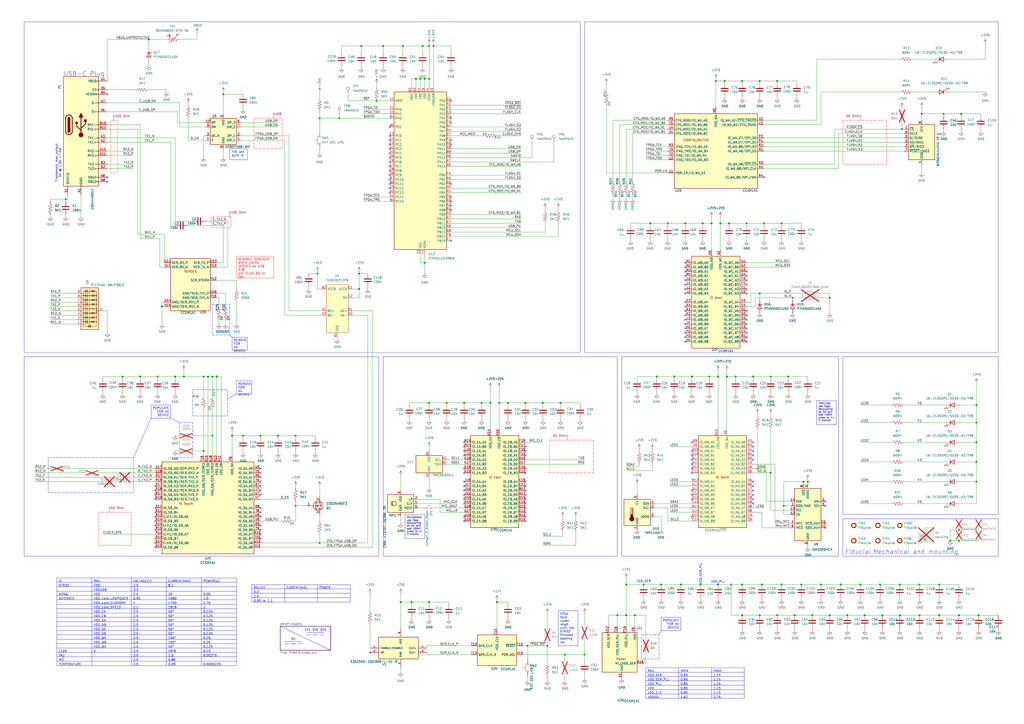
<source format=kicad_sch>
(kicad_sch (version 20250114) (generator "eeschema") (generator_version "9.0")
  (paper "A2")
  (title_block (title "Expansion Card FPGA Accelerator") (date "2020-12-12") (rev "X1") (company "Framework") (comment 1 "This work is licensed under a Creative Commons Attribution 4.0 International License") (comment 2 "Schematic by: cdg66") (comment 4 "https://frame.work"))
  (lib_symbols
    (symbol "CCGM1A1_1"
      (property "Reference" "U2" (at -2.54 -27.686 0))
      (property "Value" "CCGM1A1" (at 1.27 -28.194 0))
      (symbol "CCGM1A1_1_1_1"
        (text "SERDES" (at 0 0 0) (effects (font (size 1.27 1.27))))
        (pin input line (at -15.24 5.08 0) (length 3.81) (name "SER_RX_P") (number "U11"))
        (pin input line (at -15.24 2.54 0) (length 3.81) (name "SER_RX_N") (number "V11"))
        (pin passive line (at -15.24 -17.78 0) (length 3.81) (name "GND/SER_RX1_P") (number "U14"))
        (pin passive line (at -15.24 -20.32 0) (length 3.81) (name "GND/SER_RX1_N") (number "V14"))
        (pin output line (at 15.24 5.08 180) (length 3.81) (name "SER_TX_P") (number "U13"))
        (pin output line (at 15.24 2.54 180) (length 3.81) (name "SER_TX_N") (number "V13"))
        (pin passive line (at 15.24 -5.08 180) (length 3.81) (name "SER_RTERM") (number "V12"))
        (pin passive line (at 15.24 -12.7 180) (length 3.81) (name "GND/SER_TX1_P") (number "U16"))
        (pin passive line (at 15.24 -15.24 180) (length 3.81) (name "GND/SER_TX1_N") (number "V16"))
      )
      (symbol "CCGM1A1_1_2_1"
        (text "CONFIGURATION" (at -11.43 6.35 0) (effects (font (size 1.27 1.27))))
        (pin bidirectional line (at -27.94 17.78 0) (length 3.81) (name "CFG_MD0/IO_WA_A0") (number "R5"))
        (pin bidirectional line (at -27.94 15.24 0) (length 3.81) (name "CFG_MD1/IO_WA_B0") (number "T5"))
        (pin bidirectional line (at -27.94 12.7 0) (length 3.81) (name "CFG_MD2/IO_WA_A1") (number "U4"))
        (pin bidirectional line (at -27.94 10.16 0) (length 3.81) (name "CFG_MD3/IO_WA_B1") (number "V4"))
        (pin bidirectional line (at -27.94 2.54 0) (length 3.81) (name "JTAG_TCK/IO_WA_A5") (number "R3"))
        (pin bidirectional line (at -27.94 0 0) (length 3.81) (name "JTAG_TMS/IO_WA_B4") (number "T3"))
        (pin bidirectional line (at -27.94 -2.54 0) (length 3.81) (name "JTAG_TDI/IO_WA_A4") (number "T2"))
        (pin bidirectional line (at -27.94 -5.08 0) (length 3.81) (name "JTAG_TDO/IO_WA_B3") (number "U2"))
        (pin bidirectional line (at -27.94 -12.7 0) (length 3.81) (name "POR_EN/IO_WA_A3") (number "U1"))
        (pin power_in line (at 0 25.4 270) (length 3.81) (name "VDD_WA") (number "N5"))
        (pin passive line (at 0 25.4 270) (length 3.81) (hide yes) (name "VDD_WA") (number "P3"))
        (pin passive line (at 0 25.4 270) (length 3.81) (hide yes) (name "VDD_WA") (number "P5"))
        (pin passive line (at 0 25.4 270) (length 3.81) (hide yes) (name "VDD_WA") (number "T1"))
        (pin passive line (at 0 25.4 270) (length 3.81) (hide yes) (name "VDD_WA") (number "U3"))
        (pin bidirectional line (at 27.94 17.78 180) (length 3.81) (name "IO_WA_A2/~{CFG_FAILED}") (number "V2"))
        (pin bidirectional line (at 27.94 15.24 180) (length 3.81) (name "IO_WA_B2/CFG_DONE") (number "V3"))
        (pin bidirectional line (at 27.94 7.62 180) (length 3.81) (name "IO_WA_B7/SPI_D0") (number "P2"))
        (pin bidirectional line (at 27.94 5.08 180) (length 3.81) (name "IO_WA_A7/SPI_D1") (number "P1"))
        (pin bidirectional line (at 27.94 2.54 180) (length 3.81) (name "IO_WA_B6/SPI_D2") (number "R2"))
        (pin bidirectional line (at 27.94 0 180) (length 3.81) (name "IO_WA_A6/SPI_D3") (number "R1"))
        (pin bidirectional line (at 27.94 -7.62 180) (length 3.81) (name "IO_WA_A8/~{SPI_CS}") (number "N3"))
        (pin bidirectional line (at 27.94 -10.16 180) (length 3.81) (name "IO_WA_B8/SPI_CLK") (number "N4"))
        (pin bidirectional line (at 27.94 -15.24 180) (length 3.81) (name "IO_WA_B5/SPI_FWD") (number "R4"))
      )
      (symbol "CCGM1A1_1_3_1"
        (text "IO North" (at 0 2.54 0) (effects (font (size 1.27 1.27))))
        (pin bidirectional line (at -17.78 22.86 0) (length 3.81) (name "IO_NA_A0") (number "A3"))
        (pin bidirectional line (at -17.78 20.32 0) (length 3.81) (name "IO_NA_B0") (number "B3"))
        (pin bidirectional line (at -17.78 17.78 0) (length 3.81) (name "IO_NA_A1") (number "A4"))
        (pin bidirectional line (at -17.78 15.24 0) (length 3.81) (name "IO_NA_B1") (number "B4"))
        (pin bidirectional line (at -17.78 12.7 0) (length 3.81) (name "IO_NA_A2") (number "B5"))
        (pin bidirectional line (at -17.78 10.16 0) (length 3.81) (name "IO_NA_B2") (number "C5"))
        (pin bidirectional line (at -17.78 7.62 0) (length 3.81) (name "IO_NA_A3") (number "C6"))
        (pin bidirectional line (at -17.78 5.08 0) (length 3.81) (name "IO_NA_B3") (number "D6"))
        (pin bidirectional line (at -17.78 0 0) (length 3.81) (name "IO_NA_A4") (number "A6"))
        (pin bidirectional line (at -17.78 -2.54 0) (length 3.81) (name "IO_NA_B4") (number "B6"))
        (pin bidirectional line (at -17.78 -5.08 0) (length 3.81) (name "IO_NA_A5") (number "C7"))
        (pin bidirectional line (at -17.78 -7.62 0) (length 3.81) (name "IO_NA_B5") (number "D7"))
        (pin bidirectional line (at -17.78 -10.16 0) (length 3.81) (name "IO_NA_A6") (number "C8"))
        (pin bidirectional line (at -17.78 -12.7 0) (length 3.81) (name "IO_NA_B6") (number "D8"))
        (pin bidirectional line (at -17.78 -15.24 0) (length 3.81) (name "IO_NA_A7") (number "A8"))
        (pin bidirectional line (at -17.78 -17.78 0) (length 3.81) (name "IO_NA_B7") (number "B8"))
        (pin bidirectional line (at -17.78 -20.32 0) (length 3.81) (name "IO_NA_A8") (number "C9"))
        (pin bidirectional line (at -17.78 -22.86 0) (length 3.81) (name "IO_NA_B8") (number "D9"))
        (pin power_in line (at -2.54 30.48 270) (length 3.81) (name "VDD_NA") (number "A5"))
        (pin passive line (at -2.54 30.48 270) (length 3.81) (hide yes) (name "VDD_NA") (number "B7"))
        (pin passive line (at -2.54 30.48 270) (length 3.81) (hide yes) (name "VDD_NA") (number "E6"))
        (pin passive line (at -2.54 30.48 270) (length 3.81) (hide yes) (name "VDD_NA") (number "E8"))
        (pin passive line (at -2.54 30.48 270) (length 3.81) (hide yes) (name "VDD_NA") (number "F7"))
        (pin power_in line (at 2.54 30.48 270) (length 3.81) (name "VDD_NB") (number "B10"))
        (pin passive line (at 2.54 30.48 270) (length 3.81) (hide yes) (name "VDD_NB") (number "B13"))
        (pin passive line (at 2.54 30.48 270) (length 3.81) (hide yes) (name "VDD_NB") (number "E10"))
        (pin passive line (at 2.54 30.48 270) (length 3.81) (hide yes) (name "VDD_NB") (number "E12"))
        (pin passive line (at 2.54 30.48 270) (length 3.81) (hide yes) (name "VDD_NB") (number "F11"))
        (pin bidirectional line (at 17.78 22.86 180) (length 3.81) (name "IO_NB_A0") (number "B9"))
        (pin bidirectional line (at 17.78 20.32 180) (length 3.81) (name "IO_NB_B0") (number "A9"))
        (pin bidirectional line (at 17.78 17.78 180) (length 3.81) (name "IO_NB_A1") (number "D10"))
        (pin bidirectional line (at 17.78 15.24 180) (length 3.81) (name "IO_NB_B1") (number "C10"))
        (pin bidirectional line (at 17.78 12.7 180) (length 3.81) (name "IO_NB_A2") (number "B11"))
        (pin bidirectional line (at 17.78 10.16 180) (length 3.81) (name "IO_NB_B2") (number "A11"))
        (pin bidirectional line (at 17.78 7.62 180) (length 3.81) (name "IO_NB_A3") (number "D11"))
        (pin bidirectional line (at 17.78 5.08 180) (length 3.81) (name "IO_NB_B3") (number "C11"))
        (pin bidirectional line (at 17.78 0 180) (length 3.81) (name "IO_NB_A4") (number "B12"))
        (pin bidirectional line (at 17.78 -2.54 180) (length 3.81) (name "IO_NB_B4") (number "A12"))
        (pin bidirectional line (at 17.78 -5.08 180) (length 3.81) (name "IO_NB_A5") (number "D12"))
        (pin bidirectional line (at 17.78 -7.62 180) (length 3.81) (name "IO_NB_B5") (number "C12"))
        (pin bidirectional line (at 17.78 -10.16 180) (length 3.81) (name "IO_NB_A6") (number "D13"))
        (pin bidirectional line (at 17.78 -12.7 180) (length 3.81) (name "IO_NB_B6") (number "C13"))
        (pin bidirectional line (at 17.78 -15.24 180) (length 3.81) (name "IO_NB_A7") (number "B14"))
        (pin bidirectional line (at 17.78 -17.78 180) (length 3.81) (name "IO_NB_B7") (number "A14"))
        (pin bidirectional line (at 17.78 -20.32 180) (length 3.81) (name "IO_NB_A8") (number "D14"))
        (pin bidirectional line (at 17.78 -22.86 180) (length 3.81) (name "IO_NB_B8") (number "C14"))
      )
      (symbol "CCGM1A1_1_4_1"
        (text "IO East" (at 0 2.54 0) (effects (font (size 1.27 1.27))))
        (pin bidirectional line (at -17.78 22.86 0) (length 3.81) (name "IO_EA_A0") (number "M15"))
        (pin bidirectional line (at -17.78 20.32 0) (length 3.81) (name "IO_EA_B0") (number "M14"))
        (pin bidirectional line (at -17.78 17.78 0) (length 3.81) (name "IO_EA_A1") (number "L16"))
        (pin bidirectional line (at -17.78 15.24 0) (length 3.81) (name "IO_EA_B1") (number "L15"))
        (pin bidirectional line (at -17.78 12.7 0) (length 3.81) (name "IO_EA_A2") (number "K18"))
        (pin bidirectional line (at -17.78 10.16 0) (length 3.81) (name "IO_EA_B2") (number "K17"))
        (pin bidirectional line (at -17.78 7.62 0) (length 3.81) (name "IO_EA_A3") (number "K16"))
        (pin bidirectional line (at -17.78 5.08 0) (length 3.81) (name "IO_EA_B3") (number "K15"))
        (pin bidirectional line (at -17.78 0 0) (length 3.81) (name "IO_EA_A4") (number "J18"))
        (pin bidirectional line (at -17.78 -2.54 0) (length 3.81) (name "IO_EA_B4") (number "J17"))
        (pin bidirectional line (at -17.78 -5.08 0) (length 3.81) (name "IO_EA_A5") (number "J16"))
        (pin bidirectional line (at -17.78 -7.62 0) (length 3.81) (name "IO_EA_B5") (number "J15"))
        (pin bidirectional line (at -17.78 -10.16 0) (length 3.81) (name "IO_EA_A6") (number "H16"))
        (pin bidirectional line (at -17.78 -12.7 0) (length 3.81) (name "IO_EA_B6") (number "H15"))
        (pin bidirectional line (at -17.78 -15.24 0) (length 3.81) (name "IO_EA_A7") (number "G18"))
        (pin bidirectional line (at -17.78 -17.78 0) (length 3.81) (name "IO_EA_B7") (number "G17"))
        (pin bidirectional line (at -17.78 -20.32 0) (length 3.81) (name "IO_EA_A8") (number "G16"))
        (pin bidirectional line (at -17.78 -22.86 0) (length 3.81) (name "IO_EA_B8") (number "G15"))
        (pin power_in line (at -2.54 30.48 270) (length 3.81) (name "VDD_EA") (number "G14"))
        (pin passive line (at -2.54 30.48 270) (length 3.81) (hide yes) (name "VDD_EA") (number "H17"))
        (pin passive line (at -2.54 30.48 270) (length 3.81) (hide yes) (name "VDD_EA") (number "J14"))
        (pin passive line (at -2.54 30.48 270) (length 3.81) (hide yes) (name "VDD_EA") (number "L14"))
        (pin passive line (at -2.54 30.48 270) (length 3.81) (hide yes) (name "VDD_EA") (number "L17"))
        (pin power_in line (at 2.54 30.48 270) (length 3.81) (name "VDD_EB") (number "A16"))
        (pin passive line (at 2.54 30.48 270) (length 3.81) (hide yes) (name "VDD_EB") (number "B18"))
        (pin passive line (at 2.54 30.48 270) (length 3.81) (hide yes) (name "VDD_EB") (number "E14"))
        (pin passive line (at 2.54 30.48 270) (length 3.81) (hide yes) (name "VDD_EB") (number "E17"))
        (pin passive line (at 2.54 30.48 270) (length 3.81) (hide yes) (name "VDD_EB") (number "F13"))
        (pin bidirectional line (at 17.78 22.86 180) (length 3.81) (name "IO_EB_A0") (number "F18"))
        (pin bidirectional line (at 17.78 20.32 180) (length 3.81) (name "IO_EB_B0") (number "F17"))
        (pin bidirectional line (at 17.78 17.78 180) (length 3.81) (name "IO_EB_A1") (number "F16"))
        (pin bidirectional line (at 17.78 15.24 180) (length 3.81) (name "IO_EB_B1") (number "F15"))
        (pin bidirectional line (at 17.78 12.7 180) (length 3.81) (name "IO_EB_A2") (number "D18"))
        (pin bidirectional line (at 17.78 10.16 180) (length 3.81) (name "IO_EB_B2") (number "D17"))
        (pin bidirectional line (at 17.78 7.62 180) (length 3.81) (name "IO_EB_A3") (number "E16"))
        (pin bidirectional line (at 17.78 5.08 180) (length 3.81) (name "IO_EB_B3") (number "E15"))
        (pin bidirectional line (at 17.78 0 180) (length 3.81) (name "IO_EB_A4") (number "C18"))
        (pin bidirectional line (at 17.78 -2.54 180) (length 3.81) (name "IO_EB_B4") (number "C17"))
        (pin bidirectional line (at 17.78 -5.08 180) (length 3.81) (name "IO_EB_A5") (number "B17"))
        (pin bidirectional line (at 17.78 -7.62 180) (length 3.81) (name "IO_EB_B5") (number "A17"))
        (pin bidirectional line (at 17.78 -10.16 180) (length 3.81) (name "IO_EB_A6") (number "D16"))
        (pin bidirectional line (at 17.78 -12.7 180) (length 3.81) (name "IO_EB_B6") (number "C16"))
        (pin bidirectional line (at 17.78 -15.24 180) (length 3.81) (name "IO_EB_A7") (number "D15"))
        (pin bidirectional line (at 17.78 -17.78 180) (length 3.81) (name "IO_EB_B7") (number "C15"))
        (pin bidirectional line (at 17.78 -20.32 180) (length 3.81) (name "IO_EB_A8") (number "B15"))
        (pin bidirectional line (at 17.78 -22.86 180) (length 3.81) (name "IO_EB_B8") (number "A15"))
      )
      (symbol "CCGM1A1_1_5_1"
        (text "IO South" (at 0 2.54 0) (effects (font (size 1.27 1.27))))
        (pin bidirectional line (at -43.18 22.86 0) (length 3.81) (name "IO_SA_A0") (number "U5"))
        (pin bidirectional line (at -43.18 20.32 0) (length 3.81) (name "IO_SA_B0") (number "V5"))
        (pin bidirectional line (at -43.18 17.78 0) (length 3.81) (name "IO_SA_A1") (number "R6"))
        (pin bidirectional line (at -43.18 15.24 0) (length 3.81) (name "IO_SA_B1") (number "T6"))
        (pin bidirectional line (at -43.18 12.7 0) (length 3.81) (name "IO_SA_A2") (number "R7"))
        (pin bidirectional line (at -43.18 10.16 0) (length 3.81) (name "IO_SA_B2") (number "T7"))
        (pin bidirectional line (at -43.18 7.62 0) (length 3.81) (name "IO_SA_A3") (number "U7"))
        (pin bidirectional line (at -43.18 5.08 0) (length 3.81) (name "IO_SA_B3") (number "V7"))
        (pin bidirectional line (at -43.18 0 0) (length 3.81) (name "IO_SA_A4") (number "R8"))
        (pin bidirectional line (at -43.18 -2.54 0) (length 3.81) (name "IO_SA_B4") (number "T8"))
        (pin bidirectional line (at -43.18 -5.08 0) (length 3.81) (name "IO_SA_A5") (number "U8"))
        (pin bidirectional line (at -43.18 -7.62 0) (length 3.81) (name "IO_SA_B5") (number "V8"))
        (pin bidirectional line (at -43.18 -10.16 0) (length 3.81) (name "IO_SA_A6") (number "R9"))
        (pin bidirectional line (at -43.18 -12.7 0) (length 3.81) (name "IO_SA_B6") (number "T9"))
        (pin bidirectional line (at -43.18 -15.24 0) (length 3.81) (name "IO_SA_A7") (number "R10"))
        (pin bidirectional line (at -43.18 -17.78 0) (length 3.81) (name "IO_SA_B7") (number "T10"))
        (pin bidirectional line (at -43.18 -20.32 0) (length 3.81) (name "IO_SA_A8") (number "U10"))
        (pin bidirectional line (at -43.18 -22.86 0) (length 3.81) (name "IO_SA_B8") (number "V10"))
        (pin passive line (at -26.67 30.48 270) (length 3.81) (hide yes) (name "VDD_SA") (number "P10"))
        (pin power_in line (at -26.67 30.48 270) (length 3.81) (name "VDD_SA") (number "P6"))
        (pin passive line (at -26.67 30.48 270) (length 3.81) (hide yes) (name "VDD_SA") (number "P8"))
        (pin passive line (at -26.67 30.48 270) (length 3.81) (hide yes) (name "VDD_SA") (number "U6"))
        (pin passive line (at -26.67 30.48 270) (length 3.81) (hide yes) (name "VDD_SA") (number "U9"))
        (pin power_in line (at -20.32 30.48 270) (length 3.81) (name "VDD_SB") (number "N11"))
        (pin passive line (at -17.78 30.48 270) (length 3.81) (name "VDD_SB") (number "N13"))
        (pin passive line (at -15.24 30.48 270) (length 3.81) (name "VDD_SB/SER_TERM3") (number "N18"))
        (pin passive line (at -12.7 30.48 270) (length 3.81) (name "VDD_SB") (number "R15"))
        (pin passive line (at -10.16 30.48 270) (length 3.81) (name "VDD_SB/SER_TERM3") (number "T18"))
        (pin bidirectional line (at 17.78 22.86 180) (length 3.81) (name "IO_SB_A0/SER_RX2_P") (number "U17"))
        (pin bidirectional line (at 17.78 20.32 180) (length 3.81) (name "IO_SB_B0/SER_RX2_N") (number "U18"))
        (pin bidirectional line (at 17.78 17.78 180) (length 3.81) (name "IO_SB_A1/SER_TX2_P") (number "R17"))
        (pin bidirectional line (at 17.78 15.24 180) (length 3.81) (name "IO_SB_B1/SER_TX2_N") (number "R18"))
        (pin bidirectional line (at 17.78 12.7 180) (length 3.81) (name "IO_SB_A2/SER_RX3_P") (number "P17"))
        (pin bidirectional line (at 17.78 10.16 180) (length 3.81) (name "IO_SB_B2/SER_RX3_N") (number "P18"))
        (pin bidirectional line (at 17.78 7.62 180) (length 3.81) (name "IO_SB_A3/SER_TX3_P") (number "M17"))
        (pin bidirectional line (at 17.78 5.08 180) (length 3.81) (name "IO_SB_B3/SER_TX3_N") (number "M18"))
        (pin bidirectional line (at 17.78 0 180) (length 3.81) (name "IO_SB_A4") (number "P11"))
        (pin bidirectional line (at 17.78 -2.54 180) (length 3.81) (name "IO_SB_B4") (number "R11"))
        (pin bidirectional line (at 17.78 -5.08 180) (length 3.81) (name "CLK3/IO_SB_A5") (number "R13"))
        (pin bidirectional line (at 17.78 -7.62 180) (length 3.81) (name "IO_SB_B5") (number "R14"))
        (pin bidirectional line (at 17.78 -10.16 180) (length 3.81) (name "CLK2/IO_SB_A6") (number "P14"))
        (pin bidirectional line (at 17.78 -12.7 180) (length 3.81) (name "IO_SB_B6") (number "P15"))
        (pin bidirectional line (at 17.78 -15.24 180) (length 3.81) (name "CLK1/IO_SB_A7") (number "P12"))
        (pin bidirectional line (at 17.78 -17.78 180) (length 3.81) (name "IO_SB_B7") (number "P13"))
        (pin bidirectional line (at 17.78 -20.32 180) (length 3.81) (name "CLK0/IO_SB_A8") (number "N14"))
        (pin bidirectional line (at 17.78 -22.86 180) (length 3.81) (name "IO_SB_B8") (number "N15"))
      )
      (symbol "CCGM1A1_1_6_1"
        (text "IO West" (at 0 2.54 0) (effects (font (size 1.27 1.27))))
        (pin bidirectional line (at -17.78 22.86 0) (length 3.81) (name "IO_WB_A0") (number "N1"))
        (pin bidirectional line (at -17.78 20.32 0) (length 3.81) (name "IO_WB_B0") (number "N2"))
        (pin bidirectional line (at -17.78 17.78 0) (length 3.81) (name "IO_WB_A1") (number "M3"))
        (pin bidirectional line (at -17.78 15.24 0) (length 3.81) (name "IO_WB_B1") (number "M4"))
        (pin bidirectional line (at -17.78 12.7 0) (length 3.81) (name "IO_WB_A2") (number "L3"))
        (pin bidirectional line (at -17.78 10.16 0) (length 3.81) (name "IO_WB_B2") (number "L4"))
        (pin bidirectional line (at -17.78 7.62 0) (length 3.81) (name "IO_WB_A3") (number "L1"))
        (pin bidirectional line (at -17.78 5.08 0) (length 3.81) (name "IO_WB_B3") (number "L2"))
        (pin bidirectional line (at -17.78 0 0) (length 3.81) (name "IO_WB_A4") (number "K3"))
        (pin bidirectional line (at -17.78 -2.54 0) (length 3.81) (name "IO_WB_B4") (number "K4"))
        (pin bidirectional line (at -17.78 -5.08 0) (length 3.81) (name "IO_WB_A5") (number "K1"))
        (pin bidirectional line (at -17.78 -7.62 0) (length 3.81) (name "IO_WB_B5") (number "K2"))
        (pin bidirectional line (at -17.78 -10.16 0) (length 3.81) (name "IO_WB_A6") (number "J3"))
        (pin bidirectional line (at -17.78 -12.7 0) (length 3.81) (name "IO_WB_B6") (number "J4"))
        (pin bidirectional line (at -17.78 -15.24 0) (length 3.81) (name "IO_WB_A7") (number "H1"))
        (pin bidirectional line (at -17.78 -17.78 0) (length 3.81) (name "IO_WB_B7") (number "H2"))
        (pin bidirectional line (at -17.78 -20.32 0) (length 3.81) (name "IO_WB_A8") (number "H3"))
        (pin bidirectional line (at -17.78 -22.86 0) (length 3.81) (name "IO_WB_B8") (number "H4"))
        (pin power_in line (at -2.54 30.48 270) (length 3.81) (name "VDD_WB") (number "H5"))
        (pin passive line (at -2.54 30.48 270) (length 3.81) (hide yes) (name "VDD_WB") (number "J2"))
        (pin passive line (at -2.54 30.48 270) (length 3.81) (hide yes) (name "VDD_WB") (number "K5"))
        (pin passive line (at -2.54 30.48 270) (length 3.81) (hide yes) (name "VDD_WB") (number "M2"))
        (pin passive line (at -2.54 30.48 270) (length 3.81) (hide yes) (name "VDD_WB") (number "M5"))
        (pin power_in line (at 2.54 30.48 270) (length 3.81) (name "VDD_WC") (number "A2"))
        (pin passive line (at 2.54 30.48 270) (length 3.81) (hide yes) (name "VDD_WC") (number "C2"))
        (pin passive line (at 2.54 30.48 270) (length 3.81) (hide yes) (name "VDD_WC") (number "D5"))
        (pin passive line (at 2.54 30.48 270) (length 3.81) (hide yes) (name "VDD_WC") (number "F2"))
        (pin passive line (at 2.54 30.48 270) (length 3.81) (hide yes) (name "VDD_WC") (number "F5"))
        (pin bidirectional line (at 17.78 22.86 180) (length 3.81) (name "IO_WC_A0") (number "G1"))
        (pin bidirectional line (at 17.78 20.32 180) (length 3.81) (name "IO_WC_B0") (number "G2"))
        (pin bidirectional line (at 17.78 17.78 180) (length 3.81) (name "IO_WC_A1") (number "G3"))
        (pin bidirectional line (at 17.78 15.24 180) (length 3.81) (name "IO_WC_B1") (number "G4"))
        (pin bidirectional line (at 17.78 12.7 180) (length 3.81) (name "IO_WC_A2") (number "F3"))
        (pin bidirectional line (at 17.78 10.16 180) (length 3.81) (name "IO_WC_B2") (number "F4"))
        (pin bidirectional line (at 17.78 7.62 180) (length 3.81) (name "IO_WC_A3") (number "E1"))
        (pin bidirectional line (at 17.78 5.08 180) (length 3.81) (name "IO_WC_B3") (number "E2"))
        (pin bidirectional line (at 17.78 0 180) (length 3.81) (name "IO_WC_A4") (number "E3"))
        (pin bidirectional line (at 17.78 -2.54 180) (length 3.81) (name "IO_WC_B4") (number "E4"))
        (pin bidirectional line (at 17.78 -5.08 180) (length 3.81) (name "IO_WC_A5") (number "D1"))
        (pin bidirectional line (at 17.78 -7.62 180) (length 3.81) (name "IO_WC_B5") (number "D2"))
        (pin bidirectional line (at 17.78 -10.16 180) (length 3.81) (name "IO_WC_A6") (number "D3"))
        (pin bidirectional line (at 17.78 -12.7 180) (length 3.81) (name "IO_WC_B6") (number "D4"))
        (pin bidirectional line (at 17.78 -15.24 180) (length 3.81) (name "IO_WC_A7") (number "C3"))
        (pin bidirectional line (at 17.78 -17.78 180) (length 3.81) (name "IO_WC_B7") (number "C4"))
        (pin bidirectional line (at 17.78 -20.32 180) (length 3.81) (name "IO_WC_A8") (number "B1"))
        (pin bidirectional line (at 17.78 -22.86 180) (length 3.81) (name "IO_WC_B8") (number "B2"))
      )
      (symbol "CCGM1A1_1_7_1"
        (text "Power" (at 2.54 -3.81 0) (effects (font (size 1.27 1.27)) (justify right)))
        (pin power_in line (at -7.62 15.24 270) (length 3.81) (name "VDD_SER") (number "U12"))
        (pin passive line (at -7.62 15.24 270) (length 3.81) (hide yes) (name "VDD_SER") (number "V17"))
        (pin power_in line (at -2.54 15.24 270) (length 3.81) (name "VDD_SER_PLL") (number "T16"))
        (pin power_in line (at 0 -15.24 90) (length 3.81) (name "GND") (number "A1"))
        (pin passive line (at 0 -15.24 90) (length 3.81) (hide yes) (name "GND") (number "A10"))
        (pin passive line (at 0 -15.24 90) (length 3.81) (hide yes) (name "GND") (number "A13"))
        (pin passive line (at 0 -15.24 90) (length 3.81) (hide yes) (name "GND") (number "A18"))
        (pin passive line (at 0 -15.24 90) (length 3.81) (hide yes) (name "GND") (number "A7"))
        (pin passive line (at 0 -15.24 90) (length 3.81) (hide yes) (name "GND") (number "B16"))
        (pin passive line (at 0 -15.24 90) (length 3.81) (hide yes) (name "GND") (number "C1"))
        (pin passive line (at 0 -15.24 90) (length 3.81) (hide yes) (name "GND") (number "E11"))
        (pin passive line (at 0 -15.24 90) (length 3.81) (hide yes) (name "GND") (number "E13"))
        (pin passive line (at 0 -15.24 90) (length 3.81) (hide yes) (name "GND") (number "E18"))
        (pin passive line (at 0 -15.24 90) (length 3.81) (hide yes) (name "GND") (number "E5"))
        (pin passive line (at 0 -15.24 90) (length 3.81) (hide yes) (name "GND") (number "E7"))
        (pin passive line (at 0 -15.24 90) (length 3.81) (hide yes) (name "GND") (number "E9"))
        (pin passive line (at 0 -15.24 90) (length 3.81) (hide yes) (name "GND") (number "F1"))
        (pin passive line (at 0 -15.24 90) (length 3.81) (hide yes) (name "GND") (number "F10"))
        (pin passive line (at 0 -15.24 90) (length 3.81) (hide yes) (name "GND") (number "F12"))
        (pin passive line (at 0 -15.24 90) (length 3.81) (hide yes) (name "GND") (number "F14"))
        (pin passive line (at 0 -15.24 90) (length 3.81) (hide yes) (name "GND") (number "F6"))
        (pin passive line (at 0 -15.24 90) (length 3.81) (hide yes) (name "GND") (number "F8"))
        (pin passive line (at 0 -15.24 90) (length 3.81) (hide yes) (name "GND") (number "G11"))
        (pin passive line (at 0 -15.24 90) (length 3.81) (hide yes) (name "GND") (number "G13"))
        (pin passive line (at 0 -15.24 90) (length 3.81) (hide yes) (name "GND") (number "G5"))
        (pin passive line (at 0 -15.24 90) (length 3.81) (hide yes) (name "GND") (number "G7"))
        (pin passive line (at 0 -15.24 90) (length 3.81) (hide yes) (name "GND") (number "G9"))
        (pin passive line (at 0 -15.24 90) (length 3.81) (hide yes) (name "GND") (number "H10"))
        (pin passive line (at 0 -15.24 90) (length 3.81) (hide yes) (name "GND") (number "H12"))
        (pin passive line (at 0 -15.24 90) (length 3.81) (hide yes) (name "GND") (number "H14"))
        (pin passive line (at 0 -15.24 90) (length 3.81) (hide yes) (name "GND") (number "H18"))
        (pin passive line (at 0 -15.24 90) (length 3.81) (hide yes) (name "GND") (number "H6"))
        (pin passive line (at 0 -15.24 90) (length 3.81) (hide yes) (name "GND") (number "H8"))
        (pin passive line (at 0 -15.24 90) (length 3.81) (hide yes) (name "GND") (number "J1"))
        (pin passive line (at 0 -15.24 90) (length 3.81) (hide yes) (name "GND") (number "J11"))
        (pin passive line (at 0 -15.24 90) (length 3.81) (hide yes) (name "GND") (number "J13"))
        (pin passive line (at 0 -15.24 90) (length 3.81) (hide yes) (name "GND") (number "J5"))
        (pin passive line (at 0 -15.24 90) (length 3.81) (hide yes) (name "GND") (number "J7"))
        (pin passive line (at 0 -15.24 90) (length 3.81) (hide yes) (name "GND") (number "J9"))
        (pin passive line (at 0 -15.24 90) (length 3.81) (hide yes) (name "GND") (number "K10"))
        (pin passive line (at 0 -15.24 90) (length 3.81) (hide yes) (name "GND") (number "K12"))
        (pin passive line (at 0 -15.24 90) (length 3.81) (hide yes) (name "GND") (number "K14"))
        (pin passive line (at 0 -15.24 90) (length 3.81) (hide yes) (name "GND") (number "K6"))
        (pin passive line (at 0 -15.24 90) (length 3.81) (hide yes) (name "GND") (number "K8"))
        (pin passive line (at 0 -15.24 90) (length 3.81) (hide yes) (name "GND") (number "L11"))
        (pin passive line (at 0 -15.24 90) (length 3.81) (hide yes) (name "GND") (number "L13"))
        (pin passive line (at 0 -15.24 90) (length 3.81) (hide yes) (name "GND") (number "L18"))
        (pin passive line (at 0 -15.24 90) (length 3.81) (hide yes) (name "GND") (number "L5"))
        (pin passive line (at 0 -15.24 90) (length 3.81) (hide yes) (name "GND") (number "L7"))
        (pin passive line (at 0 -15.24 90) (length 3.81) (hide yes) (name "GND") (number "L9"))
        (pin passive line (at 0 -15.24 90) (length 3.81) (hide yes) (name "GND") (number "M1"))
        (pin passive line (at 0 -15.24 90) (length 3.81) (hide yes) (name "GND") (number "M10"))
        (pin passive line (at 0 -15.24 90) (length 3.81) (hide yes) (name "GND") (number "M12"))
        (pin passive line (at 0 -15.24 90) (length 3.81) (hide yes) (name "GND") (number "M16"))
        (pin passive line (at 0 -15.24 90) (length 3.81) (hide yes) (name "GND") (number "M6"))
        (pin passive line (at 0 -15.24 90) (length 3.81) (hide yes) (name "GND") (number "M8"))
        (pin passive line (at 0 -15.24 90) (length 3.81) (hide yes) (name "GND") (number "N12"))
        (pin passive line (at 0 -15.24 90) (length 3.81) (hide yes) (name "GND") (number "N17"))
        (pin passive line (at 0 -15.24 90) (length 3.81) (hide yes) (name "GND") (number "N7"))
        (pin passive line (at 0 -15.24 90) (length 3.81) (hide yes) (name "GND") (number "N9"))
        (pin passive line (at 0 -15.24 90) (length 3.81) (hide yes) (name "GND") (number "P4"))
        (pin passive line (at 0 -15.24 90) (length 3.81) (hide yes) (name "GND") (number "P7"))
        (pin passive line (at 0 -15.24 90) (length 3.81) (hide yes) (name "GND") (number "P9"))
        (pin passive line (at 0 -15.24 90) (length 3.81) (hide yes) (name "GND") (number "R12"))
        (pin passive line (at 0 -15.24 90) (length 3.81) (hide yes) (name "GND") (number "R16"))
        (pin passive line (at 0 -15.24 90) (length 3.81) (hide yes) (name "GND") (number "T11"))
        (pin passive line (at 0 -15.24 90) (length 3.81) (hide yes) (name "GND") (number "T17"))
        (pin passive line (at 0 -15.24 90) (length 3.81) (hide yes) (name "GND") (number "T4"))
        (pin passive line (at 0 -15.24 90) (length 3.81) (hide yes) (name "GND") (number "U15"))
        (pin passive line (at 0 -15.24 90) (length 3.81) (hide yes) (name "GND") (number "V1"))
        (pin passive line (at 0 -15.24 90) (length 3.81) (hide yes) (name "GND") (number "V18"))
        (pin passive line (at 0 -15.24 90) (length 3.81) (hide yes) (name "GND") (number "V6"))
        (pin passive line (at 0 -15.24 90) (length 3.81) (hide yes) (name "GND") (number "V9"))
        (pin power_in line (at 2.54 15.24 270) (length 3.81) (name "VDD_PLL") (number "P16"))
        (pin power_in line (at 7.62 15.24 270) (length 3.81) (name "VDD") (number "F9"))
        (pin passive line (at 7.62 15.24 270) (length 3.81) (hide yes) (name "VDD") (number "G10"))
        (pin passive line (at 7.62 15.24 270) (length 3.81) (hide yes) (name "VDD") (number "G12"))
        (pin passive line (at 7.62 15.24 270) (length 3.81) (hide yes) (name "VDD") (number "G6"))
        (pin passive line (at 7.62 15.24 270) (length 3.81) (hide yes) (name "VDD") (number "G8"))
        (pin passive line (at 7.62 15.24 270) (length 3.81) (hide yes) (name "VDD") (number "H11"))
        (pin passive line (at 7.62 15.24 270) (length 3.81) (hide yes) (name "VDD") (number "H13"))
        (pin passive line (at 7.62 15.24 270) (length 3.81) (hide yes) (name "VDD") (number "H7"))
        (pin passive line (at 7.62 15.24 270) (length 3.81) (hide yes) (name "VDD") (number "H9"))
        (pin passive line (at 7.62 15.24 270) (length 3.81) (hide yes) (name "VDD") (number "J10"))
        (pin passive line (at 7.62 15.24 270) (length 3.81) (hide yes) (name "VDD") (number "J12"))
        (pin passive line (at 7.62 15.24 270) (length 3.81) (hide yes) (name "VDD") (number "J6"))
        (pin passive line (at 7.62 15.24 270) (length 3.81) (hide yes) (name "VDD") (number "J8"))
        (pin passive line (at 7.62 15.24 270) (length 3.81) (hide yes) (name "VDD") (number "K11"))
        (pin passive line (at 7.62 15.24 270) (length 3.81) (hide yes) (name "VDD") (number "K13"))
        (pin passive line (at 7.62 15.24 270) (length 3.81) (hide yes) (name "VDD") (number "K7"))
        (pin passive line (at 7.62 15.24 270) (length 3.81) (hide yes) (name "VDD") (number "K9"))
        (pin passive line (at 7.62 15.24 270) (length 3.81) (hide yes) (name "VDD") (number "L10"))
        (pin passive line (at 7.62 15.24 270) (length 3.81) (hide yes) (name "VDD") (number "L12"))
        (pin passive line (at 7.62 15.24 270) (length 3.81) (hide yes) (name "VDD") (number "L6"))
        (pin passive line (at 7.62 15.24 270) (length 3.81) (hide yes) (name "VDD") (number "L8"))
        (pin passive line (at 7.62 15.24 270) (length 3.81) (hide yes) (name "VDD") (number "M11"))
        (pin passive line (at 7.62 15.24 270) (length 3.81) (hide yes) (name "VDD") (number "M13"))
        (pin passive line (at 7.62 15.24 270) (length 3.81) (hide yes) (name "VDD") (number "M7"))
        (pin passive line (at 7.62 15.24 270) (length 3.81) (hide yes) (name "VDD") (number "M9"))
        (pin passive line (at 7.62 15.24 270) (length 3.81) (hide yes) (name "VDD") (number "N10"))
        (pin passive line (at 7.62 15.24 270) (length 3.81) (hide yes) (name "VDD") (number "N6"))
        (pin passive line (at 7.62 15.24 270) (length 3.81) (hide yes) (name "VDD") (number "N8"))
        (pin passive line (at 12.7 -6.35 180) (length 3.81) (name "NC/VDD_SER") (number "N16"))
      )
      (symbol "CCGM1A1_1_8_1"
        (pin input line (at -15.24 2.54 0) (length 3.81) (name "SER_CLK") (number "T12"))
        (pin input line (at -15.24 -2.54 0) (length 3.81) (name "SER_CLK_N") (number "T13"))
        (pin power_in line (at 0 12.7 270) (length 3.81) (name "VDD_CLK") (number "T14"))
        (pin input line (at 15.24 2.54 180) (length 3.81) (name "~{RESET}") (number "T15"))
        (pin passive line (at 15.24 -2.54 180) (length 3.81) (name "POR_ADJ") (number "V15"))
      )
    )
    (symbol "CCGM1A1_2"
      (property "Reference" "U2" (at -2.54 -27.686 0))
      (property "Value" "CCGM1A1" (at 1.27 -28.194 0))
      (symbol "CCGM1A1_2_1_1"
        (text "SERDES" (at 0 0 0) (effects (font (size 1.27 1.27))))
        (pin input line (at -15.24 5.08 0) (length 3.81) (name "SER_RX_P") (number "U11"))
        (pin input line (at -15.24 2.54 0) (length 3.81) (name "SER_RX_N") (number "V11"))
        (pin passive line (at -15.24 -17.78 0) (length 3.81) (name "GND/SER_RX1_P") (number "U14"))
        (pin passive line (at -15.24 -20.32 0) (length 3.81) (name "GND/SER_RX1_N") (number "V14"))
        (pin output line (at 15.24 5.08 180) (length 3.81) (name "SER_TX_P") (number "U13"))
        (pin output line (at 15.24 2.54 180) (length 3.81) (name "SER_TX_N") (number "V13"))
        (pin passive line (at 15.24 -5.08 180) (length 3.81) (name "SER_RTERM") (number "V12"))
        (pin passive line (at 15.24 -12.7 180) (length 3.81) (name "GND/SER_TX1_P") (number "U16"))
        (pin passive line (at 15.24 -15.24 180) (length 3.81) (name "GND/SER_TX1_N") (number "V16"))
      )
      (symbol "CCGM1A1_2_2_1"
        (text "CONFIGURATION" (at -11.43 6.35 0) (effects (font (size 1.27 1.27))))
        (pin bidirectional line (at -27.94 17.78 0) (length 3.81) (name "CFG_MD0/IO_WA_A0") (number "R5"))
        (pin bidirectional line (at -27.94 15.24 0) (length 3.81) (name "CFG_MD1/IO_WA_B0") (number "T5"))
        (pin bidirectional line (at -27.94 12.7 0) (length 3.81) (name "CFG_MD2/IO_WA_A1") (number "U4"))
        (pin bidirectional line (at -27.94 10.16 0) (length 3.81) (name "CFG_MD3/IO_WA_B1") (number "V4"))
        (pin bidirectional line (at -27.94 2.54 0) (length 3.81) (name "JTAG_TCK/IO_WA_A5") (number "R3"))
        (pin bidirectional line (at -27.94 0 0) (length 3.81) (name "JTAG_TMS/IO_WA_B4") (number "T3"))
        (pin bidirectional line (at -27.94 -2.54 0) (length 3.81) (name "JTAG_TDI/IO_WA_A4") (number "T2"))
        (pin bidirectional line (at -27.94 -5.08 0) (length 3.81) (name "JTAG_TDO/IO_WA_B3") (number "U2"))
        (pin bidirectional line (at -27.94 -12.7 0) (length 3.81) (name "POR_EN/IO_WA_A3") (number "U1"))
        (pin power_in line (at 0 25.4 270) (length 3.81) (name "VDD_WA") (number "N5"))
        (pin passive line (at 0 25.4 270) (length 3.81) (hide yes) (name "VDD_WA") (number "P3"))
        (pin passive line (at 0 25.4 270) (length 3.81) (hide yes) (name "VDD_WA") (number "P5"))
        (pin passive line (at 0 25.4 270) (length 3.81) (hide yes) (name "VDD_WA") (number "T1"))
        (pin passive line (at 0 25.4 270) (length 3.81) (hide yes) (name "VDD_WA") (number "U3"))
        (pin bidirectional line (at 27.94 17.78 180) (length 3.81) (name "IO_WA_A2/~{CFG_FAILED}") (number "V2"))
        (pin bidirectional line (at 27.94 15.24 180) (length 3.81) (name "IO_WA_B2/CFG_DONE") (number "V3"))
        (pin bidirectional line (at 27.94 7.62 180) (length 3.81) (name "IO_WA_B7/SPI_D0") (number "P2"))
        (pin bidirectional line (at 27.94 5.08 180) (length 3.81) (name "IO_WA_A7/SPI_D1") (number "P1"))
        (pin bidirectional line (at 27.94 2.54 180) (length 3.81) (name "IO_WA_B6/SPI_D2") (number "R2"))
        (pin bidirectional line (at 27.94 0 180) (length 3.81) (name "IO_WA_A6/SPI_D3") (number "R1"))
        (pin bidirectional line (at 27.94 -7.62 180) (length 3.81) (name "IO_WA_A8/~{SPI_CS}") (number "N3"))
        (pin bidirectional line (at 27.94 -10.16 180) (length 3.81) (name "IO_WA_B8/SPI_CLK") (number "N4"))
        (pin bidirectional line (at 27.94 -15.24 180) (length 3.81) (name "IO_WA_B5/SPI_FWD") (number "R4"))
      )
      (symbol "CCGM1A1_2_3_1"
        (text "IO North" (at 0 2.54 0) (effects (font (size 1.27 1.27))))
        (pin bidirectional line (at -17.78 22.86 0) (length 3.81) (name "IO_NA_A0") (number "A3"))
        (pin bidirectional line (at -17.78 20.32 0) (length 3.81) (name "IO_NA_B0") (number "B3"))
        (pin bidirectional line (at -17.78 17.78 0) (length 3.81) (name "IO_NA_A1") (number "A4"))
        (pin bidirectional line (at -17.78 15.24 0) (length 3.81) (name "IO_NA_B1") (number "B4"))
        (pin bidirectional line (at -17.78 12.7 0) (length 3.81) (name "IO_NA_A2") (number "B5"))
        (pin bidirectional line (at -17.78 10.16 0) (length 3.81) (name "IO_NA_B2") (number "C5"))
        (pin bidirectional line (at -17.78 7.62 0) (length 3.81) (name "IO_NA_A3") (number "C6"))
        (pin bidirectional line (at -17.78 5.08 0) (length 3.81) (name "IO_NA_B3") (number "D6"))
        (pin bidirectional line (at -17.78 0 0) (length 3.81) (name "IO_NA_A4") (number "A6"))
        (pin bidirectional line (at -17.78 -2.54 0) (length 3.81) (name "IO_NA_B4") (number "B6"))
        (pin bidirectional line (at -17.78 -5.08 0) (length 3.81) (name "IO_NA_A5") (number "C7"))
        (pin bidirectional line (at -17.78 -7.62 0) (length 3.81) (name "IO_NA_B5") (number "D7"))
        (pin bidirectional line (at -17.78 -10.16 0) (length 3.81) (name "IO_NA_A6") (number "C8"))
        (pin bidirectional line (at -17.78 -12.7 0) (length 3.81) (name "IO_NA_B6") (number "D8"))
        (pin bidirectional line (at -17.78 -15.24 0) (length 3.81) (name "IO_NA_A7") (number "A8"))
        (pin bidirectional line (at -17.78 -17.78 0) (length 3.81) (name "IO_NA_B7") (number "B8"))
        (pin bidirectional line (at -17.78 -20.32 0) (length 3.81) (name "IO_NA_A8") (number "C9"))
        (pin bidirectional line (at -17.78 -22.86 0) (length 3.81) (name "IO_NA_B8") (number "D9"))
        (pin power_in line (at -2.54 30.48 270) (length 3.81) (name "VDD_NA") (number "A5"))
        (pin passive line (at -2.54 30.48 270) (length 3.81) (hide yes) (name "VDD_NA") (number "B7"))
        (pin passive line (at -2.54 30.48 270) (length 3.81) (hide yes) (name "VDD_NA") (number "E6"))
        (pin passive line (at -2.54 30.48 270) (length 3.81) (hide yes) (name "VDD_NA") (number "E8"))
        (pin passive line (at -2.54 30.48 270) (length 3.81) (hide yes) (name "VDD_NA") (number "F7"))
        (pin power_in line (at 2.54 30.48 270) (length 3.81) (name "VDD_NB") (number "B10"))
        (pin passive line (at 2.54 30.48 270) (length 3.81) (hide yes) (name "VDD_NB") (number "B13"))
        (pin passive line (at 2.54 30.48 270) (length 3.81) (hide yes) (name "VDD_NB") (number "E10"))
        (pin passive line (at 2.54 30.48 270) (length 3.81) (hide yes) (name "VDD_NB") (number "E12"))
        (pin passive line (at 2.54 30.48 270) (length 3.81) (hide yes) (name "VDD_NB") (number "F11"))
        (pin bidirectional line (at 17.78 22.86 180) (length 3.81) (name "IO_NB_A0") (number "B9"))
        (pin bidirectional line (at 17.78 20.32 180) (length 3.81) (name "IO_NB_B0") (number "A9"))
        (pin bidirectional line (at 17.78 17.78 180) (length 3.81) (name "IO_NB_A1") (number "D10"))
        (pin bidirectional line (at 17.78 15.24 180) (length 3.81) (name "IO_NB_B1") (number "C10"))
        (pin bidirectional line (at 17.78 12.7 180) (length 3.81) (name "IO_NB_A2") (number "B11"))
        (pin bidirectional line (at 17.78 10.16 180) (length 3.81) (name "IO_NB_B2") (number "A11"))
        (pin bidirectional line (at 17.78 7.62 180) (length 3.81) (name "IO_NB_A3") (number "D11"))
        (pin bidirectional line (at 17.78 5.08 180) (length 3.81) (name "IO_NB_B3") (number "C11"))
        (pin bidirectional line (at 17.78 0 180) (length 3.81) (name "IO_NB_A4") (number "B12"))
        (pin bidirectional line (at 17.78 -2.54 180) (length 3.81) (name "IO_NB_B4") (number "A12"))
        (pin bidirectional line (at 17.78 -5.08 180) (length 3.81) (name "IO_NB_A5") (number "D12"))
        (pin bidirectional line (at 17.78 -7.62 180) (length 3.81) (name "IO_NB_B5") (number "C12"))
        (pin bidirectional line (at 17.78 -10.16 180) (length 3.81) (name "IO_NB_A6") (number "D13"))
        (pin bidirectional line (at 17.78 -12.7 180) (length 3.81) (name "IO_NB_B6") (number "C13"))
        (pin bidirectional line (at 17.78 -15.24 180) (length 3.81) (name "IO_NB_A7") (number "B14"))
        (pin bidirectional line (at 17.78 -17.78 180) (length 3.81) (name "IO_NB_B7") (number "A14"))
        (pin bidirectional line (at 17.78 -20.32 180) (length 3.81) (name "IO_NB_A8") (number "D14"))
        (pin bidirectional line (at 17.78 -22.86 180) (length 3.81) (name "IO_NB_B8") (number "C14"))
      )
      (symbol "CCGM1A1_2_4_1"
        (text "IO East" (at 0 2.54 0) (effects (font (size 1.27 1.27))))
        (pin bidirectional line (at -17.78 22.86 0) (length 3.81) (name "IO_EA_A0") (number "M15"))
        (pin bidirectional line (at -17.78 20.32 0) (length 3.81) (name "IO_EA_B0") (number "M14"))
        (pin bidirectional line (at -17.78 17.78 0) (length 3.81) (name "IO_EA_A1") (number "L16"))
        (pin bidirectional line (at -17.78 15.24 0) (length 3.81) (name "IO_EA_B1") (number "L15"))
        (pin bidirectional line (at -17.78 12.7 0) (length 3.81) (name "IO_EA_A2") (number "K18"))
        (pin bidirectional line (at -17.78 10.16 0) (length 3.81) (name "IO_EA_B2") (number "K17"))
        (pin bidirectional line (at -17.78 7.62 0) (length 3.81) (name "IO_EA_A3") (number "K16"))
        (pin bidirectional line (at -17.78 5.08 0) (length 3.81) (name "IO_EA_B3") (number "K15"))
        (pin bidirectional line (at -17.78 0 0) (length 3.81) (name "IO_EA_A4") (number "J18"))
        (pin bidirectional line (at -17.78 -2.54 0) (length 3.81) (name "IO_EA_B4") (number "J17"))
        (pin bidirectional line (at -17.78 -5.08 0) (length 3.81) (name "IO_EA_A5") (number "J16"))
        (pin bidirectional line (at -17.78 -7.62 0) (length 3.81) (name "IO_EA_B5") (number "J15"))
        (pin bidirectional line (at -17.78 -10.16 0) (length 3.81) (name "IO_EA_A6") (number "H16"))
        (pin bidirectional line (at -17.78 -12.7 0) (length 3.81) (name "IO_EA_B6") (number "H15"))
        (pin bidirectional line (at -17.78 -15.24 0) (length 3.81) (name "IO_EA_A7") (number "G18"))
        (pin bidirectional line (at -17.78 -17.78 0) (length 3.81) (name "IO_EA_B7") (number "G17"))
        (pin bidirectional line (at -17.78 -20.32 0) (length 3.81) (name "IO_EA_A8") (number "G16"))
        (pin bidirectional line (at -17.78 -22.86 0) (length 3.81) (name "IO_EA_B8") (number "G15"))
        (pin power_in line (at -2.54 30.48 270) (length 3.81) (name "VDD_EA") (number "G14"))
        (pin passive line (at -2.54 30.48 270) (length 3.81) (hide yes) (name "VDD_EA") (number "H17"))
        (pin passive line (at -2.54 30.48 270) (length 3.81) (hide yes) (name "VDD_EA") (number "J14"))
        (pin passive line (at -2.54 30.48 270) (length 3.81) (hide yes) (name "VDD_EA") (number "L14"))
        (pin passive line (at -2.54 30.48 270) (length 3.81) (hide yes) (name "VDD_EA") (number "L17"))
        (pin power_in line (at 2.54 30.48 270) (length 3.81) (name "VDD_EB") (number "A16"))
        (pin passive line (at 2.54 30.48 270) (length 3.81) (hide yes) (name "VDD_EB") (number "B18"))
        (pin passive line (at 2.54 30.48 270) (length 3.81) (hide yes) (name "VDD_EB") (number "E14"))
        (pin passive line (at 2.54 30.48 270) (length 3.81) (hide yes) (name "VDD_EB") (number "E17"))
        (pin passive line (at 2.54 30.48 270) (length 3.81) (hide yes) (name "VDD_EB") (number "F13"))
        (pin bidirectional line (at 17.78 22.86 180) (length 3.81) (name "IO_EB_A0") (number "F18"))
        (pin bidirectional line (at 17.78 20.32 180) (length 3.81) (name "IO_EB_B0") (number "F17"))
        (pin bidirectional line (at 17.78 17.78 180) (length 3.81) (name "IO_EB_A1") (number "F16"))
        (pin bidirectional line (at 17.78 15.24 180) (length 3.81) (name "IO_EB_B1") (number "F15"))
        (pin bidirectional line (at 17.78 12.7 180) (length 3.81) (name "IO_EB_A2") (number "D18"))
        (pin bidirectional line (at 17.78 10.16 180) (length 3.81) (name "IO_EB_B2") (number "D17"))
        (pin bidirectional line (at 17.78 7.62 180) (length 3.81) (name "IO_EB_A3") (number "E16"))
        (pin bidirectional line (at 17.78 5.08 180) (length 3.81) (name "IO_EB_B3") (number "E15"))
        (pin bidirectional line (at 17.78 0 180) (length 3.81) (name "IO_EB_A4") (number "C18"))
        (pin bidirectional line (at 17.78 -2.54 180) (length 3.81) (name "IO_EB_B4") (number "C17"))
        (pin bidirectional line (at 17.78 -5.08 180) (length 3.81) (name "IO_EB_A5") (number "B17"))
        (pin bidirectional line (at 17.78 -7.62 180) (length 3.81) (name "IO_EB_B5") (number "A17"))
        (pin bidirectional line (at 17.78 -10.16 180) (length 3.81) (name "IO_EB_A6") (number "D16"))
        (pin bidirectional line (at 17.78 -12.7 180) (length 3.81) (name "IO_EB_B6") (number "C16"))
        (pin bidirectional line (at 17.78 -15.24 180) (length 3.81) (name "IO_EB_A7") (number "D15"))
        (pin bidirectional line (at 17.78 -17.78 180) (length 3.81) (name "IO_EB_B7") (number "C15"))
        (pin bidirectional line (at 17.78 -20.32 180) (length 3.81) (name "IO_EB_A8") (number "B15"))
        (pin bidirectional line (at 17.78 -22.86 180) (length 3.81) (name "IO_EB_B8") (number "A15"))
      )
      (symbol "CCGM1A1_2_5_1"
        (text "IO South" (at 0 2.54 0) (effects (font (size 1.27 1.27))))
        (pin bidirectional line (at -43.18 22.86 0) (length 3.81) (name "IO_SA_A0") (number "U5"))
        (pin bidirectional line (at -43.18 20.32 0) (length 3.81) (name "IO_SA_B0") (number "V5"))
        (pin bidirectional line (at -43.18 17.78 0) (length 3.81) (name "IO_SA_A1") (number "R6"))
        (pin bidirectional line (at -43.18 15.24 0) (length 3.81) (name "IO_SA_B1") (number "T6"))
        (pin bidirectional line (at -43.18 12.7 0) (length 3.81) (name "IO_SA_A2") (number "R7"))
        (pin bidirectional line (at -43.18 10.16 0) (length 3.81) (name "IO_SA_B2") (number "T7"))
        (pin bidirectional line (at -43.18 7.62 0) (length 3.81) (name "IO_SA_A3") (number "U7"))
        (pin bidirectional line (at -43.18 5.08 0) (length 3.81) (name "IO_SA_B3") (number "V7"))
        (pin bidirectional line (at -43.18 0 0) (length 3.81) (name "IO_SA_A4") (number "R8"))
        (pin bidirectional line (at -43.18 -2.54 0) (length 3.81) (name "IO_SA_B4") (number "T8"))
        (pin bidirectional line (at -43.18 -5.08 0) (length 3.81) (name "IO_SA_A5") (number "U8"))
        (pin bidirectional line (at -43.18 -7.62 0) (length 3.81) (name "IO_SA_B5") (number "V8"))
        (pin bidirectional line (at -43.18 -10.16 0) (length 3.81) (name "IO_SA_A6") (number "R9"))
        (pin bidirectional line (at -43.18 -12.7 0) (length 3.81) (name "IO_SA_B6") (number "T9"))
        (pin bidirectional line (at -43.18 -15.24 0) (length 3.81) (name "IO_SA_A7") (number "R10"))
        (pin bidirectional line (at -43.18 -17.78 0) (length 3.81) (name "IO_SA_B7") (number "T10"))
        (pin bidirectional line (at -43.18 -20.32 0) (length 3.81) (name "IO_SA_A8") (number "U10"))
        (pin bidirectional line (at -43.18 -22.86 0) (length 3.81) (name "IO_SA_B8") (number "V10"))
        (pin passive line (at -26.67 30.48 270) (length 3.81) (hide yes) (name "VDD_SA") (number "P10"))
        (pin power_in line (at -26.67 30.48 270) (length 3.81) (name "VDD_SA") (number "P6"))
        (pin passive line (at -26.67 30.48 270) (length 3.81) (hide yes) (name "VDD_SA") (number "P8"))
        (pin passive line (at -26.67 30.48 270) (length 3.81) (hide yes) (name "VDD_SA") (number "U6"))
        (pin passive line (at -26.67 30.48 270) (length 3.81) (hide yes) (name "VDD_SA") (number "U9"))
        (pin power_in line (at -20.32 30.48 270) (length 3.81) (name "VDD_SB") (number "N11"))
        (pin passive line (at -17.78 30.48 270) (length 3.81) (name "VDD_SB") (number "N13"))
        (pin passive line (at -15.24 30.48 270) (length 3.81) (name "VDD_SB/SER_TERM3") (number "N18"))
        (pin passive line (at -12.7 30.48 270) (length 3.81) (name "VDD_SB") (number "R15"))
        (pin passive line (at -10.16 30.48 270) (length 3.81) (name "VDD_SB/SER_TERM3") (number "T18"))
        (pin bidirectional line (at 17.78 22.86 180) (length 3.81) (name "IO_SB_A0/SER_RX2_P") (number "U17"))
        (pin bidirectional line (at 17.78 20.32 180) (length 3.81) (name "IO_SB_B0/SER_RX2_N") (number "U18"))
        (pin bidirectional line (at 17.78 17.78 180) (length 3.81) (name "IO_SB_A1/SER_TX2_P") (number "R17"))
        (pin bidirectional line (at 17.78 15.24 180) (length 3.81) (name "IO_SB_B1/SER_TX2_N") (number "R18"))
        (pin bidirectional line (at 17.78 12.7 180) (length 3.81) (name "IO_SB_A2/SER_RX3_P") (number "P17"))
        (pin bidirectional line (at 17.78 10.16 180) (length 3.81) (name "IO_SB_B2/SER_RX3_N") (number "P18"))
        (pin bidirectional line (at 17.78 7.62 180) (length 3.81) (name "IO_SB_A3/SER_TX3_P") (number "M17"))
        (pin bidirectional line (at 17.78 5.08 180) (length 3.81) (name "IO_SB_B3/SER_TX3_N") (number "M18"))
        (pin bidirectional line (at 17.78 0 180) (length 3.81) (name "IO_SB_A4") (number "P11"))
        (pin bidirectional line (at 17.78 -2.54 180) (length 3.81) (name "IO_SB_B4") (number "R11"))
        (pin bidirectional line (at 17.78 -5.08 180) (length 3.81) (name "CLK3/IO_SB_A5") (number "R13"))
        (pin bidirectional line (at 17.78 -7.62 180) (length 3.81) (name "IO_SB_B5") (number "R14"))
        (pin bidirectional line (at 17.78 -10.16 180) (length 3.81) (name "CLK2/IO_SB_A6") (number "P14"))
        (pin bidirectional line (at 17.78 -12.7 180) (length 3.81) (name "IO_SB_B6") (number "P15"))
        (pin bidirectional line (at 17.78 -15.24 180) (length 3.81) (name "CLK1/IO_SB_A7") (number "P12"))
        (pin bidirectional line (at 17.78 -17.78 180) (length 3.81) (name "IO_SB_B7") (number "P13"))
        (pin bidirectional line (at 17.78 -20.32 180) (length 3.81) (name "CLK0/IO_SB_A8") (number "N14"))
        (pin bidirectional line (at 17.78 -22.86 180) (length 3.81) (name "IO_SB_B8") (number "N15"))
      )
      (symbol "CCGM1A1_2_6_1"
        (text "IO West" (at 0 2.54 0) (effects (font (size 1.27 1.27))))
        (pin bidirectional line (at -17.78 22.86 0) (length 3.81) (name "IO_WB_A0") (number "N1"))
        (pin bidirectional line (at -17.78 20.32 0) (length 3.81) (name "IO_WB_B0") (number "N2"))
        (pin bidirectional line (at -17.78 17.78 0) (length 3.81) (name "IO_WB_A1") (number "M3"))
        (pin bidirectional line (at -17.78 15.24 0) (length 3.81) (name "IO_WB_B1") (number "M4"))
        (pin bidirectional line (at -17.78 12.7 0) (length 3.81) (name "IO_WB_A2") (number "L3"))
        (pin bidirectional line (at -17.78 10.16 0) (length 3.81) (name "IO_WB_B2") (number "L4"))
        (pin bidirectional line (at -17.78 7.62 0) (length 3.81) (name "IO_WB_A3") (number "L1"))
        (pin bidirectional line (at -17.78 5.08 0) (length 3.81) (name "IO_WB_B3") (number "L2"))
        (pin bidirectional line (at -17.78 0 0) (length 3.81) (name "IO_WB_A4") (number "K3"))
        (pin bidirectional line (at -17.78 -2.54 0) (length 3.81) (name "IO_WB_B4") (number "K4"))
        (pin bidirectional line (at -17.78 -5.08 0) (length 3.81) (name "IO_WB_A5") (number "K1"))
        (pin bidirectional line (at -17.78 -7.62 0) (length 3.81) (name "IO_WB_B5") (number "K2"))
        (pin bidirectional line (at -17.78 -10.16 0) (length 3.81) (name "IO_WB_A6") (number "J3"))
        (pin bidirectional line (at -17.78 -12.7 0) (length 3.81) (name "IO_WB_B6") (number "J4"))
        (pin bidirectional line (at -17.78 -15.24 0) (length 3.81) (name "IO_WB_A7") (number "H1"))
        (pin bidirectional line (at -17.78 -17.78 0) (length 3.81) (name "IO_WB_B7") (number "H2"))
        (pin bidirectional line (at -17.78 -20.32 0) (length 3.81) (name "IO_WB_A8") (number "H3"))
        (pin bidirectional line (at -17.78 -22.86 0) (length 3.81) (name "IO_WB_B8") (number "H4"))
        (pin power_in line (at -2.54 30.48 270) (length 3.81) (name "VDD_WB") (number "H5"))
        (pin passive line (at -2.54 30.48 270) (length 3.81) (hide yes) (name "VDD_WB") (number "J2"))
        (pin passive line (at -2.54 30.48 270) (length 3.81) (hide yes) (name "VDD_WB") (number "K5"))
        (pin passive line (at -2.54 30.48 270) (length 3.81) (hide yes) (name "VDD_WB") (number "M2"))
        (pin passive line (at -2.54 30.48 270) (length 3.81) (hide yes) (name "VDD_WB") (number "M5"))
        (pin power_in line (at 2.54 30.48 270) (length 3.81) (name "VDD_WC") (number "A2"))
        (pin passive line (at 2.54 30.48 270) (length 3.81) (hide yes) (name "VDD_WC") (number "C2"))
        (pin passive line (at 2.54 30.48 270) (length 3.81) (hide yes) (name "VDD_WC") (number "D5"))
        (pin passive line (at 2.54 30.48 270) (length 3.81) (hide yes) (name "VDD_WC") (number "F2"))
        (pin passive line (at 2.54 30.48 270) (length 3.81) (hide yes) (name "VDD_WC") (number "F5"))
        (pin bidirectional line (at 17.78 22.86 180) (length 3.81) (name "IO_WC_A0") (number "G1"))
        (pin bidirectional line (at 17.78 20.32 180) (length 3.81) (name "IO_WC_B0") (number "G2"))
        (pin bidirectional line (at 17.78 17.78 180) (length 3.81) (name "IO_WC_A1") (number "G3"))
        (pin bidirectional line (at 17.78 15.24 180) (length 3.81) (name "IO_WC_B1") (number "G4"))
        (pin bidirectional line (at 17.78 12.7 180) (length 3.81) (name "IO_WC_A2") (number "F3"))
        (pin bidirectional line (at 17.78 10.16 180) (length 3.81) (name "IO_WC_B2") (number "F4"))
        (pin bidirectional line (at 17.78 7.62 180) (length 3.81) (name "IO_WC_A3") (number "E1"))
        (pin bidirectional line (at 17.78 5.08 180) (length 3.81) (name "IO_WC_B3") (number "E2"))
        (pin bidirectional line (at 17.78 0 180) (length 3.81) (name "IO_WC_A4") (number "E3"))
        (pin bidirectional line (at 17.78 -2.54 180) (length 3.81) (name "IO_WC_B4") (number "E4"))
        (pin bidirectional line (at 17.78 -5.08 180) (length 3.81) (name "IO_WC_A5") (number "D1"))
        (pin bidirectional line (at 17.78 -7.62 180) (length 3.81) (name "IO_WC_B5") (number "D2"))
        (pin bidirectional line (at 17.78 -10.16 180) (length 3.81) (name "IO_WC_A6") (number "D3"))
        (pin bidirectional line (at 17.78 -12.7 180) (length 3.81) (name "IO_WC_B6") (number "D4"))
        (pin bidirectional line (at 17.78 -15.24 180) (length 3.81) (name "IO_WC_A7") (number "C3"))
        (pin bidirectional line (at 17.78 -17.78 180) (length 3.81) (name "IO_WC_B7") (number "C4"))
        (pin bidirectional line (at 17.78 -20.32 180) (length 3.81) (name "IO_WC_A8") (number "B1"))
        (pin bidirectional line (at 17.78 -22.86 180) (length 3.81) (name "IO_WC_B8") (number "B2"))
      )
      (symbol "CCGM1A1_2_7_1"
        (text "Power" (at 2.54 -3.81 0) (effects (font (size 1.27 1.27)) (justify right)))
        (pin power_in line (at -7.62 15.24 270) (length 3.81) (name "VDD_SER") (number "U12"))
        (pin passive line (at -7.62 15.24 270) (length 3.81) (hide yes) (name "VDD_SER") (number "V17"))
        (pin power_in line (at -2.54 15.24 270) (length 3.81) (name "VDD_SER_PLL") (number "T16"))
        (pin power_in line (at 0 -15.24 90) (length 3.81) (name "GND") (number "A1"))
        (pin passive line (at 0 -15.24 90) (length 3.81) (hide yes) (name "GND") (number "A10"))
        (pin passive line (at 0 -15.24 90) (length 3.81) (hide yes) (name "GND") (number "A13"))
        (pin passive line (at 0 -15.24 90) (length 3.81) (hide yes) (name "GND") (number "A18"))
        (pin passive line (at 0 -15.24 90) (length 3.81) (hide yes) (name "GND") (number "A7"))
        (pin passive line (at 0 -15.24 90) (length 3.81) (hide yes) (name "GND") (number "B16"))
        (pin passive line (at 0 -15.24 90) (length 3.81) (hide yes) (name "GND") (number "C1"))
        (pin passive line (at 0 -15.24 90) (length 3.81) (hide yes) (name "GND") (number "E11"))
        (pin passive line (at 0 -15.24 90) (length 3.81) (hide yes) (name "GND") (number "E13"))
        (pin passive line (at 0 -15.24 90) (length 3.81) (hide yes) (name "GND") (number "E18"))
        (pin passive line (at 0 -15.24 90) (length 3.81) (hide yes) (name "GND") (number "E5"))
        (pin passive line (at 0 -15.24 90) (length 3.81) (hide yes) (name "GND") (number "E7"))
        (pin passive line (at 0 -15.24 90) (length 3.81) (hide yes) (name "GND") (number "E9"))
        (pin passive line (at 0 -15.24 90) (length 3.81) (hide yes) (name "GND") (number "F1"))
        (pin passive line (at 0 -15.24 90) (length 3.81) (hide yes) (name "GND") (number "F10"))
        (pin passive line (at 0 -15.24 90) (length 3.81) (hide yes) (name "GND") (number "F12"))
        (pin passive line (at 0 -15.24 90) (length 3.81) (hide yes) (name "GND") (number "F14"))
        (pin passive line (at 0 -15.24 90) (length 3.81) (hide yes) (name "GND") (number "F6"))
        (pin passive line (at 0 -15.24 90) (length 3.81) (hide yes) (name "GND") (number "F8"))
        (pin passive line (at 0 -15.24 90) (length 3.81) (hide yes) (name "GND") (number "G11"))
        (pin passive line (at 0 -15.24 90) (length 3.81) (hide yes) (name "GND") (number "G13"))
        (pin passive line (at 0 -15.24 90) (length 3.81) (hide yes) (name "GND") (number "G5"))
        (pin passive line (at 0 -15.24 90) (length 3.81) (hide yes) (name "GND") (number "G7"))
        (pin passive line (at 0 -15.24 90) (length 3.81) (hide yes) (name "GND") (number "G9"))
        (pin passive line (at 0 -15.24 90) (length 3.81) (hide yes) (name "GND") (number "H10"))
        (pin passive line (at 0 -15.24 90) (length 3.81) (hide yes) (name "GND") (number "H12"))
        (pin passive line (at 0 -15.24 90) (length 3.81) (hide yes) (name "GND") (number "H14"))
        (pin passive line (at 0 -15.24 90) (length 3.81) (hide yes) (name "GND") (number "H18"))
        (pin passive line (at 0 -15.24 90) (length 3.81) (hide yes) (name "GND") (number "H6"))
        (pin passive line (at 0 -15.24 90) (length 3.81) (hide yes) (name "GND") (number "H8"))
        (pin passive line (at 0 -15.24 90) (length 3.81) (hide yes) (name "GND") (number "J1"))
        (pin passive line (at 0 -15.24 90) (length 3.81) (hide yes) (name "GND") (number "J11"))
        (pin passive line (at 0 -15.24 90) (length 3.81) (hide yes) (name "GND") (number "J13"))
        (pin passive line (at 0 -15.24 90) (length 3.81) (hide yes) (name "GND") (number "J5"))
        (pin passive line (at 0 -15.24 90) (length 3.81) (hide yes) (name "GND") (number "J7"))
        (pin passive line (at 0 -15.24 90) (length 3.81) (hide yes) (name "GND") (number "J9"))
        (pin passive line (at 0 -15.24 90) (length 3.81) (hide yes) (name "GND") (number "K10"))
        (pin passive line (at 0 -15.24 90) (length 3.81) (hide yes) (name "GND") (number "K12"))
        (pin passive line (at 0 -15.24 90) (length 3.81) (hide yes) (name "GND") (number "K14"))
        (pin passive line (at 0 -15.24 90) (length 3.81) (hide yes) (name "GND") (number "K6"))
        (pin passive line (at 0 -15.24 90) (length 3.81) (hide yes) (name "GND") (number "K8"))
        (pin passive line (at 0 -15.24 90) (length 3.81) (hide yes) (name "GND") (number "L11"))
        (pin passive line (at 0 -15.24 90) (length 3.81) (hide yes) (name "GND") (number "L13"))
        (pin passive line (at 0 -15.24 90) (length 3.81) (hide yes) (name "GND") (number "L18"))
        (pin passive line (at 0 -15.24 90) (length 3.81) (hide yes) (name "GND") (number "L5"))
        (pin passive line (at 0 -15.24 90) (length 3.81) (hide yes) (name "GND") (number "L7"))
        (pin passive line (at 0 -15.24 90) (length 3.81) (hide yes) (name "GND") (number "L9"))
        (pin passive line (at 0 -15.24 90) (length 3.81) (hide yes) (name "GND") (number "M1"))
        (pin passive line (at 0 -15.24 90) (length 3.81) (hide yes) (name "GND") (number "M10"))
        (pin passive line (at 0 -15.24 90) (length 3.81) (hide yes) (name "GND") (number "M12"))
        (pin passive line (at 0 -15.24 90) (length 3.81) (hide yes) (name "GND") (number "M16"))
        (pin passive line (at 0 -15.24 90) (length 3.81) (hide yes) (name "GND") (number "M6"))
        (pin passive line (at 0 -15.24 90) (length 3.81) (hide yes) (name "GND") (number "M8"))
        (pin passive line (at 0 -15.24 90) (length 3.81) (hide yes) (name "GND") (number "N12"))
        (pin passive line (at 0 -15.24 90) (length 3.81) (hide yes) (name "GND") (number "N17"))
        (pin passive line (at 0 -15.24 90) (length 3.81) (hide yes) (name "GND") (number "N7"))
        (pin passive line (at 0 -15.24 90) (length 3.81) (hide yes) (name "GND") (number "N9"))
        (pin passive line (at 0 -15.24 90) (length 3.81) (hide yes) (name "GND") (number "P4"))
        (pin passive line (at 0 -15.24 90) (length 3.81) (hide yes) (name "GND") (number "P7"))
        (pin passive line (at 0 -15.24 90) (length 3.81) (hide yes) (name "GND") (number "P9"))
        (pin passive line (at 0 -15.24 90) (length 3.81) (hide yes) (name "GND") (number "R12"))
        (pin passive line (at 0 -15.24 90) (length 3.81) (hide yes) (name "GND") (number "R16"))
        (pin passive line (at 0 -15.24 90) (length 3.81) (hide yes) (name "GND") (number "T11"))
        (pin passive line (at 0 -15.24 90) (length 3.81) (hide yes) (name "GND") (number "T17"))
        (pin passive line (at 0 -15.24 90) (length 3.81) (hide yes) (name "GND") (number "T4"))
        (pin passive line (at 0 -15.24 90) (length 3.81) (hide yes) (name "GND") (number "U15"))
        (pin passive line (at 0 -15.24 90) (length 3.81) (hide yes) (name "GND") (number "V1"))
        (pin passive line (at 0 -15.24 90) (length 3.81) (hide yes) (name "GND") (number "V18"))
        (pin passive line (at 0 -15.24 90) (length 3.81) (hide yes) (name "GND") (number "V6"))
        (pin passive line (at 0 -15.24 90) (length 3.81) (hide yes) (name "GND") (number "V9"))
        (pin power_in line (at 2.54 15.24 270) (length 3.81) (name "VDD_PLL") (number "P16"))
        (pin power_in line (at 7.62 15.24 270) (length 3.81) (name "VDD") (number "F9"))
        (pin passive line (at 7.62 15.24 270) (length 3.81) (hide yes) (name "VDD") (number "G10"))
        (pin passive line (at 7.62 15.24 270) (length 3.81) (hide yes) (name "VDD") (number "G12"))
        (pin passive line (at 7.62 15.24 270) (length 3.81) (hide yes) (name "VDD") (number "G6"))
        (pin passive line (at 7.62 15.24 270) (length 3.81) (hide yes) (name "VDD") (number "G8"))
        (pin passive line (at 7.62 15.24 270) (length 3.81) (hide yes) (name "VDD") (number "H11"))
        (pin passive line (at 7.62 15.24 270) (length 3.81) (hide yes) (name "VDD") (number "H13"))
        (pin passive line (at 7.62 15.24 270) (length 3.81) (hide yes) (name "VDD") (number "H7"))
        (pin passive line (at 7.62 15.24 270) (length 3.81) (hide yes) (name "VDD") (number "H9"))
        (pin passive line (at 7.62 15.24 270) (length 3.81) (hide yes) (name "VDD") (number "J10"))
        (pin passive line (at 7.62 15.24 270) (length 3.81) (hide yes) (name "VDD") (number "J12"))
        (pin passive line (at 7.62 15.24 270) (length 3.81) (hide yes) (name "VDD") (number "J6"))
        (pin passive line (at 7.62 15.24 270) (length 3.81) (hide yes) (name "VDD") (number "J8"))
        (pin passive line (at 7.62 15.24 270) (length 3.81) (hide yes) (name "VDD") (number "K11"))
        (pin passive line (at 7.62 15.24 270) (length 3.81) (hide yes) (name "VDD") (number "K13"))
        (pin passive line (at 7.62 15.24 270) (length 3.81) (hide yes) (name "VDD") (number "K7"))
        (pin passive line (at 7.62 15.24 270) (length 3.81) (hide yes) (name "VDD") (number "K9"))
        (pin passive line (at 7.62 15.24 270) (length 3.81) (hide yes) (name "VDD") (number "L10"))
        (pin passive line (at 7.62 15.24 270) (length 3.81) (hide yes) (name "VDD") (number "L12"))
        (pin passive line (at 7.62 15.24 270) (length 3.81) (hide yes) (name "VDD") (number "L6"))
        (pin passive line (at 7.62 15.24 270) (length 3.81) (hide yes) (name "VDD") (number "L8"))
        (pin passive line (at 7.62 15.24 270) (length 3.81) (hide yes) (name "VDD") (number "M11"))
        (pin passive line (at 7.62 15.24 270) (length 3.81) (hide yes) (name "VDD") (number "M13"))
        (pin passive line (at 7.62 15.24 270) (length 3.81) (hide yes) (name "VDD") (number "M7"))
        (pin passive line (at 7.62 15.24 270) (length 3.81) (hide yes) (name "VDD") (number "M9"))
        (pin passive line (at 7.62 15.24 270) (length 3.81) (hide yes) (name "VDD") (number "N10"))
        (pin passive line (at 7.62 15.24 270) (length 3.81) (hide yes) (name "VDD") (number "N6"))
        (pin passive line (at 7.62 15.24 270) (length 3.81) (hide yes) (name "VDD") (number "N8"))
        (pin passive line (at 12.7 -6.35 180) (length 3.81) (name "NC/VDD_SER") (number "N16"))
      )
      (symbol "CCGM1A1_2_8_1"
        (pin input line (at -15.24 2.54 0) (length 3.81) (name "SER_CLK") (number "T12"))
        (pin input line (at -15.24 -2.54 0) (length 3.81) (name "SER_CLK_N") (number "T13"))
        (pin power_in line (at 0 12.7 270) (length 3.81) (name "VDD_CLK") (number "T14"))
        (pin input line (at 15.24 2.54 180) (length 3.81) (name "~{RESET}") (number "T15"))
        (pin passive line (at 15.24 -2.54 180) (length 3.81) (name "POR_ADJ") (number "V15"))
      )
    )
    (symbol "CCGM1A1_3"
      (property "Reference" "U2" (at -2.54 -27.686 0))
      (property "Value" "CCGM1A1" (at 1.27 -28.194 0))
      (symbol "CCGM1A1_3_1_1"
        (text "SERDES" (at 0 0 0) (effects (font (size 1.27 1.27))))
        (pin input line (at -15.24 5.08 0) (length 3.81) (name "SER_RX_P") (number "U11"))
        (pin input line (at -15.24 2.54 0) (length 3.81) (name "SER_RX_N") (number "V11"))
        (pin passive line (at -15.24 -17.78 0) (length 3.81) (name "GND/SER_RX1_P") (number "U14"))
        (pin passive line (at -15.24 -20.32 0) (length 3.81) (name "GND/SER_RX1_N") (number "V14"))
        (pin output line (at 15.24 5.08 180) (length 3.81) (name "SER_TX_P") (number "U13"))
        (pin output line (at 15.24 2.54 180) (length 3.81) (name "SER_TX_N") (number "V13"))
        (pin passive line (at 15.24 -5.08 180) (length 3.81) (name "SER_RTERM") (number "V12"))
        (pin passive line (at 15.24 -12.7 180) (length 3.81) (name "GND/SER_TX1_P") (number "U16"))
        (pin passive line (at 15.24 -15.24 180) (length 3.81) (name "GND/SER_TX1_N") (number "V16"))
      )
      (symbol "CCGM1A1_3_2_1"
        (text "CONFIGURATION" (at -11.43 6.35 0) (effects (font (size 1.27 1.27))))
        (pin bidirectional line (at -27.94 17.78 0) (length 3.81) (name "CFG_MD0/IO_WA_A0") (number "R5"))
        (pin bidirectional line (at -27.94 15.24 0) (length 3.81) (name "CFG_MD1/IO_WA_B0") (number "T5"))
        (pin bidirectional line (at -27.94 12.7 0) (length 3.81) (name "CFG_MD2/IO_WA_A1") (number "U4"))
        (pin bidirectional line (at -27.94 10.16 0) (length 3.81) (name "CFG_MD3/IO_WA_B1") (number "V4"))
        (pin bidirectional line (at -27.94 2.54 0) (length 3.81) (name "JTAG_TCK/IO_WA_A5") (number "R3"))
        (pin bidirectional line (at -27.94 0 0) (length 3.81) (name "JTAG_TMS/IO_WA_B4") (number "T3"))
        (pin bidirectional line (at -27.94 -2.54 0) (length 3.81) (name "JTAG_TDI/IO_WA_A4") (number "T2"))
        (pin bidirectional line (at -27.94 -5.08 0) (length 3.81) (name "JTAG_TDO/IO_WA_B3") (number "U2"))
        (pin bidirectional line (at -27.94 -12.7 0) (length 3.81) (name "POR_EN/IO_WA_A3") (number "U1"))
        (pin power_in line (at 0 25.4 270) (length 3.81) (name "VDD_WA") (number "N5"))
        (pin passive line (at 0 25.4 270) (length 3.81) (hide yes) (name "VDD_WA") (number "P3"))
        (pin passive line (at 0 25.4 270) (length 3.81) (hide yes) (name "VDD_WA") (number "P5"))
        (pin passive line (at 0 25.4 270) (length 3.81) (hide yes) (name "VDD_WA") (number "T1"))
        (pin passive line (at 0 25.4 270) (length 3.81) (hide yes) (name "VDD_WA") (number "U3"))
        (pin bidirectional line (at 27.94 17.78 180) (length 3.81) (name "IO_WA_A2/~{CFG_FAILED}") (number "V2"))
        (pin bidirectional line (at 27.94 15.24 180) (length 3.81) (name "IO_WA_B2/CFG_DONE") (number "V3"))
        (pin bidirectional line (at 27.94 7.62 180) (length 3.81) (name "IO_WA_B7/SPI_D0") (number "P2"))
        (pin bidirectional line (at 27.94 5.08 180) (length 3.81) (name "IO_WA_A7/SPI_D1") (number "P1"))
        (pin bidirectional line (at 27.94 2.54 180) (length 3.81) (name "IO_WA_B6/SPI_D2") (number "R2"))
        (pin bidirectional line (at 27.94 0 180) (length 3.81) (name "IO_WA_A6/SPI_D3") (number "R1"))
        (pin bidirectional line (at 27.94 -7.62 180) (length 3.81) (name "IO_WA_A8/~{SPI_CS}") (number "N3"))
        (pin bidirectional line (at 27.94 -10.16 180) (length 3.81) (name "IO_WA_B8/SPI_CLK") (number "N4"))
        (pin bidirectional line (at 27.94 -15.24 180) (length 3.81) (name "IO_WA_B5/SPI_FWD") (number "R4"))
      )
      (symbol "CCGM1A1_3_3_1"
        (text "IO North" (at 0 2.54 0) (effects (font (size 1.27 1.27))))
        (pin bidirectional line (at -17.78 22.86 0) (length 3.81) (name "IO_NA_A0") (number "A3"))
        (pin bidirectional line (at -17.78 20.32 0) (length 3.81) (name "IO_NA_B0") (number "B3"))
        (pin bidirectional line (at -17.78 17.78 0) (length 3.81) (name "IO_NA_A1") (number "A4"))
        (pin bidirectional line (at -17.78 15.24 0) (length 3.81) (name "IO_NA_B1") (number "B4"))
        (pin bidirectional line (at -17.78 12.7 0) (length 3.81) (name "IO_NA_A2") (number "B5"))
        (pin bidirectional line (at -17.78 10.16 0) (length 3.81) (name "IO_NA_B2") (number "C5"))
        (pin bidirectional line (at -17.78 7.62 0) (length 3.81) (name "IO_NA_A3") (number "C6"))
        (pin bidirectional line (at -17.78 5.08 0) (length 3.81) (name "IO_NA_B3") (number "D6"))
        (pin bidirectional line (at -17.78 0 0) (length 3.81) (name "IO_NA_A4") (number "A6"))
        (pin bidirectional line (at -17.78 -2.54 0) (length 3.81) (name "IO_NA_B4") (number "B6"))
        (pin bidirectional line (at -17.78 -5.08 0) (length 3.81) (name "IO_NA_A5") (number "C7"))
        (pin bidirectional line (at -17.78 -7.62 0) (length 3.81) (name "IO_NA_B5") (number "D7"))
        (pin bidirectional line (at -17.78 -10.16 0) (length 3.81) (name "IO_NA_A6") (number "C8"))
        (pin bidirectional line (at -17.78 -12.7 0) (length 3.81) (name "IO_NA_B6") (number "D8"))
        (pin bidirectional line (at -17.78 -15.24 0) (length 3.81) (name "IO_NA_A7") (number "A8"))
        (pin bidirectional line (at -17.78 -17.78 0) (length 3.81) (name "IO_NA_B7") (number "B8"))
        (pin bidirectional line (at -17.78 -20.32 0) (length 3.81) (name "IO_NA_A8") (number "C9"))
        (pin bidirectional line (at -17.78 -22.86 0) (length 3.81) (name "IO_NA_B8") (number "D9"))
        (pin power_in line (at -2.54 30.48 270) (length 3.81) (name "VDD_NA") (number "A5"))
        (pin passive line (at -2.54 30.48 270) (length 3.81) (hide yes) (name "VDD_NA") (number "B7"))
        (pin passive line (at -2.54 30.48 270) (length 3.81) (hide yes) (name "VDD_NA") (number "E6"))
        (pin passive line (at -2.54 30.48 270) (length 3.81) (hide yes) (name "VDD_NA") (number "E8"))
        (pin passive line (at -2.54 30.48 270) (length 3.81) (hide yes) (name "VDD_NA") (number "F7"))
        (pin power_in line (at 2.54 30.48 270) (length 3.81) (name "VDD_NB") (number "B10"))
        (pin passive line (at 2.54 30.48 270) (length 3.81) (hide yes) (name "VDD_NB") (number "B13"))
        (pin passive line (at 2.54 30.48 270) (length 3.81) (hide yes) (name "VDD_NB") (number "E10"))
        (pin passive line (at 2.54 30.48 270) (length 3.81) (hide yes) (name "VDD_NB") (number "E12"))
        (pin passive line (at 2.54 30.48 270) (length 3.81) (hide yes) (name "VDD_NB") (number "F11"))
        (pin bidirectional line (at 17.78 22.86 180) (length 3.81) (name "IO_NB_A0") (number "B9"))
        (pin bidirectional line (at 17.78 20.32 180) (length 3.81) (name "IO_NB_B0") (number "A9"))
        (pin bidirectional line (at 17.78 17.78 180) (length 3.81) (name "IO_NB_A1") (number "D10"))
        (pin bidirectional line (at 17.78 15.24 180) (length 3.81) (name "IO_NB_B1") (number "C10"))
        (pin bidirectional line (at 17.78 12.7 180) (length 3.81) (name "IO_NB_A2") (number "B11"))
        (pin bidirectional line (at 17.78 10.16 180) (length 3.81) (name "IO_NB_B2") (number "A11"))
        (pin bidirectional line (at 17.78 7.62 180) (length 3.81) (name "IO_NB_A3") (number "D11"))
        (pin bidirectional line (at 17.78 5.08 180) (length 3.81) (name "IO_NB_B3") (number "C11"))
        (pin bidirectional line (at 17.78 0 180) (length 3.81) (name "IO_NB_A4") (number "B12"))
        (pin bidirectional line (at 17.78 -2.54 180) (length 3.81) (name "IO_NB_B4") (number "A12"))
        (pin bidirectional line (at 17.78 -5.08 180) (length 3.81) (name "IO_NB_A5") (number "D12"))
        (pin bidirectional line (at 17.78 -7.62 180) (length 3.81) (name "IO_NB_B5") (number "C12"))
        (pin bidirectional line (at 17.78 -10.16 180) (length 3.81) (name "IO_NB_A6") (number "D13"))
        (pin bidirectional line (at 17.78 -12.7 180) (length 3.81) (name "IO_NB_B6") (number "C13"))
        (pin bidirectional line (at 17.78 -15.24 180) (length 3.81) (name "IO_NB_A7") (number "B14"))
        (pin bidirectional line (at 17.78 -17.78 180) (length 3.81) (name "IO_NB_B7") (number "A14"))
        (pin bidirectional line (at 17.78 -20.32 180) (length 3.81) (name "IO_NB_A8") (number "D14"))
        (pin bidirectional line (at 17.78 -22.86 180) (length 3.81) (name "IO_NB_B8") (number "C14"))
      )
      (symbol "CCGM1A1_3_4_1"
        (text "IO East" (at 0 2.54 0) (effects (font (size 1.27 1.27))))
        (pin bidirectional line (at -17.78 22.86 0) (length 3.81) (name "IO_EA_A0") (number "M15"))
        (pin bidirectional line (at -17.78 20.32 0) (length 3.81) (name "IO_EA_B0") (number "M14"))
        (pin bidirectional line (at -17.78 17.78 0) (length 3.81) (name "IO_EA_A1") (number "L16"))
        (pin bidirectional line (at -17.78 15.24 0) (length 3.81) (name "IO_EA_B1") (number "L15"))
        (pin bidirectional line (at -17.78 12.7 0) (length 3.81) (name "IO_EA_A2") (number "K18"))
        (pin bidirectional line (at -17.78 10.16 0) (length 3.81) (name "IO_EA_B2") (number "K17"))
        (pin bidirectional line (at -17.78 7.62 0) (length 3.81) (name "IO_EA_A3") (number "K16"))
        (pin bidirectional line (at -17.78 5.08 0) (length 3.81) (name "IO_EA_B3") (number "K15"))
        (pin bidirectional line (at -17.78 0 0) (length 3.81) (name "IO_EA_A4") (number "J18"))
        (pin bidirectional line (at -17.78 -2.54 0) (length 3.81) (name "IO_EA_B4") (number "J17"))
        (pin bidirectional line (at -17.78 -5.08 0) (length 3.81) (name "IO_EA_A5") (number "J16"))
        (pin bidirectional line (at -17.78 -7.62 0) (length 3.81) (name "IO_EA_B5") (number "J15"))
        (pin bidirectional line (at -17.78 -10.16 0) (length 3.81) (name "IO_EA_A6") (number "H16"))
        (pin bidirectional line (at -17.78 -12.7 0) (length 3.81) (name "IO_EA_B6") (number "H15"))
        (pin bidirectional line (at -17.78 -15.24 0) (length 3.81) (name "IO_EA_A7") (number "G18"))
        (pin bidirectional line (at -17.78 -17.78 0) (length 3.81) (name "IO_EA_B7") (number "G17"))
        (pin bidirectional line (at -17.78 -20.32 0) (length 3.81) (name "IO_EA_A8") (number "G16"))
        (pin bidirectional line (at -17.78 -22.86 0) (length 3.81) (name "IO_EA_B8") (number "G15"))
        (pin power_in line (at -2.54 30.48 270) (length 3.81) (name "VDD_EA") (number "G14"))
        (pin passive line (at -2.54 30.48 270) (length 3.81) (hide yes) (name "VDD_EA") (number "H17"))
        (pin passive line (at -2.54 30.48 270) (length 3.81) (hide yes) (name "VDD_EA") (number "J14"))
        (pin passive line (at -2.54 30.48 270) (length 3.81) (hide yes) (name "VDD_EA") (number "L14"))
        (pin passive line (at -2.54 30.48 270) (length 3.81) (hide yes) (name "VDD_EA") (number "L17"))
        (pin power_in line (at 2.54 30.48 270) (length 3.81) (name "VDD_EB") (number "A16"))
        (pin passive line (at 2.54 30.48 270) (length 3.81) (hide yes) (name "VDD_EB") (number "B18"))
        (pin passive line (at 2.54 30.48 270) (length 3.81) (hide yes) (name "VDD_EB") (number "E14"))
        (pin passive line (at 2.54 30.48 270) (length 3.81) (hide yes) (name "VDD_EB") (number "E17"))
        (pin passive line (at 2.54 30.48 270) (length 3.81) (hide yes) (name "VDD_EB") (number "F13"))
        (pin bidirectional line (at 17.78 22.86 180) (length 3.81) (name "IO_EB_A0") (number "F18"))
        (pin bidirectional line (at 17.78 20.32 180) (length 3.81) (name "IO_EB_B0") (number "F17"))
        (pin bidirectional line (at 17.78 17.78 180) (length 3.81) (name "IO_EB_A1") (number "F16"))
        (pin bidirectional line (at 17.78 15.24 180) (length 3.81) (name "IO_EB_B1") (number "F15"))
        (pin bidirectional line (at 17.78 12.7 180) (length 3.81) (name "IO_EB_A2") (number "D18"))
        (pin bidirectional line (at 17.78 10.16 180) (length 3.81) (name "IO_EB_B2") (number "D17"))
        (pin bidirectional line (at 17.78 7.62 180) (length 3.81) (name "IO_EB_A3") (number "E16"))
        (pin bidirectional line (at 17.78 5.08 180) (length 3.81) (name "IO_EB_B3") (number "E15"))
        (pin bidirectional line (at 17.78 0 180) (length 3.81) (name "IO_EB_A4") (number "C18"))
        (pin bidirectional line (at 17.78 -2.54 180) (length 3.81) (name "IO_EB_B4") (number "C17"))
        (pin bidirectional line (at 17.78 -5.08 180) (length 3.81) (name "IO_EB_A5") (number "B17"))
        (pin bidirectional line (at 17.78 -7.62 180) (length 3.81) (name "IO_EB_B5") (number "A17"))
        (pin bidirectional line (at 17.78 -10.16 180) (length 3.81) (name "IO_EB_A6") (number "D16"))
        (pin bidirectional line (at 17.78 -12.7 180) (length 3.81) (name "IO_EB_B6") (number "C16"))
        (pin bidirectional line (at 17.78 -15.24 180) (length 3.81) (name "IO_EB_A7") (number "D15"))
        (pin bidirectional line (at 17.78 -17.78 180) (length 3.81) (name "IO_EB_B7") (number "C15"))
        (pin bidirectional line (at 17.78 -20.32 180) (length 3.81) (name "IO_EB_A8") (number "B15"))
        (pin bidirectional line (at 17.78 -22.86 180) (length 3.81) (name "IO_EB_B8") (number "A15"))
      )
      (symbol "CCGM1A1_3_5_1"
        (text "IO South" (at 0 2.54 0) (effects (font (size 1.27 1.27))))
        (pin bidirectional line (at -43.18 22.86 0) (length 3.81) (name "IO_SA_A0") (number "U5"))
        (pin bidirectional line (at -43.18 20.32 0) (length 3.81) (name "IO_SA_B0") (number "V5"))
        (pin bidirectional line (at -43.18 17.78 0) (length 3.81) (name "IO_SA_A1") (number "R6"))
        (pin bidirectional line (at -43.18 15.24 0) (length 3.81) (name "IO_SA_B1") (number "T6"))
        (pin bidirectional line (at -43.18 12.7 0) (length 3.81) (name "IO_SA_A2") (number "R7"))
        (pin bidirectional line (at -43.18 10.16 0) (length 3.81) (name "IO_SA_B2") (number "T7"))
        (pin bidirectional line (at -43.18 7.62 0) (length 3.81) (name "IO_SA_A3") (number "U7"))
        (pin bidirectional line (at -43.18 5.08 0) (length 3.81) (name "IO_SA_B3") (number "V7"))
        (pin bidirectional line (at -43.18 0 0) (length 3.81) (name "IO_SA_A4") (number "R8"))
        (pin bidirectional line (at -43.18 -2.54 0) (length 3.81) (name "IO_SA_B4") (number "T8"))
        (pin bidirectional line (at -43.18 -5.08 0) (length 3.81) (name "IO_SA_A5") (number "U8"))
        (pin bidirectional line (at -43.18 -7.62 0) (length 3.81) (name "IO_SA_B5") (number "V8"))
        (pin bidirectional line (at -43.18 -10.16 0) (length 3.81) (name "IO_SA_A6") (number "R9"))
        (pin bidirectional line (at -43.18 -12.7 0) (length 3.81) (name "IO_SA_B6") (number "T9"))
        (pin bidirectional line (at -43.18 -15.24 0) (length 3.81) (name "IO_SA_A7") (number "R10"))
        (pin bidirectional line (at -43.18 -17.78 0) (length 3.81) (name "IO_SA_B7") (number "T10"))
        (pin bidirectional line (at -43.18 -20.32 0) (length 3.81) (name "IO_SA_A8") (number "U10"))
        (pin bidirectional line (at -43.18 -22.86 0) (length 3.81) (name "IO_SA_B8") (number "V10"))
        (pin passive line (at -26.67 30.48 270) (length 3.81) (hide yes) (name "VDD_SA") (number "P10"))
        (pin power_in line (at -26.67 30.48 270) (length 3.81) (name "VDD_SA") (number "P6"))
        (pin passive line (at -26.67 30.48 270) (length 3.81) (hide yes) (name "VDD_SA") (number "P8"))
        (pin passive line (at -26.67 30.48 270) (length 3.81) (hide yes) (name "VDD_SA") (number "U6"))
        (pin passive line (at -26.67 30.48 270) (length 3.81) (hide yes) (name "VDD_SA") (number "U9"))
        (pin power_in line (at -20.32 30.48 270) (length 3.81) (name "VDD_SB") (number "N11"))
        (pin passive line (at -17.78 30.48 270) (length 3.81) (name "VDD_SB") (number "N13"))
        (pin passive line (at -15.24 30.48 270) (length 3.81) (name "VDD_SB/SER_TERM3") (number "N18"))
        (pin passive line (at -12.7 30.48 270) (length 3.81) (name "VDD_SB") (number "R15"))
        (pin passive line (at -10.16 30.48 270) (length 3.81) (name "VDD_SB/SER_TERM3") (number "T18"))
        (pin bidirectional line (at 17.78 22.86 180) (length 3.81) (name "IO_SB_A0/SER_RX2_P") (number "U17"))
        (pin bidirectional line (at 17.78 20.32 180) (length 3.81) (name "IO_SB_B0/SER_RX2_N") (number "U18"))
        (pin bidirectional line (at 17.78 17.78 180) (length 3.81) (name "IO_SB_A1/SER_TX2_P") (number "R17"))
        (pin bidirectional line (at 17.78 15.24 180) (length 3.81) (name "IO_SB_B1/SER_TX2_N") (number "R18"))
        (pin bidirectional line (at 17.78 12.7 180) (length 3.81) (name "IO_SB_A2/SER_RX3_P") (number "P17"))
        (pin bidirectional line (at 17.78 10.16 180) (length 3.81) (name "IO_SB_B2/SER_RX3_N") (number "P18"))
        (pin bidirectional line (at 17.78 7.62 180) (length 3.81) (name "IO_SB_A3/SER_TX3_P") (number "M17"))
        (pin bidirectional line (at 17.78 5.08 180) (length 3.81) (name "IO_SB_B3/SER_TX3_N") (number "M18"))
        (pin bidirectional line (at 17.78 0 180) (length 3.81) (name "IO_SB_A4") (number "P11"))
        (pin bidirectional line (at 17.78 -2.54 180) (length 3.81) (name "IO_SB_B4") (number "R11"))
        (pin bidirectional line (at 17.78 -5.08 180) (length 3.81) (name "CLK3/IO_SB_A5") (number "R13"))
        (pin bidirectional line (at 17.78 -7.62 180) (length 3.81) (name "IO_SB_B5") (number "R14"))
        (pin bidirectional line (at 17.78 -10.16 180) (length 3.81) (name "CLK2/IO_SB_A6") (number "P14"))
        (pin bidirectional line (at 17.78 -12.7 180) (length 3.81) (name "IO_SB_B6") (number "P15"))
        (pin bidirectional line (at 17.78 -15.24 180) (length 3.81) (name "CLK1/IO_SB_A7") (number "P12"))
        (pin bidirectional line (at 17.78 -17.78 180) (length 3.81) (name "IO_SB_B7") (number "P13"))
        (pin bidirectional line (at 17.78 -20.32 180) (length 3.81) (name "CLK0/IO_SB_A8") (number "N14"))
        (pin bidirectional line (at 17.78 -22.86 180) (length 3.81) (name "IO_SB_B8") (number "N15"))
      )
      (symbol "CCGM1A1_3_6_1"
        (text "IO West" (at 0 2.54 0) (effects (font (size 1.27 1.27))))
        (pin bidirectional line (at -17.78 22.86 0) (length 3.81) (name "IO_WB_A0") (number "N1"))
        (pin bidirectional line (at -17.78 20.32 0) (length 3.81) (name "IO_WB_B0") (number "N2"))
        (pin bidirectional line (at -17.78 17.78 0) (length 3.81) (name "IO_WB_A1") (number "M3"))
        (pin bidirectional line (at -17.78 15.24 0) (length 3.81) (name "IO_WB_B1") (number "M4"))
        (pin bidirectional line (at -17.78 12.7 0) (length 3.81) (name "IO_WB_A2") (number "L3"))
        (pin bidirectional line (at -17.78 10.16 0) (length 3.81) (name "IO_WB_B2") (number "L4"))
        (pin bidirectional line (at -17.78 7.62 0) (length 3.81) (name "IO_WB_A3") (number "L1"))
        (pin bidirectional line (at -17.78 5.08 0) (length 3.81) (name "IO_WB_B3") (number "L2"))
        (pin bidirectional line (at -17.78 0 0) (length 3.81) (name "IO_WB_A4") (number "K3"))
        (pin bidirectional line (at -17.78 -2.54 0) (length 3.81) (name "IO_WB_B4") (number "K4"))
        (pin bidirectional line (at -17.78 -5.08 0) (length 3.81) (name "IO_WB_A5") (number "K1"))
        (pin bidirectional line (at -17.78 -7.62 0) (length 3.81) (name "IO_WB_B5") (number "K2"))
        (pin bidirectional line (at -17.78 -10.16 0) (length 3.81) (name "IO_WB_A6") (number "J3"))
        (pin bidirectional line (at -17.78 -12.7 0) (length 3.81) (name "IO_WB_B6") (number "J4"))
        (pin bidirectional line (at -17.78 -15.24 0) (length 3.81) (name "IO_WB_A7") (number "H1"))
        (pin bidirectional line (at -17.78 -17.78 0) (length 3.81) (name "IO_WB_B7") (number "H2"))
        (pin bidirectional line (at -17.78 -20.32 0) (length 3.81) (name "IO_WB_A8") (number "H3"))
        (pin bidirectional line (at -17.78 -22.86 0) (length 3.81) (name "IO_WB_B8") (number "H4"))
        (pin power_in line (at -2.54 30.48 270) (length 3.81) (name "VDD_WB") (number "H5"))
        (pin passive line (at -2.54 30.48 270) (length 3.81) (hide yes) (name "VDD_WB") (number "J2"))
        (pin passive line (at -2.54 30.48 270) (length 3.81) (hide yes) (name "VDD_WB") (number "K5"))
        (pin passive line (at -2.54 30.48 270) (length 3.81) (hide yes) (name "VDD_WB") (number "M2"))
        (pin passive line (at -2.54 30.48 270) (length 3.81) (hide yes) (name "VDD_WB") (number "M5"))
        (pin power_in line (at 2.54 30.48 270) (length 3.81) (name "VDD_WC") (number "A2"))
        (pin passive line (at 2.54 30.48 270) (length 3.81) (hide yes) (name "VDD_WC") (number "C2"))
        (pin passive line (at 2.54 30.48 270) (length 3.81) (hide yes) (name "VDD_WC") (number "D5"))
        (pin passive line (at 2.54 30.48 270) (length 3.81) (hide yes) (name "VDD_WC") (number "F2"))
        (pin passive line (at 2.54 30.48 270) (length 3.81) (hide yes) (name "VDD_WC") (number "F5"))
        (pin bidirectional line (at 17.78 22.86 180) (length 3.81) (name "IO_WC_A0") (number "G1"))
        (pin bidirectional line (at 17.78 20.32 180) (length 3.81) (name "IO_WC_B0") (number "G2"))
        (pin bidirectional line (at 17.78 17.78 180) (length 3.81) (name "IO_WC_A1") (number "G3"))
        (pin bidirectional line (at 17.78 15.24 180) (length 3.81) (name "IO_WC_B1") (number "G4"))
        (pin bidirectional line (at 17.78 12.7 180) (length 3.81) (name "IO_WC_A2") (number "F3"))
        (pin bidirectional line (at 17.78 10.16 180) (length 3.81) (name "IO_WC_B2") (number "F4"))
        (pin bidirectional line (at 17.78 7.62 180) (length 3.81) (name "IO_WC_A3") (number "E1"))
        (pin bidirectional line (at 17.78 5.08 180) (length 3.81) (name "IO_WC_B3") (number "E2"))
        (pin bidirectional line (at 17.78 0 180) (length 3.81) (name "IO_WC_A4") (number "E3"))
        (pin bidirectional line (at 17.78 -2.54 180) (length 3.81) (name "IO_WC_B4") (number "E4"))
        (pin bidirectional line (at 17.78 -5.08 180) (length 3.81) (name "IO_WC_A5") (number "D1"))
        (pin bidirectional line (at 17.78 -7.62 180) (length 3.81) (name "IO_WC_B5") (number "D2"))
        (pin bidirectional line (at 17.78 -10.16 180) (length 3.81) (name "IO_WC_A6") (number "D3"))
        (pin bidirectional line (at 17.78 -12.7 180) (length 3.81) (name "IO_WC_B6") (number "D4"))
        (pin bidirectional line (at 17.78 -15.24 180) (length 3.81) (name "IO_WC_A7") (number "C3"))
        (pin bidirectional line (at 17.78 -17.78 180) (length 3.81) (name "IO_WC_B7") (number "C4"))
        (pin bidirectional line (at 17.78 -20.32 180) (length 3.81) (name "IO_WC_A8") (number "B1"))
        (pin bidirectional line (at 17.78 -22.86 180) (length 3.81) (name "IO_WC_B8") (number "B2"))
      )
      (symbol "CCGM1A1_3_7_1"
        (text "Power" (at 2.54 -3.81 0) (effects (font (size 1.27 1.27)) (justify right)))
        (pin power_in line (at -7.62 15.24 270) (length 3.81) (name "VDD_SER") (number "U12"))
        (pin passive line (at -7.62 15.24 270) (length 3.81) (hide yes) (name "VDD_SER") (number "V17"))
        (pin power_in line (at -2.54 15.24 270) (length 3.81) (name "VDD_SER_PLL") (number "T16"))
        (pin power_in line (at 0 -15.24 90) (length 3.81) (name "GND") (number "A1"))
        (pin passive line (at 0 -15.24 90) (length 3.81) (hide yes) (name "GND") (number "A10"))
        (pin passive line (at 0 -15.24 90) (length 3.81) (hide yes) (name "GND") (number "A13"))
        (pin passive line (at 0 -15.24 90) (length 3.81) (hide yes) (name "GND") (number "A18"))
        (pin passive line (at 0 -15.24 90) (length 3.81) (hide yes) (name "GND") (number "A7"))
        (pin passive line (at 0 -15.24 90) (length 3.81) (hide yes) (name "GND") (number "B16"))
        (pin passive line (at 0 -15.24 90) (length 3.81) (hide yes) (name "GND") (number "C1"))
        (pin passive line (at 0 -15.24 90) (length 3.81) (hide yes) (name "GND") (number "E11"))
        (pin passive line (at 0 -15.24 90) (length 3.81) (hide yes) (name "GND") (number "E13"))
        (pin passive line (at 0 -15.24 90) (length 3.81) (hide yes) (name "GND") (number "E18"))
        (pin passive line (at 0 -15.24 90) (length 3.81) (hide yes) (name "GND") (number "E5"))
        (pin passive line (at 0 -15.24 90) (length 3.81) (hide yes) (name "GND") (number "E7"))
        (pin passive line (at 0 -15.24 90) (length 3.81) (hide yes) (name "GND") (number "E9"))
        (pin passive line (at 0 -15.24 90) (length 3.81) (hide yes) (name "GND") (number "F1"))
        (pin passive line (at 0 -15.24 90) (length 3.81) (hide yes) (name "GND") (number "F10"))
        (pin passive line (at 0 -15.24 90) (length 3.81) (hide yes) (name "GND") (number "F12"))
        (pin passive line (at 0 -15.24 90) (length 3.81) (hide yes) (name "GND") (number "F14"))
        (pin passive line (at 0 -15.24 90) (length 3.81) (hide yes) (name "GND") (number "F6"))
        (pin passive line (at 0 -15.24 90) (length 3.81) (hide yes) (name "GND") (number "F8"))
        (pin passive line (at 0 -15.24 90) (length 3.81) (hide yes) (name "GND") (number "G11"))
        (pin passive line (at 0 -15.24 90) (length 3.81) (hide yes) (name "GND") (number "G13"))
        (pin passive line (at 0 -15.24 90) (length 3.81) (hide yes) (name "GND") (number "G5"))
        (pin passive line (at 0 -15.24 90) (length 3.81) (hide yes) (name "GND") (number "G7"))
        (pin passive line (at 0 -15.24 90) (length 3.81) (hide yes) (name "GND") (number "G9"))
        (pin passive line (at 0 -15.24 90) (length 3.81) (hide yes) (name "GND") (number "H10"))
        (pin passive line (at 0 -15.24 90) (length 3.81) (hide yes) (name "GND") (number "H12"))
        (pin passive line (at 0 -15.24 90) (length 3.81) (hide yes) (name "GND") (number "H14"))
        (pin passive line (at 0 -15.24 90) (length 3.81) (hide yes) (name "GND") (number "H18"))
        (pin passive line (at 0 -15.24 90) (length 3.81) (hide yes) (name "GND") (number "H6"))
        (pin passive line (at 0 -15.24 90) (length 3.81) (hide yes) (name "GND") (number "H8"))
        (pin passive line (at 0 -15.24 90) (length 3.81) (hide yes) (name "GND") (number "J1"))
        (pin passive line (at 0 -15.24 90) (length 3.81) (hide yes) (name "GND") (number "J11"))
        (pin passive line (at 0 -15.24 90) (length 3.81) (hide yes) (name "GND") (number "J13"))
        (pin passive line (at 0 -15.24 90) (length 3.81) (hide yes) (name "GND") (number "J5"))
        (pin passive line (at 0 -15.24 90) (length 3.81) (hide yes) (name "GND") (number "J7"))
        (pin passive line (at 0 -15.24 90) (length 3.81) (hide yes) (name "GND") (number "J9"))
        (pin passive line (at 0 -15.24 90) (length 3.81) (hide yes) (name "GND") (number "K10"))
        (pin passive line (at 0 -15.24 90) (length 3.81) (hide yes) (name "GND") (number "K12"))
        (pin passive line (at 0 -15.24 90) (length 3.81) (hide yes) (name "GND") (number "K14"))
        (pin passive line (at 0 -15.24 90) (length 3.81) (hide yes) (name "GND") (number "K6"))
        (pin passive line (at 0 -15.24 90) (length 3.81) (hide yes) (name "GND") (number "K8"))
        (pin passive line (at 0 -15.24 90) (length 3.81) (hide yes) (name "GND") (number "L11"))
        (pin passive line (at 0 -15.24 90) (length 3.81) (hide yes) (name "GND") (number "L13"))
        (pin passive line (at 0 -15.24 90) (length 3.81) (hide yes) (name "GND") (number "L18"))
        (pin passive line (at 0 -15.24 90) (length 3.81) (hide yes) (name "GND") (number "L5"))
        (pin passive line (at 0 -15.24 90) (length 3.81) (hide yes) (name "GND") (number "L7"))
        (pin passive line (at 0 -15.24 90) (length 3.81) (hide yes) (name "GND") (number "L9"))
        (pin passive line (at 0 -15.24 90) (length 3.81) (hide yes) (name "GND") (number "M1"))
        (pin passive line (at 0 -15.24 90) (length 3.81) (hide yes) (name "GND") (number "M10"))
        (pin passive line (at 0 -15.24 90) (length 3.81) (hide yes) (name "GND") (number "M12"))
        (pin passive line (at 0 -15.24 90) (length 3.81) (hide yes) (name "GND") (number "M16"))
        (pin passive line (at 0 -15.24 90) (length 3.81) (hide yes) (name "GND") (number "M6"))
        (pin passive line (at 0 -15.24 90) (length 3.81) (hide yes) (name "GND") (number "M8"))
        (pin passive line (at 0 -15.24 90) (length 3.81) (hide yes) (name "GND") (number "N12"))
        (pin passive line (at 0 -15.24 90) (length 3.81) (hide yes) (name "GND") (number "N17"))
        (pin passive line (at 0 -15.24 90) (length 3.81) (hide yes) (name "GND") (number "N7"))
        (pin passive line (at 0 -15.24 90) (length 3.81) (hide yes) (name "GND") (number "N9"))
        (pin passive line (at 0 -15.24 90) (length 3.81) (hide yes) (name "GND") (number "P4"))
        (pin passive line (at 0 -15.24 90) (length 3.81) (hide yes) (name "GND") (number "P7"))
        (pin passive line (at 0 -15.24 90) (length 3.81) (hide yes) (name "GND") (number "P9"))
        (pin passive line (at 0 -15.24 90) (length 3.81) (hide yes) (name "GND") (number "R12"))
        (pin passive line (at 0 -15.24 90) (length 3.81) (hide yes) (name "GND") (number "R16"))
        (pin passive line (at 0 -15.24 90) (length 3.81) (hide yes) (name "GND") (number "T11"))
        (pin passive line (at 0 -15.24 90) (length 3.81) (hide yes) (name "GND") (number "T17"))
        (pin passive line (at 0 -15.24 90) (length 3.81) (hide yes) (name "GND") (number "T4"))
        (pin passive line (at 0 -15.24 90) (length 3.81) (hide yes) (name "GND") (number "U15"))
        (pin passive line (at 0 -15.24 90) (length 3.81) (hide yes) (name "GND") (number "V1"))
        (pin passive line (at 0 -15.24 90) (length 3.81) (hide yes) (name "GND") (number "V18"))
        (pin passive line (at 0 -15.24 90) (length 3.81) (hide yes) (name "GND") (number "V6"))
        (pin passive line (at 0 -15.24 90) (length 3.81) (hide yes) (name "GND") (number "V9"))
        (pin power_in line (at 2.54 15.24 270) (length 3.81) (name "VDD_PLL") (number "P16"))
        (pin power_in line (at 7.62 15.24 270) (length 3.81) (name "VDD") (number "F9"))
        (pin passive line (at 7.62 15.24 270) (length 3.81) (hide yes) (name "VDD") (number "G10"))
        (pin passive line (at 7.62 15.24 270) (length 3.81) (hide yes) (name "VDD") (number "G12"))
        (pin passive line (at 7.62 15.24 270) (length 3.81) (hide yes) (name "VDD") (number "G6"))
        (pin passive line (at 7.62 15.24 270) (length 3.81) (hide yes) (name "VDD") (number "G8"))
        (pin passive line (at 7.62 15.24 270) (length 3.81) (hide yes) (name "VDD") (number "H11"))
        (pin passive line (at 7.62 15.24 270) (length 3.81) (hide yes) (name "VDD") (number "H13"))
        (pin passive line (at 7.62 15.24 270) (length 3.81) (hide yes) (name "VDD") (number "H7"))
        (pin passive line (at 7.62 15.24 270) (length 3.81) (hide yes) (name "VDD") (number "H9"))
        (pin passive line (at 7.62 15.24 270) (length 3.81) (hide yes) (name "VDD") (number "J10"))
        (pin passive line (at 7.62 15.24 270) (length 3.81) (hide yes) (name "VDD") (number "J12"))
        (pin passive line (at 7.62 15.24 270) (length 3.81) (hide yes) (name "VDD") (number "J6"))
        (pin passive line (at 7.62 15.24 270) (length 3.81) (hide yes) (name "VDD") (number "J8"))
        (pin passive line (at 7.62 15.24 270) (length 3.81) (hide yes) (name "VDD") (number "K11"))
        (pin passive line (at 7.62 15.24 270) (length 3.81) (hide yes) (name "VDD") (number "K13"))
        (pin passive line (at 7.62 15.24 270) (length 3.81) (hide yes) (name "VDD") (number "K7"))
        (pin passive line (at 7.62 15.24 270) (length 3.81) (hide yes) (name "VDD") (number "K9"))
        (pin passive line (at 7.62 15.24 270) (length 3.81) (hide yes) (name "VDD") (number "L10"))
        (pin passive line (at 7.62 15.24 270) (length 3.81) (hide yes) (name "VDD") (number "L12"))
        (pin passive line (at 7.62 15.24 270) (length 3.81) (hide yes) (name "VDD") (number "L6"))
        (pin passive line (at 7.62 15.24 270) (length 3.81) (hide yes) (name "VDD") (number "L8"))
        (pin passive line (at 7.62 15.24 270) (length 3.81) (hide yes) (name "VDD") (number "M11"))
        (pin passive line (at 7.62 15.24 270) (length 3.81) (hide yes) (name "VDD") (number "M13"))
        (pin passive line (at 7.62 15.24 270) (length 3.81) (hide yes) (name "VDD") (number "M7"))
        (pin passive line (at 7.62 15.24 270) (length 3.81) (hide yes) (name "VDD") (number "M9"))
        (pin passive line (at 7.62 15.24 270) (length 3.81) (hide yes) (name "VDD") (number "N10"))
        (pin passive line (at 7.62 15.24 270) (length 3.81) (hide yes) (name "VDD") (number "N6"))
        (pin passive line (at 7.62 15.24 270) (length 3.81) (hide yes) (name "VDD") (number "N8"))
        (pin passive line (at 12.7 -6.35 180) (length 3.81) (name "NC/VDD_SER") (number "N16"))
      )
      (symbol "CCGM1A1_3_8_1"
        (pin input line (at -15.24 2.54 0) (length 3.81) (name "SER_CLK") (number "T12"))
        (pin input line (at -15.24 -2.54 0) (length 3.81) (name "SER_CLK_N") (number "T13"))
        (pin power_in line (at 0 12.7 270) (length 3.81) (name "VDD_CLK") (number "T14"))
        (pin input line (at 15.24 2.54 180) (length 3.81) (name "~{RESET}") (number "T15"))
        (pin passive line (at 15.24 -2.54 180) (length 3.81) (name "POR_ADJ") (number "V15"))
      )
    )
    (symbol "CCGM1A1_4"
      (property "Reference" "U2" (at -2.54 -27.686 0))
      (property "Value" "CCGM1A1" (at 1.27 -28.194 0))
      (symbol "CCGM1A1_4_1_1"
        (text "SERDES" (at 0 0 0) (effects (font (size 1.27 1.27))))
        (pin input line (at -15.24 5.08 0) (length 3.81) (name "SER_RX_P") (number "U11"))
        (pin input line (at -15.24 2.54 0) (length 3.81) (name "SER_RX_N") (number "V11"))
        (pin passive line (at -15.24 -17.78 0) (length 3.81) (name "GND/SER_RX1_P") (number "U14"))
        (pin passive line (at -15.24 -20.32 0) (length 3.81) (name "GND/SER_RX1_N") (number "V14"))
        (pin output line (at 15.24 5.08 180) (length 3.81) (name "SER_TX_P") (number "U13"))
        (pin output line (at 15.24 2.54 180) (length 3.81) (name "SER_TX_N") (number "V13"))
        (pin passive line (at 15.24 -5.08 180) (length 3.81) (name "SER_RTERM") (number "V12"))
        (pin passive line (at 15.24 -12.7 180) (length 3.81) (name "GND/SER_TX1_P") (number "U16"))
        (pin passive line (at 15.24 -15.24 180) (length 3.81) (name "GND/SER_TX1_N") (number "V16"))
      )
      (symbol "CCGM1A1_4_2_1"
        (text "CONFIGURATION" (at -11.43 6.35 0) (effects (font (size 1.27 1.27))))
        (pin bidirectional line (at -27.94 17.78 0) (length 3.81) (name "CFG_MD0/IO_WA_A0") (number "R5"))
        (pin bidirectional line (at -27.94 15.24 0) (length 3.81) (name "CFG_MD1/IO_WA_B0") (number "T5"))
        (pin bidirectional line (at -27.94 12.7 0) (length 3.81) (name "CFG_MD2/IO_WA_A1") (number "U4"))
        (pin bidirectional line (at -27.94 10.16 0) (length 3.81) (name "CFG_MD3/IO_WA_B1") (number "V4"))
        (pin bidirectional line (at -27.94 2.54 0) (length 3.81) (name "JTAG_TCK/IO_WA_A5") (number "R3"))
        (pin bidirectional line (at -27.94 0 0) (length 3.81) (name "JTAG_TMS/IO_WA_B4") (number "T3"))
        (pin bidirectional line (at -27.94 -2.54 0) (length 3.81) (name "JTAG_TDI/IO_WA_A4") (number "T2"))
        (pin bidirectional line (at -27.94 -5.08 0) (length 3.81) (name "JTAG_TDO/IO_WA_B3") (number "U2"))
        (pin bidirectional line (at -27.94 -12.7 0) (length 3.81) (name "POR_EN/IO_WA_A3") (number "U1"))
        (pin power_in line (at 0 25.4 270) (length 3.81) (name "VDD_WA") (number "N5"))
        (pin passive line (at 0 25.4 270) (length 3.81) (hide yes) (name "VDD_WA") (number "P3"))
        (pin passive line (at 0 25.4 270) (length 3.81) (hide yes) (name "VDD_WA") (number "P5"))
        (pin passive line (at 0 25.4 270) (length 3.81) (hide yes) (name "VDD_WA") (number "T1"))
        (pin passive line (at 0 25.4 270) (length 3.81) (hide yes) (name "VDD_WA") (number "U3"))
        (pin bidirectional line (at 27.94 17.78 180) (length 3.81) (name "IO_WA_A2/~{CFG_FAILED}") (number "V2"))
        (pin bidirectional line (at 27.94 15.24 180) (length 3.81) (name "IO_WA_B2/CFG_DONE") (number "V3"))
        (pin bidirectional line (at 27.94 7.62 180) (length 3.81) (name "IO_WA_B7/SPI_D0") (number "P2"))
        (pin bidirectional line (at 27.94 5.08 180) (length 3.81) (name "IO_WA_A7/SPI_D1") (number "P1"))
        (pin bidirectional line (at 27.94 2.54 180) (length 3.81) (name "IO_WA_B6/SPI_D2") (number "R2"))
        (pin bidirectional line (at 27.94 0 180) (length 3.81) (name "IO_WA_A6/SPI_D3") (number "R1"))
        (pin bidirectional line (at 27.94 -7.62 180) (length 3.81) (name "IO_WA_A8/~{SPI_CS}") (number "N3"))
        (pin bidirectional line (at 27.94 -10.16 180) (length 3.81) (name "IO_WA_B8/SPI_CLK") (number "N4"))
        (pin bidirectional line (at 27.94 -15.24 180) (length 3.81) (name "IO_WA_B5/SPI_FWD") (number "R4"))
      )
      (symbol "CCGM1A1_4_3_1"
        (text "IO North" (at 0 2.54 0) (effects (font (size 1.27 1.27))))
        (pin bidirectional line (at -17.78 22.86 0) (length 3.81) (name "IO_NA_A0") (number "A3"))
        (pin bidirectional line (at -17.78 20.32 0) (length 3.81) (name "IO_NA_B0") (number "B3"))
        (pin bidirectional line (at -17.78 17.78 0) (length 3.81) (name "IO_NA_A1") (number "A4"))
        (pin bidirectional line (at -17.78 15.24 0) (length 3.81) (name "IO_NA_B1") (number "B4"))
        (pin bidirectional line (at -17.78 12.7 0) (length 3.81) (name "IO_NA_A2") (number "B5"))
        (pin bidirectional line (at -17.78 10.16 0) (length 3.81) (name "IO_NA_B2") (number "C5"))
        (pin bidirectional line (at -17.78 7.62 0) (length 3.81) (name "IO_NA_A3") (number "C6"))
        (pin bidirectional line (at -17.78 5.08 0) (length 3.81) (name "IO_NA_B3") (number "D6"))
        (pin bidirectional line (at -17.78 0 0) (length 3.81) (name "IO_NA_A4") (number "A6"))
        (pin bidirectional line (at -17.78 -2.54 0) (length 3.81) (name "IO_NA_B4") (number "B6"))
        (pin bidirectional line (at -17.78 -5.08 0) (length 3.81) (name "IO_NA_A5") (number "C7"))
        (pin bidirectional line (at -17.78 -7.62 0) (length 3.81) (name "IO_NA_B5") (number "D7"))
        (pin bidirectional line (at -17.78 -10.16 0) (length 3.81) (name "IO_NA_A6") (number "C8"))
        (pin bidirectional line (at -17.78 -12.7 0) (length 3.81) (name "IO_NA_B6") (number "D8"))
        (pin bidirectional line (at -17.78 -15.24 0) (length 3.81) (name "IO_NA_A7") (number "A8"))
        (pin bidirectional line (at -17.78 -17.78 0) (length 3.81) (name "IO_NA_B7") (number "B8"))
        (pin bidirectional line (at -17.78 -20.32 0) (length 3.81) (name "IO_NA_A8") (number "C9"))
        (pin bidirectional line (at -17.78 -22.86 0) (length 3.81) (name "IO_NA_B8") (number "D9"))
        (pin power_in line (at -2.54 30.48 270) (length 3.81) (name "VDD_NA") (number "A5"))
        (pin passive line (at -2.54 30.48 270) (length 3.81) (hide yes) (name "VDD_NA") (number "B7"))
        (pin passive line (at -2.54 30.48 270) (length 3.81) (hide yes) (name "VDD_NA") (number "E6"))
        (pin passive line (at -2.54 30.48 270) (length 3.81) (hide yes) (name "VDD_NA") (number "E8"))
        (pin passive line (at -2.54 30.48 270) (length 3.81) (hide yes) (name "VDD_NA") (number "F7"))
        (pin power_in line (at 2.54 30.48 270) (length 3.81) (name "VDD_NB") (number "B10"))
        (pin passive line (at 2.54 30.48 270) (length 3.81) (hide yes) (name "VDD_NB") (number "B13"))
        (pin passive line (at 2.54 30.48 270) (length 3.81) (hide yes) (name "VDD_NB") (number "E10"))
        (pin passive line (at 2.54 30.48 270) (length 3.81) (hide yes) (name "VDD_NB") (number "E12"))
        (pin passive line (at 2.54 30.48 270) (length 3.81) (hide yes) (name "VDD_NB") (number "F11"))
        (pin bidirectional line (at 17.78 22.86 180) (length 3.81) (name "IO_NB_A0") (number "B9"))
        (pin bidirectional line (at 17.78 20.32 180) (length 3.81) (name "IO_NB_B0") (number "A9"))
        (pin bidirectional line (at 17.78 17.78 180) (length 3.81) (name "IO_NB_A1") (number "D10"))
        (pin bidirectional line (at 17.78 15.24 180) (length 3.81) (name "IO_NB_B1") (number "C10"))
        (pin bidirectional line (at 17.78 12.7 180) (length 3.81) (name "IO_NB_A2") (number "B11"))
        (pin bidirectional line (at 17.78 10.16 180) (length 3.81) (name "IO_NB_B2") (number "A11"))
        (pin bidirectional line (at 17.78 7.62 180) (length 3.81) (name "IO_NB_A3") (number "D11"))
        (pin bidirectional line (at 17.78 5.08 180) (length 3.81) (name "IO_NB_B3") (number "C11"))
        (pin bidirectional line (at 17.78 0 180) (length 3.81) (name "IO_NB_A4") (number "B12"))
        (pin bidirectional line (at 17.78 -2.54 180) (length 3.81) (name "IO_NB_B4") (number "A12"))
        (pin bidirectional line (at 17.78 -5.08 180) (length 3.81) (name "IO_NB_A5") (number "D12"))
        (pin bidirectional line (at 17.78 -7.62 180) (length 3.81) (name "IO_NB_B5") (number "C12"))
        (pin bidirectional line (at 17.78 -10.16 180) (length 3.81) (name "IO_NB_A6") (number "D13"))
        (pin bidirectional line (at 17.78 -12.7 180) (length 3.81) (name "IO_NB_B6") (number "C13"))
        (pin bidirectional line (at 17.78 -15.24 180) (length 3.81) (name "IO_NB_A7") (number "B14"))
        (pin bidirectional line (at 17.78 -17.78 180) (length 3.81) (name "IO_NB_B7") (number "A14"))
        (pin bidirectional line (at 17.78 -20.32 180) (length 3.81) (name "IO_NB_A8") (number "D14"))
        (pin bidirectional line (at 17.78 -22.86 180) (length 3.81) (name "IO_NB_B8") (number "C14"))
      )
      (symbol "CCGM1A1_4_4_1"
        (text "IO East" (at 0 2.54 0) (effects (font (size 1.27 1.27))))
        (pin bidirectional line (at -17.78 22.86 0) (length 3.81) (name "IO_EA_A0") (number "M15"))
        (pin bidirectional line (at -17.78 20.32 0) (length 3.81) (name "IO_EA_B0") (number "M14"))
        (pin bidirectional line (at -17.78 17.78 0) (length 3.81) (name "IO_EA_A1") (number "L16"))
        (pin bidirectional line (at -17.78 15.24 0) (length 3.81) (name "IO_EA_B1") (number "L15"))
        (pin bidirectional line (at -17.78 12.7 0) (length 3.81) (name "IO_EA_A2") (number "K18"))
        (pin bidirectional line (at -17.78 10.16 0) (length 3.81) (name "IO_EA_B2") (number "K17"))
        (pin bidirectional line (at -17.78 7.62 0) (length 3.81) (name "IO_EA_A3") (number "K16"))
        (pin bidirectional line (at -17.78 5.08 0) (length 3.81) (name "IO_EA_B3") (number "K15"))
        (pin bidirectional line (at -17.78 0 0) (length 3.81) (name "IO_EA_A4") (number "J18"))
        (pin bidirectional line (at -17.78 -2.54 0) (length 3.81) (name "IO_EA_B4") (number "J17"))
        (pin bidirectional line (at -17.78 -5.08 0) (length 3.81) (name "IO_EA_A5") (number "J16"))
        (pin bidirectional line (at -17.78 -7.62 0) (length 3.81) (name "IO_EA_B5") (number "J15"))
        (pin bidirectional line (at -17.78 -10.16 0) (length 3.81) (name "IO_EA_A6") (number "H16"))
        (pin bidirectional line (at -17.78 -12.7 0) (length 3.81) (name "IO_EA_B6") (number "H15"))
        (pin bidirectional line (at -17.78 -15.24 0) (length 3.81) (name "IO_EA_A7") (number "G18"))
        (pin bidirectional line (at -17.78 -17.78 0) (length 3.81) (name "IO_EA_B7") (number "G17"))
        (pin bidirectional line (at -17.78 -20.32 0) (length 3.81) (name "IO_EA_A8") (number "G16"))
        (pin bidirectional line (at -17.78 -22.86 0) (length 3.81) (name "IO_EA_B8") (number "G15"))
        (pin power_in line (at -2.54 30.48 270) (length 3.81) (name "VDD_EA") (number "G14"))
        (pin passive line (at -2.54 30.48 270) (length 3.81) (hide yes) (name "VDD_EA") (number "H17"))
        (pin passive line (at -2.54 30.48 270) (length 3.81) (hide yes) (name "VDD_EA") (number "J14"))
        (pin passive line (at -2.54 30.48 270) (length 3.81) (hide yes) (name "VDD_EA") (number "L14"))
        (pin passive line (at -2.54 30.48 270) (length 3.81) (hide yes) (name "VDD_EA") (number "L17"))
        (pin power_in line (at 2.54 30.48 270) (length 3.81) (name "VDD_EB") (number "A16"))
        (pin passive line (at 2.54 30.48 270) (length 3.81) (hide yes) (name "VDD_EB") (number "B18"))
        (pin passive line (at 2.54 30.48 270) (length 3.81) (hide yes) (name "VDD_EB") (number "E14"))
        (pin passive line (at 2.54 30.48 270) (length 3.81) (hide yes) (name "VDD_EB") (number "E17"))
        (pin passive line (at 2.54 30.48 270) (length 3.81) (hide yes) (name "VDD_EB") (number "F13"))
        (pin bidirectional line (at 17.78 22.86 180) (length 3.81) (name "IO_EB_A0") (number "F18"))
        (pin bidirectional line (at 17.78 20.32 180) (length 3.81) (name "IO_EB_B0") (number "F17"))
        (pin bidirectional line (at 17.78 17.78 180) (length 3.81) (name "IO_EB_A1") (number "F16"))
        (pin bidirectional line (at 17.78 15.24 180) (length 3.81) (name "IO_EB_B1") (number "F15"))
        (pin bidirectional line (at 17.78 12.7 180) (length 3.81) (name "IO_EB_A2") (number "D18"))
        (pin bidirectional line (at 17.78 10.16 180) (length 3.81) (name "IO_EB_B2") (number "D17"))
        (pin bidirectional line (at 17.78 7.62 180) (length 3.81) (name "IO_EB_A3") (number "E16"))
        (pin bidirectional line (at 17.78 5.08 180) (length 3.81) (name "IO_EB_B3") (number "E15"))
        (pin bidirectional line (at 17.78 0 180) (length 3.81) (name "IO_EB_A4") (number "C18"))
        (pin bidirectional line (at 17.78 -2.54 180) (length 3.81) (name "IO_EB_B4") (number "C17"))
        (pin bidirectional line (at 17.78 -5.08 180) (length 3.81) (name "IO_EB_A5") (number "B17"))
        (pin bidirectional line (at 17.78 -7.62 180) (length 3.81) (name "IO_EB_B5") (number "A17"))
        (pin bidirectional line (at 17.78 -10.16 180) (length 3.81) (name "IO_EB_A6") (number "D16"))
        (pin bidirectional line (at 17.78 -12.7 180) (length 3.81) (name "IO_EB_B6") (number "C16"))
        (pin bidirectional line (at 17.78 -15.24 180) (length 3.81) (name "IO_EB_A7") (number "D15"))
        (pin bidirectional line (at 17.78 -17.78 180) (length 3.81) (name "IO_EB_B7") (number "C15"))
        (pin bidirectional line (at 17.78 -20.32 180) (length 3.81) (name "IO_EB_A8") (number "B15"))
        (pin bidirectional line (at 17.78 -22.86 180) (length 3.81) (name "IO_EB_B8") (number "A15"))
      )
      (symbol "CCGM1A1_4_5_1"
        (text "IO South" (at 0 2.54 0) (effects (font (size 1.27 1.27))))
        (pin bidirectional line (at -43.18 22.86 0) (length 3.81) (name "IO_SA_A0") (number "U5"))
        (pin bidirectional line (at -43.18 20.32 0) (length 3.81) (name "IO_SA_B0") (number "V5"))
        (pin bidirectional line (at -43.18 17.78 0) (length 3.81) (name "IO_SA_A1") (number "R6"))
        (pin bidirectional line (at -43.18 15.24 0) (length 3.81) (name "IO_SA_B1") (number "T6"))
        (pin bidirectional line (at -43.18 12.7 0) (length 3.81) (name "IO_SA_A2") (number "R7"))
        (pin bidirectional line (at -43.18 10.16 0) (length 3.81) (name "IO_SA_B2") (number "T7"))
        (pin bidirectional line (at -43.18 7.62 0) (length 3.81) (name "IO_SA_A3") (number "U7"))
        (pin bidirectional line (at -43.18 5.08 0) (length 3.81) (name "IO_SA_B3") (number "V7"))
        (pin bidirectional line (at -43.18 0 0) (length 3.81) (name "IO_SA_A4") (number "R8"))
        (pin bidirectional line (at -43.18 -2.54 0) (length 3.81) (name "IO_SA_B4") (number "T8"))
        (pin bidirectional line (at -43.18 -5.08 0) (length 3.81) (name "IO_SA_A5") (number "U8"))
        (pin bidirectional line (at -43.18 -7.62 0) (length 3.81) (name "IO_SA_B5") (number "V8"))
        (pin bidirectional line (at -43.18 -10.16 0) (length 3.81) (name "IO_SA_A6") (number "R9"))
        (pin bidirectional line (at -43.18 -12.7 0) (length 3.81) (name "IO_SA_B6") (number "T9"))
        (pin bidirectional line (at -43.18 -15.24 0) (length 3.81) (name "IO_SA_A7") (number "R10"))
        (pin bidirectional line (at -43.18 -17.78 0) (length 3.81) (name "IO_SA_B7") (number "T10"))
        (pin bidirectional line (at -43.18 -20.32 0) (length 3.81) (name "IO_SA_A8") (number "U10"))
        (pin bidirectional line (at -43.18 -22.86 0) (length 3.81) (name "IO_SA_B8") (number "V10"))
        (pin passive line (at -26.67 30.48 270) (length 3.81) (hide yes) (name "VDD_SA") (number "P10"))
        (pin power_in line (at -26.67 30.48 270) (length 3.81) (name "VDD_SA") (number "P6"))
        (pin passive line (at -26.67 30.48 270) (length 3.81) (hide yes) (name "VDD_SA") (number "P8"))
        (pin passive line (at -26.67 30.48 270) (length 3.81) (hide yes) (name "VDD_SA") (number "U6"))
        (pin passive line (at -26.67 30.48 270) (length 3.81) (hide yes) (name "VDD_SA") (number "U9"))
        (pin power_in line (at -20.32 30.48 270) (length 3.81) (name "VDD_SB") (number "N11"))
        (pin passive line (at -17.78 30.48 270) (length 3.81) (name "VDD_SB") (number "N13"))
        (pin passive line (at -15.24 30.48 270) (length 3.81) (name "VDD_SB/SER_TERM3") (number "N18"))
        (pin passive line (at -12.7 30.48 270) (length 3.81) (name "VDD_SB") (number "R15"))
        (pin passive line (at -10.16 30.48 270) (length 3.81) (name "VDD_SB/SER_TERM3") (number "T18"))
        (pin bidirectional line (at 17.78 22.86 180) (length 3.81) (name "IO_SB_A0/SER_RX2_P") (number "U17"))
        (pin bidirectional line (at 17.78 20.32 180) (length 3.81) (name "IO_SB_B0/SER_RX2_N") (number "U18"))
        (pin bidirectional line (at 17.78 17.78 180) (length 3.81) (name "IO_SB_A1/SER_TX2_P") (number "R17"))
        (pin bidirectional line (at 17.78 15.24 180) (length 3.81) (name "IO_SB_B1/SER_TX2_N") (number "R18"))
        (pin bidirectional line (at 17.78 12.7 180) (length 3.81) (name "IO_SB_A2/SER_RX3_P") (number "P17"))
        (pin bidirectional line (at 17.78 10.16 180) (length 3.81) (name "IO_SB_B2/SER_RX3_N") (number "P18"))
        (pin bidirectional line (at 17.78 7.62 180) (length 3.81) (name "IO_SB_A3/SER_TX3_P") (number "M17"))
        (pin bidirectional line (at 17.78 5.08 180) (length 3.81) (name "IO_SB_B3/SER_TX3_N") (number "M18"))
        (pin bidirectional line (at 17.78 0 180) (length 3.81) (name "IO_SB_A4") (number "P11"))
        (pin bidirectional line (at 17.78 -2.54 180) (length 3.81) (name "IO_SB_B4") (number "R11"))
        (pin bidirectional line (at 17.78 -5.08 180) (length 3.81) (name "CLK3/IO_SB_A5") (number "R13"))
        (pin bidirectional line (at 17.78 -7.62 180) (length 3.81) (name "IO_SB_B5") (number "R14"))
        (pin bidirectional line (at 17.78 -10.16 180) (length 3.81) (name "CLK2/IO_SB_A6") (number "P14"))
        (pin bidirectional line (at 17.78 -12.7 180) (length 3.81) (name "IO_SB_B6") (number "P15"))
        (pin bidirectional line (at 17.78 -15.24 180) (length 3.81) (name "CLK1/IO_SB_A7") (number "P12"))
        (pin bidirectional line (at 17.78 -17.78 180) (length 3.81) (name "IO_SB_B7") (number "P13"))
        (pin bidirectional line (at 17.78 -20.32 180) (length 3.81) (name "CLK0/IO_SB_A8") (number "N14"))
        (pin bidirectional line (at 17.78 -22.86 180) (length 3.81) (name "IO_SB_B8") (number "N15"))
      )
      (symbol "CCGM1A1_4_6_1"
        (text "IO West" (at 0 2.54 0) (effects (font (size 1.27 1.27))))
        (pin bidirectional line (at -17.78 22.86 0) (length 3.81) (name "IO_WB_A0") (number "N1"))
        (pin bidirectional line (at -17.78 20.32 0) (length 3.81) (name "IO_WB_B0") (number "N2"))
        (pin bidirectional line (at -17.78 17.78 0) (length 3.81) (name "IO_WB_A1") (number "M3"))
        (pin bidirectional line (at -17.78 15.24 0) (length 3.81) (name "IO_WB_B1") (number "M4"))
        (pin bidirectional line (at -17.78 12.7 0) (length 3.81) (name "IO_WB_A2") (number "L3"))
        (pin bidirectional line (at -17.78 10.16 0) (length 3.81) (name "IO_WB_B2") (number "L4"))
        (pin bidirectional line (at -17.78 7.62 0) (length 3.81) (name "IO_WB_A3") (number "L1"))
        (pin bidirectional line (at -17.78 5.08 0) (length 3.81) (name "IO_WB_B3") (number "L2"))
        (pin bidirectional line (at -17.78 0 0) (length 3.81) (name "IO_WB_A4") (number "K3"))
        (pin bidirectional line (at -17.78 -2.54 0) (length 3.81) (name "IO_WB_B4") (number "K4"))
        (pin bidirectional line (at -17.78 -5.08 0) (length 3.81) (name "IO_WB_A5") (number "K1"))
        (pin bidirectional line (at -17.78 -7.62 0) (length 3.81) (name "IO_WB_B5") (number "K2"))
        (pin bidirectional line (at -17.78 -10.16 0) (length 3.81) (name "IO_WB_A6") (number "J3"))
        (pin bidirectional line (at -17.78 -12.7 0) (length 3.81) (name "IO_WB_B6") (number "J4"))
        (pin bidirectional line (at -17.78 -15.24 0) (length 3.81) (name "IO_WB_A7") (number "H1"))
        (pin bidirectional line (at -17.78 -17.78 0) (length 3.81) (name "IO_WB_B7") (number "H2"))
        (pin bidirectional line (at -17.78 -20.32 0) (length 3.81) (name "IO_WB_A8") (number "H3"))
        (pin bidirectional line (at -17.78 -22.86 0) (length 3.81) (name "IO_WB_B8") (number "H4"))
        (pin power_in line (at -2.54 30.48 270) (length 3.81) (name "VDD_WB") (number "H5"))
        (pin passive line (at -2.54 30.48 270) (length 3.81) (hide yes) (name "VDD_WB") (number "J2"))
        (pin passive line (at -2.54 30.48 270) (length 3.81) (hide yes) (name "VDD_WB") (number "K5"))
        (pin passive line (at -2.54 30.48 270) (length 3.81) (hide yes) (name "VDD_WB") (number "M2"))
        (pin passive line (at -2.54 30.48 270) (length 3.81) (hide yes) (name "VDD_WB") (number "M5"))
        (pin power_in line (at 2.54 30.48 270) (length 3.81) (name "VDD_WC") (number "A2"))
        (pin passive line (at 2.54 30.48 270) (length 3.81) (hide yes) (name "VDD_WC") (number "C2"))
        (pin passive line (at 2.54 30.48 270) (length 3.81) (hide yes) (name "VDD_WC") (number "D5"))
        (pin passive line (at 2.54 30.48 270) (length 3.81) (hide yes) (name "VDD_WC") (number "F2"))
        (pin passive line (at 2.54 30.48 270) (length 3.81) (hide yes) (name "VDD_WC") (number "F5"))
        (pin bidirectional line (at 17.78 22.86 180) (length 3.81) (name "IO_WC_A0") (number "G1"))
        (pin bidirectional line (at 17.78 20.32 180) (length 3.81) (name "IO_WC_B0") (number "G2"))
        (pin bidirectional line (at 17.78 17.78 180) (length 3.81) (name "IO_WC_A1") (number "G3"))
        (pin bidirectional line (at 17.78 15.24 180) (length 3.81) (name "IO_WC_B1") (number "G4"))
        (pin bidirectional line (at 17.78 12.7 180) (length 3.81) (name "IO_WC_A2") (number "F3"))
        (pin bidirectional line (at 17.78 10.16 180) (length 3.81) (name "IO_WC_B2") (number "F4"))
        (pin bidirectional line (at 17.78 7.62 180) (length 3.81) (name "IO_WC_A3") (number "E1"))
        (pin bidirectional line (at 17.78 5.08 180) (length 3.81) (name "IO_WC_B3") (number "E2"))
        (pin bidirectional line (at 17.78 0 180) (length 3.81) (name "IO_WC_A4") (number "E3"))
        (pin bidirectional line (at 17.78 -2.54 180) (length 3.81) (name "IO_WC_B4") (number "E4"))
        (pin bidirectional line (at 17.78 -5.08 180) (length 3.81) (name "IO_WC_A5") (number "D1"))
        (pin bidirectional line (at 17.78 -7.62 180) (length 3.81) (name "IO_WC_B5") (number "D2"))
        (pin bidirectional line (at 17.78 -10.16 180) (length 3.81) (name "IO_WC_A6") (number "D3"))
        (pin bidirectional line (at 17.78 -12.7 180) (length 3.81) (name "IO_WC_B6") (number "D4"))
        (pin bidirectional line (at 17.78 -15.24 180) (length 3.81) (name "IO_WC_A7") (number "C3"))
        (pin bidirectional line (at 17.78 -17.78 180) (length 3.81) (name "IO_WC_B7") (number "C4"))
        (pin bidirectional line (at 17.78 -20.32 180) (length 3.81) (name "IO_WC_A8") (number "B1"))
        (pin bidirectional line (at 17.78 -22.86 180) (length 3.81) (name "IO_WC_B8") (number "B2"))
      )
      (symbol "CCGM1A1_4_7_1"
        (text "Power" (at 2.54 -3.81 0) (effects (font (size 1.27 1.27)) (justify right)))
        (pin power_in line (at -7.62 15.24 270) (length 3.81) (name "VDD_SER") (number "U12"))
        (pin passive line (at -7.62 15.24 270) (length 3.81) (hide yes) (name "VDD_SER") (number "V17"))
        (pin power_in line (at -2.54 15.24 270) (length 3.81) (name "VDD_SER_PLL") (number "T16"))
        (pin power_in line (at 0 -15.24 90) (length 3.81) (name "GND") (number "A1"))
        (pin passive line (at 0 -15.24 90) (length 3.81) (hide yes) (name "GND") (number "A10"))
        (pin passive line (at 0 -15.24 90) (length 3.81) (hide yes) (name "GND") (number "A13"))
        (pin passive line (at 0 -15.24 90) (length 3.81) (hide yes) (name "GND") (number "A18"))
        (pin passive line (at 0 -15.24 90) (length 3.81) (hide yes) (name "GND") (number "A7"))
        (pin passive line (at 0 -15.24 90) (length 3.81) (hide yes) (name "GND") (number "B16"))
        (pin passive line (at 0 -15.24 90) (length 3.81) (hide yes) (name "GND") (number "C1"))
        (pin passive line (at 0 -15.24 90) (length 3.81) (hide yes) (name "GND") (number "E11"))
        (pin passive line (at 0 -15.24 90) (length 3.81) (hide yes) (name "GND") (number "E13"))
        (pin passive line (at 0 -15.24 90) (length 3.81) (hide yes) (name "GND") (number "E18"))
        (pin passive line (at 0 -15.24 90) (length 3.81) (hide yes) (name "GND") (number "E5"))
        (pin passive line (at 0 -15.24 90) (length 3.81) (hide yes) (name "GND") (number "E7"))
        (pin passive line (at 0 -15.24 90) (length 3.81) (hide yes) (name "GND") (number "E9"))
        (pin passive line (at 0 -15.24 90) (length 3.81) (hide yes) (name "GND") (number "F1"))
        (pin passive line (at 0 -15.24 90) (length 3.81) (hide yes) (name "GND") (number "F10"))
        (pin passive line (at 0 -15.24 90) (length 3.81) (hide yes) (name "GND") (number "F12"))
        (pin passive line (at 0 -15.24 90) (length 3.81) (hide yes) (name "GND") (number "F14"))
        (pin passive line (at 0 -15.24 90) (length 3.81) (hide yes) (name "GND") (number "F6"))
        (pin passive line (at 0 -15.24 90) (length 3.81) (hide yes) (name "GND") (number "F8"))
        (pin passive line (at 0 -15.24 90) (length 3.81) (hide yes) (name "GND") (number "G11"))
        (pin passive line (at 0 -15.24 90) (length 3.81) (hide yes) (name "GND") (number "G13"))
        (pin passive line (at 0 -15.24 90) (length 3.81) (hide yes) (name "GND") (number "G5"))
        (pin passive line (at 0 -15.24 90) (length 3.81) (hide yes) (name "GND") (number "G7"))
        (pin passive line (at 0 -15.24 90) (length 3.81) (hide yes) (name "GND") (number "G9"))
        (pin passive line (at 0 -15.24 90) (length 3.81) (hide yes) (name "GND") (number "H10"))
        (pin passive line (at 0 -15.24 90) (length 3.81) (hide yes) (name "GND") (number "H12"))
        (pin passive line (at 0 -15.24 90) (length 3.81) (hide yes) (name "GND") (number "H14"))
        (pin passive line (at 0 -15.24 90) (length 3.81) (hide yes) (name "GND") (number "H18"))
        (pin passive line (at 0 -15.24 90) (length 3.81) (hide yes) (name "GND") (number "H6"))
        (pin passive line (at 0 -15.24 90) (length 3.81) (hide yes) (name "GND") (number "H8"))
        (pin passive line (at 0 -15.24 90) (length 3.81) (hide yes) (name "GND") (number "J1"))
        (pin passive line (at 0 -15.24 90) (length 3.81) (hide yes) (name "GND") (number "J11"))
        (pin passive line (at 0 -15.24 90) (length 3.81) (hide yes) (name "GND") (number "J13"))
        (pin passive line (at 0 -15.24 90) (length 3.81) (hide yes) (name "GND") (number "J5"))
        (pin passive line (at 0 -15.24 90) (length 3.81) (hide yes) (name "GND") (number "J7"))
        (pin passive line (at 0 -15.24 90) (length 3.81) (hide yes) (name "GND") (number "J9"))
        (pin passive line (at 0 -15.24 90) (length 3.81) (hide yes) (name "GND") (number "K10"))
        (pin passive line (at 0 -15.24 90) (length 3.81) (hide yes) (name "GND") (number "K12"))
        (pin passive line (at 0 -15.24 90) (length 3.81) (hide yes) (name "GND") (number "K14"))
        (pin passive line (at 0 -15.24 90) (length 3.81) (hide yes) (name "GND") (number "K6"))
        (pin passive line (at 0 -15.24 90) (length 3.81) (hide yes) (name "GND") (number "K8"))
        (pin passive line (at 0 -15.24 90) (length 3.81) (hide yes) (name "GND") (number "L11"))
        (pin passive line (at 0 -15.24 90) (length 3.81) (hide yes) (name "GND") (number "L13"))
        (pin passive line (at 0 -15.24 90) (length 3.81) (hide yes) (name "GND") (number "L18"))
        (pin passive line (at 0 -15.24 90) (length 3.81) (hide yes) (name "GND") (number "L5"))
        (pin passive line (at 0 -15.24 90) (length 3.81) (hide yes) (name "GND") (number "L7"))
        (pin passive line (at 0 -15.24 90) (length 3.81) (hide yes) (name "GND") (number "L9"))
        (pin passive line (at 0 -15.24 90) (length 3.81) (hide yes) (name "GND") (number "M1"))
        (pin passive line (at 0 -15.24 90) (length 3.81) (hide yes) (name "GND") (number "M10"))
        (pin passive line (at 0 -15.24 90) (length 3.81) (hide yes) (name "GND") (number "M12"))
        (pin passive line (at 0 -15.24 90) (length 3.81) (hide yes) (name "GND") (number "M16"))
        (pin passive line (at 0 -15.24 90) (length 3.81) (hide yes) (name "GND") (number "M6"))
        (pin passive line (at 0 -15.24 90) (length 3.81) (hide yes) (name "GND") (number "M8"))
        (pin passive line (at 0 -15.24 90) (length 3.81) (hide yes) (name "GND") (number "N12"))
        (pin passive line (at 0 -15.24 90) (length 3.81) (hide yes) (name "GND") (number "N17"))
        (pin passive line (at 0 -15.24 90) (length 3.81) (hide yes) (name "GND") (number "N7"))
        (pin passive line (at 0 -15.24 90) (length 3.81) (hide yes) (name "GND") (number "N9"))
        (pin passive line (at 0 -15.24 90) (length 3.81) (hide yes) (name "GND") (number "P4"))
        (pin passive line (at 0 -15.24 90) (length 3.81) (hide yes) (name "GND") (number "P7"))
        (pin passive line (at 0 -15.24 90) (length 3.81) (hide yes) (name "GND") (number "P9"))
        (pin passive line (at 0 -15.24 90) (length 3.81) (hide yes) (name "GND") (number "R12"))
        (pin passive line (at 0 -15.24 90) (length 3.81) (hide yes) (name "GND") (number "R16"))
        (pin passive line (at 0 -15.24 90) (length 3.81) (hide yes) (name "GND") (number "T11"))
        (pin passive line (at 0 -15.24 90) (length 3.81) (hide yes) (name "GND") (number "T17"))
        (pin passive line (at 0 -15.24 90) (length 3.81) (hide yes) (name "GND") (number "T4"))
        (pin passive line (at 0 -15.24 90) (length 3.81) (hide yes) (name "GND") (number "U15"))
        (pin passive line (at 0 -15.24 90) (length 3.81) (hide yes) (name "GND") (number "V1"))
        (pin passive line (at 0 -15.24 90) (length 3.81) (hide yes) (name "GND") (number "V18"))
        (pin passive line (at 0 -15.24 90) (length 3.81) (hide yes) (name "GND") (number "V6"))
        (pin passive line (at 0 -15.24 90) (length 3.81) (hide yes) (name "GND") (number "V9"))
        (pin power_in line (at 2.54 15.24 270) (length 3.81) (name "VDD_PLL") (number "P16"))
        (pin power_in line (at 7.62 15.24 270) (length 3.81) (name "VDD") (number "F9"))
        (pin passive line (at 7.62 15.24 270) (length 3.81) (hide yes) (name "VDD") (number "G10"))
        (pin passive line (at 7.62 15.24 270) (length 3.81) (hide yes) (name "VDD") (number "G12"))
        (pin passive line (at 7.62 15.24 270) (length 3.81) (hide yes) (name "VDD") (number "G6"))
        (pin passive line (at 7.62 15.24 270) (length 3.81) (hide yes) (name "VDD") (number "G8"))
        (pin passive line (at 7.62 15.24 270) (length 3.81) (hide yes) (name "VDD") (number "H11"))
        (pin passive line (at 7.62 15.24 270) (length 3.81) (hide yes) (name "VDD") (number "H13"))
        (pin passive line (at 7.62 15.24 270) (length 3.81) (hide yes) (name "VDD") (number "H7"))
        (pin passive line (at 7.62 15.24 270) (length 3.81) (hide yes) (name "VDD") (number "H9"))
        (pin passive line (at 7.62 15.24 270) (length 3.81) (hide yes) (name "VDD") (number "J10"))
        (pin passive line (at 7.62 15.24 270) (length 3.81) (hide yes) (name "VDD") (number "J12"))
        (pin passive line (at 7.62 15.24 270) (length 3.81) (hide yes) (name "VDD") (number "J6"))
        (pin passive line (at 7.62 15.24 270) (length 3.81) (hide yes) (name "VDD") (number "J8"))
        (pin passive line (at 7.62 15.24 270) (length 3.81) (hide yes) (name "VDD") (number "K11"))
        (pin passive line (at 7.62 15.24 270) (length 3.81) (hide yes) (name "VDD") (number "K13"))
        (pin passive line (at 7.62 15.24 270) (length 3.81) (hide yes) (name "VDD") (number "K7"))
        (pin passive line (at 7.62 15.24 270) (length 3.81) (hide yes) (name "VDD") (number "K9"))
        (pin passive line (at 7.62 15.24 270) (length 3.81) (hide yes) (name "VDD") (number "L10"))
        (pin passive line (at 7.62 15.24 270) (length 3.81) (hide yes) (name "VDD") (number "L12"))
        (pin passive line (at 7.62 15.24 270) (length 3.81) (hide yes) (name "VDD") (number "L6"))
        (pin passive line (at 7.62 15.24 270) (length 3.81) (hide yes) (name "VDD") (number "L8"))
        (pin passive line (at 7.62 15.24 270) (length 3.81) (hide yes) (name "VDD") (number "M11"))
        (pin passive line (at 7.62 15.24 270) (length 3.81) (hide yes) (name "VDD") (number "M13"))
        (pin passive line (at 7.62 15.24 270) (length 3.81) (hide yes) (name "VDD") (number "M7"))
        (pin passive line (at 7.62 15.24 270) (length 3.81) (hide yes) (name "VDD") (number "M9"))
        (pin passive line (at 7.62 15.24 270) (length 3.81) (hide yes) (name "VDD") (number "N10"))
        (pin passive line (at 7.62 15.24 270) (length 3.81) (hide yes) (name "VDD") (number "N6"))
        (pin passive line (at 7.62 15.24 270) (length 3.81) (hide yes) (name "VDD") (number "N8"))
        (pin passive line (at 12.7 -6.35 180) (length 3.81) (name "NC/VDD_SER") (number "N16"))
      )
      (symbol "CCGM1A1_4_8_1"
        (pin input line (at -15.24 2.54 0) (length 3.81) (name "SER_CLK") (number "T12"))
        (pin input line (at -15.24 -2.54 0) (length 3.81) (name "SER_CLK_N") (number "T13"))
        (pin power_in line (at 0 12.7 270) (length 3.81) (name "VDD_CLK") (number "T14"))
        (pin input line (at 15.24 2.54 180) (length 3.81) (name "~{RESET}") (number "T15"))
        (pin passive line (at 15.24 -2.54 180) (length 3.81) (name "POR_ADJ") (number "V15"))
      )
    )
    (symbol "CCGM1A1_5"
      (property "Reference" "U2" (at -2.54 -27.686 0))
      (property "Value" "CCGM1A1" (at 1.27 -28.194 0))
      (symbol "CCGM1A1_5_1_1"
        (text "SERDES" (at 0 0 0) (effects (font (size 1.27 1.27))))
        (pin input line (at -15.24 5.08 0) (length 3.81) (name "SER_RX_P") (number "U11"))
        (pin input line (at -15.24 2.54 0) (length 3.81) (name "SER_RX_N") (number "V11"))
        (pin passive line (at -15.24 -17.78 0) (length 3.81) (name "GND/SER_RX1_P") (number "U14"))
        (pin passive line (at -15.24 -20.32 0) (length 3.81) (name "GND/SER_RX1_N") (number "V14"))
        (pin output line (at 15.24 5.08 180) (length 3.81) (name "SER_TX_P") (number "U13"))
        (pin output line (at 15.24 2.54 180) (length 3.81) (name "SER_TX_N") (number "V13"))
        (pin passive line (at 15.24 -5.08 180) (length 3.81) (name "SER_RTERM") (number "V12"))
        (pin passive line (at 15.24 -12.7 180) (length 3.81) (name "GND/SER_TX1_P") (number "U16"))
        (pin passive line (at 15.24 -15.24 180) (length 3.81) (name "GND/SER_TX1_N") (number "V16"))
      )
      (symbol "CCGM1A1_5_2_1"
        (text "CONFIGURATION" (at -11.43 6.35 0) (effects (font (size 1.27 1.27))))
        (pin bidirectional line (at -27.94 17.78 0) (length 3.81) (name "CFG_MD0/IO_WA_A0") (number "R5"))
        (pin bidirectional line (at -27.94 15.24 0) (length 3.81) (name "CFG_MD1/IO_WA_B0") (number "T5"))
        (pin bidirectional line (at -27.94 12.7 0) (length 3.81) (name "CFG_MD2/IO_WA_A1") (number "U4"))
        (pin bidirectional line (at -27.94 10.16 0) (length 3.81) (name "CFG_MD3/IO_WA_B1") (number "V4"))
        (pin bidirectional line (at -27.94 2.54 0) (length 3.81) (name "JTAG_TCK/IO_WA_A5") (number "R3"))
        (pin bidirectional line (at -27.94 0 0) (length 3.81) (name "JTAG_TMS/IO_WA_B4") (number "T3"))
        (pin bidirectional line (at -27.94 -2.54 0) (length 3.81) (name "JTAG_TDI/IO_WA_A4") (number "T2"))
        (pin bidirectional line (at -27.94 -5.08 0) (length 3.81) (name "JTAG_TDO/IO_WA_B3") (number "U2"))
        (pin bidirectional line (at -27.94 -12.7 0) (length 3.81) (name "POR_EN/IO_WA_A3") (number "U1"))
        (pin power_in line (at 0 25.4 270) (length 3.81) (name "VDD_WA") (number "N5"))
        (pin passive line (at 0 25.4 270) (length 3.81) (hide yes) (name "VDD_WA") (number "P3"))
        (pin passive line (at 0 25.4 270) (length 3.81) (hide yes) (name "VDD_WA") (number "P5"))
        (pin passive line (at 0 25.4 270) (length 3.81) (hide yes) (name "VDD_WA") (number "T1"))
        (pin passive line (at 0 25.4 270) (length 3.81) (hide yes) (name "VDD_WA") (number "U3"))
        (pin bidirectional line (at 27.94 17.78 180) (length 3.81) (name "IO_WA_A2/~{CFG_FAILED}") (number "V2"))
        (pin bidirectional line (at 27.94 15.24 180) (length 3.81) (name "IO_WA_B2/CFG_DONE") (number "V3"))
        (pin bidirectional line (at 27.94 7.62 180) (length 3.81) (name "IO_WA_B7/SPI_D0") (number "P2"))
        (pin bidirectional line (at 27.94 5.08 180) (length 3.81) (name "IO_WA_A7/SPI_D1") (number "P1"))
        (pin bidirectional line (at 27.94 2.54 180) (length 3.81) (name "IO_WA_B6/SPI_D2") (number "R2"))
        (pin bidirectional line (at 27.94 0 180) (length 3.81) (name "IO_WA_A6/SPI_D3") (number "R1"))
        (pin bidirectional line (at 27.94 -7.62 180) (length 3.81) (name "IO_WA_A8/~{SPI_CS}") (number "N3"))
        (pin bidirectional line (at 27.94 -10.16 180) (length 3.81) (name "IO_WA_B8/SPI_CLK") (number "N4"))
        (pin bidirectional line (at 27.94 -15.24 180) (length 3.81) (name "IO_WA_B5/SPI_FWD") (number "R4"))
      )
      (symbol "CCGM1A1_5_3_1"
        (text "IO North" (at 0 2.54 0) (effects (font (size 1.27 1.27))))
        (pin bidirectional line (at -17.78 22.86 0) (length 3.81) (name "IO_NA_A0") (number "A3"))
        (pin bidirectional line (at -17.78 20.32 0) (length 3.81) (name "IO_NA_B0") (number "B3"))
        (pin bidirectional line (at -17.78 17.78 0) (length 3.81) (name "IO_NA_A1") (number "A4"))
        (pin bidirectional line (at -17.78 15.24 0) (length 3.81) (name "IO_NA_B1") (number "B4"))
        (pin bidirectional line (at -17.78 12.7 0) (length 3.81) (name "IO_NA_A2") (number "B5"))
        (pin bidirectional line (at -17.78 10.16 0) (length 3.81) (name "IO_NA_B2") (number "C5"))
        (pin bidirectional line (at -17.78 7.62 0) (length 3.81) (name "IO_NA_A3") (number "C6"))
        (pin bidirectional line (at -17.78 5.08 0) (length 3.81) (name "IO_NA_B3") (number "D6"))
        (pin bidirectional line (at -17.78 0 0) (length 3.81) (name "IO_NA_A4") (number "A6"))
        (pin bidirectional line (at -17.78 -2.54 0) (length 3.81) (name "IO_NA_B4") (number "B6"))
        (pin bidirectional line (at -17.78 -5.08 0) (length 3.81) (name "IO_NA_A5") (number "C7"))
        (pin bidirectional line (at -17.78 -7.62 0) (length 3.81) (name "IO_NA_B5") (number "D7"))
        (pin bidirectional line (at -17.78 -10.16 0) (length 3.81) (name "IO_NA_A6") (number "C8"))
        (pin bidirectional line (at -17.78 -12.7 0) (length 3.81) (name "IO_NA_B6") (number "D8"))
        (pin bidirectional line (at -17.78 -15.24 0) (length 3.81) (name "IO_NA_A7") (number "A8"))
        (pin bidirectional line (at -17.78 -17.78 0) (length 3.81) (name "IO_NA_B7") (number "B8"))
        (pin bidirectional line (at -17.78 -20.32 0) (length 3.81) (name "IO_NA_A8") (number "C9"))
        (pin bidirectional line (at -17.78 -22.86 0) (length 3.81) (name "IO_NA_B8") (number "D9"))
        (pin power_in line (at -2.54 30.48 270) (length 3.81) (name "VDD_NA") (number "A5"))
        (pin passive line (at -2.54 30.48 270) (length 3.81) (hide yes) (name "VDD_NA") (number "B7"))
        (pin passive line (at -2.54 30.48 270) (length 3.81) (hide yes) (name "VDD_NA") (number "E6"))
        (pin passive line (at -2.54 30.48 270) (length 3.81) (hide yes) (name "VDD_NA") (number "E8"))
        (pin passive line (at -2.54 30.48 270) (length 3.81) (hide yes) (name "VDD_NA") (number "F7"))
        (pin power_in line (at 2.54 30.48 270) (length 3.81) (name "VDD_NB") (number "B10"))
        (pin passive line (at 2.54 30.48 270) (length 3.81) (hide yes) (name "VDD_NB") (number "B13"))
        (pin passive line (at 2.54 30.48 270) (length 3.81) (hide yes) (name "VDD_NB") (number "E10"))
        (pin passive line (at 2.54 30.48 270) (length 3.81) (hide yes) (name "VDD_NB") (number "E12"))
        (pin passive line (at 2.54 30.48 270) (length 3.81) (hide yes) (name "VDD_NB") (number "F11"))
        (pin bidirectional line (at 17.78 22.86 180) (length 3.81) (name "IO_NB_A0") (number "B9"))
        (pin bidirectional line (at 17.78 20.32 180) (length 3.81) (name "IO_NB_B0") (number "A9"))
        (pin bidirectional line (at 17.78 17.78 180) (length 3.81) (name "IO_NB_A1") (number "D10"))
        (pin bidirectional line (at 17.78 15.24 180) (length 3.81) (name "IO_NB_B1") (number "C10"))
        (pin bidirectional line (at 17.78 12.7 180) (length 3.81) (name "IO_NB_A2") (number "B11"))
        (pin bidirectional line (at 17.78 10.16 180) (length 3.81) (name "IO_NB_B2") (number "A11"))
        (pin bidirectional line (at 17.78 7.62 180) (length 3.81) (name "IO_NB_A3") (number "D11"))
        (pin bidirectional line (at 17.78 5.08 180) (length 3.81) (name "IO_NB_B3") (number "C11"))
        (pin bidirectional line (at 17.78 0 180) (length 3.81) (name "IO_NB_A4") (number "B12"))
        (pin bidirectional line (at 17.78 -2.54 180) (length 3.81) (name "IO_NB_B4") (number "A12"))
        (pin bidirectional line (at 17.78 -5.08 180) (length 3.81) (name "IO_NB_A5") (number "D12"))
        (pin bidirectional line (at 17.78 -7.62 180) (length 3.81) (name "IO_NB_B5") (number "C12"))
        (pin bidirectional line (at 17.78 -10.16 180) (length 3.81) (name "IO_NB_A6") (number "D13"))
        (pin bidirectional line (at 17.78 -12.7 180) (length 3.81) (name "IO_NB_B6") (number "C13"))
        (pin bidirectional line (at 17.78 -15.24 180) (length 3.81) (name "IO_NB_A7") (number "B14"))
        (pin bidirectional line (at 17.78 -17.78 180) (length 3.81) (name "IO_NB_B7") (number "A14"))
        (pin bidirectional line (at 17.78 -20.32 180) (length 3.81) (name "IO_NB_A8") (number "D14"))
        (pin bidirectional line (at 17.78 -22.86 180) (length 3.81) (name "IO_NB_B8") (number "C14"))
      )
      (symbol "CCGM1A1_5_4_1"
        (text "IO East" (at 0 2.54 0) (effects (font (size 1.27 1.27))))
        (pin bidirectional line (at -17.78 22.86 0) (length 3.81) (name "IO_EA_A0") (number "M15"))
        (pin bidirectional line (at -17.78 20.32 0) (length 3.81) (name "IO_EA_B0") (number "M14"))
        (pin bidirectional line (at -17.78 17.78 0) (length 3.81) (name "IO_EA_A1") (number "L16"))
        (pin bidirectional line (at -17.78 15.24 0) (length 3.81) (name "IO_EA_B1") (number "L15"))
        (pin bidirectional line (at -17.78 12.7 0) (length 3.81) (name "IO_EA_A2") (number "K18"))
        (pin bidirectional line (at -17.78 10.16 0) (length 3.81) (name "IO_EA_B2") (number "K17"))
        (pin bidirectional line (at -17.78 7.62 0) (length 3.81) (name "IO_EA_A3") (number "K16"))
        (pin bidirectional line (at -17.78 5.08 0) (length 3.81) (name "IO_EA_B3") (number "K15"))
        (pin bidirectional line (at -17.78 0 0) (length 3.81) (name "IO_EA_A4") (number "J18"))
        (pin bidirectional line (at -17.78 -2.54 0) (length 3.81) (name "IO_EA_B4") (number "J17"))
        (pin bidirectional line (at -17.78 -5.08 0) (length 3.81) (name "IO_EA_A5") (number "J16"))
        (pin bidirectional line (at -17.78 -7.62 0) (length 3.81) (name "IO_EA_B5") (number "J15"))
        (pin bidirectional line (at -17.78 -10.16 0) (length 3.81) (name "IO_EA_A6") (number "H16"))
        (pin bidirectional line (at -17.78 -12.7 0) (length 3.81) (name "IO_EA_B6") (number "H15"))
        (pin bidirectional line (at -17.78 -15.24 0) (length 3.81) (name "IO_EA_A7") (number "G18"))
        (pin bidirectional line (at -17.78 -17.78 0) (length 3.81) (name "IO_EA_B7") (number "G17"))
        (pin bidirectional line (at -17.78 -20.32 0) (length 3.81) (name "IO_EA_A8") (number "G16"))
        (pin bidirectional line (at -17.78 -22.86 0) (length 3.81) (name "IO_EA_B8") (number "G15"))
        (pin power_in line (at -2.54 30.48 270) (length 3.81) (name "VDD_EA") (number "G14"))
        (pin passive line (at -2.54 30.48 270) (length 3.81) (hide yes) (name "VDD_EA") (number "H17"))
        (pin passive line (at -2.54 30.48 270) (length 3.81) (hide yes) (name "VDD_EA") (number "J14"))
        (pin passive line (at -2.54 30.48 270) (length 3.81) (hide yes) (name "VDD_EA") (number "L14"))
        (pin passive line (at -2.54 30.48 270) (length 3.81) (hide yes) (name "VDD_EA") (number "L17"))
        (pin power_in line (at 2.54 30.48 270) (length 3.81) (name "VDD_EB") (number "A16"))
        (pin passive line (at 2.54 30.48 270) (length 3.81) (hide yes) (name "VDD_EB") (number "B18"))
        (pin passive line (at 2.54 30.48 270) (length 3.81) (hide yes) (name "VDD_EB") (number "E14"))
        (pin passive line (at 2.54 30.48 270) (length 3.81) (hide yes) (name "VDD_EB") (number "E17"))
        (pin passive line (at 2.54 30.48 270) (length 3.81) (hide yes) (name "VDD_EB") (number "F13"))
        (pin bidirectional line (at 17.78 22.86 180) (length 3.81) (name "IO_EB_A0") (number "F18"))
        (pin bidirectional line (at 17.78 20.32 180) (length 3.81) (name "IO_EB_B0") (number "F17"))
        (pin bidirectional line (at 17.78 17.78 180) (length 3.81) (name "IO_EB_A1") (number "F16"))
        (pin bidirectional line (at 17.78 15.24 180) (length 3.81) (name "IO_EB_B1") (number "F15"))
        (pin bidirectional line (at 17.78 12.7 180) (length 3.81) (name "IO_EB_A2") (number "D18"))
        (pin bidirectional line (at 17.78 10.16 180) (length 3.81) (name "IO_EB_B2") (number "D17"))
        (pin bidirectional line (at 17.78 7.62 180) (length 3.81) (name "IO_EB_A3") (number "E16"))
        (pin bidirectional line (at 17.78 5.08 180) (length 3.81) (name "IO_EB_B3") (number "E15"))
        (pin bidirectional line (at 17.78 0 180) (length 3.81) (name "IO_EB_A4") (number "C18"))
        (pin bidirectional line (at 17.78 -2.54 180) (length 3.81) (name "IO_EB_B4") (number "C17"))
        (pin bidirectional line (at 17.78 -5.08 180) (length 3.81) (name "IO_EB_A5") (number "B17"))
        (pin bidirectional line (at 17.78 -7.62 180) (length 3.81) (name "IO_EB_B5") (number "A17"))
        (pin bidirectional line (at 17.78 -10.16 180) (length 3.81) (name "IO_EB_A6") (number "D16"))
        (pin bidirectional line (at 17.78 -12.7 180) (length 3.81) (name "IO_EB_B6") (number "C16"))
        (pin bidirectional line (at 17.78 -15.24 180) (length 3.81) (name "IO_EB_A7") (number "D15"))
        (pin bidirectional line (at 17.78 -17.78 180) (length 3.81) (name "IO_EB_B7") (number "C15"))
        (pin bidirectional line (at 17.78 -20.32 180) (length 3.81) (name "IO_EB_A8") (number "B15"))
        (pin bidirectional line (at 17.78 -22.86 180) (length 3.81) (name "IO_EB_B8") (number "A15"))
      )
      (symbol "CCGM1A1_5_5_1"
        (text "IO South" (at 0 2.54 0) (effects (font (size 1.27 1.27))))
        (pin bidirectional line (at -43.18 22.86 0) (length 3.81) (name "IO_SA_A0") (number "U5"))
        (pin bidirectional line (at -43.18 20.32 0) (length 3.81) (name "IO_SA_B0") (number "V5"))
        (pin bidirectional line (at -43.18 17.78 0) (length 3.81) (name "IO_SA_A1") (number "R6"))
        (pin bidirectional line (at -43.18 15.24 0) (length 3.81) (name "IO_SA_B1") (number "T6"))
        (pin bidirectional line (at -43.18 12.7 0) (length 3.81) (name "IO_SA_A2") (number "R7"))
        (pin bidirectional line (at -43.18 10.16 0) (length 3.81) (name "IO_SA_B2") (number "T7"))
        (pin bidirectional line (at -43.18 7.62 0) (length 3.81) (name "IO_SA_A3") (number "U7"))
        (pin bidirectional line (at -43.18 5.08 0) (length 3.81) (name "IO_SA_B3") (number "V7"))
        (pin bidirectional line (at -43.18 0 0) (length 3.81) (name "IO_SA_A4") (number "R8"))
        (pin bidirectional line (at -43.18 -2.54 0) (length 3.81) (name "IO_SA_B4") (number "T8"))
        (pin bidirectional line (at -43.18 -5.08 0) (length 3.81) (name "IO_SA_A5") (number "U8"))
        (pin bidirectional line (at -43.18 -7.62 0) (length 3.81) (name "IO_SA_B5") (number "V8"))
        (pin bidirectional line (at -43.18 -10.16 0) (length 3.81) (name "IO_SA_A6") (number "R9"))
        (pin bidirectional line (at -43.18 -12.7 0) (length 3.81) (name "IO_SA_B6") (number "T9"))
        (pin bidirectional line (at -43.18 -15.24 0) (length 3.81) (name "IO_SA_A7") (number "R10"))
        (pin bidirectional line (at -43.18 -17.78 0) (length 3.81) (name "IO_SA_B7") (number "T10"))
        (pin bidirectional line (at -43.18 -20.32 0) (length 3.81) (name "IO_SA_A8") (number "U10"))
        (pin bidirectional line (at -43.18 -22.86 0) (length 3.81) (name "IO_SA_B8") (number "V10"))
        (pin passive line (at -26.67 30.48 270) (length 3.81) (hide yes) (name "VDD_SA") (number "P10"))
        (pin power_in line (at -26.67 30.48 270) (length 3.81) (name "VDD_SA") (number "P6"))
        (pin passive line (at -26.67 30.48 270) (length 3.81) (hide yes) (name "VDD_SA") (number "P8"))
        (pin passive line (at -26.67 30.48 270) (length 3.81) (hide yes) (name "VDD_SA") (number "U6"))
        (pin passive line (at -26.67 30.48 270) (length 3.81) (hide yes) (name "VDD_SA") (number "U9"))
        (pin power_in line (at -20.32 30.48 270) (length 3.81) (name "VDD_SB") (number "N11"))
        (pin passive line (at -17.78 30.48 270) (length 3.81) (name "VDD_SB") (number "N13"))
        (pin passive line (at -15.24 30.48 270) (length 3.81) (name "VDD_SB/SER_TERM3") (number "N18"))
        (pin passive line (at -12.7 30.48 270) (length 3.81) (name "VDD_SB") (number "R15"))
        (pin passive line (at -10.16 30.48 270) (length 3.81) (name "VDD_SB/SER_TERM3") (number "T18"))
        (pin bidirectional line (at 17.78 22.86 180) (length 3.81) (name "IO_SB_A0/SER_RX2_P") (number "U17"))
        (pin bidirectional line (at 17.78 20.32 180) (length 3.81) (name "IO_SB_B0/SER_RX2_N") (number "U18"))
        (pin bidirectional line (at 17.78 17.78 180) (length 3.81) (name "IO_SB_A1/SER_TX2_P") (number "R17"))
        (pin bidirectional line (at 17.78 15.24 180) (length 3.81) (name "IO_SB_B1/SER_TX2_N") (number "R18"))
        (pin bidirectional line (at 17.78 12.7 180) (length 3.81) (name "IO_SB_A2/SER_RX3_P") (number "P17"))
        (pin bidirectional line (at 17.78 10.16 180) (length 3.81) (name "IO_SB_B2/SER_RX3_N") (number "P18"))
        (pin bidirectional line (at 17.78 7.62 180) (length 3.81) (name "IO_SB_A3/SER_TX3_P") (number "M17"))
        (pin bidirectional line (at 17.78 5.08 180) (length 3.81) (name "IO_SB_B3/SER_TX3_N") (number "M18"))
        (pin bidirectional line (at 17.78 0 180) (length 3.81) (name "IO_SB_A4") (number "P11"))
        (pin bidirectional line (at 17.78 -2.54 180) (length 3.81) (name "IO_SB_B4") (number "R11"))
        (pin bidirectional line (at 17.78 -5.08 180) (length 3.81) (name "CLK3/IO_SB_A5") (number "R13"))
        (pin bidirectional line (at 17.78 -7.62 180) (length 3.81) (name "IO_SB_B5") (number "R14"))
        (pin bidirectional line (at 17.78 -10.16 180) (length 3.81) (name "CLK2/IO_SB_A6") (number "P14"))
        (pin bidirectional line (at 17.78 -12.7 180) (length 3.81) (name "IO_SB_B6") (number "P15"))
        (pin bidirectional line (at 17.78 -15.24 180) (length 3.81) (name "CLK1/IO_SB_A7") (number "P12"))
        (pin bidirectional line (at 17.78 -17.78 180) (length 3.81) (name "IO_SB_B7") (number "P13"))
        (pin bidirectional line (at 17.78 -20.32 180) (length 3.81) (name "CLK0/IO_SB_A8") (number "N14"))
        (pin bidirectional line (at 17.78 -22.86 180) (length 3.81) (name "IO_SB_B8") (number "N15"))
      )
      (symbol "CCGM1A1_5_6_1"
        (text "IO West" (at 0 2.54 0) (effects (font (size 1.27 1.27))))
        (pin bidirectional line (at -17.78 22.86 0) (length 3.81) (name "IO_WB_A0") (number "N1"))
        (pin bidirectional line (at -17.78 20.32 0) (length 3.81) (name "IO_WB_B0") (number "N2"))
        (pin bidirectional line (at -17.78 17.78 0) (length 3.81) (name "IO_WB_A1") (number "M3"))
        (pin bidirectional line (at -17.78 15.24 0) (length 3.81) (name "IO_WB_B1") (number "M4"))
        (pin bidirectional line (at -17.78 12.7 0) (length 3.81) (name "IO_WB_A2") (number "L3"))
        (pin bidirectional line (at -17.78 10.16 0) (length 3.81) (name "IO_WB_B2") (number "L4"))
        (pin bidirectional line (at -17.78 7.62 0) (length 3.81) (name "IO_WB_A3") (number "L1"))
        (pin bidirectional line (at -17.78 5.08 0) (length 3.81) (name "IO_WB_B3") (number "L2"))
        (pin bidirectional line (at -17.78 0 0) (length 3.81) (name "IO_WB_A4") (number "K3"))
        (pin bidirectional line (at -17.78 -2.54 0) (length 3.81) (name "IO_WB_B4") (number "K4"))
        (pin bidirectional line (at -17.78 -5.08 0) (length 3.81) (name "IO_WB_A5") (number "K1"))
        (pin bidirectional line (at -17.78 -7.62 0) (length 3.81) (name "IO_WB_B5") (number "K2"))
        (pin bidirectional line (at -17.78 -10.16 0) (length 3.81) (name "IO_WB_A6") (number "J3"))
        (pin bidirectional line (at -17.78 -12.7 0) (length 3.81) (name "IO_WB_B6") (number "J4"))
        (pin bidirectional line (at -17.78 -15.24 0) (length 3.81) (name "IO_WB_A7") (number "H1"))
        (pin bidirectional line (at -17.78 -17.78 0) (length 3.81) (name "IO_WB_B7") (number "H2"))
        (pin bidirectional line (at -17.78 -20.32 0) (length 3.81) (name "IO_WB_A8") (number "H3"))
        (pin bidirectional line (at -17.78 -22.86 0) (length 3.81) (name "IO_WB_B8") (number "H4"))
        (pin power_in line (at -2.54 30.48 270) (length 3.81) (name "VDD_WB") (number "H5"))
        (pin passive line (at -2.54 30.48 270) (length 3.81) (hide yes) (name "VDD_WB") (number "J2"))
        (pin passive line (at -2.54 30.48 270) (length 3.81) (hide yes) (name "VDD_WB") (number "K5"))
        (pin passive line (at -2.54 30.48 270) (length 3.81) (hide yes) (name "VDD_WB") (number "M2"))
        (pin passive line (at -2.54 30.48 270) (length 3.81) (hide yes) (name "VDD_WB") (number "M5"))
        (pin power_in line (at 2.54 30.48 270) (length 3.81) (name "VDD_WC") (number "A2"))
        (pin passive line (at 2.54 30.48 270) (length 3.81) (hide yes) (name "VDD_WC") (number "C2"))
        (pin passive line (at 2.54 30.48 270) (length 3.81) (hide yes) (name "VDD_WC") (number "D5"))
        (pin passive line (at 2.54 30.48 270) (length 3.81) (hide yes) (name "VDD_WC") (number "F2"))
        (pin passive line (at 2.54 30.48 270) (length 3.81) (hide yes) (name "VDD_WC") (number "F5"))
        (pin bidirectional line (at 17.78 22.86 180) (length 3.81) (name "IO_WC_A0") (number "G1"))
        (pin bidirectional line (at 17.78 20.32 180) (length 3.81) (name "IO_WC_B0") (number "G2"))
        (pin bidirectional line (at 17.78 17.78 180) (length 3.81) (name "IO_WC_A1") (number "G3"))
        (pin bidirectional line (at 17.78 15.24 180) (length 3.81) (name "IO_WC_B1") (number "G4"))
        (pin bidirectional line (at 17.78 12.7 180) (length 3.81) (name "IO_WC_A2") (number "F3"))
        (pin bidirectional line (at 17.78 10.16 180) (length 3.81) (name "IO_WC_B2") (number "F4"))
        (pin bidirectional line (at 17.78 7.62 180) (length 3.81) (name "IO_WC_A3") (number "E1"))
        (pin bidirectional line (at 17.78 5.08 180) (length 3.81) (name "IO_WC_B3") (number "E2"))
        (pin bidirectional line (at 17.78 0 180) (length 3.81) (name "IO_WC_A4") (number "E3"))
        (pin bidirectional line (at 17.78 -2.54 180) (length 3.81) (name "IO_WC_B4") (number "E4"))
        (pin bidirectional line (at 17.78 -5.08 180) (length 3.81) (name "IO_WC_A5") (number "D1"))
        (pin bidirectional line (at 17.78 -7.62 180) (length 3.81) (name "IO_WC_B5") (number "D2"))
        (pin bidirectional line (at 17.78 -10.16 180) (length 3.81) (name "IO_WC_A6") (number "D3"))
        (pin bidirectional line (at 17.78 -12.7 180) (length 3.81) (name "IO_WC_B6") (number "D4"))
        (pin bidirectional line (at 17.78 -15.24 180) (length 3.81) (name "IO_WC_A7") (number "C3"))
        (pin bidirectional line (at 17.78 -17.78 180) (length 3.81) (name "IO_WC_B7") (number "C4"))
        (pin bidirectional line (at 17.78 -20.32 180) (length 3.81) (name "IO_WC_A8") (number "B1"))
        (pin bidirectional line (at 17.78 -22.86 180) (length 3.81) (name "IO_WC_B8") (number "B2"))
      )
      (symbol "CCGM1A1_5_7_1"
        (text "Power" (at 2.54 -3.81 0) (effects (font (size 1.27 1.27)) (justify right)))
        (pin power_in line (at -7.62 15.24 270) (length 3.81) (name "VDD_SER") (number "U12"))
        (pin passive line (at -7.62 15.24 270) (length 3.81) (hide yes) (name "VDD_SER") (number "V17"))
        (pin power_in line (at -2.54 15.24 270) (length 3.81) (name "VDD_SER_PLL") (number "T16"))
        (pin power_in line (at 0 -15.24 90) (length 3.81) (name "GND") (number "A1"))
        (pin passive line (at 0 -15.24 90) (length 3.81) (hide yes) (name "GND") (number "A10"))
        (pin passive line (at 0 -15.24 90) (length 3.81) (hide yes) (name "GND") (number "A13"))
        (pin passive line (at 0 -15.24 90) (length 3.81) (hide yes) (name "GND") (number "A18"))
        (pin passive line (at 0 -15.24 90) (length 3.81) (hide yes) (name "GND") (number "A7"))
        (pin passive line (at 0 -15.24 90) (length 3.81) (hide yes) (name "GND") (number "B16"))
        (pin passive line (at 0 -15.24 90) (length 3.81) (hide yes) (name "GND") (number "C1"))
        (pin passive line (at 0 -15.24 90) (length 3.81) (hide yes) (name "GND") (number "E11"))
        (pin passive line (at 0 -15.24 90) (length 3.81) (hide yes) (name "GND") (number "E13"))
        (pin passive line (at 0 -15.24 90) (length 3.81) (hide yes) (name "GND") (number "E18"))
        (pin passive line (at 0 -15.24 90) (length 3.81) (hide yes) (name "GND") (number "E5"))
        (pin passive line (at 0 -15.24 90) (length 3.81) (hide yes) (name "GND") (number "E7"))
        (pin passive line (at 0 -15.24 90) (length 3.81) (hide yes) (name "GND") (number "E9"))
        (pin passive line (at 0 -15.24 90) (length 3.81) (hide yes) (name "GND") (number "F1"))
        (pin passive line (at 0 -15.24 90) (length 3.81) (hide yes) (name "GND") (number "F10"))
        (pin passive line (at 0 -15.24 90) (length 3.81) (hide yes) (name "GND") (number "F12"))
        (pin passive line (at 0 -15.24 90) (length 3.81) (hide yes) (name "GND") (number "F14"))
        (pin passive line (at 0 -15.24 90) (length 3.81) (hide yes) (name "GND") (number "F6"))
        (pin passive line (at 0 -15.24 90) (length 3.81) (hide yes) (name "GND") (number "F8"))
        (pin passive line (at 0 -15.24 90) (length 3.81) (hide yes) (name "GND") (number "G11"))
        (pin passive line (at 0 -15.24 90) (length 3.81) (hide yes) (name "GND") (number "G13"))
        (pin passive line (at 0 -15.24 90) (length 3.81) (hide yes) (name "GND") (number "G5"))
        (pin passive line (at 0 -15.24 90) (length 3.81) (hide yes) (name "GND") (number "G7"))
        (pin passive line (at 0 -15.24 90) (length 3.81) (hide yes) (name "GND") (number "G9"))
        (pin passive line (at 0 -15.24 90) (length 3.81) (hide yes) (name "GND") (number "H10"))
        (pin passive line (at 0 -15.24 90) (length 3.81) (hide yes) (name "GND") (number "H12"))
        (pin passive line (at 0 -15.24 90) (length 3.81) (hide yes) (name "GND") (number "H14"))
        (pin passive line (at 0 -15.24 90) (length 3.81) (hide yes) (name "GND") (number "H18"))
        (pin passive line (at 0 -15.24 90) (length 3.81) (hide yes) (name "GND") (number "H6"))
        (pin passive line (at 0 -15.24 90) (length 3.81) (hide yes) (name "GND") (number "H8"))
        (pin passive line (at 0 -15.24 90) (length 3.81) (hide yes) (name "GND") (number "J1"))
        (pin passive line (at 0 -15.24 90) (length 3.81) (hide yes) (name "GND") (number "J11"))
        (pin passive line (at 0 -15.24 90) (length 3.81) (hide yes) (name "GND") (number "J13"))
        (pin passive line (at 0 -15.24 90) (length 3.81) (hide yes) (name "GND") (number "J5"))
        (pin passive line (at 0 -15.24 90) (length 3.81) (hide yes) (name "GND") (number "J7"))
        (pin passive line (at 0 -15.24 90) (length 3.81) (hide yes) (name "GND") (number "J9"))
        (pin passive line (at 0 -15.24 90) (length 3.81) (hide yes) (name "GND") (number "K10"))
        (pin passive line (at 0 -15.24 90) (length 3.81) (hide yes) (name "GND") (number "K12"))
        (pin passive line (at 0 -15.24 90) (length 3.81) (hide yes) (name "GND") (number "K14"))
        (pin passive line (at 0 -15.24 90) (length 3.81) (hide yes) (name "GND") (number "K6"))
        (pin passive line (at 0 -15.24 90) (length 3.81) (hide yes) (name "GND") (number "K8"))
        (pin passive line (at 0 -15.24 90) (length 3.81) (hide yes) (name "GND") (number "L11"))
        (pin passive line (at 0 -15.24 90) (length 3.81) (hide yes) (name "GND") (number "L13"))
        (pin passive line (at 0 -15.24 90) (length 3.81) (hide yes) (name "GND") (number "L18"))
        (pin passive line (at 0 -15.24 90) (length 3.81) (hide yes) (name "GND") (number "L5"))
        (pin passive line (at 0 -15.24 90) (length 3.81) (hide yes) (name "GND") (number "L7"))
        (pin passive line (at 0 -15.24 90) (length 3.81) (hide yes) (name "GND") (number "L9"))
        (pin passive line (at 0 -15.24 90) (length 3.81) (hide yes) (name "GND") (number "M1"))
        (pin passive line (at 0 -15.24 90) (length 3.81) (hide yes) (name "GND") (number "M10"))
        (pin passive line (at 0 -15.24 90) (length 3.81) (hide yes) (name "GND") (number "M12"))
        (pin passive line (at 0 -15.24 90) (length 3.81) (hide yes) (name "GND") (number "M16"))
        (pin passive line (at 0 -15.24 90) (length 3.81) (hide yes) (name "GND") (number "M6"))
        (pin passive line (at 0 -15.24 90) (length 3.81) (hide yes) (name "GND") (number "M8"))
        (pin passive line (at 0 -15.24 90) (length 3.81) (hide yes) (name "GND") (number "N12"))
        (pin passive line (at 0 -15.24 90) (length 3.81) (hide yes) (name "GND") (number "N17"))
        (pin passive line (at 0 -15.24 90) (length 3.81) (hide yes) (name "GND") (number "N7"))
        (pin passive line (at 0 -15.24 90) (length 3.81) (hide yes) (name "GND") (number "N9"))
        (pin passive line (at 0 -15.24 90) (length 3.81) (hide yes) (name "GND") (number "P4"))
        (pin passive line (at 0 -15.24 90) (length 3.81) (hide yes) (name "GND") (number "P7"))
        (pin passive line (at 0 -15.24 90) (length 3.81) (hide yes) (name "GND") (number "P9"))
        (pin passive line (at 0 -15.24 90) (length 3.81) (hide yes) (name "GND") (number "R12"))
        (pin passive line (at 0 -15.24 90) (length 3.81) (hide yes) (name "GND") (number "R16"))
        (pin passive line (at 0 -15.24 90) (length 3.81) (hide yes) (name "GND") (number "T11"))
        (pin passive line (at 0 -15.24 90) (length 3.81) (hide yes) (name "GND") (number "T17"))
        (pin passive line (at 0 -15.24 90) (length 3.81) (hide yes) (name "GND") (number "T4"))
        (pin passive line (at 0 -15.24 90) (length 3.81) (hide yes) (name "GND") (number "U15"))
        (pin passive line (at 0 -15.24 90) (length 3.81) (hide yes) (name "GND") (number "V1"))
        (pin passive line (at 0 -15.24 90) (length 3.81) (hide yes) (name "GND") (number "V18"))
        (pin passive line (at 0 -15.24 90) (length 3.81) (hide yes) (name "GND") (number "V6"))
        (pin passive line (at 0 -15.24 90) (length 3.81) (hide yes) (name "GND") (number "V9"))
        (pin power_in line (at 2.54 15.24 270) (length 3.81) (name "VDD_PLL") (number "P16"))
        (pin power_in line (at 7.62 15.24 270) (length 3.81) (name "VDD") (number "F9"))
        (pin passive line (at 7.62 15.24 270) (length 3.81) (hide yes) (name "VDD") (number "G10"))
        (pin passive line (at 7.62 15.24 270) (length 3.81) (hide yes) (name "VDD") (number "G12"))
        (pin passive line (at 7.62 15.24 270) (length 3.81) (hide yes) (name "VDD") (number "G6"))
        (pin passive line (at 7.62 15.24 270) (length 3.81) (hide yes) (name "VDD") (number "G8"))
        (pin passive line (at 7.62 15.24 270) (length 3.81) (hide yes) (name "VDD") (number "H11"))
        (pin passive line (at 7.62 15.24 270) (length 3.81) (hide yes) (name "VDD") (number "H13"))
        (pin passive line (at 7.62 15.24 270) (length 3.81) (hide yes) (name "VDD") (number "H7"))
        (pin passive line (at 7.62 15.24 270) (length 3.81) (hide yes) (name "VDD") (number "H9"))
        (pin passive line (at 7.62 15.24 270) (length 3.81) (hide yes) (name "VDD") (number "J10"))
        (pin passive line (at 7.62 15.24 270) (length 3.81) (hide yes) (name "VDD") (number "J12"))
        (pin passive line (at 7.62 15.24 270) (length 3.81) (hide yes) (name "VDD") (number "J6"))
        (pin passive line (at 7.62 15.24 270) (length 3.81) (hide yes) (name "VDD") (number "J8"))
        (pin passive line (at 7.62 15.24 270) (length 3.81) (hide yes) (name "VDD") (number "K11"))
        (pin passive line (at 7.62 15.24 270) (length 3.81) (hide yes) (name "VDD") (number "K13"))
        (pin passive line (at 7.62 15.24 270) (length 3.81) (hide yes) (name "VDD") (number "K7"))
        (pin passive line (at 7.62 15.24 270) (length 3.81) (hide yes) (name "VDD") (number "K9"))
        (pin passive line (at 7.62 15.24 270) (length 3.81) (hide yes) (name "VDD") (number "L10"))
        (pin passive line (at 7.62 15.24 270) (length 3.81) (hide yes) (name "VDD") (number "L12"))
        (pin passive line (at 7.62 15.24 270) (length 3.81) (hide yes) (name "VDD") (number "L6"))
        (pin passive line (at 7.62 15.24 270) (length 3.81) (hide yes) (name "VDD") (number "L8"))
        (pin passive line (at 7.62 15.24 270) (length 3.81) (hide yes) (name "VDD") (number "M11"))
        (pin passive line (at 7.62 15.24 270) (length 3.81) (hide yes) (name "VDD") (number "M13"))
        (pin passive line (at 7.62 15.24 270) (length 3.81) (hide yes) (name "VDD") (number "M7"))
        (pin passive line (at 7.62 15.24 270) (length 3.81) (hide yes) (name "VDD") (number "M9"))
        (pin passive line (at 7.62 15.24 270) (length 3.81) (hide yes) (name "VDD") (number "N10"))
        (pin passive line (at 7.62 15.24 270) (length 3.81) (hide yes) (name "VDD") (number "N6"))
        (pin passive line (at 7.62 15.24 270) (length 3.81) (hide yes) (name "VDD") (number "N8"))
        (pin passive line (at 12.7 -6.35 180) (length 3.81) (name "NC/VDD_SER") (number "N16"))
      )
      (symbol "CCGM1A1_5_8_1"
        (pin input line (at -15.24 2.54 0) (length 3.81) (name "SER_CLK") (number "T12"))
        (pin input line (at -15.24 -2.54 0) (length 3.81) (name "SER_CLK_N") (number "T13"))
        (pin power_in line (at 0 12.7 270) (length 3.81) (name "VDD_CLK") (number "T14"))
        (pin input line (at 15.24 2.54 180) (length 3.81) (name "~{RESET}") (number "T15"))
        (pin passive line (at 15.24 -2.54 180) (length 3.81) (name "POR_ADJ") (number "V15"))
      )
    )
    (symbol "CCGM1A1_6"
      (property "Reference" "U2" (at -2.54 -27.686 0))
      (property "Value" "CCGM1A1" (at 1.27 -28.194 0))
      (symbol "CCGM1A1_6_1_1"
        (text "SERDES" (at 0 0 0) (effects (font (size 1.27 1.27))))
        (pin input line (at -15.24 5.08 0) (length 3.81) (name "SER_RX_P") (number "U11"))
        (pin input line (at -15.24 2.54 0) (length 3.81) (name "SER_RX_N") (number "V11"))
        (pin passive line (at -15.24 -17.78 0) (length 3.81) (name "GND/SER_RX1_P") (number "U14"))
        (pin passive line (at -15.24 -20.32 0) (length 3.81) (name "GND/SER_RX1_N") (number "V14"))
        (pin output line (at 15.24 5.08 180) (length 3.81) (name "SER_TX_P") (number "U13"))
        (pin output line (at 15.24 2.54 180) (length 3.81) (name "SER_TX_N") (number "V13"))
        (pin passive line (at 15.24 -5.08 180) (length 3.81) (name "SER_RTERM") (number "V12"))
        (pin passive line (at 15.24 -12.7 180) (length 3.81) (name "GND/SER_TX1_P") (number "U16"))
        (pin passive line (at 15.24 -15.24 180) (length 3.81) (name "GND/SER_TX1_N") (number "V16"))
      )
      (symbol "CCGM1A1_6_2_1"
        (text "CONFIGURATION" (at -11.43 6.35 0) (effects (font (size 1.27 1.27))))
        (pin bidirectional line (at -27.94 17.78 0) (length 3.81) (name "CFG_MD0/IO_WA_A0") (number "R5"))
        (pin bidirectional line (at -27.94 15.24 0) (length 3.81) (name "CFG_MD1/IO_WA_B0") (number "T5"))
        (pin bidirectional line (at -27.94 12.7 0) (length 3.81) (name "CFG_MD2/IO_WA_A1") (number "U4"))
        (pin bidirectional line (at -27.94 10.16 0) (length 3.81) (name "CFG_MD3/IO_WA_B1") (number "V4"))
        (pin bidirectional line (at -27.94 2.54 0) (length 3.81) (name "JTAG_TCK/IO_WA_A5") (number "R3"))
        (pin bidirectional line (at -27.94 0 0) (length 3.81) (name "JTAG_TMS/IO_WA_B4") (number "T3"))
        (pin bidirectional line (at -27.94 -2.54 0) (length 3.81) (name "JTAG_TDI/IO_WA_A4") (number "T2"))
        (pin bidirectional line (at -27.94 -5.08 0) (length 3.81) (name "JTAG_TDO/IO_WA_B3") (number "U2"))
        (pin bidirectional line (at -27.94 -12.7 0) (length 3.81) (name "POR_EN/IO_WA_A3") (number "U1"))
        (pin power_in line (at 0 25.4 270) (length 3.81) (name "VDD_WA") (number "N5"))
        (pin passive line (at 0 25.4 270) (length 3.81) (hide yes) (name "VDD_WA") (number "P3"))
        (pin passive line (at 0 25.4 270) (length 3.81) (hide yes) (name "VDD_WA") (number "P5"))
        (pin passive line (at 0 25.4 270) (length 3.81) (hide yes) (name "VDD_WA") (number "T1"))
        (pin passive line (at 0 25.4 270) (length 3.81) (hide yes) (name "VDD_WA") (number "U3"))
        (pin bidirectional line (at 27.94 17.78 180) (length 3.81) (name "IO_WA_A2/~{CFG_FAILED}") (number "V2"))
        (pin bidirectional line (at 27.94 15.24 180) (length 3.81) (name "IO_WA_B2/CFG_DONE") (number "V3"))
        (pin bidirectional line (at 27.94 7.62 180) (length 3.81) (name "IO_WA_B7/SPI_D0") (number "P2"))
        (pin bidirectional line (at 27.94 5.08 180) (length 3.81) (name "IO_WA_A7/SPI_D1") (number "P1"))
        (pin bidirectional line (at 27.94 2.54 180) (length 3.81) (name "IO_WA_B6/SPI_D2") (number "R2"))
        (pin bidirectional line (at 27.94 0 180) (length 3.81) (name "IO_WA_A6/SPI_D3") (number "R1"))
        (pin bidirectional line (at 27.94 -7.62 180) (length 3.81) (name "IO_WA_A8/~{SPI_CS}") (number "N3"))
        (pin bidirectional line (at 27.94 -10.16 180) (length 3.81) (name "IO_WA_B8/SPI_CLK") (number "N4"))
        (pin bidirectional line (at 27.94 -15.24 180) (length 3.81) (name "IO_WA_B5/SPI_FWD") (number "R4"))
      )
      (symbol "CCGM1A1_6_3_1"
        (text "IO North" (at 0 2.54 0) (effects (font (size 1.27 1.27))))
        (pin bidirectional line (at -17.78 22.86 0) (length 3.81) (name "IO_NA_A0") (number "A3"))
        (pin bidirectional line (at -17.78 20.32 0) (length 3.81) (name "IO_NA_B0") (number "B3"))
        (pin bidirectional line (at -17.78 17.78 0) (length 3.81) (name "IO_NA_A1") (number "A4"))
        (pin bidirectional line (at -17.78 15.24 0) (length 3.81) (name "IO_NA_B1") (number "B4"))
        (pin bidirectional line (at -17.78 12.7 0) (length 3.81) (name "IO_NA_A2") (number "B5"))
        (pin bidirectional line (at -17.78 10.16 0) (length 3.81) (name "IO_NA_B2") (number "C5"))
        (pin bidirectional line (at -17.78 7.62 0) (length 3.81) (name "IO_NA_A3") (number "C6"))
        (pin bidirectional line (at -17.78 5.08 0) (length 3.81) (name "IO_NA_B3") (number "D6"))
        (pin bidirectional line (at -17.78 0 0) (length 3.81) (name "IO_NA_A4") (number "A6"))
        (pin bidirectional line (at -17.78 -2.54 0) (length 3.81) (name "IO_NA_B4") (number "B6"))
        (pin bidirectional line (at -17.78 -5.08 0) (length 3.81) (name "IO_NA_A5") (number "C7"))
        (pin bidirectional line (at -17.78 -7.62 0) (length 3.81) (name "IO_NA_B5") (number "D7"))
        (pin bidirectional line (at -17.78 -10.16 0) (length 3.81) (name "IO_NA_A6") (number "C8"))
        (pin bidirectional line (at -17.78 -12.7 0) (length 3.81) (name "IO_NA_B6") (number "D8"))
        (pin bidirectional line (at -17.78 -15.24 0) (length 3.81) (name "IO_NA_A7") (number "A8"))
        (pin bidirectional line (at -17.78 -17.78 0) (length 3.81) (name "IO_NA_B7") (number "B8"))
        (pin bidirectional line (at -17.78 -20.32 0) (length 3.81) (name "IO_NA_A8") (number "C9"))
        (pin bidirectional line (at -17.78 -22.86 0) (length 3.81) (name "IO_NA_B8") (number "D9"))
        (pin power_in line (at -2.54 30.48 270) (length 3.81) (name "VDD_NA") (number "A5"))
        (pin passive line (at -2.54 30.48 270) (length 3.81) (hide yes) (name "VDD_NA") (number "B7"))
        (pin passive line (at -2.54 30.48 270) (length 3.81) (hide yes) (name "VDD_NA") (number "E6"))
        (pin passive line (at -2.54 30.48 270) (length 3.81) (hide yes) (name "VDD_NA") (number "E8"))
        (pin passive line (at -2.54 30.48 270) (length 3.81) (hide yes) (name "VDD_NA") (number "F7"))
        (pin power_in line (at 2.54 30.48 270) (length 3.81) (name "VDD_NB") (number "B10"))
        (pin passive line (at 2.54 30.48 270) (length 3.81) (hide yes) (name "VDD_NB") (number "B13"))
        (pin passive line (at 2.54 30.48 270) (length 3.81) (hide yes) (name "VDD_NB") (number "E10"))
        (pin passive line (at 2.54 30.48 270) (length 3.81) (hide yes) (name "VDD_NB") (number "E12"))
        (pin passive line (at 2.54 30.48 270) (length 3.81) (hide yes) (name "VDD_NB") (number "F11"))
        (pin bidirectional line (at 17.78 22.86 180) (length 3.81) (name "IO_NB_A0") (number "B9"))
        (pin bidirectional line (at 17.78 20.32 180) (length 3.81) (name "IO_NB_B0") (number "A9"))
        (pin bidirectional line (at 17.78 17.78 180) (length 3.81) (name "IO_NB_A1") (number "D10"))
        (pin bidirectional line (at 17.78 15.24 180) (length 3.81) (name "IO_NB_B1") (number "C10"))
        (pin bidirectional line (at 17.78 12.7 180) (length 3.81) (name "IO_NB_A2") (number "B11"))
        (pin bidirectional line (at 17.78 10.16 180) (length 3.81) (name "IO_NB_B2") (number "A11"))
        (pin bidirectional line (at 17.78 7.62 180) (length 3.81) (name "IO_NB_A3") (number "D11"))
        (pin bidirectional line (at 17.78 5.08 180) (length 3.81) (name "IO_NB_B3") (number "C11"))
        (pin bidirectional line (at 17.78 0 180) (length 3.81) (name "IO_NB_A4") (number "B12"))
        (pin bidirectional line (at 17.78 -2.54 180) (length 3.81) (name "IO_NB_B4") (number "A12"))
        (pin bidirectional line (at 17.78 -5.08 180) (length 3.81) (name "IO_NB_A5") (number "D12"))
        (pin bidirectional line (at 17.78 -7.62 180) (length 3.81) (name "IO_NB_B5") (number "C12"))
        (pin bidirectional line (at 17.78 -10.16 180) (length 3.81) (name "IO_NB_A6") (number "D13"))
        (pin bidirectional line (at 17.78 -12.7 180) (length 3.81) (name "IO_NB_B6") (number "C13"))
        (pin bidirectional line (at 17.78 -15.24 180) (length 3.81) (name "IO_NB_A7") (number "B14"))
        (pin bidirectional line (at 17.78 -17.78 180) (length 3.81) (name "IO_NB_B7") (number "A14"))
        (pin bidirectional line (at 17.78 -20.32 180) (length 3.81) (name "IO_NB_A8") (number "D14"))
        (pin bidirectional line (at 17.78 -22.86 180) (length 3.81) (name "IO_NB_B8") (number "C14"))
      )
      (symbol "CCGM1A1_6_4_1"
        (text "IO East" (at 0 2.54 0) (effects (font (size 1.27 1.27))))
        (pin bidirectional line (at -17.78 22.86 0) (length 3.81) (name "IO_EA_A0") (number "M15"))
        (pin bidirectional line (at -17.78 20.32 0) (length 3.81) (name "IO_EA_B0") (number "M14"))
        (pin bidirectional line (at -17.78 17.78 0) (length 3.81) (name "IO_EA_A1") (number "L16"))
        (pin bidirectional line (at -17.78 15.24 0) (length 3.81) (name "IO_EA_B1") (number "L15"))
        (pin bidirectional line (at -17.78 12.7 0) (length 3.81) (name "IO_EA_A2") (number "K18"))
        (pin bidirectional line (at -17.78 10.16 0) (length 3.81) (name "IO_EA_B2") (number "K17"))
        (pin bidirectional line (at -17.78 7.62 0) (length 3.81) (name "IO_EA_A3") (number "K16"))
        (pin bidirectional line (at -17.78 5.08 0) (length 3.81) (name "IO_EA_B3") (number "K15"))
        (pin bidirectional line (at -17.78 0 0) (length 3.81) (name "IO_EA_A4") (number "J18"))
        (pin bidirectional line (at -17.78 -2.54 0) (length 3.81) (name "IO_EA_B4") (number "J17"))
        (pin bidirectional line (at -17.78 -5.08 0) (length 3.81) (name "IO_EA_A5") (number "J16"))
        (pin bidirectional line (at -17.78 -7.62 0) (length 3.81) (name "IO_EA_B5") (number "J15"))
        (pin bidirectional line (at -17.78 -10.16 0) (length 3.81) (name "IO_EA_A6") (number "H16"))
        (pin bidirectional line (at -17.78 -12.7 0) (length 3.81) (name "IO_EA_B6") (number "H15"))
        (pin bidirectional line (at -17.78 -15.24 0) (length 3.81) (name "IO_EA_A7") (number "G18"))
        (pin bidirectional line (at -17.78 -17.78 0) (length 3.81) (name "IO_EA_B7") (number "G17"))
        (pin bidirectional line (at -17.78 -20.32 0) (length 3.81) (name "IO_EA_A8") (number "G16"))
        (pin bidirectional line (at -17.78 -22.86 0) (length 3.81) (name "IO_EA_B8") (number "G15"))
        (pin power_in line (at -2.54 30.48 270) (length 3.81) (name "VDD_EA") (number "G14"))
        (pin passive line (at -2.54 30.48 270) (length 3.81) (hide yes) (name "VDD_EA") (number "H17"))
        (pin passive line (at -2.54 30.48 270) (length 3.81) (hide yes) (name "VDD_EA") (number "J14"))
        (pin passive line (at -2.54 30.48 270) (length 3.81) (hide yes) (name "VDD_EA") (number "L14"))
        (pin passive line (at -2.54 30.48 270) (length 3.81) (hide yes) (name "VDD_EA") (number "L17"))
        (pin power_in line (at 2.54 30.48 270) (length 3.81) (name "VDD_EB") (number "A16"))
        (pin passive line (at 2.54 30.48 270) (length 3.81) (hide yes) (name "VDD_EB") (number "B18"))
        (pin passive line (at 2.54 30.48 270) (length 3.81) (hide yes) (name "VDD_EB") (number "E14"))
        (pin passive line (at 2.54 30.48 270) (length 3.81) (hide yes) (name "VDD_EB") (number "E17"))
        (pin passive line (at 2.54 30.48 270) (length 3.81) (hide yes) (name "VDD_EB") (number "F13"))
        (pin bidirectional line (at 17.78 22.86 180) (length 3.81) (name "IO_EB_A0") (number "F18"))
        (pin bidirectional line (at 17.78 20.32 180) (length 3.81) (name "IO_EB_B0") (number "F17"))
        (pin bidirectional line (at 17.78 17.78 180) (length 3.81) (name "IO_EB_A1") (number "F16"))
        (pin bidirectional line (at 17.78 15.24 180) (length 3.81) (name "IO_EB_B1") (number "F15"))
        (pin bidirectional line (at 17.78 12.7 180) (length 3.81) (name "IO_EB_A2") (number "D18"))
        (pin bidirectional line (at 17.78 10.16 180) (length 3.81) (name "IO_EB_B2") (number "D17"))
        (pin bidirectional line (at 17.78 7.62 180) (length 3.81) (name "IO_EB_A3") (number "E16"))
        (pin bidirectional line (at 17.78 5.08 180) (length 3.81) (name "IO_EB_B3") (number "E15"))
        (pin bidirectional line (at 17.78 0 180) (length 3.81) (name "IO_EB_A4") (number "C18"))
        (pin bidirectional line (at 17.78 -2.54 180) (length 3.81) (name "IO_EB_B4") (number "C17"))
        (pin bidirectional line (at 17.78 -5.08 180) (length 3.81) (name "IO_EB_A5") (number "B17"))
        (pin bidirectional line (at 17.78 -7.62 180) (length 3.81) (name "IO_EB_B5") (number "A17"))
        (pin bidirectional line (at 17.78 -10.16 180) (length 3.81) (name "IO_EB_A6") (number "D16"))
        (pin bidirectional line (at 17.78 -12.7 180) (length 3.81) (name "IO_EB_B6") (number "C16"))
        (pin bidirectional line (at 17.78 -15.24 180) (length 3.81) (name "IO_EB_A7") (number "D15"))
        (pin bidirectional line (at 17.78 -17.78 180) (length 3.81) (name "IO_EB_B7") (number "C15"))
        (pin bidirectional line (at 17.78 -20.32 180) (length 3.81) (name "IO_EB_A8") (number "B15"))
        (pin bidirectional line (at 17.78 -22.86 180) (length 3.81) (name "IO_EB_B8") (number "A15"))
      )
      (symbol "CCGM1A1_6_5_1"
        (text "IO South" (at 0 2.54 0) (effects (font (size 1.27 1.27))))
        (pin bidirectional line (at -43.18 22.86 0) (length 3.81) (name "IO_SA_A0") (number "U5"))
        (pin bidirectional line (at -43.18 20.32 0) (length 3.81) (name "IO_SA_B0") (number "V5"))
        (pin bidirectional line (at -43.18 17.78 0) (length 3.81) (name "IO_SA_A1") (number "R6"))
        (pin bidirectional line (at -43.18 15.24 0) (length 3.81) (name "IO_SA_B1") (number "T6"))
        (pin bidirectional line (at -43.18 12.7 0) (length 3.81) (name "IO_SA_A2") (number "R7"))
        (pin bidirectional line (at -43.18 10.16 0) (length 3.81) (name "IO_SA_B2") (number "T7"))
        (pin bidirectional line (at -43.18 7.62 0) (length 3.81) (name "IO_SA_A3") (number "U7"))
        (pin bidirectional line (at -43.18 5.08 0) (length 3.81) (name "IO_SA_B3") (number "V7"))
        (pin bidirectional line (at -43.18 0 0) (length 3.81) (name "IO_SA_A4") (number "R8"))
        (pin bidirectional line (at -43.18 -2.54 0) (length 3.81) (name "IO_SA_B4") (number "T8"))
        (pin bidirectional line (at -43.18 -5.08 0) (length 3.81) (name "IO_SA_A5") (number "U8"))
        (pin bidirectional line (at -43.18 -7.62 0) (length 3.81) (name "IO_SA_B5") (number "V8"))
        (pin bidirectional line (at -43.18 -10.16 0) (length 3.81) (name "IO_SA_A6") (number "R9"))
        (pin bidirectional line (at -43.18 -12.7 0) (length 3.81) (name "IO_SA_B6") (number "T9"))
        (pin bidirectional line (at -43.18 -15.24 0) (length 3.81) (name "IO_SA_A7") (number "R10"))
        (pin bidirectional line (at -43.18 -17.78 0) (length 3.81) (name "IO_SA_B7") (number "T10"))
        (pin bidirectional line (at -43.18 -20.32 0) (length 3.81) (name "IO_SA_A8") (number "U10"))
        (pin bidirectional line (at -43.18 -22.86 0) (length 3.81) (name "IO_SA_B8") (number "V10"))
        (pin passive line (at -26.67 30.48 270) (length 3.81) (hide yes) (name "VDD_SA") (number "P10"))
        (pin power_in line (at -26.67 30.48 270) (length 3.81) (name "VDD_SA") (number "P6"))
        (pin passive line (at -26.67 30.48 270) (length 3.81) (hide yes) (name "VDD_SA") (number "P8"))
        (pin passive line (at -26.67 30.48 270) (length 3.81) (hide yes) (name "VDD_SA") (number "U6"))
        (pin passive line (at -26.67 30.48 270) (length 3.81) (hide yes) (name "VDD_SA") (number "U9"))
        (pin power_in line (at -20.32 30.48 270) (length 3.81) (name "VDD_SB") (number "N11"))
        (pin passive line (at -17.78 30.48 270) (length 3.81) (name "VDD_SB") (number "N13"))
        (pin passive line (at -15.24 30.48 270) (length 3.81) (name "VDD_SB/SER_TERM3") (number "N18"))
        (pin passive line (at -12.7 30.48 270) (length 3.81) (name "VDD_SB") (number "R15"))
        (pin passive line (at -10.16 30.48 270) (length 3.81) (name "VDD_SB/SER_TERM3") (number "T18"))
        (pin bidirectional line (at 17.78 22.86 180) (length 3.81) (name "IO_SB_A0/SER_RX2_P") (number "U17"))
        (pin bidirectional line (at 17.78 20.32 180) (length 3.81) (name "IO_SB_B0/SER_RX2_N") (number "U18"))
        (pin bidirectional line (at 17.78 17.78 180) (length 3.81) (name "IO_SB_A1/SER_TX2_P") (number "R17"))
        (pin bidirectional line (at 17.78 15.24 180) (length 3.81) (name "IO_SB_B1/SER_TX2_N") (number "R18"))
        (pin bidirectional line (at 17.78 12.7 180) (length 3.81) (name "IO_SB_A2/SER_RX3_P") (number "P17"))
        (pin bidirectional line (at 17.78 10.16 180) (length 3.81) (name "IO_SB_B2/SER_RX3_N") (number "P18"))
        (pin bidirectional line (at 17.78 7.62 180) (length 3.81) (name "IO_SB_A3/SER_TX3_P") (number "M17"))
        (pin bidirectional line (at 17.78 5.08 180) (length 3.81) (name "IO_SB_B3/SER_TX3_N") (number "M18"))
        (pin bidirectional line (at 17.78 0 180) (length 3.81) (name "IO_SB_A4") (number "P11"))
        (pin bidirectional line (at 17.78 -2.54 180) (length 3.81) (name "IO_SB_B4") (number "R11"))
        (pin bidirectional line (at 17.78 -5.08 180) (length 3.81) (name "CLK3/IO_SB_A5") (number "R13"))
        (pin bidirectional line (at 17.78 -7.62 180) (length 3.81) (name "IO_SB_B5") (number "R14"))
        (pin bidirectional line (at 17.78 -10.16 180) (length 3.81) (name "CLK2/IO_SB_A6") (number "P14"))
        (pin bidirectional line (at 17.78 -12.7 180) (length 3.81) (name "IO_SB_B6") (number "P15"))
        (pin bidirectional line (at 17.78 -15.24 180) (length 3.81) (name "CLK1/IO_SB_A7") (number "P12"))
        (pin bidirectional line (at 17.78 -17.78 180) (length 3.81) (name "IO_SB_B7") (number "P13"))
        (pin bidirectional line (at 17.78 -20.32 180) (length 3.81) (name "CLK0/IO_SB_A8") (number "N14"))
        (pin bidirectional line (at 17.78 -22.86 180) (length 3.81) (name "IO_SB_B8") (number "N15"))
      )
      (symbol "CCGM1A1_6_6_1"
        (text "IO West" (at 0 2.54 0) (effects (font (size 1.27 1.27))))
        (pin bidirectional line (at -17.78 22.86 0) (length 3.81) (name "IO_WB_A0") (number "N1"))
        (pin bidirectional line (at -17.78 20.32 0) (length 3.81) (name "IO_WB_B0") (number "N2"))
        (pin bidirectional line (at -17.78 17.78 0) (length 3.81) (name "IO_WB_A1") (number "M3"))
        (pin bidirectional line (at -17.78 15.24 0) (length 3.81) (name "IO_WB_B1") (number "M4"))
        (pin bidirectional line (at -17.78 12.7 0) (length 3.81) (name "IO_WB_A2") (number "L3"))
        (pin bidirectional line (at -17.78 10.16 0) (length 3.81) (name "IO_WB_B2") (number "L4"))
        (pin bidirectional line (at -17.78 7.62 0) (length 3.81) (name "IO_WB_A3") (number "L1"))
        (pin bidirectional line (at -17.78 5.08 0) (length 3.81) (name "IO_WB_B3") (number "L2"))
        (pin bidirectional line (at -17.78 0 0) (length 3.81) (name "IO_WB_A4") (number "K3"))
        (pin bidirectional line (at -17.78 -2.54 0) (length 3.81) (name "IO_WB_B4") (number "K4"))
        (pin bidirectional line (at -17.78 -5.08 0) (length 3.81) (name "IO_WB_A5") (number "K1"))
        (pin bidirectional line (at -17.78 -7.62 0) (length 3.81) (name "IO_WB_B5") (number "K2"))
        (pin bidirectional line (at -17.78 -10.16 0) (length 3.81) (name "IO_WB_A6") (number "J3"))
        (pin bidirectional line (at -17.78 -12.7 0) (length 3.81) (name "IO_WB_B6") (number "J4"))
        (pin bidirectional line (at -17.78 -15.24 0) (length 3.81) (name "IO_WB_A7") (number "H1"))
        (pin bidirectional line (at -17.78 -17.78 0) (length 3.81) (name "IO_WB_B7") (number "H2"))
        (pin bidirectional line (at -17.78 -20.32 0) (length 3.81) (name "IO_WB_A8") (number "H3"))
        (pin bidirectional line (at -17.78 -22.86 0) (length 3.81) (name "IO_WB_B8") (number "H4"))
        (pin power_in line (at -2.54 30.48 270) (length 3.81) (name "VDD_WB") (number "H5"))
        (pin passive line (at -2.54 30.48 270) (length 3.81) (hide yes) (name "VDD_WB") (number "J2"))
        (pin passive line (at -2.54 30.48 270) (length 3.81) (hide yes) (name "VDD_WB") (number "K5"))
        (pin passive line (at -2.54 30.48 270) (length 3.81) (hide yes) (name "VDD_WB") (number "M2"))
        (pin passive line (at -2.54 30.48 270) (length 3.81) (hide yes) (name "VDD_WB") (number "M5"))
        (pin power_in line (at 2.54 30.48 270) (length 3.81) (name "VDD_WC") (number "A2"))
        (pin passive line (at 2.54 30.48 270) (length 3.81) (hide yes) (name "VDD_WC") (number "C2"))
        (pin passive line (at 2.54 30.48 270) (length 3.81) (hide yes) (name "VDD_WC") (number "D5"))
        (pin passive line (at 2.54 30.48 270) (length 3.81) (hide yes) (name "VDD_WC") (number "F2"))
        (pin passive line (at 2.54 30.48 270) (length 3.81) (hide yes) (name "VDD_WC") (number "F5"))
        (pin bidirectional line (at 17.78 22.86 180) (length 3.81) (name "IO_WC_A0") (number "G1"))
        (pin bidirectional line (at 17.78 20.32 180) (length 3.81) (name "IO_WC_B0") (number "G2"))
        (pin bidirectional line (at 17.78 17.78 180) (length 3.81) (name "IO_WC_A1") (number "G3"))
        (pin bidirectional line (at 17.78 15.24 180) (length 3.81) (name "IO_WC_B1") (number "G4"))
        (pin bidirectional line (at 17.78 12.7 180) (length 3.81) (name "IO_WC_A2") (number "F3"))
        (pin bidirectional line (at 17.78 10.16 180) (length 3.81) (name "IO_WC_B2") (number "F4"))
        (pin bidirectional line (at 17.78 7.62 180) (length 3.81) (name "IO_WC_A3") (number "E1"))
        (pin bidirectional line (at 17.78 5.08 180) (length 3.81) (name "IO_WC_B3") (number "E2"))
        (pin bidirectional line (at 17.78 0 180) (length 3.81) (name "IO_WC_A4") (number "E3"))
        (pin bidirectional line (at 17.78 -2.54 180) (length 3.81) (name "IO_WC_B4") (number "E4"))
        (pin bidirectional line (at 17.78 -5.08 180) (length 3.81) (name "IO_WC_A5") (number "D1"))
        (pin bidirectional line (at 17.78 -7.62 180) (length 3.81) (name "IO_WC_B5") (number "D2"))
        (pin bidirectional line (at 17.78 -10.16 180) (length 3.81) (name "IO_WC_A6") (number "D3"))
        (pin bidirectional line (at 17.78 -12.7 180) (length 3.81) (name "IO_WC_B6") (number "D4"))
        (pin bidirectional line (at 17.78 -15.24 180) (length 3.81) (name "IO_WC_A7") (number "C3"))
        (pin bidirectional line (at 17.78 -17.78 180) (length 3.81) (name "IO_WC_B7") (number "C4"))
        (pin bidirectional line (at 17.78 -20.32 180) (length 3.81) (name "IO_WC_A8") (number "B1"))
        (pin bidirectional line (at 17.78 -22.86 180) (length 3.81) (name "IO_WC_B8") (number "B2"))
      )
      (symbol "CCGM1A1_6_7_1"
        (text "Power" (at 2.54 -3.81 0) (effects (font (size 1.27 1.27)) (justify right)))
        (pin power_in line (at -7.62 15.24 270) (length 3.81) (name "VDD_SER") (number "U12"))
        (pin passive line (at -7.62 15.24 270) (length 3.81) (hide yes) (name "VDD_SER") (number "V17"))
        (pin power_in line (at -2.54 15.24 270) (length 3.81) (name "VDD_SER_PLL") (number "T16"))
        (pin power_in line (at 0 -15.24 90) (length 3.81) (name "GND") (number "A1"))
        (pin passive line (at 0 -15.24 90) (length 3.81) (hide yes) (name "GND") (number "A10"))
        (pin passive line (at 0 -15.24 90) (length 3.81) (hide yes) (name "GND") (number "A13"))
        (pin passive line (at 0 -15.24 90) (length 3.81) (hide yes) (name "GND") (number "A18"))
        (pin passive line (at 0 -15.24 90) (length 3.81) (hide yes) (name "GND") (number "A7"))
        (pin passive line (at 0 -15.24 90) (length 3.81) (hide yes) (name "GND") (number "B16"))
        (pin passive line (at 0 -15.24 90) (length 3.81) (hide yes) (name "GND") (number "C1"))
        (pin passive line (at 0 -15.24 90) (length 3.81) (hide yes) (name "GND") (number "E11"))
        (pin passive line (at 0 -15.24 90) (length 3.81) (hide yes) (name "GND") (number "E13"))
        (pin passive line (at 0 -15.24 90) (length 3.81) (hide yes) (name "GND") (number "E18"))
        (pin passive line (at 0 -15.24 90) (length 3.81) (hide yes) (name "GND") (number "E5"))
        (pin passive line (at 0 -15.24 90) (length 3.81) (hide yes) (name "GND") (number "E7"))
        (pin passive line (at 0 -15.24 90) (length 3.81) (hide yes) (name "GND") (number "E9"))
        (pin passive line (at 0 -15.24 90) (length 3.81) (hide yes) (name "GND") (number "F1"))
        (pin passive line (at 0 -15.24 90) (length 3.81) (hide yes) (name "GND") (number "F10"))
        (pin passive line (at 0 -15.24 90) (length 3.81) (hide yes) (name "GND") (number "F12"))
        (pin passive line (at 0 -15.24 90) (length 3.81) (hide yes) (name "GND") (number "F14"))
        (pin passive line (at 0 -15.24 90) (length 3.81) (hide yes) (name "GND") (number "F6"))
        (pin passive line (at 0 -15.24 90) (length 3.81) (hide yes) (name "GND") (number "F8"))
        (pin passive line (at 0 -15.24 90) (length 3.81) (hide yes) (name "GND") (number "G11"))
        (pin passive line (at 0 -15.24 90) (length 3.81) (hide yes) (name "GND") (number "G13"))
        (pin passive line (at 0 -15.24 90) (length 3.81) (hide yes) (name "GND") (number "G5"))
        (pin passive line (at 0 -15.24 90) (length 3.81) (hide yes) (name "GND") (number "G7"))
        (pin passive line (at 0 -15.24 90) (length 3.81) (hide yes) (name "GND") (number "G9"))
        (pin passive line (at 0 -15.24 90) (length 3.81) (hide yes) (name "GND") (number "H10"))
        (pin passive line (at 0 -15.24 90) (length 3.81) (hide yes) (name "GND") (number "H12"))
        (pin passive line (at 0 -15.24 90) (length 3.81) (hide yes) (name "GND") (number "H14"))
        (pin passive line (at 0 -15.24 90) (length 3.81) (hide yes) (name "GND") (number "H18"))
        (pin passive line (at 0 -15.24 90) (length 3.81) (hide yes) (name "GND") (number "H6"))
        (pin passive line (at 0 -15.24 90) (length 3.81) (hide yes) (name "GND") (number "H8"))
        (pin passive line (at 0 -15.24 90) (length 3.81) (hide yes) (name "GND") (number "J1"))
        (pin passive line (at 0 -15.24 90) (length 3.81) (hide yes) (name "GND") (number "J11"))
        (pin passive line (at 0 -15.24 90) (length 3.81) (hide yes) (name "GND") (number "J13"))
        (pin passive line (at 0 -15.24 90) (length 3.81) (hide yes) (name "GND") (number "J5"))
        (pin passive line (at 0 -15.24 90) (length 3.81) (hide yes) (name "GND") (number "J7"))
        (pin passive line (at 0 -15.24 90) (length 3.81) (hide yes) (name "GND") (number "J9"))
        (pin passive line (at 0 -15.24 90) (length 3.81) (hide yes) (name "GND") (number "K10"))
        (pin passive line (at 0 -15.24 90) (length 3.81) (hide yes) (name "GND") (number "K12"))
        (pin passive line (at 0 -15.24 90) (length 3.81) (hide yes) (name "GND") (number "K14"))
        (pin passive line (at 0 -15.24 90) (length 3.81) (hide yes) (name "GND") (number "K6"))
        (pin passive line (at 0 -15.24 90) (length 3.81) (hide yes) (name "GND") (number "K8"))
        (pin passive line (at 0 -15.24 90) (length 3.81) (hide yes) (name "GND") (number "L11"))
        (pin passive line (at 0 -15.24 90) (length 3.81) (hide yes) (name "GND") (number "L13"))
        (pin passive line (at 0 -15.24 90) (length 3.81) (hide yes) (name "GND") (number "L18"))
        (pin passive line (at 0 -15.24 90) (length 3.81) (hide yes) (name "GND") (number "L5"))
        (pin passive line (at 0 -15.24 90) (length 3.81) (hide yes) (name "GND") (number "L7"))
        (pin passive line (at 0 -15.24 90) (length 3.81) (hide yes) (name "GND") (number "L9"))
        (pin passive line (at 0 -15.24 90) (length 3.81) (hide yes) (name "GND") (number "M1"))
        (pin passive line (at 0 -15.24 90) (length 3.81) (hide yes) (name "GND") (number "M10"))
        (pin passive line (at 0 -15.24 90) (length 3.81) (hide yes) (name "GND") (number "M12"))
        (pin passive line (at 0 -15.24 90) (length 3.81) (hide yes) (name "GND") (number "M16"))
        (pin passive line (at 0 -15.24 90) (length 3.81) (hide yes) (name "GND") (number "M6"))
        (pin passive line (at 0 -15.24 90) (length 3.81) (hide yes) (name "GND") (number "M8"))
        (pin passive line (at 0 -15.24 90) (length 3.81) (hide yes) (name "GND") (number "N12"))
        (pin passive line (at 0 -15.24 90) (length 3.81) (hide yes) (name "GND") (number "N17"))
        (pin passive line (at 0 -15.24 90) (length 3.81) (hide yes) (name "GND") (number "N7"))
        (pin passive line (at 0 -15.24 90) (length 3.81) (hide yes) (name "GND") (number "N9"))
        (pin passive line (at 0 -15.24 90) (length 3.81) (hide yes) (name "GND") (number "P4"))
        (pin passive line (at 0 -15.24 90) (length 3.81) (hide yes) (name "GND") (number "P7"))
        (pin passive line (at 0 -15.24 90) (length 3.81) (hide yes) (name "GND") (number "P9"))
        (pin passive line (at 0 -15.24 90) (length 3.81) (hide yes) (name "GND") (number "R12"))
        (pin passive line (at 0 -15.24 90) (length 3.81) (hide yes) (name "GND") (number "R16"))
        (pin passive line (at 0 -15.24 90) (length 3.81) (hide yes) (name "GND") (number "T11"))
        (pin passive line (at 0 -15.24 90) (length 3.81) (hide yes) (name "GND") (number "T17"))
        (pin passive line (at 0 -15.24 90) (length 3.81) (hide yes) (name "GND") (number "T4"))
        (pin passive line (at 0 -15.24 90) (length 3.81) (hide yes) (name "GND") (number "U15"))
        (pin passive line (at 0 -15.24 90) (length 3.81) (hide yes) (name "GND") (number "V1"))
        (pin passive line (at 0 -15.24 90) (length 3.81) (hide yes) (name "GND") (number "V18"))
        (pin passive line (at 0 -15.24 90) (length 3.81) (hide yes) (name "GND") (number "V6"))
        (pin passive line (at 0 -15.24 90) (length 3.81) (hide yes) (name "GND") (number "V9"))
        (pin power_in line (at 2.54 15.24 270) (length 3.81) (name "VDD_PLL") (number "P16"))
        (pin power_in line (at 7.62 15.24 270) (length 3.81) (name "VDD") (number "F9"))
        (pin passive line (at 7.62 15.24 270) (length 3.81) (hide yes) (name "VDD") (number "G10"))
        (pin passive line (at 7.62 15.24 270) (length 3.81) (hide yes) (name "VDD") (number "G12"))
        (pin passive line (at 7.62 15.24 270) (length 3.81) (hide yes) (name "VDD") (number "G6"))
        (pin passive line (at 7.62 15.24 270) (length 3.81) (hide yes) (name "VDD") (number "G8"))
        (pin passive line (at 7.62 15.24 270) (length 3.81) (hide yes) (name "VDD") (number "H11"))
        (pin passive line (at 7.62 15.24 270) (length 3.81) (hide yes) (name "VDD") (number "H13"))
        (pin passive line (at 7.62 15.24 270) (length 3.81) (hide yes) (name "VDD") (number "H7"))
        (pin passive line (at 7.62 15.24 270) (length 3.81) (hide yes) (name "VDD") (number "H9"))
        (pin passive line (at 7.62 15.24 270) (length 3.81) (hide yes) (name "VDD") (number "J10"))
        (pin passive line (at 7.62 15.24 270) (length 3.81) (hide yes) (name "VDD") (number "J12"))
        (pin passive line (at 7.62 15.24 270) (length 3.81) (hide yes) (name "VDD") (number "J6"))
        (pin passive line (at 7.62 15.24 270) (length 3.81) (hide yes) (name "VDD") (number "J8"))
        (pin passive line (at 7.62 15.24 270) (length 3.81) (hide yes) (name "VDD") (number "K11"))
        (pin passive line (at 7.62 15.24 270) (length 3.81) (hide yes) (name "VDD") (number "K13"))
        (pin passive line (at 7.62 15.24 270) (length 3.81) (hide yes) (name "VDD") (number "K7"))
        (pin passive line (at 7.62 15.24 270) (length 3.81) (hide yes) (name "VDD") (number "K9"))
        (pin passive line (at 7.62 15.24 270) (length 3.81) (hide yes) (name "VDD") (number "L10"))
        (pin passive line (at 7.62 15.24 270) (length 3.81) (hide yes) (name "VDD") (number "L12"))
        (pin passive line (at 7.62 15.24 270) (length 3.81) (hide yes) (name "VDD") (number "L6"))
        (pin passive line (at 7.62 15.24 270) (length 3.81) (hide yes) (name "VDD") (number "L8"))
        (pin passive line (at 7.62 15.24 270) (length 3.81) (hide yes) (name "VDD") (number "M11"))
        (pin passive line (at 7.62 15.24 270) (length 3.81) (hide yes) (name "VDD") (number "M13"))
        (pin passive line (at 7.62 15.24 270) (length 3.81) (hide yes) (name "VDD") (number "M7"))
        (pin passive line (at 7.62 15.24 270) (length 3.81) (hide yes) (name "VDD") (number "M9"))
        (pin passive line (at 7.62 15.24 270) (length 3.81) (hide yes) (name "VDD") (number "N10"))
        (pin passive line (at 7.62 15.24 270) (length 3.81) (hide yes) (name "VDD") (number "N6"))
        (pin passive line (at 7.62 15.24 270) (length 3.81) (hide yes) (name "VDD") (number "N8"))
        (pin passive line (at 12.7 -6.35 180) (length 3.81) (name "NC/VDD_SER") (number "N16"))
      )
      (symbol "CCGM1A1_6_8_1"
        (pin input line (at -15.24 2.54 0) (length 3.81) (name "SER_CLK") (number "T12"))
        (pin input line (at -15.24 -2.54 0) (length 3.81) (name "SER_CLK_N") (number "T13"))
        (pin power_in line (at 0 12.7 270) (length 3.81) (name "VDD_CLK") (number "T14"))
        (pin input line (at 15.24 2.54 180) (length 3.81) (name "~{RESET}") (number "T15"))
        (pin passive line (at 15.24 -2.54 180) (length 3.81) (name "POR_ADJ") (number "V15"))
      )
    )
    (symbol "CCGM1A1_7"
      (property "Reference" "U2" (at -2.54 -27.686 0))
      (property "Value" "CCGM1A1" (at 1.27 -28.194 0))
      (symbol "CCGM1A1_7_1_1"
        (text "SERDES" (at 0 0 0) (effects (font (size 1.27 1.27))))
        (pin input line (at -15.24 5.08 0) (length 3.81) (name "SER_RX_P") (number "U11"))
        (pin input line (at -15.24 2.54 0) (length 3.81) (name "SER_RX_N") (number "V11"))
        (pin passive line (at -15.24 -17.78 0) (length 3.81) (name "GND/SER_RX1_P") (number "U14"))
        (pin passive line (at -15.24 -20.32 0) (length 3.81) (name "GND/SER_RX1_N") (number "V14"))
        (pin output line (at 15.24 5.08 180) (length 3.81) (name "SER_TX_P") (number "U13"))
        (pin output line (at 15.24 2.54 180) (length 3.81) (name "SER_TX_N") (number "V13"))
        (pin passive line (at 15.24 -5.08 180) (length 3.81) (name "SER_RTERM") (number "V12"))
        (pin passive line (at 15.24 -12.7 180) (length 3.81) (name "GND/SER_TX1_P") (number "U16"))
        (pin passive line (at 15.24 -15.24 180) (length 3.81) (name "GND/SER_TX1_N") (number "V16"))
      )
      (symbol "CCGM1A1_7_2_1"
        (text "CONFIGURATION" (at -11.43 6.35 0) (effects (font (size 1.27 1.27))))
        (pin bidirectional line (at -27.94 17.78 0) (length 3.81) (name "CFG_MD0/IO_WA_A0") (number "R5"))
        (pin bidirectional line (at -27.94 15.24 0) (length 3.81) (name "CFG_MD1/IO_WA_B0") (number "T5"))
        (pin bidirectional line (at -27.94 12.7 0) (length 3.81) (name "CFG_MD2/IO_WA_A1") (number "U4"))
        (pin bidirectional line (at -27.94 10.16 0) (length 3.81) (name "CFG_MD3/IO_WA_B1") (number "V4"))
        (pin bidirectional line (at -27.94 2.54 0) (length 3.81) (name "JTAG_TCK/IO_WA_A5") (number "R3"))
        (pin bidirectional line (at -27.94 0 0) (length 3.81) (name "JTAG_TMS/IO_WA_B4") (number "T3"))
        (pin bidirectional line (at -27.94 -2.54 0) (length 3.81) (name "JTAG_TDI/IO_WA_A4") (number "T2"))
        (pin bidirectional line (at -27.94 -5.08 0) (length 3.81) (name "JTAG_TDO/IO_WA_B3") (number "U2"))
        (pin bidirectional line (at -27.94 -12.7 0) (length 3.81) (name "POR_EN/IO_WA_A3") (number "U1"))
        (pin power_in line (at 0 25.4 270) (length 3.81) (name "VDD_WA") (number "N5"))
        (pin passive line (at 0 25.4 270) (length 3.81) (hide yes) (name "VDD_WA") (number "P3"))
        (pin passive line (at 0 25.4 270) (length 3.81) (hide yes) (name "VDD_WA") (number "P5"))
        (pin passive line (at 0 25.4 270) (length 3.81) (hide yes) (name "VDD_WA") (number "T1"))
        (pin passive line (at 0 25.4 270) (length 3.81) (hide yes) (name "VDD_WA") (number "U3"))
        (pin bidirectional line (at 27.94 17.78 180) (length 3.81) (name "IO_WA_A2/~{CFG_FAILED}") (number "V2"))
        (pin bidirectional line (at 27.94 15.24 180) (length 3.81) (name "IO_WA_B2/CFG_DONE") (number "V3"))
        (pin bidirectional line (at 27.94 7.62 180) (length 3.81) (name "IO_WA_B7/SPI_D0") (number "P2"))
        (pin bidirectional line (at 27.94 5.08 180) (length 3.81) (name "IO_WA_A7/SPI_D1") (number "P1"))
        (pin bidirectional line (at 27.94 2.54 180) (length 3.81) (name "IO_WA_B6/SPI_D2") (number "R2"))
        (pin bidirectional line (at 27.94 0 180) (length 3.81) (name "IO_WA_A6/SPI_D3") (number "R1"))
        (pin bidirectional line (at 27.94 -7.62 180) (length 3.81) (name "IO_WA_A8/~{SPI_CS}") (number "N3"))
        (pin bidirectional line (at 27.94 -10.16 180) (length 3.81) (name "IO_WA_B8/SPI_CLK") (number "N4"))
        (pin bidirectional line (at 27.94 -15.24 180) (length 3.81) (name "IO_WA_B5/SPI_FWD") (number "R4"))
      )
      (symbol "CCGM1A1_7_3_1"
        (text "IO North" (at 0 2.54 0) (effects (font (size 1.27 1.27))))
        (pin bidirectional line (at -17.78 22.86 0) (length 3.81) (name "IO_NA_A0") (number "A3"))
        (pin bidirectional line (at -17.78 20.32 0) (length 3.81) (name "IO_NA_B0") (number "B3"))
        (pin bidirectional line (at -17.78 17.78 0) (length 3.81) (name "IO_NA_A1") (number "A4"))
        (pin bidirectional line (at -17.78 15.24 0) (length 3.81) (name "IO_NA_B1") (number "B4"))
        (pin bidirectional line (at -17.78 12.7 0) (length 3.81) (name "IO_NA_A2") (number "B5"))
        (pin bidirectional line (at -17.78 10.16 0) (length 3.81) (name "IO_NA_B2") (number "C5"))
        (pin bidirectional line (at -17.78 7.62 0) (length 3.81) (name "IO_NA_A3") (number "C6"))
        (pin bidirectional line (at -17.78 5.08 0) (length 3.81) (name "IO_NA_B3") (number "D6"))
        (pin bidirectional line (at -17.78 0 0) (length 3.81) (name "IO_NA_A4") (number "A6"))
        (pin bidirectional line (at -17.78 -2.54 0) (length 3.81) (name "IO_NA_B4") (number "B6"))
        (pin bidirectional line (at -17.78 -5.08 0) (length 3.81) (name "IO_NA_A5") (number "C7"))
        (pin bidirectional line (at -17.78 -7.62 0) (length 3.81) (name "IO_NA_B5") (number "D7"))
        (pin bidirectional line (at -17.78 -10.16 0) (length 3.81) (name "IO_NA_A6") (number "C8"))
        (pin bidirectional line (at -17.78 -12.7 0) (length 3.81) (name "IO_NA_B6") (number "D8"))
        (pin bidirectional line (at -17.78 -15.24 0) (length 3.81) (name "IO_NA_A7") (number "A8"))
        (pin bidirectional line (at -17.78 -17.78 0) (length 3.81) (name "IO_NA_B7") (number "B8"))
        (pin bidirectional line (at -17.78 -20.32 0) (length 3.81) (name "IO_NA_A8") (number "C9"))
        (pin bidirectional line (at -17.78 -22.86 0) (length 3.81) (name "IO_NA_B8") (number "D9"))
        (pin power_in line (at -2.54 30.48 270) (length 3.81) (name "VDD_NA") (number "A5"))
        (pin passive line (at -2.54 30.48 270) (length 3.81) (hide yes) (name "VDD_NA") (number "B7"))
        (pin passive line (at -2.54 30.48 270) (length 3.81) (hide yes) (name "VDD_NA") (number "E6"))
        (pin passive line (at -2.54 30.48 270) (length 3.81) (hide yes) (name "VDD_NA") (number "E8"))
        (pin passive line (at -2.54 30.48 270) (length 3.81) (hide yes) (name "VDD_NA") (number "F7"))
        (pin power_in line (at 2.54 30.48 270) (length 3.81) (name "VDD_NB") (number "B10"))
        (pin passive line (at 2.54 30.48 270) (length 3.81) (hide yes) (name "VDD_NB") (number "B13"))
        (pin passive line (at 2.54 30.48 270) (length 3.81) (hide yes) (name "VDD_NB") (number "E10"))
        (pin passive line (at 2.54 30.48 270) (length 3.81) (hide yes) (name "VDD_NB") (number "E12"))
        (pin passive line (at 2.54 30.48 270) (length 3.81) (hide yes) (name "VDD_NB") (number "F11"))
        (pin bidirectional line (at 17.78 22.86 180) (length 3.81) (name "IO_NB_A0") (number "B9"))
        (pin bidirectional line (at 17.78 20.32 180) (length 3.81) (name "IO_NB_B0") (number "A9"))
        (pin bidirectional line (at 17.78 17.78 180) (length 3.81) (name "IO_NB_A1") (number "D10"))
        (pin bidirectional line (at 17.78 15.24 180) (length 3.81) (name "IO_NB_B1") (number "C10"))
        (pin bidirectional line (at 17.78 12.7 180) (length 3.81) (name "IO_NB_A2") (number "B11"))
        (pin bidirectional line (at 17.78 10.16 180) (length 3.81) (name "IO_NB_B2") (number "A11"))
        (pin bidirectional line (at 17.78 7.62 180) (length 3.81) (name "IO_NB_A3") (number "D11"))
        (pin bidirectional line (at 17.78 5.08 180) (length 3.81) (name "IO_NB_B3") (number "C11"))
        (pin bidirectional line (at 17.78 0 180) (length 3.81) (name "IO_NB_A4") (number "B12"))
        (pin bidirectional line (at 17.78 -2.54 180) (length 3.81) (name "IO_NB_B4") (number "A12"))
        (pin bidirectional line (at 17.78 -5.08 180) (length 3.81) (name "IO_NB_A5") (number "D12"))
        (pin bidirectional line (at 17.78 -7.62 180) (length 3.81) (name "IO_NB_B5") (number "C12"))
        (pin bidirectional line (at 17.78 -10.16 180) (length 3.81) (name "IO_NB_A6") (number "D13"))
        (pin bidirectional line (at 17.78 -12.7 180) (length 3.81) (name "IO_NB_B6") (number "C13"))
        (pin bidirectional line (at 17.78 -15.24 180) (length 3.81) (name "IO_NB_A7") (number "B14"))
        (pin bidirectional line (at 17.78 -17.78 180) (length 3.81) (name "IO_NB_B7") (number "A14"))
        (pin bidirectional line (at 17.78 -20.32 180) (length 3.81) (name "IO_NB_A8") (number "D14"))
        (pin bidirectional line (at 17.78 -22.86 180) (length 3.81) (name "IO_NB_B8") (number "C14"))
      )
      (symbol "CCGM1A1_7_4_1"
        (text "IO East" (at 0 2.54 0) (effects (font (size 1.27 1.27))))
        (pin bidirectional line (at -17.78 22.86 0) (length 3.81) (name "IO_EA_A0") (number "M15"))
        (pin bidirectional line (at -17.78 20.32 0) (length 3.81) (name "IO_EA_B0") (number "M14"))
        (pin bidirectional line (at -17.78 17.78 0) (length 3.81) (name "IO_EA_A1") (number "L16"))
        (pin bidirectional line (at -17.78 15.24 0) (length 3.81) (name "IO_EA_B1") (number "L15"))
        (pin bidirectional line (at -17.78 12.7 0) (length 3.81) (name "IO_EA_A2") (number "K18"))
        (pin bidirectional line (at -17.78 10.16 0) (length 3.81) (name "IO_EA_B2") (number "K17"))
        (pin bidirectional line (at -17.78 7.62 0) (length 3.81) (name "IO_EA_A3") (number "K16"))
        (pin bidirectional line (at -17.78 5.08 0) (length 3.81) (name "IO_EA_B3") (number "K15"))
        (pin bidirectional line (at -17.78 0 0) (length 3.81) (name "IO_EA_A4") (number "J18"))
        (pin bidirectional line (at -17.78 -2.54 0) (length 3.81) (name "IO_EA_B4") (number "J17"))
        (pin bidirectional line (at -17.78 -5.08 0) (length 3.81) (name "IO_EA_A5") (number "J16"))
        (pin bidirectional line (at -17.78 -7.62 0) (length 3.81) (name "IO_EA_B5") (number "J15"))
        (pin bidirectional line (at -17.78 -10.16 0) (length 3.81) (name "IO_EA_A6") (number "H16"))
        (pin bidirectional line (at -17.78 -12.7 0) (length 3.81) (name "IO_EA_B6") (number "H15"))
        (pin bidirectional line (at -17.78 -15.24 0) (length 3.81) (name "IO_EA_A7") (number "G18"))
        (pin bidirectional line (at -17.78 -17.78 0) (length 3.81) (name "IO_EA_B7") (number "G17"))
        (pin bidirectional line (at -17.78 -20.32 0) (length 3.81) (name "IO_EA_A8") (number "G16"))
        (pin bidirectional line (at -17.78 -22.86 0) (length 3.81) (name "IO_EA_B8") (number "G15"))
        (pin power_in line (at -2.54 30.48 270) (length 3.81) (name "VDD_EA") (number "G14"))
        (pin passive line (at -2.54 30.48 270) (length 3.81) (hide yes) (name "VDD_EA") (number "H17"))
        (pin passive line (at -2.54 30.48 270) (length 3.81) (hide yes) (name "VDD_EA") (number "J14"))
        (pin passive line (at -2.54 30.48 270) (length 3.81) (hide yes) (name "VDD_EA") (number "L14"))
        (pin passive line (at -2.54 30.48 270) (length 3.81) (hide yes) (name "VDD_EA") (number "L17"))
        (pin power_in line (at 2.54 30.48 270) (length 3.81) (name "VDD_EB") (number "A16"))
        (pin passive line (at 2.54 30.48 270) (length 3.81) (hide yes) (name "VDD_EB") (number "B18"))
        (pin passive line (at 2.54 30.48 270) (length 3.81) (hide yes) (name "VDD_EB") (number "E14"))
        (pin passive line (at 2.54 30.48 270) (length 3.81) (hide yes) (name "VDD_EB") (number "E17"))
        (pin passive line (at 2.54 30.48 270) (length 3.81) (hide yes) (name "VDD_EB") (number "F13"))
        (pin bidirectional line (at 17.78 22.86 180) (length 3.81) (name "IO_EB_A0") (number "F18"))
        (pin bidirectional line (at 17.78 20.32 180) (length 3.81) (name "IO_EB_B0") (number "F17"))
        (pin bidirectional line (at 17.78 17.78 180) (length 3.81) (name "IO_EB_A1") (number "F16"))
        (pin bidirectional line (at 17.78 15.24 180) (length 3.81) (name "IO_EB_B1") (number "F15"))
        (pin bidirectional line (at 17.78 12.7 180) (length 3.81) (name "IO_EB_A2") (number "D18"))
        (pin bidirectional line (at 17.78 10.16 180) (length 3.81) (name "IO_EB_B2") (number "D17"))
        (pin bidirectional line (at 17.78 7.62 180) (length 3.81) (name "IO_EB_A3") (number "E16"))
        (pin bidirectional line (at 17.78 5.08 180) (length 3.81) (name "IO_EB_B3") (number "E15"))
        (pin bidirectional line (at 17.78 0 180) (length 3.81) (name "IO_EB_A4") (number "C18"))
        (pin bidirectional line (at 17.78 -2.54 180) (length 3.81) (name "IO_EB_B4") (number "C17"))
        (pin bidirectional line (at 17.78 -5.08 180) (length 3.81) (name "IO_EB_A5") (number "B17"))
        (pin bidirectional line (at 17.78 -7.62 180) (length 3.81) (name "IO_EB_B5") (number "A17"))
        (pin bidirectional line (at 17.78 -10.16 180) (length 3.81) (name "IO_EB_A6") (number "D16"))
        (pin bidirectional line (at 17.78 -12.7 180) (length 3.81) (name "IO_EB_B6") (number "C16"))
        (pin bidirectional line (at 17.78 -15.24 180) (length 3.81) (name "IO_EB_A7") (number "D15"))
        (pin bidirectional line (at 17.78 -17.78 180) (length 3.81) (name "IO_EB_B7") (number "C15"))
        (pin bidirectional line (at 17.78 -20.32 180) (length 3.81) (name "IO_EB_A8") (number "B15"))
        (pin bidirectional line (at 17.78 -22.86 180) (length 3.81) (name "IO_EB_B8") (number "A15"))
      )
      (symbol "CCGM1A1_7_5_1"
        (text "IO South" (at 0 2.54 0) (effects (font (size 1.27 1.27))))
        (pin bidirectional line (at -43.18 22.86 0) (length 3.81) (name "IO_SA_A0") (number "U5"))
        (pin bidirectional line (at -43.18 20.32 0) (length 3.81) (name "IO_SA_B0") (number "V5"))
        (pin bidirectional line (at -43.18 17.78 0) (length 3.81) (name "IO_SA_A1") (number "R6"))
        (pin bidirectional line (at -43.18 15.24 0) (length 3.81) (name "IO_SA_B1") (number "T6"))
        (pin bidirectional line (at -43.18 12.7 0) (length 3.81) (name "IO_SA_A2") (number "R7"))
        (pin bidirectional line (at -43.18 10.16 0) (length 3.81) (name "IO_SA_B2") (number "T7"))
        (pin bidirectional line (at -43.18 7.62 0) (length 3.81) (name "IO_SA_A3") (number "U7"))
        (pin bidirectional line (at -43.18 5.08 0) (length 3.81) (name "IO_SA_B3") (number "V7"))
        (pin bidirectional line (at -43.18 0 0) (length 3.81) (name "IO_SA_A4") (number "R8"))
        (pin bidirectional line (at -43.18 -2.54 0) (length 3.81) (name "IO_SA_B4") (number "T8"))
        (pin bidirectional line (at -43.18 -5.08 0) (length 3.81) (name "IO_SA_A5") (number "U8"))
        (pin bidirectional line (at -43.18 -7.62 0) (length 3.81) (name "IO_SA_B5") (number "V8"))
        (pin bidirectional line (at -43.18 -10.16 0) (length 3.81) (name "IO_SA_A6") (number "R9"))
        (pin bidirectional line (at -43.18 -12.7 0) (length 3.81) (name "IO_SA_B6") (number "T9"))
        (pin bidirectional line (at -43.18 -15.24 0) (length 3.81) (name "IO_SA_A7") (number "R10"))
        (pin bidirectional line (at -43.18 -17.78 0) (length 3.81) (name "IO_SA_B7") (number "T10"))
        (pin bidirectional line (at -43.18 -20.32 0) (length 3.81) (name "IO_SA_A8") (number "U10"))
        (pin bidirectional line (at -43.18 -22.86 0) (length 3.81) (name "IO_SA_B8") (number "V10"))
        (pin passive line (at -26.67 30.48 270) (length 3.81) (hide yes) (name "VDD_SA") (number "P10"))
        (pin power_in line (at -26.67 30.48 270) (length 3.81) (name "VDD_SA") (number "P6"))
        (pin passive line (at -26.67 30.48 270) (length 3.81) (hide yes) (name "VDD_SA") (number "P8"))
        (pin passive line (at -26.67 30.48 270) (length 3.81) (hide yes) (name "VDD_SA") (number "U6"))
        (pin passive line (at -26.67 30.48 270) (length 3.81) (hide yes) (name "VDD_SA") (number "U9"))
        (pin power_in line (at -20.32 30.48 270) (length 3.81) (name "VDD_SB") (number "N11"))
        (pin passive line (at -17.78 30.48 270) (length 3.81) (name "VDD_SB") (number "N13"))
        (pin passive line (at -15.24 30.48 270) (length 3.81) (name "VDD_SB/SER_TERM3") (number "N18"))
        (pin passive line (at -12.7 30.48 270) (length 3.81) (name "VDD_SB") (number "R15"))
        (pin passive line (at -10.16 30.48 270) (length 3.81) (name "VDD_SB/SER_TERM3") (number "T18"))
        (pin bidirectional line (at 17.78 22.86 180) (length 3.81) (name "IO_SB_A0/SER_RX2_P") (number "U17"))
        (pin bidirectional line (at 17.78 20.32 180) (length 3.81) (name "IO_SB_B0/SER_RX2_N") (number "U18"))
        (pin bidirectional line (at 17.78 17.78 180) (length 3.81) (name "IO_SB_A1/SER_TX2_P") (number "R17"))
        (pin bidirectional line (at 17.78 15.24 180) (length 3.81) (name "IO_SB_B1/SER_TX2_N") (number "R18"))
        (pin bidirectional line (at 17.78 12.7 180) (length 3.81) (name "IO_SB_A2/SER_RX3_P") (number "P17"))
        (pin bidirectional line (at 17.78 10.16 180) (length 3.81) (name "IO_SB_B2/SER_RX3_N") (number "P18"))
        (pin bidirectional line (at 17.78 7.62 180) (length 3.81) (name "IO_SB_A3/SER_TX3_P") (number "M17"))
        (pin bidirectional line (at 17.78 5.08 180) (length 3.81) (name "IO_SB_B3/SER_TX3_N") (number "M18"))
        (pin bidirectional line (at 17.78 0 180) (length 3.81) (name "IO_SB_A4") (number "P11"))
        (pin bidirectional line (at 17.78 -2.54 180) (length 3.81) (name "IO_SB_B4") (number "R11"))
        (pin bidirectional line (at 17.78 -5.08 180) (length 3.81) (name "CLK3/IO_SB_A5") (number "R13"))
        (pin bidirectional line (at 17.78 -7.62 180) (length 3.81) (name "IO_SB_B5") (number "R14"))
        (pin bidirectional line (at 17.78 -10.16 180) (length 3.81) (name "CLK2/IO_SB_A6") (number "P14"))
        (pin bidirectional line (at 17.78 -12.7 180) (length 3.81) (name "IO_SB_B6") (number "P15"))
        (pin bidirectional line (at 17.78 -15.24 180) (length 3.81) (name "CLK1/IO_SB_A7") (number "P12"))
        (pin bidirectional line (at 17.78 -17.78 180) (length 3.81) (name "IO_SB_B7") (number "P13"))
        (pin bidirectional line (at 17.78 -20.32 180) (length 3.81) (name "CLK0/IO_SB_A8") (number "N14"))
        (pin bidirectional line (at 17.78 -22.86 180) (length 3.81) (name "IO_SB_B8") (number "N15"))
      )
      (symbol "CCGM1A1_7_6_1"
        (text "IO West" (at 0 2.54 0) (effects (font (size 1.27 1.27))))
        (pin bidirectional line (at -17.78 22.86 0) (length 3.81) (name "IO_WB_A0") (number "N1"))
        (pin bidirectional line (at -17.78 20.32 0) (length 3.81) (name "IO_WB_B0") (number "N2"))
        (pin bidirectional line (at -17.78 17.78 0) (length 3.81) (name "IO_WB_A1") (number "M3"))
        (pin bidirectional line (at -17.78 15.24 0) (length 3.81) (name "IO_WB_B1") (number "M4"))
        (pin bidirectional line (at -17.78 12.7 0) (length 3.81) (name "IO_WB_A2") (number "L3"))
        (pin bidirectional line (at -17.78 10.16 0) (length 3.81) (name "IO_WB_B2") (number "L4"))
        (pin bidirectional line (at -17.78 7.62 0) (length 3.81) (name "IO_WB_A3") (number "L1"))
        (pin bidirectional line (at -17.78 5.08 0) (length 3.81) (name "IO_WB_B3") (number "L2"))
        (pin bidirectional line (at -17.78 0 0) (length 3.81) (name "IO_WB_A4") (number "K3"))
        (pin bidirectional line (at -17.78 -2.54 0) (length 3.81) (name "IO_WB_B4") (number "K4"))
        (pin bidirectional line (at -17.78 -5.08 0) (length 3.81) (name "IO_WB_A5") (number "K1"))
        (pin bidirectional line (at -17.78 -7.62 0) (length 3.81) (name "IO_WB_B5") (number "K2"))
        (pin bidirectional line (at -17.78 -10.16 0) (length 3.81) (name "IO_WB_A6") (number "J3"))
        (pin bidirectional line (at -17.78 -12.7 0) (length 3.81) (name "IO_WB_B6") (number "J4"))
        (pin bidirectional line (at -17.78 -15.24 0) (length 3.81) (name "IO_WB_A7") (number "H1"))
        (pin bidirectional line (at -17.78 -17.78 0) (length 3.81) (name "IO_WB_B7") (number "H2"))
        (pin bidirectional line (at -17.78 -20.32 0) (length 3.81) (name "IO_WB_A8") (number "H3"))
        (pin bidirectional line (at -17.78 -22.86 0) (length 3.81) (name "IO_WB_B8") (number "H4"))
        (pin power_in line (at -2.54 30.48 270) (length 3.81) (name "VDD_WB") (number "H5"))
        (pin passive line (at -2.54 30.48 270) (length 3.81) (hide yes) (name "VDD_WB") (number "J2"))
        (pin passive line (at -2.54 30.48 270) (length 3.81) (hide yes) (name "VDD_WB") (number "K5"))
        (pin passive line (at -2.54 30.48 270) (length 3.81) (hide yes) (name "VDD_WB") (number "M2"))
        (pin passive line (at -2.54 30.48 270) (length 3.81) (hide yes) (name "VDD_WB") (number "M5"))
        (pin power_in line (at 2.54 30.48 270) (length 3.81) (name "VDD_WC") (number "A2"))
        (pin passive line (at 2.54 30.48 270) (length 3.81) (hide yes) (name "VDD_WC") (number "C2"))
        (pin passive line (at 2.54 30.48 270) (length 3.81) (hide yes) (name "VDD_WC") (number "D5"))
        (pin passive line (at 2.54 30.48 270) (length 3.81) (hide yes) (name "VDD_WC") (number "F2"))
        (pin passive line (at 2.54 30.48 270) (length 3.81) (hide yes) (name "VDD_WC") (number "F5"))
        (pin bidirectional line (at 17.78 22.86 180) (length 3.81) (name "IO_WC_A0") (number "G1"))
        (pin bidirectional line (at 17.78 20.32 180) (length 3.81) (name "IO_WC_B0") (number "G2"))
        (pin bidirectional line (at 17.78 17.78 180) (length 3.81) (name "IO_WC_A1") (number "G3"))
        (pin bidirectional line (at 17.78 15.24 180) (length 3.81) (name "IO_WC_B1") (number "G4"))
        (pin bidirectional line (at 17.78 12.7 180) (length 3.81) (name "IO_WC_A2") (number "F3"))
        (pin bidirectional line (at 17.78 10.16 180) (length 3.81) (name "IO_WC_B2") (number "F4"))
        (pin bidirectional line (at 17.78 7.62 180) (length 3.81) (name "IO_WC_A3") (number "E1"))
        (pin bidirectional line (at 17.78 5.08 180) (length 3.81) (name "IO_WC_B3") (number "E2"))
        (pin bidirectional line (at 17.78 0 180) (length 3.81) (name "IO_WC_A4") (number "E3"))
        (pin bidirectional line (at 17.78 -2.54 180) (length 3.81) (name "IO_WC_B4") (number "E4"))
        (pin bidirectional line (at 17.78 -5.08 180) (length 3.81) (name "IO_WC_A5") (number "D1"))
        (pin bidirectional line (at 17.78 -7.62 180) (length 3.81) (name "IO_WC_B5") (number "D2"))
        (pin bidirectional line (at 17.78 -10.16 180) (length 3.81) (name "IO_WC_A6") (number "D3"))
        (pin bidirectional line (at 17.78 -12.7 180) (length 3.81) (name "IO_WC_B6") (number "D4"))
        (pin bidirectional line (at 17.78 -15.24 180) (length 3.81) (name "IO_WC_A7") (number "C3"))
        (pin bidirectional line (at 17.78 -17.78 180) (length 3.81) (name "IO_WC_B7") (number "C4"))
        (pin bidirectional line (at 17.78 -20.32 180) (length 3.81) (name "IO_WC_A8") (number "B1"))
        (pin bidirectional line (at 17.78 -22.86 180) (length 3.81) (name "IO_WC_B8") (number "B2"))
      )
      (symbol "CCGM1A1_7_7_1"
        (text "Power" (at 2.54 -3.81 0) (effects (font (size 1.27 1.27)) (justify right)))
        (pin power_in line (at -7.62 15.24 270) (length 3.81) (name "VDD_SER") (number "U12"))
        (pin passive line (at -7.62 15.24 270) (length 3.81) (hide yes) (name "VDD_SER") (number "V17"))
        (pin power_in line (at -2.54 15.24 270) (length 3.81) (name "VDD_SER_PLL") (number "T16"))
        (pin power_in line (at 0 -15.24 90) (length 3.81) (name "GND") (number "A1"))
        (pin passive line (at 0 -15.24 90) (length 3.81) (hide yes) (name "GND") (number "A10"))
        (pin passive line (at 0 -15.24 90) (length 3.81) (hide yes) (name "GND") (number "A13"))
        (pin passive line (at 0 -15.24 90) (length 3.81) (hide yes) (name "GND") (number "A18"))
        (pin passive line (at 0 -15.24 90) (length 3.81) (hide yes) (name "GND") (number "A7"))
        (pin passive line (at 0 -15.24 90) (length 3.81) (hide yes) (name "GND") (number "B16"))
        (pin passive line (at 0 -15.24 90) (length 3.81) (hide yes) (name "GND") (number "C1"))
        (pin passive line (at 0 -15.24 90) (length 3.81) (hide yes) (name "GND") (number "E11"))
        (pin passive line (at 0 -15.24 90) (length 3.81) (hide yes) (name "GND") (number "E13"))
        (pin passive line (at 0 -15.24 90) (length 3.81) (hide yes) (name "GND") (number "E18"))
        (pin passive line (at 0 -15.24 90) (length 3.81) (hide yes) (name "GND") (number "E5"))
        (pin passive line (at 0 -15.24 90) (length 3.81) (hide yes) (name "GND") (number "E7"))
        (pin passive line (at 0 -15.24 90) (length 3.81) (hide yes) (name "GND") (number "E9"))
        (pin passive line (at 0 -15.24 90) (length 3.81) (hide yes) (name "GND") (number "F1"))
        (pin passive line (at 0 -15.24 90) (length 3.81) (hide yes) (name "GND") (number "F10"))
        (pin passive line (at 0 -15.24 90) (length 3.81) (hide yes) (name "GND") (number "F12"))
        (pin passive line (at 0 -15.24 90) (length 3.81) (hide yes) (name "GND") (number "F14"))
        (pin passive line (at 0 -15.24 90) (length 3.81) (hide yes) (name "GND") (number "F6"))
        (pin passive line (at 0 -15.24 90) (length 3.81) (hide yes) (name "GND") (number "F8"))
        (pin passive line (at 0 -15.24 90) (length 3.81) (hide yes) (name "GND") (number "G11"))
        (pin passive line (at 0 -15.24 90) (length 3.81) (hide yes) (name "GND") (number "G13"))
        (pin passive line (at 0 -15.24 90) (length 3.81) (hide yes) (name "GND") (number "G5"))
        (pin passive line (at 0 -15.24 90) (length 3.81) (hide yes) (name "GND") (number "G7"))
        (pin passive line (at 0 -15.24 90) (length 3.81) (hide yes) (name "GND") (number "G9"))
        (pin passive line (at 0 -15.24 90) (length 3.81) (hide yes) (name "GND") (number "H10"))
        (pin passive line (at 0 -15.24 90) (length 3.81) (hide yes) (name "GND") (number "H12"))
        (pin passive line (at 0 -15.24 90) (length 3.81) (hide yes) (name "GND") (number "H14"))
        (pin passive line (at 0 -15.24 90) (length 3.81) (hide yes) (name "GND") (number "H18"))
        (pin passive line (at 0 -15.24 90) (length 3.81) (hide yes) (name "GND") (number "H6"))
        (pin passive line (at 0 -15.24 90) (length 3.81) (hide yes) (name "GND") (number "H8"))
        (pin passive line (at 0 -15.24 90) (length 3.81) (hide yes) (name "GND") (number "J1"))
        (pin passive line (at 0 -15.24 90) (length 3.81) (hide yes) (name "GND") (number "J11"))
        (pin passive line (at 0 -15.24 90) (length 3.81) (hide yes) (name "GND") (number "J13"))
        (pin passive line (at 0 -15.24 90) (length 3.81) (hide yes) (name "GND") (number "J5"))
        (pin passive line (at 0 -15.24 90) (length 3.81) (hide yes) (name "GND") (number "J7"))
        (pin passive line (at 0 -15.24 90) (length 3.81) (hide yes) (name "GND") (number "J9"))
        (pin passive line (at 0 -15.24 90) (length 3.81) (hide yes) (name "GND") (number "K10"))
        (pin passive line (at 0 -15.24 90) (length 3.81) (hide yes) (name "GND") (number "K12"))
        (pin passive line (at 0 -15.24 90) (length 3.81) (hide yes) (name "GND") (number "K14"))
        (pin passive line (at 0 -15.24 90) (length 3.81) (hide yes) (name "GND") (number "K6"))
        (pin passive line (at 0 -15.24 90) (length 3.81) (hide yes) (name "GND") (number "K8"))
        (pin passive line (at 0 -15.24 90) (length 3.81) (hide yes) (name "GND") (number "L11"))
        (pin passive line (at 0 -15.24 90) (length 3.81) (hide yes) (name "GND") (number "L13"))
        (pin passive line (at 0 -15.24 90) (length 3.81) (hide yes) (name "GND") (number "L18"))
        (pin passive line (at 0 -15.24 90) (length 3.81) (hide yes) (name "GND") (number "L5"))
        (pin passive line (at 0 -15.24 90) (length 3.81) (hide yes) (name "GND") (number "L7"))
        (pin passive line (at 0 -15.24 90) (length 3.81) (hide yes) (name "GND") (number "L9"))
        (pin passive line (at 0 -15.24 90) (length 3.81) (hide yes) (name "GND") (number "M1"))
        (pin passive line (at 0 -15.24 90) (length 3.81) (hide yes) (name "GND") (number "M10"))
        (pin passive line (at 0 -15.24 90) (length 3.81) (hide yes) (name "GND") (number "M12"))
        (pin passive line (at 0 -15.24 90) (length 3.81) (hide yes) (name "GND") (number "M16"))
        (pin passive line (at 0 -15.24 90) (length 3.81) (hide yes) (name "GND") (number "M6"))
        (pin passive line (at 0 -15.24 90) (length 3.81) (hide yes) (name "GND") (number "M8"))
        (pin passive line (at 0 -15.24 90) (length 3.81) (hide yes) (name "GND") (number "N12"))
        (pin passive line (at 0 -15.24 90) (length 3.81) (hide yes) (name "GND") (number "N17"))
        (pin passive line (at 0 -15.24 90) (length 3.81) (hide yes) (name "GND") (number "N7"))
        (pin passive line (at 0 -15.24 90) (length 3.81) (hide yes) (name "GND") (number "N9"))
        (pin passive line (at 0 -15.24 90) (length 3.81) (hide yes) (name "GND") (number "P4"))
        (pin passive line (at 0 -15.24 90) (length 3.81) (hide yes) (name "GND") (number "P7"))
        (pin passive line (at 0 -15.24 90) (length 3.81) (hide yes) (name "GND") (number "P9"))
        (pin passive line (at 0 -15.24 90) (length 3.81) (hide yes) (name "GND") (number "R12"))
        (pin passive line (at 0 -15.24 90) (length 3.81) (hide yes) (name "GND") (number "R16"))
        (pin passive line (at 0 -15.24 90) (length 3.81) (hide yes) (name "GND") (number "T11"))
        (pin passive line (at 0 -15.24 90) (length 3.81) (hide yes) (name "GND") (number "T17"))
        (pin passive line (at 0 -15.24 90) (length 3.81) (hide yes) (name "GND") (number "T4"))
        (pin passive line (at 0 -15.24 90) (length 3.81) (hide yes) (name "GND") (number "U15"))
        (pin passive line (at 0 -15.24 90) (length 3.81) (hide yes) (name "GND") (number "V1"))
        (pin passive line (at 0 -15.24 90) (length 3.81) (hide yes) (name "GND") (number "V18"))
        (pin passive line (at 0 -15.24 90) (length 3.81) (hide yes) (name "GND") (number "V6"))
        (pin passive line (at 0 -15.24 90) (length 3.81) (hide yes) (name "GND") (number "V9"))
        (pin power_in line (at 2.54 15.24 270) (length 3.81) (name "VDD_PLL") (number "P16"))
        (pin power_in line (at 7.62 15.24 270) (length 3.81) (name "VDD") (number "F9"))
        (pin passive line (at 7.62 15.24 270) (length 3.81) (hide yes) (name "VDD") (number "G10"))
        (pin passive line (at 7.62 15.24 270) (length 3.81) (hide yes) (name "VDD") (number "G12"))
        (pin passive line (at 7.62 15.24 270) (length 3.81) (hide yes) (name "VDD") (number "G6"))
        (pin passive line (at 7.62 15.24 270) (length 3.81) (hide yes) (name "VDD") (number "G8"))
        (pin passive line (at 7.62 15.24 270) (length 3.81) (hide yes) (name "VDD") (number "H11"))
        (pin passive line (at 7.62 15.24 270) (length 3.81) (hide yes) (name "VDD") (number "H13"))
        (pin passive line (at 7.62 15.24 270) (length 3.81) (hide yes) (name "VDD") (number "H7"))
        (pin passive line (at 7.62 15.24 270) (length 3.81) (hide yes) (name "VDD") (number "H9"))
        (pin passive line (at 7.62 15.24 270) (length 3.81) (hide yes) (name "VDD") (number "J10"))
        (pin passive line (at 7.62 15.24 270) (length 3.81) (hide yes) (name "VDD") (number "J12"))
        (pin passive line (at 7.62 15.24 270) (length 3.81) (hide yes) (name "VDD") (number "J6"))
        (pin passive line (at 7.62 15.24 270) (length 3.81) (hide yes) (name "VDD") (number "J8"))
        (pin passive line (at 7.62 15.24 270) (length 3.81) (hide yes) (name "VDD") (number "K11"))
        (pin passive line (at 7.62 15.24 270) (length 3.81) (hide yes) (name "VDD") (number "K13"))
        (pin passive line (at 7.62 15.24 270) (length 3.81) (hide yes) (name "VDD") (number "K7"))
        (pin passive line (at 7.62 15.24 270) (length 3.81) (hide yes) (name "VDD") (number "K9"))
        (pin passive line (at 7.62 15.24 270) (length 3.81) (hide yes) (name "VDD") (number "L10"))
        (pin passive line (at 7.62 15.24 270) (length 3.81) (hide yes) (name "VDD") (number "L12"))
        (pin passive line (at 7.62 15.24 270) (length 3.81) (hide yes) (name "VDD") (number "L6"))
        (pin passive line (at 7.62 15.24 270) (length 3.81) (hide yes) (name "VDD") (number "L8"))
        (pin passive line (at 7.62 15.24 270) (length 3.81) (hide yes) (name "VDD") (number "M11"))
        (pin passive line (at 7.62 15.24 270) (length 3.81) (hide yes) (name "VDD") (number "M13"))
        (pin passive line (at 7.62 15.24 270) (length 3.81) (hide yes) (name "VDD") (number "M7"))
        (pin passive line (at 7.62 15.24 270) (length 3.81) (hide yes) (name "VDD") (number "M9"))
        (pin passive line (at 7.62 15.24 270) (length 3.81) (hide yes) (name "VDD") (number "N10"))
        (pin passive line (at 7.62 15.24 270) (length 3.81) (hide yes) (name "VDD") (number "N6"))
        (pin passive line (at 7.62 15.24 270) (length 3.81) (hide yes) (name "VDD") (number "N8"))
        (pin passive line (at 12.7 -6.35 180) (length 3.81) (name "NC/VDD_SER") (number "N16"))
      )
      (symbol "CCGM1A1_7_8_1"
        (pin input line (at -15.24 2.54 0) (length 3.81) (name "SER_CLK") (number "T12"))
        (pin input line (at -15.24 -2.54 0) (length 3.81) (name "SER_CLK_N") (number "T13"))
        (pin power_in line (at 0 12.7 270) (length 3.81) (name "VDD_CLK") (number "T14"))
        (pin input line (at 15.24 2.54 180) (length 3.81) (name "~{RESET}") (number "T15"))
        (pin passive line (at 15.24 -2.54 180) (length 3.81) (name "POR_ADJ") (number "V15"))
      )
    )
    (symbol "Connector:TestPoint" (pin_numbers (hide yes)) (pin_names (offset 0.762) (hide yes))
      (property "Reference" "TP" (at 0 6.858 0))
      (property "Value" "TestPoint" (at 0 5.08 0))
      (symbol "TestPoint_1_1"
        (pin passive line (at 0 0 90) (length 2.54) (name "1") (number "1"))
      )
    )
    (symbol "Connector:USB_C_Plug" (pin_names (offset 1.016))
      (property "Reference" "P" (at -10.16 29.21 0))
      (property "Value" "USB_C_Plug" (at 10.16 29.21 0))
      (symbol "USB_C_Plug_1_1"
        (pin passive line (at -7.62 -40.64 90) (length 5.08) (name "SHIELD") (number "S1"))
        (pin passive line (at 0 -40.64 90) (length 5.08) (name "GND") (number "A1"))
        (pin passive line (at 0 -40.64 90) (length 5.08) (hide yes) (name "GND") (number "A12"))
        (pin passive line (at 0 -40.64 90) (length 5.08) (hide yes) (name "GND") (number "B1"))
        (pin passive line (at 0 -40.64 90) (length 5.08) (hide yes) (name "GND") (number "B12"))
        (pin passive line (at 15.24 25.4 180) (length 5.08) (name "VBUS") (number "A4"))
        (pin passive line (at 15.24 25.4 180) (length 5.08) (hide yes) (name "VBUS") (number "A9"))
        (pin passive line (at 15.24 25.4 180) (length 5.08) (hide yes) (name "VBUS") (number "B4"))
        (pin passive line (at 15.24 25.4 180) (length 5.08) (hide yes) (name "VBUS") (number "B9"))
        (pin bidirectional line (at 15.24 20.32 180) (length 5.08) (name "CC") (number "A5"))
        (pin bidirectional line (at 15.24 17.78 180) (length 5.08) (name "VCONN") (number "B5"))
        (pin bidirectional line (at 15.24 12.7 180) (length 5.08) (name "D-") (number "A7"))
        (pin bidirectional line (at 15.24 7.62 180) (length 5.08) (name "D+") (number "A6"))
        (pin bidirectional line (at 15.24 0 180) (length 5.08) (name "RX1-") (number "B10"))
        (pin bidirectional line (at 15.24 -2.54 180) (length 5.08) (name "RX1+") (number "B11"))
        (pin bidirectional line (at 15.24 -7.62 180) (length 5.08) (name "TX1-") (number "A3"))
        (pin bidirectional line (at 15.24 -10.16 180) (length 5.08) (name "TX1+") (number "A2"))
        (pin bidirectional line (at 15.24 -15.24 180) (length 5.08) (name "RX2-") (number "A10"))
        (pin bidirectional line (at 15.24 -17.78 180) (length 5.08) (name "RX2+") (number "A11"))
        (pin bidirectional line (at 15.24 -22.86 180) (length 5.08) (name "TX2-") (number "B3"))
        (pin bidirectional line (at 15.24 -25.4 180) (length 5.08) (name "TX2+") (number "B2"))
        (pin bidirectional line (at 15.24 -30.48 180) (length 5.08) (name "SBU1") (number "A8"))
        (pin bidirectional line (at 15.24 -33.02 180) (length 5.08) (name "SBU2") (number "B8"))
      )
    )
    (symbol "Connector_Generic:Conn_02x02_Odd_Even" (pin_names (offset 1.016) (hide yes))
      (property "Reference" "J" (at 1.27 2.54 0))
      (property "Value" "Conn_02x02_Odd_Even" (at 1.27 -5.08 0))
      (symbol "Conn_02x02_Odd_Even_1_1"
        (pin passive line (at -5.08 0 0) (length 3.81) (name "Pin_1") (number "1"))
        (pin passive line (at -5.08 -2.54 0) (length 3.81) (name "Pin_3") (number "3"))
        (pin passive line (at 7.62 0 180) (length 3.81) (name "Pin_2") (number "2"))
        (pin passive line (at 7.62 -2.54 180) (length 3.81) (name "Pin_4") (number "4"))
      )
    )
    (symbol "Device:C" (pin_numbers (hide yes)) (pin_names (offset 0.254))
      (property "Reference" "C" (at 0.635 2.54 0))
      (property "Value" "C" (at 0.635 -2.54 0))
      (symbol "C_1_1"
        (pin passive line (at 0 3.81 270) (length 2.794) (name "~") (number "1"))
        (pin passive line (at 0 -3.81 90) (length 2.794) (name "~") (number "2"))
      )
    )
    (symbol "Device:LED" (pin_numbers (hide yes)) (pin_names (offset 1.016) (hide yes))
      (property "Reference" "D" (at 0 2.54 0))
      (property "Value" "LED" (at 0 -2.54 0))
      (symbol "LED_1_1"
        (pin passive line (at -3.81 0 0) (length 2.54) (name "K") (number "1"))
        (pin passive line (at 3.81 0 180) (length 2.54) (name "A") (number "2"))
      )
    )
    (symbol "Device:R_US" (pin_numbers (hide yes)) (pin_names (offset 0))
      (property "Reference" "R" (at 2.54 0 90))
      (property "Value" "R_US" (at -2.54 0 90))
      (symbol "R_US_1_1"
        (pin passive line (at 0 3.81 270) (length 1.27) (name "~") (number "1"))
        (pin passive line (at 0 -3.81 90) (length 1.27) (name "~") (number "2"))
      )
    )
    (symbol "Device:Thermistor_PTC_US" (pin_numbers (hide yes)) (pin_names (offset 0))
      (property "Reference" "TH" (at -4.064 0 90))
      (property "Value" "Thermistor_PTC_US" (at 3.048 0 90))
      (symbol "Thermistor_PTC_US_1_1"
        (pin passive line (at 0 3.81 270) (length 1.27) (name "~") (number "1"))
        (pin passive line (at 0 -3.81 90) (length 1.27) (name "~") (number "2"))
      )
    )
    (symbol "Diode:PTVS5V0Z1USK" (pin_numbers (hide yes)) (pin_names (hide yes))
      (property "Reference" "D" (at 0 2.54 0))
      (property "Value" "PTVS5V0Z1USK" (at 0 -2.54 0))
      (symbol "PTVS5V0Z1USK_1_1"
        (pin passive line (at -3.81 0 0) (length 2.54) (name "K") (number "1"))
        (pin passive line (at 3.81 0 180) (length 2.54) (name "A") (number "2"))
      )
    )
    (symbol "FPGA_CologneChip_GateMate:CCGM1A1"
      (property "Reference" "U2" (at -2.54 -27.686 0))
      (property "Value" "CCGM1A1" (at 1.27 -28.194 0))
      (symbol "CCGM1A1_1_1"
        (text "SERDES" (at 0 0 0) (effects (font (size 1.27 1.27))))
        (pin input line (at -15.24 5.08 0) (length 3.81) (name "SER_RX_P") (number "U11"))
        (pin input line (at -15.24 2.54 0) (length 3.81) (name "SER_RX_N") (number "V11"))
        (pin passive line (at -15.24 -17.78 0) (length 3.81) (name "GND/SER_RX1_P") (number "U14"))
        (pin passive line (at -15.24 -20.32 0) (length 3.81) (name "GND/SER_RX1_N") (number "V14"))
        (pin output line (at 15.24 5.08 180) (length 3.81) (name "SER_TX_P") (number "U13"))
        (pin output line (at 15.24 2.54 180) (length 3.81) (name "SER_TX_N") (number "V13"))
        (pin passive line (at 15.24 -5.08 180) (length 3.81) (name "SER_RTERM") (number "V12"))
        (pin passive line (at 15.24 -12.7 180) (length 3.81) (name "GND/SER_TX1_P") (number "U16"))
        (pin passive line (at 15.24 -15.24 180) (length 3.81) (name "GND/SER_TX1_N") (number "V16"))
      )
      (symbol "CCGM1A1_2_1"
        (text "CONFIGURATION" (at -11.43 6.35 0) (effects (font (size 1.27 1.27))))
        (pin bidirectional line (at -27.94 17.78 0) (length 3.81) (name "CFG_MD0/IO_WA_A0") (number "R5"))
        (pin bidirectional line (at -27.94 15.24 0) (length 3.81) (name "CFG_MD1/IO_WA_B0") (number "T5"))
        (pin bidirectional line (at -27.94 12.7 0) (length 3.81) (name "CFG_MD2/IO_WA_A1") (number "U4"))
        (pin bidirectional line (at -27.94 10.16 0) (length 3.81) (name "CFG_MD3/IO_WA_B1") (number "V4"))
        (pin bidirectional line (at -27.94 2.54 0) (length 3.81) (name "JTAG_TCK/IO_WA_A5") (number "R3"))
        (pin bidirectional line (at -27.94 0 0) (length 3.81) (name "JTAG_TMS/IO_WA_B4") (number "T3"))
        (pin bidirectional line (at -27.94 -2.54 0) (length 3.81) (name "JTAG_TDI/IO_WA_A4") (number "T2"))
        (pin bidirectional line (at -27.94 -5.08 0) (length 3.81) (name "JTAG_TDO/IO_WA_B3") (number "U2"))
        (pin bidirectional line (at -27.94 -12.7 0) (length 3.81) (name "POR_EN/IO_WA_A3") (number "U1"))
        (pin power_in line (at 0 25.4 270) (length 3.81) (name "VDD_WA") (number "N5"))
        (pin passive line (at 0 25.4 270) (length 3.81) (hide yes) (name "VDD_WA") (number "P3"))
        (pin passive line (at 0 25.4 270) (length 3.81) (hide yes) (name "VDD_WA") (number "P5"))
        (pin passive line (at 0 25.4 270) (length 3.81) (hide yes) (name "VDD_WA") (number "T1"))
        (pin passive line (at 0 25.4 270) (length 3.81) (hide yes) (name "VDD_WA") (number "U3"))
        (pin bidirectional line (at 27.94 17.78 180) (length 3.81) (name "IO_WA_A2/~{CFG_FAILED}") (number "V2"))
        (pin bidirectional line (at 27.94 15.24 180) (length 3.81) (name "IO_WA_B2/CFG_DONE") (number "V3"))
        (pin bidirectional line (at 27.94 7.62 180) (length 3.81) (name "IO_WA_B7/SPI_D0") (number "P2"))
        (pin bidirectional line (at 27.94 5.08 180) (length 3.81) (name "IO_WA_A7/SPI_D1") (number "P1"))
        (pin bidirectional line (at 27.94 2.54 180) (length 3.81) (name "IO_WA_B6/SPI_D2") (number "R2"))
        (pin bidirectional line (at 27.94 0 180) (length 3.81) (name "IO_WA_A6/SPI_D3") (number "R1"))
        (pin bidirectional line (at 27.94 -7.62 180) (length 3.81) (name "IO_WA_A8/~{SPI_CS}") (number "N3"))
        (pin bidirectional line (at 27.94 -10.16 180) (length 3.81) (name "IO_WA_B8/SPI_CLK") (number "N4"))
        (pin bidirectional line (at 27.94 -15.24 180) (length 3.81) (name "IO_WA_B5/SPI_FWD") (number "R4"))
      )
      (symbol "CCGM1A1_3_1"
        (text "IO North" (at 0 2.54 0) (effects (font (size 1.27 1.27))))
        (pin bidirectional line (at -17.78 22.86 0) (length 3.81) (name "IO_NA_A0") (number "A3"))
        (pin bidirectional line (at -17.78 20.32 0) (length 3.81) (name "IO_NA_B0") (number "B3"))
        (pin bidirectional line (at -17.78 17.78 0) (length 3.81) (name "IO_NA_A1") (number "A4"))
        (pin bidirectional line (at -17.78 15.24 0) (length 3.81) (name "IO_NA_B1") (number "B4"))
        (pin bidirectional line (at -17.78 12.7 0) (length 3.81) (name "IO_NA_A2") (number "B5"))
        (pin bidirectional line (at -17.78 10.16 0) (length 3.81) (name "IO_NA_B2") (number "C5"))
        (pin bidirectional line (at -17.78 7.62 0) (length 3.81) (name "IO_NA_A3") (number "C6"))
        (pin bidirectional line (at -17.78 5.08 0) (length 3.81) (name "IO_NA_B3") (number "D6"))
        (pin bidirectional line (at -17.78 0 0) (length 3.81) (name "IO_NA_A4") (number "A6"))
        (pin bidirectional line (at -17.78 -2.54 0) (length 3.81) (name "IO_NA_B4") (number "B6"))
        (pin bidirectional line (at -17.78 -5.08 0) (length 3.81) (name "IO_NA_A5") (number "C7"))
        (pin bidirectional line (at -17.78 -7.62 0) (length 3.81) (name "IO_NA_B5") (number "D7"))
        (pin bidirectional line (at -17.78 -10.16 0) (length 3.81) (name "IO_NA_A6") (number "C8"))
        (pin bidirectional line (at -17.78 -12.7 0) (length 3.81) (name "IO_NA_B6") (number "D8"))
        (pin bidirectional line (at -17.78 -15.24 0) (length 3.81) (name "IO_NA_A7") (number "A8"))
        (pin bidirectional line (at -17.78 -17.78 0) (length 3.81) (name "IO_NA_B7") (number "B8"))
        (pin bidirectional line (at -17.78 -20.32 0) (length 3.81) (name "IO_NA_A8") (number "C9"))
        (pin bidirectional line (at -17.78 -22.86 0) (length 3.81) (name "IO_NA_B8") (number "D9"))
        (pin power_in line (at -2.54 30.48 270) (length 3.81) (name "VDD_NA") (number "A5"))
        (pin passive line (at -2.54 30.48 270) (length 3.81) (hide yes) (name "VDD_NA") (number "B7"))
        (pin passive line (at -2.54 30.48 270) (length 3.81) (hide yes) (name "VDD_NA") (number "E6"))
        (pin passive line (at -2.54 30.48 270) (length 3.81) (hide yes) (name "VDD_NA") (number "E8"))
        (pin passive line (at -2.54 30.48 270) (length 3.81) (hide yes) (name "VDD_NA") (number "F7"))
        (pin power_in line (at 2.54 30.48 270) (length 3.81) (name "VDD_NB") (number "B10"))
        (pin passive line (at 2.54 30.48 270) (length 3.81) (hide yes) (name "VDD_NB") (number "B13"))
        (pin passive line (at 2.54 30.48 270) (length 3.81) (hide yes) (name "VDD_NB") (number "E10"))
        (pin passive line (at 2.54 30.48 270) (length 3.81) (hide yes) (name "VDD_NB") (number "E12"))
        (pin passive line (at 2.54 30.48 270) (length 3.81) (hide yes) (name "VDD_NB") (number "F11"))
        (pin bidirectional line (at 17.78 22.86 180) (length 3.81) (name "IO_NB_A0") (number "B9"))
        (pin bidirectional line (at 17.78 20.32 180) (length 3.81) (name "IO_NB_B0") (number "A9"))
        (pin bidirectional line (at 17.78 17.78 180) (length 3.81) (name "IO_NB_A1") (number "D10"))
        (pin bidirectional line (at 17.78 15.24 180) (length 3.81) (name "IO_NB_B1") (number "C10"))
        (pin bidirectional line (at 17.78 12.7 180) (length 3.81) (name "IO_NB_A2") (number "B11"))
        (pin bidirectional line (at 17.78 10.16 180) (length 3.81) (name "IO_NB_B2") (number "A11"))
        (pin bidirectional line (at 17.78 7.62 180) (length 3.81) (name "IO_NB_A3") (number "D11"))
        (pin bidirectional line (at 17.78 5.08 180) (length 3.81) (name "IO_NB_B3") (number "C11"))
        (pin bidirectional line (at 17.78 0 180) (length 3.81) (name "IO_NB_A4") (number "B12"))
        (pin bidirectional line (at 17.78 -2.54 180) (length 3.81) (name "IO_NB_B4") (number "A12"))
        (pin bidirectional line (at 17.78 -5.08 180) (length 3.81) (name "IO_NB_A5") (number "D12"))
        (pin bidirectional line (at 17.78 -7.62 180) (length 3.81) (name "IO_NB_B5") (number "C12"))
        (pin bidirectional line (at 17.78 -10.16 180) (length 3.81) (name "IO_NB_A6") (number "D13"))
        (pin bidirectional line (at 17.78 -12.7 180) (length 3.81) (name "IO_NB_B6") (number "C13"))
        (pin bidirectional line (at 17.78 -15.24 180) (length 3.81) (name "IO_NB_A7") (number "B14"))
        (pin bidirectional line (at 17.78 -17.78 180) (length 3.81) (name "IO_NB_B7") (number "A14"))
        (pin bidirectional line (at 17.78 -20.32 180) (length 3.81) (name "IO_NB_A8") (number "D14"))
        (pin bidirectional line (at 17.78 -22.86 180) (length 3.81) (name "IO_NB_B8") (number "C14"))
      )
      (symbol "CCGM1A1_4_1"
        (text "IO East" (at 0 2.54 0) (effects (font (size 1.27 1.27))))
        (pin bidirectional line (at -17.78 22.86 0) (length 3.81) (name "IO_EA_A0") (number "M15"))
        (pin bidirectional line (at -17.78 20.32 0) (length 3.81) (name "IO_EA_B0") (number "M14"))
        (pin bidirectional line (at -17.78 17.78 0) (length 3.81) (name "IO_EA_A1") (number "L16"))
        (pin bidirectional line (at -17.78 15.24 0) (length 3.81) (name "IO_EA_B1") (number "L15"))
        (pin bidirectional line (at -17.78 12.7 0) (length 3.81) (name "IO_EA_A2") (number "K18"))
        (pin bidirectional line (at -17.78 10.16 0) (length 3.81) (name "IO_EA_B2") (number "K17"))
        (pin bidirectional line (at -17.78 7.62 0) (length 3.81) (name "IO_EA_A3") (number "K16"))
        (pin bidirectional line (at -17.78 5.08 0) (length 3.81) (name "IO_EA_B3") (number "K15"))
        (pin bidirectional line (at -17.78 0 0) (length 3.81) (name "IO_EA_A4") (number "J18"))
        (pin bidirectional line (at -17.78 -2.54 0) (length 3.81) (name "IO_EA_B4") (number "J17"))
        (pin bidirectional line (at -17.78 -5.08 0) (length 3.81) (name "IO_EA_A5") (number "J16"))
        (pin bidirectional line (at -17.78 -7.62 0) (length 3.81) (name "IO_EA_B5") (number "J15"))
        (pin bidirectional line (at -17.78 -10.16 0) (length 3.81) (name "IO_EA_A6") (number "H16"))
        (pin bidirectional line (at -17.78 -12.7 0) (length 3.81) (name "IO_EA_B6") (number "H15"))
        (pin bidirectional line (at -17.78 -15.24 0) (length 3.81) (name "IO_EA_A7") (number "G18"))
        (pin bidirectional line (at -17.78 -17.78 0) (length 3.81) (name "IO_EA_B7") (number "G17"))
        (pin bidirectional line (at -17.78 -20.32 0) (length 3.81) (name "IO_EA_A8") (number "G16"))
        (pin bidirectional line (at -17.78 -22.86 0) (length 3.81) (name "IO_EA_B8") (number "G15"))
        (pin power_in line (at -2.54 30.48 270) (length 3.81) (name "VDD_EA") (number "G14"))
        (pin passive line (at -2.54 30.48 270) (length 3.81) (hide yes) (name "VDD_EA") (number "H17"))
        (pin passive line (at -2.54 30.48 270) (length 3.81) (hide yes) (name "VDD_EA") (number "J14"))
        (pin passive line (at -2.54 30.48 270) (length 3.81) (hide yes) (name "VDD_EA") (number "L14"))
        (pin passive line (at -2.54 30.48 270) (length 3.81) (hide yes) (name "VDD_EA") (number "L17"))
        (pin power_in line (at 2.54 30.48 270) (length 3.81) (name "VDD_EB") (number "A16"))
        (pin passive line (at 2.54 30.48 270) (length 3.81) (hide yes) (name "VDD_EB") (number "B18"))
        (pin passive line (at 2.54 30.48 270) (length 3.81) (hide yes) (name "VDD_EB") (number "E14"))
        (pin passive line (at 2.54 30.48 270) (length 3.81) (hide yes) (name "VDD_EB") (number "E17"))
        (pin passive line (at 2.54 30.48 270) (length 3.81) (hide yes) (name "VDD_EB") (number "F13"))
        (pin bidirectional line (at 17.78 22.86 180) (length 3.81) (name "IO_EB_A0") (number "F18"))
        (pin bidirectional line (at 17.78 20.32 180) (length 3.81) (name "IO_EB_B0") (number "F17"))
        (pin bidirectional line (at 17.78 17.78 180) (length 3.81) (name "IO_EB_A1") (number "F16"))
        (pin bidirectional line (at 17.78 15.24 180) (length 3.81) (name "IO_EB_B1") (number "F15"))
        (pin bidirectional line (at 17.78 12.7 180) (length 3.81) (name "IO_EB_A2") (number "D18"))
        (pin bidirectional line (at 17.78 10.16 180) (length 3.81) (name "IO_EB_B2") (number "D17"))
        (pin bidirectional line (at 17.78 7.62 180) (length 3.81) (name "IO_EB_A3") (number "E16"))
        (pin bidirectional line (at 17.78 5.08 180) (length 3.81) (name "IO_EB_B3") (number "E15"))
        (pin bidirectional line (at 17.78 0 180) (length 3.81) (name "IO_EB_A4") (number "C18"))
        (pin bidirectional line (at 17.78 -2.54 180) (length 3.81) (name "IO_EB_B4") (number "C17"))
        (pin bidirectional line (at 17.78 -5.08 180) (length 3.81) (name "IO_EB_A5") (number "B17"))
        (pin bidirectional line (at 17.78 -7.62 180) (length 3.81) (name "IO_EB_B5") (number "A17"))
        (pin bidirectional line (at 17.78 -10.16 180) (length 3.81) (name "IO_EB_A6") (number "D16"))
        (pin bidirectional line (at 17.78 -12.7 180) (length 3.81) (name "IO_EB_B6") (number "C16"))
        (pin bidirectional line (at 17.78 -15.24 180) (length 3.81) (name "IO_EB_A7") (number "D15"))
        (pin bidirectional line (at 17.78 -17.78 180) (length 3.81) (name "IO_EB_B7") (number "C15"))
        (pin bidirectional line (at 17.78 -20.32 180) (length 3.81) (name "IO_EB_A8") (number "B15"))
        (pin bidirectional line (at 17.78 -22.86 180) (length 3.81) (name "IO_EB_B8") (number "A15"))
      )
      (symbol "CCGM1A1_5_1"
        (text "IO South" (at 0 2.54 0) (effects (font (size 1.27 1.27))))
        (pin bidirectional line (at -43.18 22.86 0) (length 3.81) (name "IO_SA_A0") (number "U5"))
        (pin bidirectional line (at -43.18 20.32 0) (length 3.81) (name "IO_SA_B0") (number "V5"))
        (pin bidirectional line (at -43.18 17.78 0) (length 3.81) (name "IO_SA_A1") (number "R6"))
        (pin bidirectional line (at -43.18 15.24 0) (length 3.81) (name "IO_SA_B1") (number "T6"))
        (pin bidirectional line (at -43.18 12.7 0) (length 3.81) (name "IO_SA_A2") (number "R7"))
        (pin bidirectional line (at -43.18 10.16 0) (length 3.81) (name "IO_SA_B2") (number "T7"))
        (pin bidirectional line (at -43.18 7.62 0) (length 3.81) (name "IO_SA_A3") (number "U7"))
        (pin bidirectional line (at -43.18 5.08 0) (length 3.81) (name "IO_SA_B3") (number "V7"))
        (pin bidirectional line (at -43.18 0 0) (length 3.81) (name "IO_SA_A4") (number "R8"))
        (pin bidirectional line (at -43.18 -2.54 0) (length 3.81) (name "IO_SA_B4") (number "T8"))
        (pin bidirectional line (at -43.18 -5.08 0) (length 3.81) (name "IO_SA_A5") (number "U8"))
        (pin bidirectional line (at -43.18 -7.62 0) (length 3.81) (name "IO_SA_B5") (number "V8"))
        (pin bidirectional line (at -43.18 -10.16 0) (length 3.81) (name "IO_SA_A6") (number "R9"))
        (pin bidirectional line (at -43.18 -12.7 0) (length 3.81) (name "IO_SA_B6") (number "T9"))
        (pin bidirectional line (at -43.18 -15.24 0) (length 3.81) (name "IO_SA_A7") (number "R10"))
        (pin bidirectional line (at -43.18 -17.78 0) (length 3.81) (name "IO_SA_B7") (number "T10"))
        (pin bidirectional line (at -43.18 -20.32 0) (length 3.81) (name "IO_SA_A8") (number "U10"))
        (pin bidirectional line (at -43.18 -22.86 0) (length 3.81) (name "IO_SA_B8") (number "V10"))
        (pin passive line (at -26.67 30.48 270) (length 3.81) (hide yes) (name "VDD_SA") (number "P10"))
        (pin power_in line (at -26.67 30.48 270) (length 3.81) (name "VDD_SA") (number "P6"))
        (pin passive line (at -26.67 30.48 270) (length 3.81) (hide yes) (name "VDD_SA") (number "P8"))
        (pin passive line (at -26.67 30.48 270) (length 3.81) (hide yes) (name "VDD_SA") (number "U6"))
        (pin passive line (at -26.67 30.48 270) (length 3.81) (hide yes) (name "VDD_SA") (number "U9"))
        (pin power_in line (at -20.32 30.48 270) (length 3.81) (name "VDD_SB") (number "N11"))
        (pin passive line (at -17.78 30.48 270) (length 3.81) (name "VDD_SB") (number "N13"))
        (pin passive line (at -15.24 30.48 270) (length 3.81) (name "VDD_SB/SER_TERM3") (number "N18"))
        (pin passive line (at -12.7 30.48 270) (length 3.81) (name "VDD_SB") (number "R15"))
        (pin passive line (at -10.16 30.48 270) (length 3.81) (name "VDD_SB/SER_TERM3") (number "T18"))
        (pin bidirectional line (at 17.78 22.86 180) (length 3.81) (name "IO_SB_A0/SER_RX2_P") (number "U17"))
        (pin bidirectional line (at 17.78 20.32 180) (length 3.81) (name "IO_SB_B0/SER_RX2_N") (number "U18"))
        (pin bidirectional line (at 17.78 17.78 180) (length 3.81) (name "IO_SB_A1/SER_TX2_P") (number "R17"))
        (pin bidirectional line (at 17.78 15.24 180) (length 3.81) (name "IO_SB_B1/SER_TX2_N") (number "R18"))
        (pin bidirectional line (at 17.78 12.7 180) (length 3.81) (name "IO_SB_A2/SER_RX3_P") (number "P17"))
        (pin bidirectional line (at 17.78 10.16 180) (length 3.81) (name "IO_SB_B2/SER_RX3_N") (number "P18"))
        (pin bidirectional line (at 17.78 7.62 180) (length 3.81) (name "IO_SB_A3/SER_TX3_P") (number "M17"))
        (pin bidirectional line (at 17.78 5.08 180) (length 3.81) (name "IO_SB_B3/SER_TX3_N") (number "M18"))
        (pin bidirectional line (at 17.78 0 180) (length 3.81) (name "IO_SB_A4") (number "P11"))
        (pin bidirectional line (at 17.78 -2.54 180) (length 3.81) (name "IO_SB_B4") (number "R11"))
        (pin bidirectional line (at 17.78 -5.08 180) (length 3.81) (name "CLK3/IO_SB_A5") (number "R13"))
        (pin bidirectional line (at 17.78 -7.62 180) (length 3.81) (name "IO_SB_B5") (number "R14"))
        (pin bidirectional line (at 17.78 -10.16 180) (length 3.81) (name "CLK2/IO_SB_A6") (number "P14"))
        (pin bidirectional line (at 17.78 -12.7 180) (length 3.81) (name "IO_SB_B6") (number "P15"))
        (pin bidirectional line (at 17.78 -15.24 180) (length 3.81) (name "CLK1/IO_SB_A7") (number "P12"))
        (pin bidirectional line (at 17.78 -17.78 180) (length 3.81) (name "IO_SB_B7") (number "P13"))
        (pin bidirectional line (at 17.78 -20.32 180) (length 3.81) (name "CLK0/IO_SB_A8") (number "N14"))
        (pin bidirectional line (at 17.78 -22.86 180) (length 3.81) (name "IO_SB_B8") (number "N15"))
      )
      (symbol "CCGM1A1_6_1"
        (text "IO West" (at 0 2.54 0) (effects (font (size 1.27 1.27))))
        (pin bidirectional line (at -17.78 22.86 0) (length 3.81) (name "IO_WB_A0") (number "N1"))
        (pin bidirectional line (at -17.78 20.32 0) (length 3.81) (name "IO_WB_B0") (number "N2"))
        (pin bidirectional line (at -17.78 17.78 0) (length 3.81) (name "IO_WB_A1") (number "M3"))
        (pin bidirectional line (at -17.78 15.24 0) (length 3.81) (name "IO_WB_B1") (number "M4"))
        (pin bidirectional line (at -17.78 12.7 0) (length 3.81) (name "IO_WB_A2") (number "L3"))
        (pin bidirectional line (at -17.78 10.16 0) (length 3.81) (name "IO_WB_B2") (number "L4"))
        (pin bidirectional line (at -17.78 7.62 0) (length 3.81) (name "IO_WB_A3") (number "L1"))
        (pin bidirectional line (at -17.78 5.08 0) (length 3.81) (name "IO_WB_B3") (number "L2"))
        (pin bidirectional line (at -17.78 0 0) (length 3.81) (name "IO_WB_A4") (number "K3"))
        (pin bidirectional line (at -17.78 -2.54 0) (length 3.81) (name "IO_WB_B4") (number "K4"))
        (pin bidirectional line (at -17.78 -5.08 0) (length 3.81) (name "IO_WB_A5") (number "K1"))
        (pin bidirectional line (at -17.78 -7.62 0) (length 3.81) (name "IO_WB_B5") (number "K2"))
        (pin bidirectional line (at -17.78 -10.16 0) (length 3.81) (name "IO_WB_A6") (number "J3"))
        (pin bidirectional line (at -17.78 -12.7 0) (length 3.81) (name "IO_WB_B6") (number "J4"))
        (pin bidirectional line (at -17.78 -15.24 0) (length 3.81) (name "IO_WB_A7") (number "H1"))
        (pin bidirectional line (at -17.78 -17.78 0) (length 3.81) (name "IO_WB_B7") (number "H2"))
        (pin bidirectional line (at -17.78 -20.32 0) (length 3.81) (name "IO_WB_A8") (number "H3"))
        (pin bidirectional line (at -17.78 -22.86 0) (length 3.81) (name "IO_WB_B8") (number "H4"))
        (pin power_in line (at -2.54 30.48 270) (length 3.81) (name "VDD_WB") (number "H5"))
        (pin passive line (at -2.54 30.48 270) (length 3.81) (hide yes) (name "VDD_WB") (number "J2"))
        (pin passive line (at -2.54 30.48 270) (length 3.81) (hide yes) (name "VDD_WB") (number "K5"))
        (pin passive line (at -2.54 30.48 270) (length 3.81) (hide yes) (name "VDD_WB") (number "M2"))
        (pin passive line (at -2.54 30.48 270) (length 3.81) (hide yes) (name "VDD_WB") (number "M5"))
        (pin power_in line (at 2.54 30.48 270) (length 3.81) (name "VDD_WC") (number "A2"))
        (pin passive line (at 2.54 30.48 270) (length 3.81) (hide yes) (name "VDD_WC") (number "C2"))
        (pin passive line (at 2.54 30.48 270) (length 3.81) (hide yes) (name "VDD_WC") (number "D5"))
        (pin passive line (at 2.54 30.48 270) (length 3.81) (hide yes) (name "VDD_WC") (number "F2"))
        (pin passive line (at 2.54 30.48 270) (length 3.81) (hide yes) (name "VDD_WC") (number "F5"))
        (pin bidirectional line (at 17.78 22.86 180) (length 3.81) (name "IO_WC_A0") (number "G1"))
        (pin bidirectional line (at 17.78 20.32 180) (length 3.81) (name "IO_WC_B0") (number "G2"))
        (pin bidirectional line (at 17.78 17.78 180) (length 3.81) (name "IO_WC_A1") (number "G3"))
        (pin bidirectional line (at 17.78 15.24 180) (length 3.81) (name "IO_WC_B1") (number "G4"))
        (pin bidirectional line (at 17.78 12.7 180) (length 3.81) (name "IO_WC_A2") (number "F3"))
        (pin bidirectional line (at 17.78 10.16 180) (length 3.81) (name "IO_WC_B2") (number "F4"))
        (pin bidirectional line (at 17.78 7.62 180) (length 3.81) (name "IO_WC_A3") (number "E1"))
        (pin bidirectional line (at 17.78 5.08 180) (length 3.81) (name "IO_WC_B3") (number "E2"))
        (pin bidirectional line (at 17.78 0 180) (length 3.81) (name "IO_WC_A4") (number "E3"))
        (pin bidirectional line (at 17.78 -2.54 180) (length 3.81) (name "IO_WC_B4") (number "E4"))
        (pin bidirectional line (at 17.78 -5.08 180) (length 3.81) (name "IO_WC_A5") (number "D1"))
        (pin bidirectional line (at 17.78 -7.62 180) (length 3.81) (name "IO_WC_B5") (number "D2"))
        (pin bidirectional line (at 17.78 -10.16 180) (length 3.81) (name "IO_WC_A6") (number "D3"))
        (pin bidirectional line (at 17.78 -12.7 180) (length 3.81) (name "IO_WC_B6") (number "D4"))
        (pin bidirectional line (at 17.78 -15.24 180) (length 3.81) (name "IO_WC_A7") (number "C3"))
        (pin bidirectional line (at 17.78 -17.78 180) (length 3.81) (name "IO_WC_B7") (number "C4"))
        (pin bidirectional line (at 17.78 -20.32 180) (length 3.81) (name "IO_WC_A8") (number "B1"))
        (pin bidirectional line (at 17.78 -22.86 180) (length 3.81) (name "IO_WC_B8") (number "B2"))
      )
      (symbol "CCGM1A1_7_1"
        (text "Power" (at 2.54 -3.81 0) (effects (font (size 1.27 1.27)) (justify right)))
        (pin power_in line (at -7.62 15.24 270) (length 3.81) (name "VDD_SER") (number "U12"))
        (pin passive line (at -7.62 15.24 270) (length 3.81) (hide yes) (name "VDD_SER") (number "V17"))
        (pin power_in line (at -2.54 15.24 270) (length 3.81) (name "VDD_SER_PLL") (number "T16"))
        (pin power_in line (at 0 -15.24 90) (length 3.81) (name "GND") (number "A1"))
        (pin passive line (at 0 -15.24 90) (length 3.81) (hide yes) (name "GND") (number "A10"))
        (pin passive line (at 0 -15.24 90) (length 3.81) (hide yes) (name "GND") (number "A13"))
        (pin passive line (at 0 -15.24 90) (length 3.81) (hide yes) (name "GND") (number "A18"))
        (pin passive line (at 0 -15.24 90) (length 3.81) (hide yes) (name "GND") (number "A7"))
        (pin passive line (at 0 -15.24 90) (length 3.81) (hide yes) (name "GND") (number "B16"))
        (pin passive line (at 0 -15.24 90) (length 3.81) (hide yes) (name "GND") (number "C1"))
        (pin passive line (at 0 -15.24 90) (length 3.81) (hide yes) (name "GND") (number "E11"))
        (pin passive line (at 0 -15.24 90) (length 3.81) (hide yes) (name "GND") (number "E13"))
        (pin passive line (at 0 -15.24 90) (length 3.81) (hide yes) (name "GND") (number "E18"))
        (pin passive line (at 0 -15.24 90) (length 3.81) (hide yes) (name "GND") (number "E5"))
        (pin passive line (at 0 -15.24 90) (length 3.81) (hide yes) (name "GND") (number "E7"))
        (pin passive line (at 0 -15.24 90) (length 3.81) (hide yes) (name "GND") (number "E9"))
        (pin passive line (at 0 -15.24 90) (length 3.81) (hide yes) (name "GND") (number "F1"))
        (pin passive line (at 0 -15.24 90) (length 3.81) (hide yes) (name "GND") (number "F10"))
        (pin passive line (at 0 -15.24 90) (length 3.81) (hide yes) (name "GND") (number "F12"))
        (pin passive line (at 0 -15.24 90) (length 3.81) (hide yes) (name "GND") (number "F14"))
        (pin passive line (at 0 -15.24 90) (length 3.81) (hide yes) (name "GND") (number "F6"))
        (pin passive line (at 0 -15.24 90) (length 3.81) (hide yes) (name "GND") (number "F8"))
        (pin passive line (at 0 -15.24 90) (length 3.81) (hide yes) (name "GND") (number "G11"))
        (pin passive line (at 0 -15.24 90) (length 3.81) (hide yes) (name "GND") (number "G13"))
        (pin passive line (at 0 -15.24 90) (length 3.81) (hide yes) (name "GND") (number "G5"))
        (pin passive line (at 0 -15.24 90) (length 3.81) (hide yes) (name "GND") (number "G7"))
        (pin passive line (at 0 -15.24 90) (length 3.81) (hide yes) (name "GND") (number "G9"))
        (pin passive line (at 0 -15.24 90) (length 3.81) (hide yes) (name "GND") (number "H10"))
        (pin passive line (at 0 -15.24 90) (length 3.81) (hide yes) (name "GND") (number "H12"))
        (pin passive line (at 0 -15.24 90) (length 3.81) (hide yes) (name "GND") (number "H14"))
        (pin passive line (at 0 -15.24 90) (length 3.81) (hide yes) (name "GND") (number "H18"))
        (pin passive line (at 0 -15.24 90) (length 3.81) (hide yes) (name "GND") (number "H6"))
        (pin passive line (at 0 -15.24 90) (length 3.81) (hide yes) (name "GND") (number "H8"))
        (pin passive line (at 0 -15.24 90) (length 3.81) (hide yes) (name "GND") (number "J1"))
        (pin passive line (at 0 -15.24 90) (length 3.81) (hide yes) (name "GND") (number "J11"))
        (pin passive line (at 0 -15.24 90) (length 3.81) (hide yes) (name "GND") (number "J13"))
        (pin passive line (at 0 -15.24 90) (length 3.81) (hide yes) (name "GND") (number "J5"))
        (pin passive line (at 0 -15.24 90) (length 3.81) (hide yes) (name "GND") (number "J7"))
        (pin passive line (at 0 -15.24 90) (length 3.81) (hide yes) (name "GND") (number "J9"))
        (pin passive line (at 0 -15.24 90) (length 3.81) (hide yes) (name "GND") (number "K10"))
        (pin passive line (at 0 -15.24 90) (length 3.81) (hide yes) (name "GND") (number "K12"))
        (pin passive line (at 0 -15.24 90) (length 3.81) (hide yes) (name "GND") (number "K14"))
        (pin passive line (at 0 -15.24 90) (length 3.81) (hide yes) (name "GND") (number "K6"))
        (pin passive line (at 0 -15.24 90) (length 3.81) (hide yes) (name "GND") (number "K8"))
        (pin passive line (at 0 -15.24 90) (length 3.81) (hide yes) (name "GND") (number "L11"))
        (pin passive line (at 0 -15.24 90) (length 3.81) (hide yes) (name "GND") (number "L13"))
        (pin passive line (at 0 -15.24 90) (length 3.81) (hide yes) (name "GND") (number "L18"))
        (pin passive line (at 0 -15.24 90) (length 3.81) (hide yes) (name "GND") (number "L5"))
        (pin passive line (at 0 -15.24 90) (length 3.81) (hide yes) (name "GND") (number "L7"))
        (pin passive line (at 0 -15.24 90) (length 3.81) (hide yes) (name "GND") (number "L9"))
        (pin passive line (at 0 -15.24 90) (length 3.81) (hide yes) (name "GND") (number "M1"))
        (pin passive line (at 0 -15.24 90) (length 3.81) (hide yes) (name "GND") (number "M10"))
        (pin passive line (at 0 -15.24 90) (length 3.81) (hide yes) (name "GND") (number "M12"))
        (pin passive line (at 0 -15.24 90) (length 3.81) (hide yes) (name "GND") (number "M16"))
        (pin passive line (at 0 -15.24 90) (length 3.81) (hide yes) (name "GND") (number "M6"))
        (pin passive line (at 0 -15.24 90) (length 3.81) (hide yes) (name "GND") (number "M8"))
        (pin passive line (at 0 -15.24 90) (length 3.81) (hide yes) (name "GND") (number "N12"))
        (pin passive line (at 0 -15.24 90) (length 3.81) (hide yes) (name "GND") (number "N17"))
        (pin passive line (at 0 -15.24 90) (length 3.81) (hide yes) (name "GND") (number "N7"))
        (pin passive line (at 0 -15.24 90) (length 3.81) (hide yes) (name "GND") (number "N9"))
        (pin passive line (at 0 -15.24 90) (length 3.81) (hide yes) (name "GND") (number "P4"))
        (pin passive line (at 0 -15.24 90) (length 3.81) (hide yes) (name "GND") (number "P7"))
        (pin passive line (at 0 -15.24 90) (length 3.81) (hide yes) (name "GND") (number "P9"))
        (pin passive line (at 0 -15.24 90) (length 3.81) (hide yes) (name "GND") (number "R12"))
        (pin passive line (at 0 -15.24 90) (length 3.81) (hide yes) (name "GND") (number "R16"))
        (pin passive line (at 0 -15.24 90) (length 3.81) (hide yes) (name "GND") (number "T11"))
        (pin passive line (at 0 -15.24 90) (length 3.81) (hide yes) (name "GND") (number "T17"))
        (pin passive line (at 0 -15.24 90) (length 3.81) (hide yes) (name "GND") (number "T4"))
        (pin passive line (at 0 -15.24 90) (length 3.81) (hide yes) (name "GND") (number "U15"))
        (pin passive line (at 0 -15.24 90) (length 3.81) (hide yes) (name "GND") (number "V1"))
        (pin passive line (at 0 -15.24 90) (length 3.81) (hide yes) (name "GND") (number "V18"))
        (pin passive line (at 0 -15.24 90) (length 3.81) (hide yes) (name "GND") (number "V6"))
        (pin passive line (at 0 -15.24 90) (length 3.81) (hide yes) (name "GND") (number "V9"))
        (pin power_in line (at 2.54 15.24 270) (length 3.81) (name "VDD_PLL") (number "P16"))
        (pin power_in line (at 7.62 15.24 270) (length 3.81) (name "VDD") (number "F9"))
        (pin passive line (at 7.62 15.24 270) (length 3.81) (hide yes) (name "VDD") (number "G10"))
        (pin passive line (at 7.62 15.24 270) (length 3.81) (hide yes) (name "VDD") (number "G12"))
        (pin passive line (at 7.62 15.24 270) (length 3.81) (hide yes) (name "VDD") (number "G6"))
        (pin passive line (at 7.62 15.24 270) (length 3.81) (hide yes) (name "VDD") (number "G8"))
        (pin passive line (at 7.62 15.24 270) (length 3.81) (hide yes) (name "VDD") (number "H11"))
        (pin passive line (at 7.62 15.24 270) (length 3.81) (hide yes) (name "VDD") (number "H13"))
        (pin passive line (at 7.62 15.24 270) (length 3.81) (hide yes) (name "VDD") (number "H7"))
        (pin passive line (at 7.62 15.24 270) (length 3.81) (hide yes) (name "VDD") (number "H9"))
        (pin passive line (at 7.62 15.24 270) (length 3.81) (hide yes) (name "VDD") (number "J10"))
        (pin passive line (at 7.62 15.24 270) (length 3.81) (hide yes) (name "VDD") (number "J12"))
        (pin passive line (at 7.62 15.24 270) (length 3.81) (hide yes) (name "VDD") (number "J6"))
        (pin passive line (at 7.62 15.24 270) (length 3.81) (hide yes) (name "VDD") (number "J8"))
        (pin passive line (at 7.62 15.24 270) (length 3.81) (hide yes) (name "VDD") (number "K11"))
        (pin passive line (at 7.62 15.24 270) (length 3.81) (hide yes) (name "VDD") (number "K13"))
        (pin passive line (at 7.62 15.24 270) (length 3.81) (hide yes) (name "VDD") (number "K7"))
        (pin passive line (at 7.62 15.24 270) (length 3.81) (hide yes) (name "VDD") (number "K9"))
        (pin passive line (at 7.62 15.24 270) (length 3.81) (hide yes) (name "VDD") (number "L10"))
        (pin passive line (at 7.62 15.24 270) (length 3.81) (hide yes) (name "VDD") (number "L12"))
        (pin passive line (at 7.62 15.24 270) (length 3.81) (hide yes) (name "VDD") (number "L6"))
        (pin passive line (at 7.62 15.24 270) (length 3.81) (hide yes) (name "VDD") (number "L8"))
        (pin passive line (at 7.62 15.24 270) (length 3.81) (hide yes) (name "VDD") (number "M11"))
        (pin passive line (at 7.62 15.24 270) (length 3.81) (hide yes) (name "VDD") (number "M13"))
        (pin passive line (at 7.62 15.24 270) (length 3.81) (hide yes) (name "VDD") (number "M7"))
        (pin passive line (at 7.62 15.24 270) (length 3.81) (hide yes) (name "VDD") (number "M9"))
        (pin passive line (at 7.62 15.24 270) (length 3.81) (hide yes) (name "VDD") (number "N10"))
        (pin passive line (at 7.62 15.24 270) (length 3.81) (hide yes) (name "VDD") (number "N6"))
        (pin passive line (at 7.62 15.24 270) (length 3.81) (hide yes) (name "VDD") (number "N8"))
        (pin passive line (at 12.7 -6.35 180) (length 3.81) (name "NC/VDD_SER") (number "N16"))
      )
      (symbol "CCGM1A1_8_1"
        (pin input line (at -15.24 2.54 0) (length 3.81) (name "SER_CLK") (number "T12"))
        (pin input line (at -15.24 -2.54 0) (length 3.81) (name "SER_CLK_N") (number "T13"))
        (pin power_in line (at 0 12.7 270) (length 3.81) (name "VDD_CLK") (number "T14"))
        (pin input line (at 15.24 2.54 180) (length 3.81) (name "~{RESET}") (number "T15"))
        (pin passive line (at 15.24 -2.54 180) (length 3.81) (name "POR_ADJ") (number "V15"))
      )
    )
    (symbol "Interface_USB:USB3740B-AI2"
      (property "Reference" "U" (at -6.35 8.89 0))
      (property "Value" "USB3740B-AI2" (at 10.16 8.89 0))
      (symbol "USB3740B-AI2_1_1"
        (pin bidirectional line (at -10.16 5.08 0) (length 2.54) (name "DP") (number "10"))
        (pin bidirectional line (at -10.16 2.54 0) (length 2.54) (name "DM") (number "9"))
        (pin input line (at -10.16 -2.54 0) (length 2.54) (name "OE_N") (number "3"))
        (pin input line (at -10.16 -5.08 0) (length 2.54) (name "S") (number "4"))
        (pin power_in line (at 0 10.16 270) (length 2.54) (name "VDD") (number "5"))
        (pin power_in line (at 0 -10.16 90) (length 2.54) (name "GND") (number "8"))
        (pin bidirectional line (at 10.16 5.08 180) (length 2.54) (name "DP_2") (number "6"))
        (pin bidirectional line (at 10.16 2.54 180) (length 2.54) (name "DM_2") (number "7"))
        (pin bidirectional line (at 10.16 -2.54 180) (length 2.54) (name "DP_1") (number "2"))
        (pin bidirectional line (at 10.16 -5.08 180) (length 2.54) (name "DM_1") (number "1"))
      )
    )
    (symbol "Jumper:Jumper_2_Small_Open" (pin_numbers (hide yes)) (pin_names (offset 0) (hide yes)) (exclude_from_sim yes)
      (property "Reference" "JP" (at 0 2.794 0))
      (property "Value" "Jumper_2_Small_Open" (at 0 -2.286 0))
      (symbol "Jumper_2_Small_Open_1_1"
        (pin passive line (at -2.54 0 0) (length 1.27) (name "A") (number "1"))
        (pin passive line (at 2.54 0 180) (length 1.27) (name "B") (number "2"))
      )
    )
    (symbol "MCU_ST_STM32L4:STM32L422RBIx"
      (property "Reference" "U" (at -15.24 46.99 0))
      (property "Value" "STM32L422RBIx" (at 10.16 46.99 0))
      (symbol "STM32L422RBIx_1_1"
        (pin input line (at -17.78 40.64 0) (length 2.54) (name "NRST") (number "E1"))
        (pin bidirectional line (at -17.78 35.56 0) (length 2.54) (name "PH0") (number "C1"))
        (pin bidirectional line (at -17.78 33.02 0) (length 2.54) (name "PH1") (number "D1"))
        (pin bidirectional line (at -17.78 30.48 0) (length 2.54) (name "PH3") (number "B4"))
        (pin bidirectional line (at -17.78 25.4 0) (length 2.54) (name "PD2") (number "B5"))
        (pin bidirectional line (at -17.78 20.32 0) (length 2.54) (name "PC0") (number "E3"))
        (pin bidirectional line (at -17.78 17.78 0) (length 2.54) (name "PC1") (number "E2"))
        (pin bidirectional line (at -17.78 15.24 0) (length 2.54) (name "PC2") (number "F2"))
        (pin bidirectional line (at -17.78 12.7 0) (length 2.54) (name "PC3") (number "G1"))
        (pin bidirectional line (at -17.78 10.16 0) (length 2.54) (name "PC4") (number "H5"))
        (pin bidirectional line (at -17.78 7.62 0) (length 2.54) (name "PC5") (number "H6"))
        (pin bidirectional line (at -17.78 5.08 0) (length 2.54) (name "PC6") (number "F6"))
        (pin bidirectional line (at -17.78 2.54 0) (length 2.54) (name "PC7") (number "E7"))
        (pin bidirectional line (at -17.78 0 0) (length 2.54) (name "PC8") (number "E8"))
        (pin bidirectional line (at -17.78 -2.54 0) (length 2.54) (name "PC9") (number "D8"))
        (pin bidirectional line (at -17.78 -5.08 0) (length 2.54) (name "PC10") (number "B7"))
        (pin bidirectional line (at -17.78 -7.62 0) (length 2.54) (name "PC11") (number "B6"))
        (pin bidirectional line (at -17.78 -10.16 0) (length 2.54) (name "PC12") (number "C5"))
        (pin bidirectional line (at -17.78 -12.7 0) (length 2.54) (name "PC13") (number "A2"))
        (pin bidirectional line (at -17.78 -15.24 0) (length 2.54) (name "PC14") (number "A1"))
        (pin bidirectional line (at -17.78 -17.78 0) (length 2.54) (name "PC15") (number "B1"))
        (pin power_in line (at -5.08 48.26 270) (length 2.54) (name "VBAT") (number "B2"))
        (pin power_in line (at -2.54 48.26 270) (length 2.54) (name "VDD") (number "D2"))
        (pin power_in line (at 0 48.26 270) (length 2.54) (name "VDD") (number "E4"))
        (pin power_in line (at 0 -48.26 90) (length 2.54) (name "VSS") (number "C2"))
        (pin passive line (at 0 -48.26 90) (length 2.54) (hide yes) (name "VSS") (number "D4"))
        (pin passive line (at 0 -48.26 90) (length 2.54) (hide yes) (name "VSS") (number "D5"))
        (pin passive line (at 0 -48.26 90) (length 2.54) (hide yes) (name "VSS") (number "D6"))
        (pin power_in line (at 2.54 48.26 270) (length 2.54) (name "VDD") (number "E6"))
        (pin power_in line (at 2.54 -48.26 90) (length 2.54) (name "VSSA") (number "F1"))
        (pin power_in line (at 5.08 48.26 270) (length 2.54) (name "VDDA") (number "H1"))
        (pin power_in line (at 7.62 48.26 270) (length 2.54) (name "VDDUSB") (number "E5"))
        (pin bidirectional line (at 17.78 40.64 180) (length 2.54) (name "PA0") (number "G2"))
        (pin bidirectional line (at 17.78 38.1 180) (length 2.54) (name "PA1") (number "H2"))
        (pin bidirectional line (at 17.78 35.56 180) (length 2.54) (name "PA2") (number "F3"))
        (pin bidirectional line (at 17.78 33.02 180) (length 2.54) (name "PA3") (number "G3"))
        (pin bidirectional line (at 17.78 30.48 180) (length 2.54) (name "PA4") (number "H3"))
        (pin bidirectional line (at 17.78 27.94 180) (length 2.54) (name "PA5") (number "F4"))
        (pin bidirectional line (at 17.78 25.4 180) (length 2.54) (name "PA6") (number "G4"))
        (pin bidirectional line (at 17.78 22.86 180) (length 2.54) (name "PA7") (number "H4"))
        (pin bidirectional line (at 17.78 20.32 180) (length 2.54) (name "PA8") (number "D7"))
        (pin bidirectional line (at 17.78 17.78 180) (length 2.54) (name "PA9") (number "C7"))
        (pin bidirectional line (at 17.78 15.24 180) (length 2.54) (name "PA10") (number "C6"))
        (pin bidirectional line (at 17.78 12.7 180) (length 2.54) (name "PA11") (number "C8"))
        (pin bidirectional line (at 17.78 10.16 180) (length 2.54) (name "PA12") (number "B8"))
        (pin bidirectional line (at 17.78 7.62 180) (length 2.54) (name "PA13") (number "A8"))
        (pin bidirectional line (at 17.78 5.08 180) (length 2.54) (name "PA14") (number "A7"))
        (pin bidirectional line (at 17.78 2.54 180) (length 2.54) (name "PA15") (number "A6"))
        (pin bidirectional line (at 17.78 -2.54 180) (length 2.54) (name "PB0") (number "F5"))
        (pin bidirectional line (at 17.78 -5.08 180) (length 2.54) (name "PB1") (number "G5"))
        (pin bidirectional line (at 17.78 -7.62 180) (length 2.54) (name "PB2") (number "G6"))
        (pin bidirectional line (at 17.78 -10.16 180) (length 2.54) (name "PB3") (number "A5"))
        (pin bidirectional line (at 17.78 -12.7 180) (length 2.54) (name "PB4") (number "A4"))
        (pin bidirectional line (at 17.78 -15.24 180) (length 2.54) (name "PB5") (number "C4"))
        (pin bidirectional line (at 17.78 -17.78 180) (length 2.54) (name "PB6") (number "D3"))
        (pin bidirectional line (at 17.78 -20.32 180) (length 2.54) (name "PB7") (number "C3"))
        (pin bidirectional line (at 17.78 -22.86 180) (length 2.54) (name "PB8") (number "B3"))
        (pin bidirectional line (at 17.78 -25.4 180) (length 2.54) (name "PB9") (number "A3"))
        (pin bidirectional line (at 17.78 -27.94 180) (length 2.54) (name "PB10") (number "G7"))
        (pin bidirectional line (at 17.78 -30.48 180) (length 2.54) (name "PB11") (number "H7"))
        (pin bidirectional line (at 17.78 -33.02 180) (length 2.54) (name "PB12") (number "H8"))
        (pin bidirectional line (at 17.78 -35.56 180) (length 2.54) (name "PB13") (number "G8"))
        (pin bidirectional line (at 17.78 -38.1 180) (length 2.54) (name "PB14") (number "F8"))
        (pin bidirectional line (at 17.78 -40.64 180) (length 2.54) (name "PB15") (number "F7"))
      )
    )
    (symbol "Mechanical:Fiducial" (exclude_from_sim yes) (in_bom no)
      (property "Reference" "FID" (at 0 5.08 0))
      (property "Value" "Fiducial" (at 0 3.175 0))
    )
    (symbol "Mechanical:Housing" (pin_names (offset 1.016)) (exclude_from_sim yes)
      (property "Reference" "N" (at 3.81 0 0))
      (property "Value" "Housing" (at 3.81 -1.905 0))
    )
    (symbol "Memory_Flash:MX25R3235FZNxx0"
      (property "Reference" "U" (at -6.35 11.43 0))
      (property "Value" "MX25R3235FZNxx0" (at 11.43 11.43 0))
      (symbol "MX25R3235FZNxx0_1_1"
        (pin input line (at -10.16 7.62 0) (length 2.54) (name "~{CS}") (number "1"))
        (pin input line (at -10.16 5.08 0) (length 2.54) (name "SCLK") (number "6"))
        (pin bidirectional line (at -10.16 2.54 0) (length 2.54) (name "SI/SIO0") (number "5"))
        (pin bidirectional line (at -10.16 0 0) (length 2.54) (name "SO/SIO1") (number "2"))
        (pin bidirectional line (at -10.16 -2.54 0) (length 2.54) (name "~{WP}/SIO2") (number "3"))
        (pin bidirectional line (at -10.16 -5.08 0) (length 2.54) (name "~{RESET}/SIO3") (number "7"))
        (pin power_in line (at 0 12.7 270) (length 2.54) (name "VCC") (number "8"))
        (pin power_in line (at 0 -12.7 90) (length 2.54) (name "GND") (number "4"))
        (pin passive line (at 0 -12.7 90) (length 2.54) (hide yes) (name "GND") (number "9"))
      )
    )
    (symbol "Power_Protection:DT1240A-08LP3810" (pin_names (hide yes))
      (property "Reference" "D" (at 13.97 2.54 0))
      (property "Value" "DT1240A-08LP3810" (at 13.97 0.635 0))
      (symbol "DT1240A-08LP3810_0_0"
        (pin passive line (at 0 -7.62 90) (length 2.54) (name "A") (number "3"))
      )
      (symbol "DT1240A-08LP3810_1_1"
        (pin passive line (at -7.62 7.62 270) (length 2.54) (name "K1") (number "1"))
        (pin passive line (at -5.08 7.62 270) (length 2.54) (name "K2") (number "2"))
        (pin passive line (at -2.54 7.62 270) (length 2.54) (name "K3") (number "4"))
        (pin passive line (at 0 7.62 270) (length 2.54) (name "K4") (number "5"))
        (pin passive line (at 2.54 7.62 270) (length 2.54) (name "K5") (number "6"))
        (pin passive line (at 5.08 7.62 270) (length 2.54) (name "K6") (number "7"))
        (pin passive line (at 7.62 7.62 270) (length 2.54) (name "K7") (number "8"))
        (pin passive line (at 10.16 7.62 270) (length 2.54) (name "K8") (number "9"))
      )
    )
    (symbol "S3A2505-100.000-L-X1-R:S3A2505-100.000-L-X1-R" (pin_names (offset 1.016))
      (property "Reference" "Y" (at -20.32 10.795 0))
      (property "Value" "S3A2505-100.000-L-X1-R" (at -20.32 -12.7 0))
      (symbol "S3A2505-100.000-L-X1-R_0_0"
        (pin passive line (at -7.62 3.81 0) (length 5.08) (name "ENABLE/DISABLE") (number "1"))
        (pin no_connect line (at -7.62 1.27 0) (length 5.08) (name "NC") (number "2"))
        (pin power_in line (at 10.16 15.24 270) (length 5.08) (name "VDD") (number "6"))
        (pin power_in line (at 10.16 -7.62 90) (length 5.08) (name "GND") (number "3"))
      )
      (symbol "S3A2505-100.000-L-X1-R_1_0"
        (pin output line (at 25.4 3.81 180) (length 5.08) (name "CLK+") (number "4"))
        (pin output inverted (at 25.4 1.27 180) (length 5.08) (name "CLK-") (number "5"))
      )
    )
    (symbol "Sensor_Audio:MP45DT02"
      (property "Reference" "MK" (at -7.62 6.35 0))
      (property "Value" "MP45DT02" (at 1.27 -6.35 0))
      (symbol "MP45DT02_1_1"
        (pin power_in line (at 0 7.62 270) (length 2.54) (name "VDD") (number "6"))
        (pin power_in line (at 0 -7.62 90) (length 2.54) (name "GND") (number "1"))
        (pin passive line (at 0 -7.62 90) (length 2.54) (hide yes) (name "GND") (number "3"))
        (pin input line (at 10.16 2.54 180) (length 2.54) (name "LR") (number "2"))
        (pin input line (at 10.16 0 180) (length 2.54) (name "CLK") (number "4"))
        (pin output line (at 10.16 -2.54 180) (length 2.54) (name "DOUT") (number "5"))
      )
    )
    (symbol "Sensor_Magnetic:MMC5633NJL"
      (property "Reference" "U" (at -2.54 8.255 0))
      (property "Value" "MMC5633NJL" (at -2.54 6.35 0))
      (symbol "MMC5633NJL_1_1"
        (pin input line (at -10.16 2.54 0) (length 2.54) (name "SCL") (number "A2"))
        (pin bidirectional line (at -10.16 0 0) (length 2.54) (name "SDA") (number "B2"))
        (pin power_in line (at 0 7.62 270) (length 2.54) (name "VDD") (number "B1"))
        (pin power_in line (at 0 -7.62 90) (length 2.54) (name "VSA") (number "A1"))
      )
    )
    (symbol "Sensor_Motion:ISM330DHCX"
      (property "Reference" "U" (at 5.842 -16.51 0))
      (property "Value" "ISM330DHCX" (at 5.842 -18.542 0))
      (symbol "ISM330DHCX_1_1"
        (pin bidirectional line (at -10.16 7.62 0) (length 2.54) (name "SDA") (number "14"))
        (pin output line (at -10.16 5.08 0) (length 2.54) (name "SDO/SA0") (number "1"))
        (pin input line (at -10.16 2.54 0) (length 2.54) (name "SCL") (number "13"))
        (pin input line (at -10.16 0 0) (length 2.54) (name "CS") (number "12"))
        (pin output line (at -10.16 -5.08 0) (length 2.54) (name "INT1") (number "4"))
        (pin output line (at -10.16 -7.62 0) (length 2.54) (name "INT2") (number "9"))
        (pin power_in line (at -2.54 17.78 270) (length 2.54) (name "VDD") (number "8"))
        (pin power_in line (at 0 17.78 270) (length 2.54) (name "VDDIO") (number "5"))
        (pin power_in line (at 0 -17.78 90) (length 2.54) (name "GND") (number "6"))
        (pin passive line (at 0 -17.78 90) (length 2.54) (hide yes) (name "GND") (number "7"))
        (pin bidirectional line (at 10.16 7.62 180) (length 2.54) (name "SDx") (number "2"))
        (pin input line (at 10.16 5.08 180) (length 2.54) (name "SCx") (number "3"))
        (pin passive line (at 10.16 -5.08 180) (length 2.54) (name "OCS_AUX") (number "10"))
        (pin passive line (at 10.16 -7.62 180) (length 2.54) (name "SDO_AUX") (number "11"))
      )
    )
    (symbol "Sensor_Temperature:TMP110D"
      (property "Reference" "U" (at -2.54 10.795 0))
      (property "Value" "TMP110D" (at -2.54 8.89 0))
      (symbol "TMP110D_1_1"
        (pin bidirectional line (at -10.16 5.08 0) (length 2.54) (name "SDA") (number "4"))
        (pin input line (at -10.16 2.54 0) (length 2.54) (name "SCL") (number "2"))
        (pin input line (at -10.16 -2.54 0) (length 2.54) (name "ADD0") (number "3"))
        (pin power_in line (at 0 10.16 270) (length 2.54) (name "V+") (number "5"))
        (pin power_in line (at 0 -10.16 90) (length 2.54) (name "GND") (number "1"))
      )
    )
    (symbol "Switch:SW_Push" (pin_numbers (hide yes)) (pin_names (offset 1.016) (hide yes))
      (property "Reference" "SW" (at 1.27 2.54 0))
      (property "Value" "SW_Push" (at 0 -1.524 0))
      (symbol "SW_Push_0_1"
        (pin passive line (at -5.08 0 0) (length 2.54) (name "1") (number "1"))
        (pin passive line (at 5.08 0 180) (length 2.54) (name "2") (number "2"))
      )
    )
    (symbol "TPSM8228222SILR:TXS0202YZPR"
      (property "Reference" "U" (at 7.112 2.286 0))
      (property "Value" "TXS0202YZPR" (at 6.604 1.27 0))
      (symbol "TXS0202YZPR_1_1"
        (pin power_in line (at -2.54 -2.54 0) (length 2.54) (name "VCCA") (number "C1"))
        (pin input line (at -2.54 -7.62 0) (length 2.54) (name "OE") (number "C2"))
        (pin bidirectional line (at -2.54 -15.24 0) (length 2.54) (name "AD+") (number "D1"))
        (pin bidirectional line (at -2.54 -17.78 0) (length 2.54) (name "AD-") (number "D2"))
        (pin power_in line (at 6.35 -30.48 90) (length 2.54) (name "GND") (number "B1"))
        (pin power_in line (at 15.24 -2.54 180) (length 2.54) (name "VCCB") (number "B2"))
        (pin bidirectional line (at 15.24 -15.24 180) (length 2.54) (name "BD+") (number "A1"))
        (pin bidirectional line (at 15.24 -17.78 180) (length 2.54) (name "BD-") (number "A2"))
      )
    )
    (symbol "Transistor_FET:CSD25480F3" (pin_names (hide yes))
      (property "Reference" "Q" (at 5.715 1.905 0))
      (property "Value" "CSD25480F3" (at 11.811 -0.127 0))
      (symbol "CSD25480F3_1_1"
        (pin input line (at -5.08 0 0) (length 2.54) (name "G") (number "1"))
        (pin passive line (at 2.54 5.08 270) (length 2.54) (name "D") (number "3"))
        (pin passive line (at 2.54 -5.08 90) (length 2.54) (name "S") (number "2"))
      )
    )
    (symbol "power:+1V1" (power) (pin_numbers (hide yes)) (pin_names (offset 0) (hide yes))
      (property "Value" "+1V1" (at 0 3.556 0))
      (symbol "+1V1_1_1"
        (pin power_in line (at 0 0 90) (length 0) (name "~") (number "1"))
      )
    )
    (symbol "power:+1V8" (power) (pin_numbers (hide yes)) (pin_names (offset 0) (hide yes))
      (property "Value" "+1V8" (at 0 3.556 0))
      (symbol "+1V8_1_1"
        (pin power_in line (at 0 0 90) (length 0) (name "~") (number "1"))
      )
    )
    (symbol "power:+3.3V" (power) (pin_numbers (hide yes)) (pin_names (offset 0) (hide yes))
      (property "Value" "+3.3V" (at 0 3.556 0))
      (symbol "+3.3V_1_1"
        (pin power_in line (at 0 0 90) (length 0) (name "~") (number "1"))
      )
    )
    (symbol "power:GND" (power) (pin_numbers (hide yes)) (pin_names (offset 0) (hide yes))
      (property "Value" "GND" (at 0 -3.81 0))
      (symbol "GND_1_1"
        (pin power_in line (at 0 0 270) (length 0) (name "~") (number "1"))
      )
    )
    (symbol "power:VBUS" (power) (pin_numbers (hide yes)) (pin_names (offset 0) (hide yes))
      (property "Value" "VBUS" (at 0 3.556 0))
      (symbol "VBUS_1_1"
        (pin power_in line (at 0 0 90) (length 0) (name "~") (number "1"))
      )
    )
  )
  (rectangle (start 372.11 368.3) (end 382.27 382.27) (stroke (width 0) (type dash)))
  (rectangle (start 360.68 207.01) (end 486.41 322.58))
  (rectangle (start 27.94 265.43) (end 77.47 285.75) (stroke (width 0) (type dash)))
  (rectangle (start 111.76 226.06) (end 132.08 241.3) (stroke (width 0) (type dash)))
  (rectangle (start 488.95 300.99) (end 579.12 322.58))
  (rectangle (start 13.97 12.7) (end 336.55 204.47))
  (rectangle (start 339.09 12.7) (end 579.12 204.47))
  (rectangle (start 488.95 207.01) (end 579.12 298.45))
  (rectangle (start 162.56 363.22) (end 191.77 377.19))
  (rectangle (start 104.14 245.11) (end 111.76 265.43) (stroke (width 0) (type dash)))
  (rectangle (start 13.97 207.01) (end 219.71 322.58))
  (rectangle (start 123.19 176.53) (end 133.35 194.31) (stroke (width 0) (type dash)))
  (rectangle (start 222.25 207.01) (end 358.14 322.58))
  (text "5V" (at 170.18 370.84 0) (effects (font (size 1.27 1.27))))
  (text "Fiducial,Mechanical and mounting" (at 490.22 321.818 0) (effects (font (size 2.54 2.54)) (justify left bottom)))
  (text "VDD_PLL\n" (at 416.56 337.566 0) (effects (font (size 1.27 1.27))))
  (text "x24" (at 370.84 364.744 0) (effects (font (size 1.27 1.27))))
  (text "Framework max output\n5V @ 1.5A =7.5W\n" (at 33.782 94.488 90) (effects (font (size 1.27 1.27))))
  (text "FPGA DECOUPLING 100MHZ" (at -136.906 115.316 0) (effects (font (size 5 5))))
  (text "USB-C Plug" (at 36.83 44.45 0) (effects (font (size 2.54 2.54)) (justify left bottom)))
  (text "1V1 2V5 3V3\n" (at 182.88 365.506 0) (effects (font (size 1.27 1.27))))
  (text "VDD_SER\n" (at 373.38 337.312 0) (effects (font (size 1.27 1.27))))
  (text "VDD_SER_PLL\n" (at 406.4 332.74 90) (effects (font (size 1.27 1.27))))
  (text_box "!DISABLE DEBUGER WHEN USING SERDES as USB 3.0!\nput IO_SA_B3 to low\n" (at 137.16 148.59 0) (size 21.59 12.7) (margins 0.9525 0.9525 0.9525 0.9525) (stroke (width 0) (color 255 10 0 1)) (effects (font (size 1.27 1.27)) (justify left top)))
  (text_box "FPGA held under reset until the STM32 finished booting up." (at 323.85 354.33 0) (size 11.43 20.32) (margins 0.9525 0.9525 0.9525 0.9525) (effects (font (size 1.27 1.27)) (justify left top)))
  (text_box "POPULATE FOR A4\nDEVICE" (at 87.63 234.95 0) (size 11.43 7.62) (margins 0.9525 0.9525 0.9525 0.9525) (effects (font (size 1.27 1.27)) (justify right top)))
  (text_box "Microphone use fpga decoupling as its own\nadd 100nf close to V+ if moved." (at 234.95 298.45 0) (size 11.43 13.97) (margins 0.9525 0.9525 0.9525 0.9525) (effects (font (size 1.016 1.016)) (justify left top)))
  (text_box "POPULATE FOR A4\nDEVICE" (at 383.54 358.14 0) (size 11.43 7.62) (margins 0.9525 0.9525 0.9525 0.9525) (effects (font (size 1.27 1.27)) (justify right top)))
  (text_box "TVS are built in\n" (at 133.35 86.36 0) (size 10.16 6.35) (margins 0.9525 0.9525 0.9525 0.9525) (effects (font (size 1.27 1.27)) (justify left top)))
  (text_box "REMOVE FOR A4\nDEVICE" (at 134.62 195.58 0) (size 8.89 7.62) (margins 0.9525 0.9525 0.9525 0.9525) (effects (font (size 1.27 1.27)) (justify left top)))
  (text_box "TMP110D use fpga decoupling as its own\nadd 100nf close to V+ if moved." (at 473.71 232.41 0) (size 11.43 13.97) (margins 0.9525 0.9525 0.9525 0.9525) (effects (font (size 1.016 1.016)) (justify left top)))
  (text_box "REMOVE FOR A4\nDEVICE" (at 137.16 220.98 0) (size 8.89 7.62) (margins 0.9525 0.9525 0.9525 0.9525) (effects (font (size 1.27 1.27)) (justify left top)))
  (junction (at 534.67 66.04))
  (junction (at 238.76 349.25))
  (junction (at 161.29 252.73))
  (junction (at 81.28 218.44))
  (junction (at 284.48 233.68))
  (junction (at 401.32 218.44))
  (junction (at 501.65 356.87))
  (junction (at 422.91 129.54))
  (junction (at 407.67 129.54))
  (junction (at 416.56 339.09))
  (junction (at 547.37 66.04))
  (junction (at 556.26 356.87))
  (junction (at 466.09 279.4))
  (junction (at 430.53 339.09))
  (junction (at 38.1 115.57))
  (junction (at 368.3 356.87))
  (junction (at 510.54 339.09))
  (junction (at 209.55 26.67))
  (junction (at 499.11 339.09))
  (junction (at 363.22 339.09))
  (junction (at 439.42 271.78))
  (junction (at 118.11 261.62))
  (junction (at 118.11 218.44))
  (junction (at 491.49 356.87))
  (junction (at 397.51 129.54))
  (junction (at 447.04 274.32))
  (junction (at 129.54 54.61))
  (junction (at 464.82 339.09))
  (junction (at 208.28 158.75))
  (junction (at 358.14 356.87))
  (junction (at 430.53 356.87))
  (junction (at 241.3 45.72))
  (junction (at 566.42 245.11))
  (junction (at 86.36 22.86))
  (junction (at 232.41 349.25))
  (junction (at 556.26 313.69))
  (junction (at 394.97 339.09))
  (junction (at 208.28 167.64))
  (junction (at 151.13 252.73))
  (junction (at 383.54 339.09))
  (junction (at 71.12 218.44))
  (junction (at 248.92 233.68))
  (junction (at 123.19 252.73))
  (junction (at 248.92 349.25))
  (junction (at 421.64 218.44))
  (junction (at 566.42 256.54))
  (junction (at 406.4 339.09))
  (junction (at 567.69 356.87))
  (junction (at 459.74 172.72))
  (junction (at 245.11 26.67))
  (junction (at 363.22 356.87))
  (junction (at 373.38 339.09))
  (junction (at 566.42 279.4))
  (junction (at 544.83 339.09))
  (junction (at 140.97 252.73))
  (junction (at 123.19 218.44))
  (junction (at 269.24 233.68))
  (junction (at 511.81 356.87))
  (junction (at 433.07 129.54))
  (junction (at 471.17 356.87))
  (junction (at 420.37 46.99))
  (junction (at 443.23 129.54))
  (junction (at 450.85 356.87))
  (junction (at 556.26 307.34))
  (junction (at 184.15 158.75))
  (junction (at 233.68 26.67))
  (junction (at 387.35 129.54))
  (junction (at 294.64 233.68))
  (junction (at 430.53 46.99))
  (junction (at 426.72 218.44))
  (junction (at 450.85 46.99))
  (junction (at 412.75 129.54))
  (junction (at 476.25 339.09))
  (junction (at 288.29 349.25))
  (junction (at 468.63 279.4))
  (junction (at 251.46 26.67))
  (junction (at 317.5 374.65))
  (junction (at 566.42 267.97))
  (junction (at 453.39 129.54))
  (junction (at 523.24 74.93))
  (junction (at 424.18 339.09))
  (junction (at 185.42 68.58))
  (junction (at 306.07 374.65))
  (junction (at 289.56 233.68))
  (junction (at 171.45 252.73))
  (junction (at 487.68 339.09))
  (junction (at 453.39 339.09))
  (junction (at 248.92 26.67))
  (junction (at 246.38 152.4))
  (junction (at 440.69 356.87))
  (junction (at 377.19 129.54))
  (junction (at 481.33 356.87))
  (junction (at 248.92 45.72))
  (junction (at 327.66 379.73))
  (junction (at 521.97 356.87))
  (junction (at 259.08 233.68))
  (junction (at 93.98 177.8))
  (junction (at 381 218.44))
  (junction (at 447.04 218.44))
  (junction (at 91.44 218.44))
  (junction (at 196.85 68.58))
  (junction (at 457.2 218.44))
  (junction (at 304.8 233.68))
  (junction (at 120.65 218.44))
  (junction (at 544.83 356.87))
  (junction (at 436.88 218.44))
  (junction (at 222.25 26.67))
  (junction (at 279.4 233.68))
  (junction (at 101.6 218.44))
  (junction (at 557.53 66.04))
  (junction (at 521.97 339.09))
  (junction (at 417.83 129.54))
  (junction (at 411.48 218.44))
  (junction (at 454.66 293.37))
  (junction (at 415.29 46.99))
  (junction (at 314.96 233.68))
  (junction (at 533.4 356.87))
  (junction (at 246.38 45.72))
  (junction (at 106.68 218.44))
  (junction (at 218.44 58.42))
  (junction (at 243.84 45.72))
  (junction (at 171.45 293.37))
  (junction (at 339.09 379.73))
  (junction (at 461.01 356.87))
  (junction (at 391.16 218.44))
  (junction (at 481.33 172.72))
  (junction (at 441.96 339.09))
  (junction (at 325.12 233.68))
  (junction (at 125.73 218.44))
  (junction (at 566.42 234.95))
  (junction (at 416.56 218.44))
  (junction (at 533.4 339.09))
  (junction (at 134.62 252.73))
  (junction (at 185.42 314.96))
  (junction (at 440.69 46.99))
  (junction (at 440.69 170.18))
  (junction (at 551.18 313.69))
  (no_connect (at 269.24 274.32))
  (no_connect (at 90.17 281.94))
  (no_connect (at 226.06 88.9))
  (no_connect (at 397.51 170.18))
  (no_connect (at 478.79 303.53))
  (no_connect (at 433.07 165.1))
  (no_connect (at 436.88 289.56))
  (no_connect (at 269.24 287.02))
  (no_connect (at 90.17 304.8))
  (no_connect (at 269.24 302.26))
  (no_connect (at 436.88 261.62))
  (no_connect (at 401.32 256.54))
  (no_connect (at 304.8 284.48))
  (no_connect (at 397.51 177.8))
  (no_connect (at 151.13 312.42))
  (no_connect (at 433.07 182.88))
  (no_connect (at 397.51 198.12))
  (no_connect (at 226.06 93.98))
  (no_connect (at 261.62 71.12))
  (no_connect (at 304.8 287.02))
  (no_connect (at 261.62 81.28))
  (no_connect (at 397.51 160.02))
  (no_connect (at 401.32 287.02))
  (no_connect (at 151.13 287.02))
  (no_connect (at 261.62 139.7))
  (no_connect (at 401.32 264.16))
  (no_connect (at 269.24 292.1))
  (no_connect (at 304.8 297.18))
  (no_connect (at 151.13 284.48))
  (no_connect (at 151.13 279.4))
  (no_connect (at 151.13 271.78))
  (no_connect (at 261.62 114.3))
  (no_connect (at 304.8 271.78))
  (no_connect (at 397.51 195.58))
  (no_connect (at 397.51 154.94))
  (no_connect (at 436.88 287.02))
  (no_connect (at 433.07 185.42))
  (no_connect (at 401.32 289.56))
  (no_connect (at 401.32 269.24))
  (no_connect (at 304.8 281.94))
  (no_connect (at 261.62 83.82))
  (no_connect (at 226.06 99.06))
  (no_connect (at 397.51 185.42))
  (no_connect (at 261.62 121.92))
  (no_connect (at 90.17 289.56))
  (no_connect (at 304.8 299.72))
  (no_connect (at 226.06 101.6))
  (no_connect (at 226.06 96.52))
  (no_connect (at 433.07 195.58))
  (no_connect (at 304.8 292.1))
  (no_connect (at 151.13 276.86))
  (no_connect (at 151.13 274.32))
  (no_connect (at 226.06 86.36))
  (no_connect (at 151.13 297.18))
  (no_connect (at 436.88 284.48))
  (no_connect (at 397.51 180.34))
  (no_connect (at 478.79 306.07))
  (no_connect (at 436.88 264.16))
  (no_connect (at 226.06 106.68))
  (no_connect (at 90.17 284.48))
  (no_connect (at 401.32 274.32))
  (no_connect (at 269.24 261.62))
  (no_connect (at 269.24 264.16))
  (no_connect (at 304.8 279.4))
  (no_connect (at 269.24 259.08))
  (no_connect (at 397.51 175.26))
  (no_connect (at 261.62 58.42))
  (no_connect (at 151.13 294.64))
  (no_connect (at 433.07 198.12))
  (no_connect (at 433.07 193.04))
  (no_connect (at 436.88 281.94))
  (no_connect (at 401.32 299.72))
  (no_connect (at 304.8 274.32))
  (no_connect (at 433.07 167.64))
  (no_connect (at 433.07 162.56))
  (no_connect (at 304.8 294.64))
  (no_connect (at 443.23 102.87))
  (no_connect (at 433.07 180.34))
  (no_connect (at 436.88 259.08))
  (no_connect (at 269.24 279.4))
  (no_connect (at 151.13 299.72))
  (no_connect (at 90.17 312.42))
  (no_connect (at 90.17 307.34))
  (no_connect (at 226.06 73.66))
  (no_connect (at 397.51 162.56))
  (no_connect (at 62.23 102.87))
  (no_connect (at 433.07 187.96))
  (no_connect (at 397.51 157.48))
  (no_connect (at 151.13 304.8))
  (no_connect (at 401.32 271.78))
  (no_connect (at 478.79 290.83))
  (no_connect (at 269.24 281.94))
  (no_connect (at 304.8 261.62))
  (no_connect (at 433.07 160.02))
  (no_connect (at 226.06 83.82))
  (no_connect (at 151.13 309.88))
  (no_connect (at 151.13 307.34))
  (no_connect (at 304.8 302.26))
  (no_connect (at 62.23 105.41))
  (no_connect (at 397.51 193.04))
  (no_connect (at 226.06 81.28))
  (no_connect (at 62.23 54.61))
  (no_connect (at 90.17 297.18))
  (no_connect (at 304.8 259.08))
  (no_connect (at 401.32 266.7))
  (no_connect (at 90.17 302.26))
  (no_connect (at 304.8 289.56))
  (no_connect (at 90.17 287.02))
  (no_connect (at 269.24 284.48))
  (no_connect (at 436.88 256.54))
  (no_connect (at 397.51 152.4))
  (no_connect (at 226.06 109.22))
  (no_connect (at 478.79 293.37))
  (no_connect (at 226.06 91.44))
  (no_connect (at 269.24 271.78))
  (no_connect (at 401.32 284.48))
  (no_connect (at 261.62 119.38))
  (no_connect (at 436.88 279.4))
  (no_connect (at 397.51 187.96))
  (no_connect (at 269.24 299.72))
  (no_connect (at 436.88 266.7))
  (no_connect (at 401.32 261.62))
  (no_connect (at 90.17 299.72))
  (no_connect (at 269.24 256.54))
  (no_connect (at 269.24 289.56))
  (no_connect (at 90.17 294.64))
  (no_connect (at 397.51 182.88))
  (no_connect (at 433.07 190.5))
  (no_connect (at 261.62 106.68))
  (no_connect (at 433.07 157.48))
  (no_connect (at 226.06 111.76))
  (no_connect (at 261.62 68.58))
  (no_connect (at 304.8 264.16))
  (no_connect (at 433.07 170.18))
  (no_connect (at 226.06 104.14))
  (no_connect (at 90.17 314.96))
  (no_connect (at 397.51 190.5))
  (no_connect (at 397.51 165.1))
  (no_connect (at 90.17 317.5))
  (no_connect (at 151.13 281.94))
  (no_connect (at 261.62 116.84))
  (no_connect (at 226.06 78.74))
  (no_connect (at 397.51 167.64))
  (no_connect (at 436.88 292.1))
  (wire (pts (xy 81.28 72.39) (xy 81.28 138.43)))
  (wire (pts (xy 269.24 242.57) (xy 269.24 243.84)))
  (wire (pts (xy 247.65 374.65) (xy 247.65 375.92)))
  (wire (pts (xy 533.4 356.87) (xy 544.83 356.87)))
  (wire (pts (xy 102.87 64.77) (xy 102.87 71.12)))
  (wire (pts (xy 139.7 71.12) (xy 161.29 71.12)))
  (polyline (pts (xy 99.06 242.57) (xy 104.14 245.11)))
  (wire (pts (xy 424.18 339.09) (xy 430.53 339.09)))
  (wire (pts (xy 259.08 242.57) (xy 259.08 243.84)))
  (wire (pts (xy 316.23 120.65) (xy 316.23 121.92)))
  (wire (pts (xy 317.5 374.65) (xy 317.5 384.81)))
  (wire (pts (xy 407.67 129.54) (xy 407.67 130.81)))
  (wire (pts (xy 289.56 224.79) (xy 289.56 233.68)))
  (wire (pts (xy 351.79 48.26) (xy 351.79 53.34)))
  (wire (pts (xy 476.25 172.72) (xy 481.33 172.72)))
  (wire (pts (xy 243.84 147.32) (xy 243.84 152.4)))
  (wire (pts (xy 140.97 252.73) (xy 134.62 252.73)))
  (wire (pts (xy 416.56 218.44) (xy 416.56 248.92)))
  (wire (pts (xy 499.11 339.09) (xy 510.54 339.09)))
  (wire (pts (xy 139.7 73.66) (xy 161.29 73.66)))
  (wire (pts (xy 233.68 26.67) (xy 245.11 26.67)))
  (wire (pts (xy 486.41 97.79) (xy 486.41 77.47)))
  (wire (pts (xy 261.62 104.14) (xy 302.26 104.14)))
  (wire (pts (xy 459.74 172.72) (xy 459.74 173.99)))
  (wire (pts (xy 238.76 349.25) (xy 238.76 350.52)))
  (wire (pts (xy 182.88 252.73) (xy 182.88 254)))
  (wire (pts (xy 59.69 279.4) (xy 20.32 279.4)))
  (wire (pts (xy 443.23 138.43) (xy 443.23 139.7)))
  (wire (pts (xy 101.6 218.44) (xy 101.6 219.71)))
  (wire (pts (xy 381 227.33) (xy 381 228.6)))
  (wire (pts (xy 355.6 69.85) (xy 355.6 105.41)))
  (wire (pts (xy 447.04 295.91) (xy 458.47 295.91)))
  (wire (pts (xy 93.98 175.26) (xy 93.98 177.8)))
  (wire (pts (xy 388.62 279.4) (xy 401.32 279.4)))
  (wire (pts (xy 355.6 69.85) (xy 387.35 69.85)))
  (wire (pts (xy 185.42 64.77) (xy 185.42 68.58)))
  (wire (pts (xy 248.92 358.14) (xy 248.92 359.41)))
  (wire (pts (xy 339.09 269.24) (xy 304.8 269.24)))
  (wire (pts (xy 568.96 74.93) (xy 568.96 76.2)))
  (wire (pts (xy 303.53 374.65) (xy 306.07 374.65)))
  (wire (pts (xy 128.27 218.44) (xy 125.73 218.44)))
  (wire (pts (xy 204.47 172.72) (xy 208.28 172.72)))
  (wire (pts (xy 481.33 356.87) (xy 491.49 356.87)))
  (wire (pts (xy 533.4 339.09) (xy 544.83 339.09)))
  (wire (pts (xy 132.08 128.27) (xy 132.08 154.94)))
  (wire (pts (xy 430.53 46.99) (xy 430.53 48.26)))
  (wire (pts (xy 118.11 237.49) (xy 118.11 261.62)))
  (wire (pts (xy 417.83 129.54) (xy 422.91 129.54)))
  (wire (pts (xy 137.16 162.56) (xy 137.16 167.64)))
  (wire (pts (xy 420.37 46.99) (xy 430.53 46.99)))
  (wire (pts (xy 222.25 39.37) (xy 222.25 38.1)))
  (wire (pts (xy 260.35 349.25) (xy 248.92 349.25)))
  (wire (pts (xy 368.3 356.87) (xy 363.22 356.87)))
  (wire (pts (xy 365.76 138.43) (xy 365.76 139.7)))
  (wire (pts (xy 388.62 297.18) (xy 401.32 297.18)))
  (wire (pts (xy 109.22 60.96) (xy 109.22 59.69)))
  (wire (pts (xy 439.42 240.03) (xy 439.42 241.3)))
  (wire (pts (xy 567.69 364.49) (xy 567.69 365.76)))
  (wire (pts (xy 401.32 227.33) (xy 401.32 228.6)))
  (wire (pts (xy 491.49 356.87) (xy 501.65 356.87)))
  (wire (pts (xy 529.59 53.34) (xy 542.29 53.34)))
  (wire (pts (xy 109.22 81.28) (xy 109.22 68.58)))
  (wire (pts (xy 232.41 349.25) (xy 238.76 349.25)))
  (wire (pts (xy 524.51 279.4) (xy 548.64 279.4)))
  (wire (pts (xy 441.96 297.18) (xy 436.88 297.18)))
  (wire (pts (xy 195.58 195.58) (xy 195.58 196.85)))
  (wire (pts (xy 95.25 175.26) (xy 93.98 175.26)))
  (wire (pts (xy 95.25 135.89) (xy 95.25 152.4)))
  (wire (pts (xy 430.53 364.49) (xy 430.53 365.76)))
  (wire (pts (xy 363.22 335.28) (xy 363.22 339.09)))
  (wire (pts (xy 246.38 147.32) (xy 246.38 152.4)))
  (wire (pts (xy 459.74 172.72) (xy 463.55 172.72)))
  (wire (pts (xy 426.72 227.33) (xy 426.72 228.6)))
  (wire (pts (xy 317.5 392.43) (xy 317.5 394.97)))
  (wire (pts (xy 137.16 175.26) (xy 137.16 187.96)))
  (wire (pts (xy 29.21 172.72) (xy 44.45 172.72)))
  (wire (pts (xy 566.42 267.97) (xy 566.42 279.4)))
  (wire (pts (xy 198.12 30.48) (xy 198.12 26.67)))
  (wire (pts (xy 476.25 170.18) (xy 481.33 170.18)))
  (wire (pts (xy 232.41 275.59) (xy 232.41 284.48)))
  (wire (pts (xy 261.62 111.76) (xy 302.26 111.76)))
  (wire (pts (xy 436.88 218.44) (xy 436.88 219.71)))
  (wire (pts (xy 351.79 100.33) (xy 387.35 100.33)))
  (wire (pts (xy 321.31 82.55) (xy 321.31 93.98)))
  (wire (pts (xy 544.83 346.71) (xy 544.83 347.98)))
  (wire (pts (xy 233.68 26.67) (xy 233.68 30.48)))
  (wire (pts (xy 182.88 261.62) (xy 182.88 262.89)))
  (wire (pts (xy 306.07 392.43) (xy 306.07 394.97)))
  (wire (pts (xy 222.25 30.48) (xy 222.25 26.67)))
  (wire (pts (xy 294.64 233.68) (xy 304.8 233.68)))
  (wire (pts (xy 198.12 39.37) (xy 198.12 38.1)))
  (wire (pts (xy 556.26 313.69) (xy 551.18 313.69)))
  (wire (pts (xy 567.69 307.34) (xy 556.26 307.34)))
  (wire (pts (xy 369.57 227.33) (xy 369.57 228.6)))
  (wire (pts (xy 439.42 248.92) (xy 439.42 271.78)))
  (wire (pts (xy 370.84 270.51) (xy 370.84 269.24)))
  (wire (pts (xy 566.42 256.54) (xy 566.42 267.97)))
  (wire (pts (xy 129.54 54.61) (xy 129.54 66.04)))
  (wire (pts (xy 566.42 234.95) (xy 566.42 245.11)))
  (wire (pts (xy 430.53 55.88) (xy 430.53 57.15)))
  (wire (pts (xy 306.07 374.65) (xy 306.07 382.27)))
  (wire (pts (xy 92.71 154.94) (xy 95.25 154.94)))
  (wire (pts (xy 377.19 138.43) (xy 377.19 139.7)))
  (wire (pts (xy 261.62 109.22) (xy 302.26 109.22)))
  (wire (pts (xy 433.07 152.4) (xy 458.47 152.4)))
  (wire (pts (xy 468.63 227.33) (xy 468.63 228.6)))
  (wire (pts (xy 80.01 74.93) (xy 80.01 135.89)))
  (wire (pts (xy 171.45 290.83) (xy 171.45 293.37)))
  (wire (pts (xy 336.55 233.68) (xy 325.12 233.68)))
  (wire (pts (xy 447.04 218.44) (xy 447.04 219.71)))
  (wire (pts (xy 377.19 129.54) (xy 377.19 130.81)))
  (wire (pts (xy 29.21 175.26) (xy 44.45 175.26)))
  (wire (pts (xy 436.88 227.33) (xy 436.88 228.6)))
  (wire (pts (xy 171.45 252.73) (xy 171.45 254)))
  (wire (pts (xy 261.62 30.48) (xy 261.62 26.67)))
  (wire (pts (xy 468.63 279.4) (xy 468.63 280.67)))
  (wire (pts (xy 317.5 355.6) (xy 317.5 364.49)))
  (wire (pts (xy 433.07 177.8) (xy 438.15 177.8)))
  (wire (pts (xy 397.51 129.54) (xy 387.35 129.54)))
  (wire (pts (xy 161.29 252.73) (xy 171.45 252.73)))
  (wire (pts (xy 401.32 218.44) (xy 391.16 218.44)))
  (wire (pts (xy 556.26 364.49) (xy 556.26 365.76)))
  (wire (pts (xy 241.3 45.72) (xy 243.84 45.72)))
  (wire (pts (xy 260.35 358.14) (xy 260.35 359.41)))
  (wire (pts (xy 161.29 252.73) (xy 161.29 254)))
  (wire (pts (xy 204.47 182.88) (xy 213.36 182.88)))
  (wire (pts (xy 556.26 346.71) (xy 556.26 347.98)))
  (wire (pts (xy 91.44 218.44) (xy 91.44 219.71)))
  (wire (pts (xy 86.36 22.86) (xy 96.52 22.86)))
  (wire (pts (xy 524.51 245.11) (xy 548.64 245.11)))
  (wire (pts (xy 261.62 73.66) (xy 302.26 73.66)))
  (wire (pts (xy 458.47 290.83) (xy 444.5 290.83)))
  (wire (pts (xy 304.8 242.57) (xy 304.8 243.84)))
  (wire (pts (xy 261.62 86.36) (xy 302.26 86.36)))
  (wire (pts (xy 407.67 129.54) (xy 412.75 129.54)))
  (wire (pts (xy 237.49 233.68) (xy 237.49 234.95)))
  (wire (pts (xy 466.09 280.67) (xy 466.09 279.4)))
  (wire (pts (xy 208.28 172.72) (xy 208.28 167.64)))
  (wire (pts (xy 201.93 54.61) (xy 201.93 58.42)))
  (wire (pts (xy 524.51 256.54) (xy 548.64 256.54)))
  (wire (pts (xy 248.92 233.68) (xy 248.92 234.95)))
  (wire (pts (xy 417.83 125.73) (xy 417.83 129.54)))
  (wire (pts (xy 358.14 356.87) (xy 363.22 356.87)))
  (wire (pts (xy 499.11 245.11) (xy 516.89 245.11)))
  (wire (pts (xy 355.6 115.57) (xy 355.6 113.03)))
  (wire (pts (xy 394.97 339.09) (xy 406.4 339.09)))
  (wire (pts (xy 171.45 302.26) (xy 171.45 293.37)))
  (wire (pts (xy 81.28 72.39) (xy 62.23 72.39)))
  (wire (pts (xy 447.04 240.03) (xy 447.04 241.3)))
  (wire (pts (xy 243.84 45.72) (xy 246.38 45.72)))
  (wire (pts (xy 246.38 45.72) (xy 248.92 45.72)))
  (wire (pts (xy 483.87 95.25) (xy 483.87 74.93)))
  (wire (pts (xy 261.62 88.9) (xy 302.26 88.9)))
  (wire (pts (xy 524.51 74.93) (xy 523.24 74.93)))
  (wire (pts (xy 556.26 234.95) (xy 566.42 234.95)))
  (wire (pts (xy 261.62 137.16) (xy 323.85 137.16)))
  (wire (pts (xy 209.55 26.67) (xy 222.25 26.67)))
  (wire (pts (xy 415.29 45.72) (xy 415.29 46.99)))
  (wire (pts (xy 259.08 233.68) (xy 248.92 233.68)))
  (wire (pts (xy 151.13 252.73) (xy 161.29 252.73)))
  (wire (pts (xy 92.71 154.94) (xy 92.71 138.43)))
  (wire (pts (xy 261.62 91.44) (xy 308.61 91.44)))
  (wire (pts (xy 387.35 92.71) (xy 374.65 92.71)))
  (wire (pts (xy 336.55 233.68) (xy 336.55 234.95)))
  (wire (pts (xy 367.03 77.47) (xy 387.35 77.47)))
  (wire (pts (xy 567.69 313.69) (xy 556.26 313.69)))
  (wire (pts (xy 279.4 233.68) (xy 269.24 233.68)))
  (wire (pts (xy 544.83 364.49) (xy 544.83 365.76)))
  (wire (pts (xy 314.96 311.15) (xy 326.39 311.15)))
  (wire (pts (xy 481.33 170.18) (xy 481.33 172.72)))
  (wire (pts (xy 210.82 114.3) (xy 226.06 114.3)))
  (polyline (pts (xy 185.42 368.3) (xy 187.96 368.3)))
  (wire (pts (xy 391.16 227.33) (xy 391.16 228.6)))
  (wire (pts (xy 20.32 274.32) (xy 49.53 274.32)))
  (wire (pts (xy 436.88 269.24) (xy 449.58 269.24)))
  (wire (pts (xy 238.76 358.14) (xy 238.76 359.41)))
  (wire (pts (xy 165.1 81.28) (xy 165.1 182.88)))
  (wire (pts (xy 499.11 346.71) (xy 499.11 347.98)))
  (wire (pts (xy 339.09 391.16) (xy 339.09 393.7)))
  (wire (pts (xy 38.1 124.46) (xy 38.1 125.73)))
  (wire (pts (xy 294.64 233.68) (xy 294.64 234.95)))
  (wire (pts (xy 210.82 63.5) (xy 226.06 63.5)))
  (wire (pts (xy 62.23 180.34) (xy 59.69 180.34)))
  (wire (pts (xy 387.35 85.09) (xy 374.65 85.09)))
  (wire (pts (xy 245.11 26.67) (xy 248.92 26.67)))
  (wire (pts (xy 289.56 233.68) (xy 289.56 248.92)))
  (wire (pts (xy 433.07 175.26) (xy 435.61 175.26)))
  (wire (pts (xy 556.26 245.11) (xy 566.42 245.11)))
  (wire (pts (xy 443.23 80.01) (xy 524.51 80.01)))
  (wire (pts (xy 245.11 26.67) (xy 245.11 30.48)))
  (wire (pts (xy 123.19 252.73) (xy 123.19 264.16)))
  (wire (pts (xy 367.03 105.41) (xy 367.03 77.47)))
  (wire (pts (xy 127 172.72) (xy 125.73 172.72)))
  (wire (pts (xy 415.29 46.99) (xy 415.29 62.23)))
  (wire (pts (xy 185.42 68.58) (xy 185.42 76.2)))
  (wire (pts (xy 127 185.42) (xy 127 187.96)))
  (wire (pts (xy 454.66 279.4) (xy 466.09 279.4)))
  (wire (pts (xy 524.51 267.97) (xy 548.64 267.97)))
  (wire (pts (xy 109.22 130.81) (xy 129.54 130.81)))
  (wire (pts (xy 363.22 115.57) (xy 363.22 113.03)))
  (wire (pts (xy 314.96 233.68) (xy 325.12 233.68)))
  (wire (pts (xy 464.82 346.71) (xy 464.82 347.98)))
  (wire (pts (xy 259.08 269.24) (xy 269.24 269.24)))
  (wire (pts (xy 182.88 252.73) (xy 171.45 252.73)))
  (wire (pts (xy 426.72 218.44) (xy 426.72 219.71)))
  (wire (pts (xy 336.55 242.57) (xy 336.55 243.84)))
  (wire (pts (xy 468.63 218.44) (xy 468.63 219.71)))
  (wire (pts (xy 421.64 218.44) (xy 421.64 248.92)))
  (wire (pts (xy 36.83 271.78) (xy 90.17 271.78)))
  (wire (pts (xy 412.75 125.73) (xy 412.75 129.54)))
  (wire (pts (xy 29.21 115.57) (xy 38.1 115.57)))
  (wire (pts (xy 556.26 307.34) (xy 551.18 307.34)))
  (wire (pts (xy 184.15 167.64) (xy 186.69 167.64)))
  (wire (pts (xy 119.38 128.27) (xy 132.08 128.27)))
  (wire (pts (xy 29.21 124.46) (xy 29.21 125.73)))
  (wire (pts (xy 129.54 152.4) (xy 129.54 130.81)))
  (wire (pts (xy 499.11 234.95) (xy 516.89 234.95)))
  (wire (pts (xy 568.96 67.31) (xy 568.96 66.04)))
  (wire (pts (xy 481.33 364.49) (xy 481.33 365.76)))
  (wire (pts (xy 294.64 349.25) (xy 288.29 349.25)))
  (wire (pts (xy 453.39 339.09) (xy 464.82 339.09)))
  (wire (pts (xy 453.39 138.43) (xy 453.39 139.7)))
  (wire (pts (xy 245.11 39.37) (xy 245.11 38.1)))
  (wire (pts (xy 511.81 364.49) (xy 511.81 365.76)))
  (wire (pts (xy 134.62 252.73) (xy 134.62 264.16)))
  (wire (pts (xy 288.29 349.25) (xy 288.29 364.49)))
  (wire (pts (xy 443.23 129.54) (xy 443.23 130.81)))
  (wire (pts (xy 241.3 45.72) (xy 241.3 50.8)))
  (wire (pts (xy 387.35 302.26) (xy 387.35 294.64)))
  (wire (pts (xy 171.45 261.62) (xy 171.45 262.89)))
  (wire (pts (xy 71.12 218.44) (xy 71.12 219.71)))
  (wire (pts (xy 339.09 266.7) (xy 304.8 266.7)))
  (wire (pts (xy 420.37 55.88) (xy 420.37 57.15)))
  (wire (pts (xy 523.24 62.23) (xy 523.24 63.5)))
  (wire (pts (xy 259.08 266.7) (xy 269.24 266.7)))
  (wire (pts (xy 501.65 364.49) (xy 501.65 365.76)))
  (polyline (pts (xy 165.1 372.11) (xy 175.26 372.11)))
  (wire (pts (xy 439.42 271.78) (xy 444.5 271.78)))
  (wire (pts (xy 323.85 129.54) (xy 323.85 137.16)))
  (polyline (pts (xy 77.47 265.43) (xy 87.63 242.57)))
  (wire (pts (xy 171.45 293.37) (xy 177.8 293.37)))
  (wire (pts (xy 204.47 180.34) (xy 215.9 180.34)))
  (wire (pts (xy 119.38 81.28) (xy 109.22 81.28)))
  (wire (pts (xy 233.68 39.37) (xy 233.68 38.1)))
  (wire (pts (xy 251.46 26.67) (xy 251.46 50.8)))
  (wire (pts (xy 248.92 26.67) (xy 248.92 45.72)))
  (wire (pts (xy 369.57 280.67) (xy 369.57 287.02)))
  (wire (pts (xy 397.51 138.43) (xy 397.51 139.7)))
  (wire (pts (xy 246.38 45.72) (xy 246.38 50.8)))
  (wire (pts (xy 468.63 218.44) (xy 457.2 218.44)))
  (wire (pts (xy 123.19 252.73) (xy 111.76 252.73)))
  (wire (pts (xy 433.07 129.54) (xy 433.07 130.81)))
  (wire (pts (xy 185.42 314.96) (xy 213.36 314.96)))
  (wire (pts (xy 421.64 214.63) (xy 421.64 218.44)))
  (wire (pts (xy 91.44 218.44) (xy 81.28 218.44)))
  (wire (pts (xy 476.25 339.09) (xy 487.68 339.09)))
  (wire (pts (xy 359.41 115.57) (xy 359.41 113.03)))
  (wire (pts (xy 151.13 317.5) (xy 215.9 317.5)))
  (wire (pts (xy 359.41 72.39) (xy 359.41 105.41)))
  (wire (pts (xy 118.11 218.44) (xy 106.68 218.44)))
  (wire (pts (xy 86.36 22.86) (xy 86.36 27.94)))
  (wire (pts (xy 118.11 218.44) (xy 118.11 229.87)))
  (wire (pts (xy 279.4 233.68) (xy 279.4 234.95)))
  (wire (pts (xy 367.03 115.57) (xy 367.03 113.03)))
  (wire (pts (xy 251.46 294.64) (xy 269.24 294.64)))
  (wire (pts (xy 218.44 48.26) (xy 218.44 50.8)))
  (wire (pts (xy 415.29 46.99) (xy 420.37 46.99)))
  (wire (pts (xy 464.82 339.09) (xy 476.25 339.09)))
  (polyline (pts (xy 172.72 373.38) (xy 175.26 373.38)))
  (wire (pts (xy 101.6 128.27) (xy 101.6 80.01)))
  (wire (pts (xy 62.23 87.63) (xy 77.47 87.63)))
  (wire (pts (xy 165.1 182.88) (xy 186.69 182.88)))
  (wire (pts (xy 238.76 50.8) (xy 238.76 45.72)))
  (wire (pts (xy 232.41 349.25) (xy 232.41 364.49)))
  (wire (pts (xy 294.64 242.57) (xy 294.64 243.84)))
  (wire (pts (xy 59.69 309.88) (xy 90.17 309.88)))
  (wire (pts (xy 118.11 261.62) (xy 118.11 264.16)))
  (wire (pts (xy 209.55 39.37) (xy 209.55 38.1)))
  (wire (pts (xy 533.4 346.71) (xy 533.4 347.98)))
  (wire (pts (xy 140.97 63.5) (xy 140.97 62.23)))
  (wire (pts (xy 468.63 316.23) (xy 468.63 317.5)))
  (wire (pts (xy 62.23 22.86) (xy 86.36 22.86)))
  (wire (pts (xy 365.76 129.54) (xy 377.19 129.54)))
  (wire (pts (xy 214.63 361.95) (xy 214.63 375.92)))
  (wire (pts (xy 125.73 218.44) (xy 125.73 264.16)))
  (wire (pts (xy 353.06 356.87) (xy 358.14 356.87)))
  (wire (pts (xy 208.28 158.75) (xy 208.28 167.64)))
  (wire (pts (xy 130.81 170.18) (xy 125.73 170.18)))
  (wire (pts (xy 411.48 218.44) (xy 401.32 218.44)))
  (wire (pts (xy 62.23 52.07) (xy 78.74 52.07)))
  (wire (pts (xy 557.53 66.04) (xy 557.53 67.31)))
  (wire (pts (xy 130.81 185.42) (xy 130.81 187.96)))
  (wire (pts (xy 314.96 242.57) (xy 314.96 243.84)))
  (wire (pts (xy 238.76 45.72) (xy 241.3 45.72)))
  (wire (pts (xy 353.06 363.22) (xy 353.06 356.87)))
  (wire (pts (xy 120.65 218.44) (xy 118.11 218.44)))
  (wire (pts (xy 238.76 349.25) (xy 248.92 349.25)))
  (wire (pts (xy 370.84 260.35) (xy 370.84 261.62)))
  (wire (pts (xy 248.92 276.86) (xy 248.92 283.21)))
  (wire (pts (xy 255.27 289.56) (xy 255.27 297.18)))
  (wire (pts (xy 387.35 90.17) (xy 374.65 90.17)))
  (polyline (pts (xy 168.91 373.38) (xy 171.45 373.38)))
  (wire (pts (xy 435.61 175.26) (xy 435.61 170.18)))
  (wire (pts (xy 363.22 105.41) (xy 363.22 74.93)))
  (wire (pts (xy 196.85 68.58) (xy 226.06 68.58)))
  (wire (pts (xy 524.51 292.1) (xy 548.64 292.1)))
  (wire (pts (xy 440.69 46.99) (xy 450.85 46.99)))
  (wire (pts (xy 334.01 299.72) (xy 334.01 300.99)))
  (wire (pts (xy 339.09 355.6) (xy 339.09 363.22)))
  (wire (pts (xy 374.65 378.46) (xy 374.65 384.81)))
  (wire (pts (xy 306.07 374.65) (xy 317.5 374.65)))
  (wire (pts (xy 339.09 370.84) (xy 339.09 379.73)))
  (wire (pts (xy 521.97 339.09) (xy 533.4 339.09)))
  (wire (pts (xy 394.97 346.71) (xy 394.97 347.98)))
  (wire (pts (xy 421.64 218.44) (xy 426.72 218.44)))
  (wire (pts (xy 80.01 135.89) (xy 95.25 135.89)))
  (wire (pts (xy 566.42 245.11) (xy 566.42 256.54)))
  (wire (pts (xy 473.71 34.29) (xy 521.97 34.29)))
  (wire (pts (xy 339.09 379.73) (xy 327.66 379.73)))
  (wire (pts (xy 327.66 391.16) (xy 327.66 394.97)))
  (wire (pts (xy 447.04 274.32) (xy 447.04 295.91)))
  (wire (pts (xy 443.23 87.63) (xy 524.51 87.63)))
  (wire (pts (xy 441.96 306.07) (xy 458.47 306.07)))
  (wire (pts (xy 184.15 158.75) (xy 184.15 167.64)))
  (wire (pts (xy 447.04 218.44) (xy 457.2 218.44)))
  (wire (pts (xy 334.01 308.61) (xy 334.01 316.23)))
  (wire (pts (xy 81.28 218.44) (xy 81.28 219.71)))
  (wire (pts (xy 288.29 347.98) (xy 288.29 349.25)))
  (wire (pts (xy 232.41 344.17) (xy 232.41 349.25)))
  (wire (pts (xy 132.08 154.94) (xy 125.73 154.94)))
  (wire (pts (xy 129.54 53.34) (xy 129.54 54.61)))
  (wire (pts (xy 549.91 34.29) (xy 571.5 34.29)))
  (wire (pts (xy 430.53 356.87) (xy 440.69 356.87)))
  (wire (pts (xy 29.21 177.8) (xy 44.45 177.8)))
  (wire (pts (xy 213.36 166.37) (xy 213.36 167.64)))
  (wire (pts (xy 261.62 66.04) (xy 302.26 66.04)))
  (wire (pts (xy 114.3 22.86) (xy 114.3 19.05)))
  (wire (pts (xy 416.56 339.09) (xy 424.18 339.09)))
  (wire (pts (xy 406.4 346.71) (xy 406.4 347.98)))
  (wire (pts (xy 511.81 356.87) (xy 521.97 356.87)))
  (wire (pts (xy 101.6 218.44) (xy 91.44 218.44)))
  (wire (pts (xy 483.87 74.93) (xy 523.24 74.93)))
  (wire (pts (xy 251.46 25.4) (xy 251.46 26.67)))
  (wire (pts (xy 416.56 346.71) (xy 416.56 347.98)))
  (wire (pts (xy 317.5 372.11) (xy 317.5 374.65)))
  (wire (pts (xy 208.28 158.75) (xy 213.36 158.75)))
  (wire (pts (xy 62.23 59.69) (xy 104.14 59.69)))
  (wire (pts (xy 29.21 187.96) (xy 44.45 187.96)))
  (wire (pts (xy 294.64 349.25) (xy 294.64 350.52)))
  (wire (pts (xy 440.69 170.18) (xy 463.55 170.18)))
  (wire (pts (xy 91.44 227.33) (xy 91.44 228.6)))
  (wire (pts (xy 129.54 54.61) (xy 140.97 54.61)))
  (wire (pts (xy 499.11 279.4) (xy 516.89 279.4)))
  (wire (pts (xy 521.97 364.49) (xy 521.97 365.76)))
  (wire (pts (xy 210.82 116.84) (xy 226.06 116.84)))
  (wire (pts (xy 167.64 78.74) (xy 139.7 78.74)))
  (wire (pts (xy 171.45 281.94) (xy 171.45 283.21)))
  (wire (pts (xy 269.24 233.68) (xy 259.08 233.68)))
  (wire (pts (xy 556.26 292.1) (xy 566.42 292.1)))
  (wire (pts (xy 242.57 289.56) (xy 255.27 289.56)))
  (wire (pts (xy 327.66 379.73) (xy 327.66 383.54)))
  (wire (pts (xy 102.87 71.12) (xy 119.38 71.12)))
  (wire (pts (xy 440.69 46.99) (xy 440.69 48.26)))
  (wire (pts (xy 185.42 86.36) (xy 185.42 88.9)))
  (wire (pts (xy 106.68 218.44) (xy 101.6 218.44)))
  (wire (pts (xy 422.91 129.54) (xy 433.07 129.54)))
  (wire (pts (xy 556.26 356.87) (xy 567.69 356.87)))
  (wire (pts (xy 208.28 167.64) (xy 204.47 167.64)))
  (wire (pts (xy 436.88 271.78) (xy 439.42 271.78)))
  (wire (pts (xy 412.75 129.54) (xy 412.75 144.78)))
  (wire (pts (xy 454.66 298.45) (xy 454.66 293.37)))
  (wire (pts (xy 260.35 349.25) (xy 260.35 350.52)))
  (wire (pts (xy 20.32 271.78) (xy 29.21 271.78)))
  (wire (pts (xy 184.15 158.75) (xy 179.07 158.75)))
  (wire (pts (xy 388.62 259.08) (xy 401.32 259.08)))
  (wire (pts (xy 416.56 214.63) (xy 416.56 218.44)))
  (wire (pts (xy 438.15 172.72) (xy 459.74 172.72)))
  (wire (pts (xy 99.06 82.55) (xy 62.23 82.55)))
  (wire (pts (xy 556.26 267.97) (xy 566.42 267.97)))
  (wire (pts (xy 549.91 53.34) (xy 571.5 53.34)))
  (wire (pts (xy 443.23 72.39) (xy 476.25 72.39)))
  (wire (pts (xy 325.12 242.57) (xy 325.12 243.84)))
  (wire (pts (xy 119.38 78.74) (xy 118.11 78.74)))
  (wire (pts (xy 38.1 115.57) (xy 38.1 116.84)))
  (wire (pts (xy 499.11 267.97) (xy 516.89 267.97)))
  (wire (pts (xy 387.35 129.54) (xy 387.35 130.81)))
  (wire (pts (xy 62.23 97.79) (xy 77.47 97.79)))
  (wire (pts (xy 29.21 116.84) (xy 29.21 115.57)))
  (wire (pts (xy 259.08 233.68) (xy 259.08 234.95)))
  (wire (pts (xy 151.13 289.56) (xy 167.64 289.56)))
  (wire (pts (xy 279.4 242.57) (xy 279.4 243.84)))
  (wire (pts (xy 294.64 358.14) (xy 294.64 359.41)))
  (wire (pts (xy 127 177.8) (xy 127 172.72)))
  (wire (pts (xy 101.6 227.33) (xy 101.6 228.6)))
  (wire (pts (xy 134.62 250.19) (xy 134.62 252.73)))
  (wire (pts (xy 363.22 356.87) (xy 363.22 363.22)))
  (wire (pts (xy 387.35 302.26) (xy 401.32 302.26)))
  (wire (pts (xy 534.67 95.25) (xy 534.67 100.33)))
  (wire (pts (xy 140.97 252.73) (xy 140.97 254)))
  (wire (pts (xy 261.62 134.62) (xy 316.23 134.62)))
  (wire (pts (xy 491.49 364.49) (xy 491.49 365.76)))
  (wire (pts (xy 462.28 46.99) (xy 462.28 48.26)))
  (wire (pts (xy 243.84 152.4) (xy 246.38 152.4)))
  (wire (pts (xy 232.41 387.35) (xy 232.41 389.89)))
  (wire (pts (xy 304.8 256.54) (xy 314.96 256.54)))
  (wire (pts (xy 406.4 339.09) (xy 416.56 339.09)))
  (wire (pts (xy 449.58 303.53) (xy 458.47 303.53)))
  (wire (pts (xy 476.25 53.34) (xy 476.25 72.39)))
  (wire (pts (xy 314.96 316.23) (xy 334.01 316.23)))
  (wire (pts (xy 440.69 364.49) (xy 440.69 365.76)))
  (wire (pts (xy 125.73 218.44) (xy 123.19 218.44)))
  (wire (pts (xy 363.22 270.51) (xy 370.84 270.51)))
  (wire (pts (xy 90.17 279.4) (xy 67.31 279.4)))
  (wire (pts (xy 237.49 242.57) (xy 237.49 243.84)))
  (wire (pts (xy 167.64 78.74) (xy 167.64 180.34)))
  (wire (pts (xy 125.73 152.4) (xy 129.54 152.4)))
  (wire (pts (xy 218.44 58.42) (xy 226.06 58.42)))
  (wire (pts (xy 46.99 113.03) (xy 46.99 125.73)))
  (wire (pts (xy 62.23 64.77) (xy 102.87 64.77)))
  (wire (pts (xy 59.69 227.33) (xy 59.69 228.6)))
  (wire (pts (xy 556.26 279.4) (xy 566.42 279.4)))
  (wire (pts (xy 411.48 227.33) (xy 411.48 228.6)))
  (wire (pts (xy 438.15 177.8) (xy 438.15 172.72)))
  (wire (pts (xy 303.53 379.73) (xy 327.66 379.73)))
  (wire (pts (xy 471.17 364.49) (xy 471.17 365.76)))
  (wire (pts (xy 388.62 294.64) (xy 401.32 294.64)))
  (wire (pts (xy 374.65 356.87) (xy 368.3 356.87)))
  (wire (pts (xy 101.6 128.27) (xy 111.76 128.27)))
  (wire (pts (xy 213.36 182.88) (xy 213.36 314.96)))
  (wire (pts (xy 383.54 299.72) (xy 383.54 307.34)))
  (wire (pts (xy 59.69 218.44) (xy 71.12 218.44)))
  (wire (pts (xy 104.14 22.86) (xy 114.3 22.86)))
  (wire (pts (xy 441.96 339.09) (xy 453.39 339.09)))
  (wire (pts (xy 443.23 294.64) (xy 436.88 294.64)))
  (wire (pts (xy 261.62 76.2) (xy 302.26 76.2)))
  (wire (pts (xy 521.97 356.87) (xy 533.4 356.87)))
  (wire (pts (xy 125.73 162.56) (xy 137.16 162.56)))
  (wire (pts (xy 248.92 259.08) (xy 248.92 261.62)))
  (wire (pts (xy 359.41 72.39) (xy 387.35 72.39)))
  (wire (pts (xy 440.69 55.88) (xy 440.69 57.15)))
  (wire (pts (xy 179.07 166.37) (xy 179.07 167.64)))
  (wire (pts (xy 99.06 130.81) (xy 101.6 130.81)))
  (wire (pts (xy 284.48 233.68) (xy 284.48 248.92)))
  (wire (pts (xy 165.1 81.28) (xy 139.7 81.28)))
  (wire (pts (xy 471.17 356.87) (xy 481.33 356.87)))
  (wire (pts (xy 123.19 218.44) (xy 123.19 229.87)))
  (wire (pts (xy 534.67 62.23) (xy 534.67 66.04)))
  (polyline (pts (xy 168.91 373.38) (xy 171.45 373.38)))
  (polyline (pts (xy 177.8 368.3) (xy 180.34 368.3)))
  (wire (pts (xy 450.85 55.88) (xy 450.85 57.15)))
  (wire (pts (xy 106.68 214.63) (xy 106.68 218.44)))
  (wire (pts (xy 547.37 74.93) (xy 547.37 76.2)))
  (wire (pts (xy 39.37 115.57) (xy 39.37 113.03)))
  (wire (pts (xy 443.23 85.09) (xy 524.51 85.09)))
  (wire (pts (xy 368.3 363.22) (xy 368.3 356.87)))
  (wire (pts (xy 458.47 298.45) (xy 454.66 298.45)))
  (wire (pts (xy 430.53 339.09) (xy 441.96 339.09)))
  (wire (pts (xy 215.9 180.34) (xy 215.9 317.5)))
  (wire (pts (xy 443.23 97.79) (xy 486.41 97.79)))
  (wire (pts (xy 248.92 25.4) (xy 248.92 26.67)))
  (wire (pts (xy 104.14 59.69) (xy 104.14 73.66)))
  (wire (pts (xy 248.92 242.57) (xy 248.92 243.84)))
  (wire (pts (xy 232.41 303.53) (xy 232.41 299.72)))
  (wire (pts (xy 547.37 66.04) (xy 547.37 67.31)))
  (wire (pts (xy 261.62 101.6) (xy 302.26 101.6)))
  (wire (pts (xy 566.42 222.25) (xy 566.42 234.95)))
  (wire (pts (xy 101.6 261.62) (xy 104.14 261.62)))
  (wire (pts (xy 464.82 129.54) (xy 464.82 130.81)))
  (wire (pts (xy 486.41 77.47) (xy 524.51 77.47)))
  (wire (pts (xy 279.4 233.68) (xy 284.48 233.68)))
  (wire (pts (xy 123.19 218.44) (xy 120.65 218.44)))
  (wire (pts (xy 363.22 273.05) (xy 378.46 273.05)))
  (wire (pts (xy 436.88 274.32) (xy 447.04 274.32)))
  (wire (pts (xy 447.04 227.33) (xy 447.04 228.6)))
  (wire (pts (xy 388.62 281.94) (xy 401.32 281.94)))
  (wire (pts (xy 209.55 26.67) (xy 209.55 30.48)))
  (wire (pts (xy 185.42 281.94) (xy 185.42 288.29)))
  (wire (pts (xy 383.54 346.71) (xy 383.54 347.98)))
  (wire (pts (xy 120.65 218.44) (xy 120.65 264.16)))
  (wire (pts (xy 379.73 292.1) (xy 401.32 292.1)))
  (wire (pts (xy 407.67 129.54) (xy 397.51 129.54)))
  (wire (pts (xy 391.16 218.44) (xy 381 218.44)))
  (wire (pts (xy 374.65 384.81) (xy 373.38 384.81)))
  (wire (pts (xy 544.83 356.87) (xy 556.26 356.87)))
  (wire (pts (xy 248.92 45.72) (xy 248.92 50.8)))
  (wire (pts (xy 369.57 218.44) (xy 369.57 219.71)))
  (wire (pts (xy 383.54 339.09) (xy 394.97 339.09)))
  (polyline (pts (xy 137.16 228.6) (xy 132.08 231.14)))
  (wire (pts (xy 464.82 138.43) (xy 464.82 139.7)))
  (wire (pts (xy 499.11 292.1) (xy 516.89 292.1)))
  (wire (pts (xy 261.62 132.08) (xy 302.26 132.08)))
  (wire (pts (xy 198.12 26.67) (xy 209.55 26.67)))
  (wire (pts (xy 453.39 129.54) (xy 453.39 130.81)))
  (wire (pts (xy 441.96 346.71) (xy 441.96 347.98)))
  (wire (pts (xy 81.28 218.44) (xy 71.12 218.44)))
  (wire (pts (xy 579.12 364.49) (xy 579.12 365.76)))
  (polyline (pts (xy 382.27 368.3) (xy 383.54 365.76)))
  (wire (pts (xy 96.52 53.34) (xy 96.52 52.07)))
  (wire (pts (xy 62.23 95.25) (xy 77.47 95.25)))
  (wire (pts (xy 529.59 34.29) (xy 542.29 34.29)))
  (wire (pts (xy 454.66 293.37) (xy 458.47 293.37)))
  (wire (pts (xy 185.42 298.45) (xy 185.42 302.26)))
  (wire (pts (xy 444.5 290.83) (xy 444.5 271.78)))
  (wire (pts (xy 151.13 261.62) (xy 151.13 262.89)))
  (wire (pts (xy 501.65 356.87) (xy 511.81 356.87)))
  (wire (pts (xy 433.07 138.43) (xy 433.07 139.7)))
  (wire (pts (xy 411.48 218.44) (xy 416.56 218.44)))
  (wire (pts (xy 547.37 66.04) (xy 534.67 66.04)))
  (wire (pts (xy 450.85 364.49) (xy 450.85 365.76)))
  (wire (pts (xy 248.92 349.25) (xy 248.92 350.52)))
  (wire (pts (xy 269.24 233.68) (xy 269.24 234.95)))
  (wire (pts (xy 387.35 294.64) (xy 379.73 294.64)))
  (wire (pts (xy 468.63 278.13) (xy 468.63 279.4)))
  (wire (pts (xy 461.01 356.87) (xy 471.17 356.87)))
  (wire (pts (xy 387.35 129.54) (xy 377.19 129.54)))
  (wire (pts (xy 521.97 346.71) (xy 521.97 347.98)))
  (wire (pts (xy 378.46 273.05) (xy 378.46 269.24)))
  (wire (pts (xy 510.54 339.09) (xy 521.97 339.09)))
  (wire (pts (xy 247.65 374.65) (xy 273.05 374.65)))
  (wire (pts (xy 140.97 261.62) (xy 140.97 262.89)))
  (wire (pts (xy 457.2 218.44) (xy 457.2 219.71)))
  (wire (pts (xy 261.62 129.54) (xy 302.26 129.54)))
  (wire (pts (xy 93.98 177.8) (xy 95.25 177.8)))
  (wire (pts (xy 208.28 157.48) (xy 208.28 158.75)))
  (wire (pts (xy 81.28 227.33) (xy 81.28 228.6)))
  (wire (pts (xy 422.91 129.54) (xy 422.91 130.81)))
  (wire (pts (xy 544.83 339.09) (xy 556.26 339.09)))
  (wire (pts (xy 461.01 364.49) (xy 461.01 365.76)))
  (wire (pts (xy 378.46 260.35) (xy 378.46 261.62)))
  (wire (pts (xy 499.11 256.54) (xy 516.89 256.54)))
  (wire (pts (xy 374.65 370.84) (xy 374.65 356.87)))
  (wire (pts (xy 447.04 248.92) (xy 447.04 274.32)))
  (wire (pts (xy 462.28 55.88) (xy 462.28 57.15)))
  (wire (pts (xy 123.19 237.49) (xy 123.19 252.73)))
  (wire (pts (xy 487.68 339.09) (xy 499.11 339.09)))
  (wire (pts (xy 284.48 224.79) (xy 284.48 233.68)))
  (wire (pts (xy 86.36 35.56) (xy 86.36 38.1)))
  (wire (pts (xy 387.35 138.43) (xy 387.35 139.7)))
  (wire (pts (xy 288.29 78.74) (xy 302.26 78.74)))
  (wire (pts (xy 118.11 78.74) (xy 118.11 91.44)))
  (wire (pts (xy 129.54 86.36) (xy 129.54 91.44)))
  (wire (pts (xy 128.27 264.16) (xy 128.27 218.44)))
  (wire (pts (xy 261.62 63.5) (xy 302.26 63.5)))
  (polyline (pts (xy 177.8 367.03) (xy 187.96 367.03)))
  (wire (pts (xy 242.57 292.1) (xy 265.43 292.1)))
  (wire (pts (xy 101.6 252.73) (xy 104.14 252.73)))
  (wire (pts (xy 316.23 129.54) (xy 316.23 134.62)))
  (wire (pts (xy 457.2 227.33) (xy 457.2 228.6)))
  (wire (pts (xy 430.53 346.71) (xy 430.53 347.98)))
  (wire (pts (xy 443.23 82.55) (xy 524.51 82.55)))
  (wire (pts (xy 222.25 26.67) (xy 233.68 26.67)))
  (wire (pts (xy 462.28 46.99) (xy 450.85 46.99)))
  (wire (pts (xy 358.14 363.22) (xy 358.14 356.87)))
  (wire (pts (xy 130.81 177.8) (xy 130.81 170.18)))
  (wire (pts (xy 430.53 46.99) (xy 440.69 46.99)))
  (wire (pts (xy 556.26 256.54) (xy 566.42 256.54)))
  (wire (pts (xy 81.28 138.43) (xy 92.71 138.43)))
  (wire (pts (xy 71.12 227.33) (xy 71.12 228.6)))
  (wire (pts (xy 547.37 66.04) (xy 557.53 66.04)))
  (wire (pts (xy 242.57 294.64) (xy 246.38 294.64)))
  (wire (pts (xy 481.33 172.72) (xy 481.33 181.61)))
  (wire (pts (xy 80.01 74.93) (xy 62.23 74.93)))
  (wire (pts (xy 247.65 378.46) (xy 247.65 379.73)))
  (wire (pts (xy 237.49 233.68) (xy 248.92 233.68)))
  (wire (pts (xy 524.51 234.95) (xy 548.64 234.95)))
  (wire (pts (xy 464.82 129.54) (xy 453.39 129.54)))
  (wire (pts (xy 326.39 299.72) (xy 326.39 300.99)))
  (wire (pts (xy 453.39 346.71) (xy 453.39 347.98)))
  (wire (pts (xy 443.23 95.25) (xy 483.87 95.25)))
  (wire (pts (xy 304.8 233.68) (xy 314.96 233.68)))
  (wire (pts (xy 411.48 218.44) (xy 411.48 219.71)))
  (wire (pts (xy 170.18 302.26) (xy 171.45 302.26)))
  (wire (pts (xy 59.69 218.44) (xy 59.69 219.71)))
  (wire (pts (xy 151.13 314.96) (xy 185.42 314.96)))
  (wire (pts (xy 571.5 25.4) (xy 571.5 34.29)))
  (polyline (pts (xy 181.61 368.3) (xy 184.15 368.3)))
  (wire (pts (xy 196.85 66.04) (xy 196.85 68.58)))
  (wire (pts (xy 373.38 339.09) (xy 383.54 339.09)))
  (wire (pts (xy 476.25 53.34) (xy 521.97 53.34)))
  (polyline (pts (xy 162.56 363.22) (xy 191.77 377.19)))
  (wire (pts (xy 308.61 82.55) (xy 308.61 91.44)))
  (wire (pts (xy 373.38 346.71) (xy 373.38 347.98)))
  (wire (pts (xy 363.22 339.09) (xy 363.22 356.87)))
  (wire (pts (xy 62.23 90.17) (xy 77.47 90.17)))
  (wire (pts (xy 466.09 279.4) (xy 468.63 279.4)))
  (wire (pts (xy 566.42 279.4) (xy 566.42 292.1)))
  (wire (pts (xy 443.23 129.54) (xy 453.39 129.54)))
  (wire (pts (xy 441.96 297.18) (xy 441.96 306.07)))
  (wire (pts (xy 391.16 218.44) (xy 391.16 219.71)))
  (wire (pts (xy 151.13 302.26) (xy 162.56 302.26)))
  (wire (pts (xy 185.42 68.58) (xy 196.85 68.58)))
  (wire (pts (xy 261.62 93.98) (xy 321.31 93.98)))
  (wire (pts (xy 473.71 34.29) (xy 473.71 69.85)))
  (wire (pts (xy 62.23 22.86) (xy 62.23 46.99)))
  (wire (pts (xy 62.23 193.04) (xy 62.23 180.34)))
  (wire (pts (xy 420.37 46.99) (xy 420.37 48.26)))
  (wire (pts (xy 210.82 66.04) (xy 226.06 66.04)))
  (wire (pts (xy 29.21 170.18) (xy 44.45 170.18)))
  (wire (pts (xy 381 218.44) (xy 381 219.71)))
  (wire (pts (xy 557.53 66.04) (xy 568.96 66.04)))
  (wire (pts (xy 261.62 127) (xy 302.26 127)))
  (wire (pts (xy 214.63 344.17) (xy 214.63 354.33)))
  (wire (pts (xy 104.14 73.66) (xy 119.38 73.66)))
  (wire (pts (xy 326.39 308.61) (xy 326.39 311.15)))
  (wire (pts (xy 440.69 170.18) (xy 440.69 173.99)))
  (wire (pts (xy 363.22 74.93) (xy 387.35 74.93)))
  (wire (pts (xy 101.6 80.01) (xy 62.23 80.01)))
  (wire (pts (xy 314.96 233.68) (xy 314.96 234.95)))
  (wire (pts (xy 567.69 356.87) (xy 579.12 356.87)))
  (wire (pts (xy 151.13 252.73) (xy 151.13 254)))
  (wire (pts (xy 440.69 356.87) (xy 450.85 356.87)))
  (wire (pts (xy 246.38 152.4) (xy 246.38 158.75)))
  (wire (pts (xy 184.15 157.48) (xy 184.15 158.75)))
  (wire (pts (xy 351.79 100.33) (xy 351.79 60.96)))
  (wire (pts (xy 510.54 346.71) (xy 510.54 347.98)))
  (wire (pts (xy 401.32 218.44) (xy 401.32 219.71)))
  (wire (pts (xy 487.68 346.71) (xy 487.68 347.98)))
  (wire (pts (xy 185.42 53.34) (xy 185.42 57.15)))
  (wire (pts (xy 261.62 38.1) (xy 261.62 39.37)))
  (wire (pts (xy 534.67 66.04) (xy 534.67 69.85)))
  (wire (pts (xy 397.51 129.54) (xy 397.51 130.81)))
  (wire (pts (xy 304.8 233.68) (xy 304.8 234.95)))
  (wire (pts (xy 430.53 356.87) (xy 424.18 356.87)))
  (wire (pts (xy 161.29 261.62) (xy 161.29 262.89)))
  (wire (pts (xy 93.98 187.96) (xy 93.98 177.8)))
  (wire (pts (xy 407.67 138.43) (xy 407.67 139.7)))
  (wire (pts (xy 261.62 78.74) (xy 280.67 78.74)))
  (wire (pts (xy 261.62 60.96) (xy 302.26 60.96)))
  (wire (pts (xy 38.1 115.57) (xy 39.37 115.57)))
  (wire (pts (xy 99.06 130.81) (xy 99.06 82.55)))
  (wire (pts (xy 379.73 299.72) (xy 383.54 299.72)))
  (wire (pts (xy 365.76 129.54) (xy 365.76 130.81)))
  (wire (pts (xy 433.07 154.94) (xy 458.47 154.94)))
  (wire (pts (xy 96.52 52.07) (xy 86.36 52.07)))
  (wire (pts (xy 363.22 339.09) (xy 373.38 339.09)))
  (wire (pts (xy 424.18 356.87) (xy 424.18 339.09)))
  (wire (pts (xy 247.65 379.73) (xy 273.05 379.73)))
  (wire (pts (xy 255.27 297.18) (xy 269.24 297.18)))
  (wire (pts (xy 325.12 233.68) (xy 325.12 234.95)))
  (wire (pts (xy 90.17 276.86) (xy 76.2 276.86)))
  (wire (pts (xy 533.4 364.49) (xy 533.4 365.76)))
  (wire (pts (xy 476.25 346.71) (xy 476.25 347.98)))
  (polyline (pts (xy 165.1 373.38) (xy 167.64 373.38)))
  (wire (pts (xy 68.58 276.86) (xy 20.32 276.86)))
  (wire (pts (xy 422.91 138.43) (xy 422.91 139.7)))
  (wire (pts (xy 201.93 58.42) (xy 218.44 58.42)))
  (wire (pts (xy 387.35 87.63) (xy 374.65 87.63)))
  (wire (pts (xy 185.42 309.88) (xy 185.42 314.96)))
  (polyline (pts (xy 133.35 194.31) (xy 134.62 195.58)))
  (wire (pts (xy 29.21 180.34) (xy 44.45 180.34)))
  (wire (pts (xy 557.53 74.93) (xy 557.53 76.2)))
  (wire (pts (xy 243.84 45.72) (xy 243.84 50.8)))
  (wire (pts (xy 323.85 120.65) (xy 323.85 121.92)))
  (wire (pts (xy 450.85 46.99) (xy 450.85 48.26)))
  (wire (pts (xy 433.07 129.54) (xy 443.23 129.54)))
  (wire (pts (xy 551.18 307.34) (xy 551.18 313.69)))
  (wire (pts (xy 436.88 218.44) (xy 447.04 218.44)))
  (wire (pts (xy 450.85 356.87) (xy 461.01 356.87)))
  (wire (pts (xy 369.57 218.44) (xy 381 218.44)))
  (wire (pts (xy 29.21 185.42) (xy 44.45 185.42)))
  (wire (pts (xy 261.62 26.67) (xy 251.46 26.67)))
  (wire (pts (xy 289.56 233.68) (xy 294.64 233.68)))
  (wire (pts (xy 57.15 274.32) (xy 90.17 274.32)))
  (wire (pts (xy 167.64 180.34) (xy 186.69 180.34)))
  (wire (pts (xy 435.61 170.18) (xy 440.69 170.18)))
  (wire (pts (xy 118.11 261.62) (xy 111.76 261.62)))
  (wire (pts (xy 261.62 124.46) (xy 302.26 124.46)))
  (wire (pts (xy 454.66 293.37) (xy 454.66 279.4)))
  (wire (pts (xy 140.97 252.73) (xy 151.13 252.73)))
  (wire (pts (xy 417.83 129.54) (xy 417.83 144.78)))
  (wire (pts (xy 523.24 71.12) (xy 523.24 74.93)))
  (wire (pts (xy 426.72 218.44) (xy 436.88 218.44)))
  (wire (pts (xy 449.58 269.24) (xy 449.58 303.53)))
  (wire (pts (xy 443.23 69.85) (xy 473.71 69.85)))
  (wire (pts (xy 339.09 379.73) (xy 339.09 383.54)))
  (wire (pts (xy 29.21 182.88) (xy 44.45 182.88)))
  (wire (pts (xy 261.62 96.52) (xy 302.26 96.52)))
  (image (at -95.25 55.88))
  (table (column_count 3) (border (external yes) (header yes)) (separators (rows yes) (cols yes)) (column_widths 19.05 19.05 19.05) (row_heights 2.54 2.54 2.54 2.54) (cells (table_cell "RAIL(V)" (at 146.05 339.09 0) (size 19.05 2.54) (margins 0.9525 0.9525 0.9525 0.9525) (span 1 1)) (table_cell "CURENT(mA)" (at 165.1 339.09 0) (size 19.05 2.54) (margins 0.9525 0.9525 0.9525 0.9525) (span 1 1)) (table_cell "POWER" (at 184.15 339.09 0) (size 19.05 2.54) (margins 0.9525 0.9525 0.9525 0.9525) (span 1 1)) (table_cell "3.3" (at 146.05 341.63 0) (size 19.05 2.54) (margins 0.9525 0.9525 0.9525 0.9525) (span 1 1)) (table_cell "" (at 165.1 341.63 0) (size 19.05 2.54) (margins 0.9525 0.9525 0.9525 0.9525) (span 1 1)) (table_cell "" (at 184.15 341.63 0) (size 19.05 2.54) (margins 0.9525 0.9525 0.9525 0.9525) (span 1 1)) (table_cell "2.5" (at 146.05 344.17 0) (size 19.05 2.54) (margins 0.9525 0.9525 0.9525 0.9525) (span 1 1)) (table_cell "" (at 165.1 344.17 0) (size 19.05 2.54) (margins 0.9525 0.9525 0.9525 0.9525) (span 1 1)) (table_cell "" (at 184.15 344.17 0) (size 19.05 2.54) (margins 0.9525 0.9525 0.9525 0.9525) (span 1 1)) (table_cell "0.95 to 1.1" (at 146.05 346.71 0) (size 19.05 2.54) (margins 0.9525 0.9525 0.9525 0.9525) (span 1 1)) (table_cell "" (at 165.1 346.71 0) (size 19.05 2.54) (margins 0.9525 0.9525 0.9525 0.9525) (span 1 1)) (table_cell "" (at 184.15 346.71 0) (size 19.05 2.54) (margins 0.9525 0.9525 0.9525 0.9525) (span 1 1))))
  (table (column_count 3) (border (external yes) (header yes)) (separators (rows yes) (cols yes)) (column_widths 19.05 19.05 19.05) (row_heights 2.54 2.54 2.54 2.54 2.54 2.54 2.54) (cells (table_cell "RAIL" (at 374.65 387.35 0) (size 19.05 2.54) (margins 0.9525 0.9525 0.9525 0.9525) (span 1 1)) (table_cell "VMIN" (at 393.7 387.35 0) (size 19.05 2.54) (margins 0.9525 0.9525 0.9525 0.9525) (span 1 1)) (table_cell "VMAX" (at 412.75 387.35 0) (size 19.05 2.54) (margins 0.9525 0.9525 0.9525 0.9525) (span 1 1)) (table_cell "VDD_SER" (at 374.65 389.89 0) (size 19.05 2.54) (margins 0.9525 0.9525 0.9525 0.9525) (span 1 1)) (table_cell "0.95" (at 393.7 389.89 0) (size 19.05 2.54) (margins 0.9525 0.9525 0.9525 0.9525) (span 1 1)) (table_cell "1.15" (at 412.75 389.89 0) (size 19.05 2.54) (margins 0.9525 0.9525 0.9525 0.9525) (span 1 1)) (table_cell "VDD_SER_PLL" (at 374.65 392.43 0) (size 19.05 2.54) (margins 0.9525 0.9525 0.9525 0.9525) (span 1 1)) (table_cell "0.95" (at 393.7 392.43 0) (size 19.05 2.54) (margins 0.9525 0.9525 0.9525 0.9525) (span 1 1)) (table_cell "1.15" (at 412.75 392.43 0) (size 19.05 2.54) (margins 0.9525 0.9525 0.9525 0.9525) (span 1 1)) (table_cell "VDD_PLL" (at 374.65 394.97 0) (size 19.05 2.54) (margins 0.9525 0.9525 0.9525 0.9525) (span 1 1)) (table_cell "0.85" (at 393.7 394.97 0) (size 19.05 2.54) (margins 0.9525 0.9525 0.9525 0.9525) (span 1 1)) (table_cell "1.15" (at 412.75 394.97 0) (size 19.05 2.54) (margins 0.9525 0.9525 0.9525 0.9525) (span 1 1)) (table_cell "VDD" (at 374.65 397.51 0) (size 19.05 2.54) (margins 0.9525 0.9525 0.9525 0.9525) (span 1 1)) (table_cell "0.85" (at 393.7 397.51 0) (size 19.05 2.54) (margins 0.9525 0.9525 0.9525 0.9525) (span 1 1)) (table_cell "1.15" (at 412.75 397.51 0) (size 19.05 2.54) (margins 0.9525 0.9525 0.9525 0.9525) (span 1 1)) (table_cell "VDD_CLK" (at 374.65 400.05 0) (size 19.05 2.54) (margins 0.9525 0.9525 0.9525 0.9525) (span 1 1)) (table_cell "0.85" (at 393.7 400.05 0) (size 19.05 2.54) (margins 0.9525 0.9525 0.9525 0.9525) (span 1 1)) (table_cell "1.15" (at 412.75 400.05 0) (size 19.05 2.54) (margins 0.9525 0.9525 0.9525 0.9525) (span 1 1)) (table_cell "VDDIOx	" (at 374.65 402.59 0) (size 19.05 2.54) (margins 0.9525 0.9525 0.9525 0.9525) (span 1 1)) (table_cell "1.62" (at 393.7 402.59 0) (size 19.05 2.54) (margins 0.9525 0.9525 0.9525 0.9525) (span 1 1)) (table_cell "2.75" (at 412.75 402.59 0) (size 19.05 2.54) (margins 0.9525 0.9525 0.9525 0.9525) (span 1 1))))
  (table (column_count 5) (border (external yes) (header yes) (stroke (width 0) (color 0 0 255 1))) (separators (rows yes) (cols yes)) (column_widths 20.32 22.86 20.32 20.32 20.32) (row_heights 2.54 2.54 2.54 2.54 2.54 2.54 2.54 2.54 2.54 2.54 2.54 2.54 2.54 2.54 2.54 2.54 2.54 2.54 2.54 2.54) (cells (table_cell "IC" (at 33.02 335.28 0) (size 20.32 2.54) (margins 0.9525 0.9525 0.9525 0.9525) (span 1 1)) (table_cell "RAIL" (at 53.34 335.28 0) (size 22.86 2.54) (margins 0.9525 0.9525 0.9525 0.9525) (span 1 1)) (table_cell "VOLTAGE(V)" (at 76.2 335.28 0) (size 20.32 2.54) (margins 0.9525 0.9525 0.9525 0.9525) (span 1 1)) (table_cell "CURRENT(mA)" (at 96.52 335.28 0) (size 20.32 2.54) (margins 0.9525 0.9525 0.9525 0.9525) (span 1 1)) (table_cell "POWER(w)" (at 116.84 335.28 0) (size 20.32 2.54) (margins 0.9525 0.9525 0.9525 0.9525) (span 1 1)) (table_cell "STM32" (at 33.02 337.82 0) (size 20.32 2.54) (margins 0.9525 0.9525 0.9525 0.9525) (span 1 1)) (table_cell "VDD" (at 53.34 337.82 0) (size 22.86 2.54) (margins 0.9525 0.9525 0.9525 0.9525) (span 1 1)) (table_cell "2.5" (at 76.2 337.82 0) (size 20.32 2.54) (margins 0.9525 0.9525 0.9525 0.9525) (span 1 1)) (table_cell "8.1" (at 96.52 337.82 0) (size 20.32 2.54) (margins 0.9525 0.9525 0.9525 0.9525) (span 1 1)) (table_cell "" (at 116.84 337.82 0) (size 20.32 2.54) (margins 0.9525 0.9525 0.9525 0.9525) (span 1 1)) (table_cell "" (at 33.02 340.36 0) (size 20.32 2.54) (margins 0.9525 0.9525 0.9525 0.9525) (span 1 1)) (table_cell "VDDUSB" (at 53.34 340.36 0) (size 22.86 2.54) (margins 0.9525 0.9525 0.9525 0.9525) (span 1 1)) (table_cell "3.3" (at 76.2 340.36 0) (size 20.32 2.54) (margins 0.9525 0.9525 0.9525 0.9525) (span 1 1)) (table_cell "" (at 96.52 340.36 0) (size 20.32 2.54) (margins 0.9525 0.9525 0.9525 0.9525) (span 1 1)) (table_cell "" (at 116.84 340.36 0) (size 20.32 2.54) (margins 0.9525 0.9525 0.9525 0.9525) (span 1 1)) (table_cell "W25Q" (at 33.02 342.9 0) (size 20.32 2.54) (margins 0.9525 0.9525 0.9525 0.9525) (span 1 1)) (table_cell "VDD" (at 53.34 342.9 0) (size 22.86 2.54) (margins 0.9525 0.9525 0.9525 0.9525) (span 1 1)) (table_cell "2.5" (at 76.2 342.9 0) (size 20.32 2.54) (margins 0.9525 0.9525 0.9525 0.9525) (span 1 1)) (table_cell "20" (at 96.52 342.9 0) (size 20.32 2.54) (margins 0.9525 0.9525 0.9525 0.9525) (span 1 1)) (table_cell "0.05" (at 116.84 342.9 0) (size 20.32 2.54) (margins 0.9525 0.9525 0.9525 0.9525) (span 1 1)) (table_cell "GATEMATE" (at 33.02 345.44 0) (size 20.32 2.54) (margins 0.9525 0.9525 0.9525 0.9525) (span 1 1)) (table_cell "VDD_core_LOWPOWER" (at 53.34 345.44 0) (size 22.86 2.54) (margins 0.9525 0.9525 0.9525 0.9525) (span 1 1)) (table_cell "0.95" (at 76.2 345.44 0) (size 20.32 2.54) (margins 0.9525 0.9525 0.9525 0.9525) (span 1 1)) (table_cell "1580" (at 96.52 345.44 0) (size 20.32 2.54) (margins 0.9525 0.9525 0.9525 0.9525) (span 1 1)) (table_cell "1.5" (at 116.84 345.44 0) (size 20.32 2.54) (margins 0.9525 0.9525 0.9525 0.9525) (span 1 1)) (table_cell "" (at 33.02 347.98 0) (size 20.32 2.54) (margins 0.9525 0.9525 0.9525 0.9525) (span 1 1)) (table_cell "VDD_core_ECONOMY" (at 53.34 347.98 0) (size 22.86 2.54) (margins 0.9525 0.9525 0.9525 0.9525) (span 1 1)) (table_cell "1" (at 76.2 347.98 0) (size 20.32 2.54) (margins 0.9525 0.9525 0.9525 0.9525) (span 1 1)) (table_cell "1750" (at 96.52 347.98 0) (size 20.32 2.54) (margins 0.9525 0.9525 0.9525 0.9525) (span 1 1)) (table_cell "1.75" (at 116.84 347.98 0) (size 20.32 2.54) (margins 0.9525 0.9525 0.9525 0.9525) (span 1 1)) (table_cell "" (at 33.02 350.52 0) (size 20.32 2.54) (margins 0.9525 0.9525 0.9525 0.9525) (span 1 1)) (table_cell "VDD_core_SPEED" (at 53.34 350.52 0) (size 22.86 2.54) (margins 0.9525 0.9525 0.9525 0.9525) (span 1 1)) (table_cell "1.1" (at 76.2 350.52 0) (size 20.32 2.54) (margins 0.9525 0.9525 0.9525 0.9525) (span 1 1)) (table_cell "1818" (at 96.52 350.52 0) (size 20.32 2.54) (margins 0.9525 0.9525 0.9525 0.9525) (span 1 1)) (table_cell "2" (at 116.84 350.52 0) (size 20.32 2.54) (margins 0.9525 0.9525 0.9525 0.9525) (span 1 1)) (table_cell "" (at 33.02 353.06 0) (size 20.32 2.54) (margins 0.9525 0.9525 0.9525 0.9525) (span 1 1)) (table_cell "VDD_EA" (at 53.34 353.06 0) (size 22.86 2.54) (margins 0.9525 0.9525 0.9525 0.9525) (span 1 1)) (table_cell "2.5" (at 76.2 353.06 0) (size 20.32 2.54) (margins 0.9525 0.9525 0.9525 0.9525) (span 1 1)) (table_cell "50*" (at 96.52 353.06 0) (size 20.32 2.54) (margins 0.9525 0.9525 0.9525 0.9525) (span 1 1)) (table_cell "0.125" (at 116.84 353.06 0) (size 20.32 2.54) (margins 0.9525 0.9525 0.9525 0.9525) (span 1 1)) (table_cell "" (at 33.02 355.6 0) (size 20.32 2.54) (margins 0.9525 0.9525 0.9525 0.9525) (span 1 1)) (table_cell "VDD_EB" (at 53.34 355.6 0) (size 22.86 2.54) (margins 0.9525 0.9525 0.9525 0.9525) (span 1 1)) (table_cell "2.5" (at 76.2 355.6 0) (size 20.32 2.54) (margins 0.9525 0.9525 0.9525 0.9525) (span 1 1)) (table_cell "50*" (at 96.52 355.6 0) (size 20.32 2.54) (margins 0.9525 0.9525 0.9525 0.9525) (span 1 1)) (table_cell "0.125" (at 116.84 355.6 0) (size 20.32 2.54) (margins 0.9525 0.9525 0.9525 0.9525) (span 1 1)) (table_cell "" (at 33.02 358.14 0) (size 20.32 2.54) (margins 0.9525 0.9525 0.9525 0.9525) (span 1 1)) (table_cell "VDD_NA" (at 53.34 358.14 0) (size 22.86 2.54) (margins 0.9525 0.9525 0.9525 0.9525) (span 1 1)) (table_cell "2.5" (at 76.2 358.14 0) (size 20.32 2.54) (margins 0.9525 0.9525 0.9525 0.9525) (span 1 1)) (table_cell "50*" (at 96.52 358.14 0) (size 20.32 2.54) (margins 0.9525 0.9525 0.9525 0.9525) (span 1 1)) (table_cell "0.125" (at 116.84 358.14 0) (size 20.32 2.54) (margins 0.9525 0.9525 0.9525 0.9525) (span 1 1)) (table_cell "" (at 33.02 360.68 0) (size 20.32 2.54) (margins 0.9525 0.9525 0.9525 0.9525) (span 1 1)) (table_cell "VDD_NB" (at 53.34 360.68 0) (size 22.86 2.54) (margins 0.9525 0.9525 0.9525 0.9525) (span 1 1)) (table_cell "2.5" (at 76.2 360.68 0) (size 20.32 2.54) (margins 0.9525 0.9525 0.9525 0.9525) (span 1 1)) (table_cell "50*" (at 96.52 360.68 0) (size 20.32 2.54) (margins 0.9525 0.9525 0.9525 0.9525) (span 1 1)) (table_cell "0.125" (at 116.84 360.68 0) (size 20.32 2.54) (margins 0.9525 0.9525 0.9525 0.9525) (span 1 1)) (table_cell "" (at 33.02 363.22 0) (size 20.32 2.54) (margins 0.9525 0.9525 0.9525 0.9525) (span 1 1)) (table_cell "VDD_SA" (at 53.34 363.22 0) (size 22.86 2.54) (margins 0.9525 0.9525 0.9525 0.9525) (span 1 1)) (table_cell "2.5" (at 76.2 363.22 0) (size 20.32 2.54) (margins 0.9525 0.9525 0.9525 0.9525) (span 1 1)) (table_cell "50*" (at 96.52 363.22 0) (size 20.32 2.54) (margins 0.9525 0.9525 0.9525 0.9525) (span 1 1)) (table_cell "0.125" (at 116.84 363.22 0) (size 20.32 2.54) (margins 0.9525 0.9525 0.9525 0.9525) (span 1 1)) (table_cell "" (at 33.02 365.76 0) (size 20.32 2.54) (margins 0.9525 0.9525 0.9525 0.9525) (span 1 1)) (table_cell "VDD_SB" (at 53.34 365.76 0) (size 22.86 2.54) (margins 0.9525 0.9525 0.9525 0.9525) (span 1 1)) (table_cell "2.5" (at 76.2 365.76 0) (size 20.32 2.54) (margins 0.9525 0.9525 0.9525 0.9525) (span 1 1)) (table_cell "50*" (at 96.52 365.76 0) (size 20.32 2.54) (margins 0.9525 0.9525 0.9525 0.9525) (span 1 1)) (table_cell "0.125" (at 116.84 365.76 0) (size 20.32 2.54) (margins 0.9525 0.9525 0.9525 0.9525) (span 1 1)) (table_cell "" (at 33.02 368.3 0) (size 20.32 2.54) (margins 0.9525 0.9525 0.9525 0.9525) (span 1 1)) (table_cell "VDD_WA" (at 53.34 368.3 0) (size 22.86 2.54) (margins 0.9525 0.9525 0.9525 0.9525) (span 1 1)) (table_cell "2.5" (at 76.2 368.3 0) (size 20.32 2.54) (margins 0.9525 0.9525 0.9525 0.9525) (span 1 1)) (table_cell "100*" (at 96.52 368.3 0) (size 20.32 2.54) (margins 0.9525 0.9525 0.9525 0.9525) (span 1 1)) (table_cell "0.25" (at 116.84 368.3 0) (size 20.32 2.54) (margins 0.9525 0.9525 0.9525 0.9525) (span 1 1)) (table_cell "" (at 33.02 370.84 0) (size 20.32 2.54) (margins 0.9525 0.9525 0.9525 0.9525) (span 1 1)) (table_cell "VDD_WB" (at 53.34 370.84 0) (size 22.86 2.54) (margins 0.9525 0.9525 0.9525 0.9525) (span 1 1)) (table_cell "2.5" (at 76.2 370.84 0) (size 20.32 2.54) (margins 0.9525 0.9525 0.9525 0.9525) (span 1 1)) (table_cell "100*" (at 96.52 370.84 0) (size 20.32 2.54) (margins 0.9525 0.9525 0.9525 0.9525) (span 1 1)) (table_cell "0.25" (at 116.84 370.84 0) (size 20.32 2.54) (margins 0.9525 0.9525 0.9525 0.9525) (span 1 1)) (table_cell "" (at 33.02 373.38 0) (size 20.32 2.54) (margins 0.9525 0.9525 0.9525 0.9525) (span 1 1)) (table_cell "VDD_WC" (at 53.34 373.38 0) (size 22.86 2.54) (margins 0.9525 0.9525 0.9525 0.9525) (span 1 1)) (table_cell "2.5" (at 76.2 373.38 0) (size 20.32 2.54) (margins 0.9525 0.9525 0.9525 0.9525) (span 1 1)) (table_cell "50*" (at 96.52 373.38 0) (size 20.32 2.54) (margins 0.9525 0.9525 0.9525 0.9525) (span 1 1)) (table_cell "0.125" (at 116.84 373.38 0) (size 20.32 2.54) (margins 0.9525 0.9525 0.9525 0.9525) (span 1 1)) (table_cell "LEDS" (at 33.02 375.92 0) (size 20.32 2.54) (margins 0.9525 0.9525 0.9525 0.9525) (span 1 1)) (table_cell "A" (at 53.34 375.92 0) (size 22.86 2.54) (margins 0.9525 0.9525 0.9525 0.9525) (span 1 1)) (table_cell "2.5" (at 76.2 375.92 0) (size 20.32 2.54) (margins 0.9525 0.9525 0.9525 0.9525) (span 1 1)) (table_cell "10*6" (at 96.52 375.92 0) (size 20.32 2.54) (margins 0.9525 0.9525 0.9525 0.9525) (span 1 1)) (table_cell "0.15" (at 116.84 375.92 0) (size 20.32 2.54) (margins 0.9525 0.9525 0.9525 0.9525) (span 1 1)) (table_cell "IMU" (at 33.02 378.46 0) (size 20.32 2.54) (margins 0.9525 0.9525 0.9525 0.9525) (span 1 1)) (table_cell "" (at 53.34 378.46 0) (size 22.86 2.54) (margins 0.9525 0.9525 0.9525 0.9525) (span 1 1)) (table_cell "2.5" (at 76.2 378.46 0) (size 20.32 2.54) (margins 0.9525 0.9525 0.9525 0.9525) (span 1 1)) (table_cell "1.5" (at 96.52 378.46 0) (size 20.32 2.54) (margins 0.9525 0.9525 0.9525 0.9525) (span 1 1)) (table_cell "0.00375" (at 116.84 378.46 0) (size 20.32 2.54) (margins 0.9525 0.9525 0.9525 0.9525) (span 1 1)) (table_cell "MIC" (at 33.02 381 0) (size 20.32 2.54) (margins 0.9525 0.9525 0.9525 0.9525) (span 1 1)) (table_cell "" (at 53.34 381 0) (size 22.86 2.54) (margins 0.9525 0.9525 0.9525 0.9525) (span 1 1)) (table_cell "2.5" (at 76.2 381 0) (size 20.32 2.54) (margins 0.9525 0.9525 0.9525 0.9525) (span 1 1)) (table_cell "0.86" (at 96.52 381 0) (size 20.32 2.54) (margins 0.9525 0.9525 0.9525 0.9525) (span 1 1)) (table_cell "" (at 116.84 381 0) (size 20.32 2.54) (margins 0.9525 0.9525 0.9525 0.9525) (span 1 1)) (table_cell "TEMPERATURE" (at 33.02 383.54 0) (size 20.32 2.54) (margins 0.9525 0.9525 0.9525 0.9525) (span 1 1)) (table_cell "" (at 53.34 383.54 0) (size 22.86 2.54) (margins 0.9525 0.9525 0.9525 0.9525) (span 1 1)) (table_cell "2.5" (at 76.2 383.54 0) (size 20.32 2.54) (margins 0.9525 0.9525 0.9525 0.9525) (span 1 1)) (table_cell "0.09" (at 96.52 383.54 0) (size 20.32 2.54) (margins 0.9525 0.9525 0.9525 0.9525) (span 1 1)) (table_cell "0.0000225" (at 116.84 383.54 0) (size 20.32 2.54) (margins 0.9525 0.9525 0.9525 0.9525) (span 1 1))))
  (label "SWDIO" (at 302.26 91.44 180))
  (label "RX2_N" (at 77.47 87.63 180))
  (label "FLASH_S1" (at 500.38 82.55 180))
  (label "TX2_P" (at 77.47 97.79 180))
  (label "CFG_MD1{slash}IO_WA_B0" (at 386.08 72.39 180))
  (label "RX1_N" (at 29.21 187.96 0))
  (label "MCU_SCL" (at 302.26 134.62 180))
  (label "LED2" (at 499.11 256.54 0))
  (label "CFG_MD3/IO_WA_B1" (at 367.03 77.47 0))
  (label "SDA2" (at 363.22 270.51 0))
  (label "C_TX1_N" (at 123.19 128.27 0))
  (label "CFG_MD0{slash}IO_WA_A0" (at 386.08 69.85 180))
  (label "TX0" (at 339.09 266.7 180))
  (label "LED1" (at 499.11 245.11 0))
  (label "RX2_N" (at 29.21 182.88 0))
  (label "K4" (at 532.13 279.4 0))
  (label "TX1_P" (at 29.21 172.72 0))
  (label "K0" (at 532.13 234.95 0))
  (label "IO_P" (at 454.66 170.18 0))
  (label "TX2_N" (at 20.32 279.4 0))
  (label "FLASH_S2" (at 302.26 76.2 180))
  (label "2V5_FPGA_USB_DN" (at 207.01 317.5 180))
  (label "USB_DP" (at 302.26 88.9 180))
  (label "~{FPGA_RST}" (at 302.26 60.96 180))
  (label "FLASH_S3" (at 302.26 73.66 180))
  (label "IMU_INT2" (at 449.58 306.07 0))
  (label "FPGA_TDI" (at 374.65 90.17 0))
  (label "CFG_MD0{slash}IO_WA_A0" (at 302.26 96.52 180))
  (label "MIC_DOUT" (at 265.43 294.64 180))
  (label "LED3" (at 388.62 279.4 0))
  (label "RX2_N" (at 20.32 274.32 0))
  (label "SCL0" (at 439.42 274.32 0))
  (label "SER_CLK_N" (at 255.27 379.73 0))
  (label "MIC_LR" (at 265.43 297.18 180))
  (label "SDA1" (at 266.7 269.24 180))
  (label "USB_DN" (at 161.29 73.66 180))
  (label "R_TX2_P" (at 80.01 274.32 0))
  (label "SCL2" (at 363.22 273.05 0))
  (label "TX2_N" (at 77.47 95.25 180))
  (label "TX2_P" (at 29.21 177.8 0))
  (label "MCU_SDA" (at 302.26 137.16 180))
  (label "TX2_P" (at 20.32 276.86 0))
  (label "LED4" (at 388.62 297.18 0))
  (label "SDA1" (at 314.96 316.23 0))
  (label "CLOCK_SYS" (at 59.69 309.88 0))
  (label "~{FLASH_CS}" (at 302.26 63.5 180))
  (label "R_TX2_N" (at 80.01 271.78 0))
  (label "FPGA_TMS" (at 210.82 116.84 0))
  (label "K1" (at 532.13 245.11 0))
  (label "K3" (at 532.13 267.97 0))
  (label "CFG_MD2/IO_WA_A1" (at 302.26 111.76 180))
  (label "SCL2" (at 393.7 302.26 180))
  (label "2V5_FPGA_USB_DP" (at 207.01 314.96 180))
  (label "RX1_P" (at 29.21 170.18 0))
  (label "FPGA_TMS" (at 374.65 87.63 0))
  (label "TX1_N" (at 29.21 185.42 0))
  (label "USB_DN" (at 302.26 86.36 180))
  (label "POR_EN" (at 379.73 100.33 0))
  (label "C_USB_DP" (at 90.17 64.77 180))
  (label "IMU_INT1" (at 449.58 303.53 0))
  (label "TX0" (at 302.26 129.54 180))
  (label "C_TX2_N" (at 80.01 276.86 0))
  (label "LED0" (at 443.23 294.64 180))
  (label "TX1_P" (at 83.82 82.55 0))
  (label "D_EN" (at 167.64 289.56 180))
  (label "RX0" (at 302.26 127 180))
  (label "K5" (at 532.13 292.1 0))
  (label "C_TX2_P" (at 80.01 279.4 0))
  (label "RCC_MCO" (at 266.7 78.74 0))
  (label "FPGA_USB_DP" (at 161.29 78.74 180))
  (label "SCL1" (at 314.96 311.15 0))
  (label "FLASH_CLK" (at 302.26 66.04 180))
  (label "D_EN" (at 110.49 81.28 0))
  (label "FPGA_USB_DN" (at 161.29 81.28 180))
  (label "FLASH_S3" (at 500.38 87.63 180))
  (label "LED0" (at 499.11 234.95 0))
  (label "FLASH_S2" (at 500.38 85.09 180))
  (label "~{FPGA_RST}" (at 307.34 374.65 0))
  (label "MCU_SCL" (at 458.47 152.4 180))
  (label "USB_DP" (at 161.29 71.12 180))
  (label "SWCLK" (at 302.26 93.98 180))
  (label "TX2_N" (at 29.21 180.34 0))
  (label "MIC_CLK" (at 265.43 292.1 180))
  (label "K2" (at 532.13 256.54 0))
  (label "CFG_MD2/IO_WA_A1" (at 367.03 74.93 0))
  (label "SER_CLK_P" (at 255.27 374.65 0))
  (label "FPGA_TCK" (at 374.65 85.09 0))
  (label "VBUS_UNPROTECTED" (at 67.31 22.86 0))
  (label "USB_PU" (at 153.67 302.26 0))
  (label "RX1_N" (at 83.82 135.89 0))
  (label "TX1_N" (at 83.82 80.01 0))
  (label "SDA2" (at 388.62 292.1 0))
  (label "MCU_SDA" (at 458.47 154.94 180))
  (label "FPGA_TCK" (at 210.82 114.3 0))
  (label "BOOT0" (at 210.82 68.58 0))
  (label "~{RST}" (at 210.82 58.42 0))
  (label "C_TX1_P" (at 123.19 130.81 0))
  (label "FPGA_TDO" (at 210.82 66.04 0))
  (label "LED5" (at 388.62 294.64 0))
  (label "FLASH_S0" (at 302.26 104.14 180))
  (label "RX1_P" (at 83.82 138.43 0))
  (label "C_USB_DN" (at 90.5434 59.69 180))
  (label "IO_N" (at 454.66 172.72 0))
  (label "LED1" (at 388.62 259.08 0))
  (label "LED4" (at 499.11 279.4 0))
  (label "LED2" (at 388.62 281.94 0))
  (label "FLASH_S0" (at 500.38 80.01 180))
  (label "SDA0" (at 439.42 271.78 0))
  (label "RX2_P" (at 77.47 90.17 180))
  (label "MIC_CLK" (at 314.96 256.54 180))
  (label "RX2_P" (at 29.21 175.26 0))
  (label "RX0" (at 339.09 269.24 180))
  (label "CFG_MD1{slash}IO_WA_B0" (at 302.26 109.22 180))
  (label "FPGA_TDO" (at 374.65 92.71 0))
  (label "FLASH_S1" (at 302.26 101.6 180))
  (label "CFG_MD3/IO_WA_B1" (at 302.26 124.46 180))
  (label "USB_PU" (at 302.26 132.08 180))
  (label "SCL1" (at 266.7 266.7 180))
  (label "LED5" (at 499.11 292.1 0))
  (label "LED3" (at 499.11 267.97 0))
  (label "~{FLASH_CS}" (at 500.38 74.93 180))
  (label "FPGA_TDI" (at 210.82 63.5 0))
  (label "RX2_P" (at 20.32 271.78 0))
  (label "CLOCK_SYS" (at 302.26 78.74 180))
  (label "FLASH_CLK" (at 500.38 77.47 180))
  (rule_area (polyline (pts (xy 344.17 255.27) (xy 344.17 274.32) (xy 318.77 274.32) (xy 318.77 255.27)) (stroke (width 0) (type dash))))
  (rule_area (polyline (pts (xy 514.35 69.85) (xy 514.35 95.25) (xy 488.95 95.25) (xy 488.95 69.85)) (stroke (width 0) (type dash))))
  (rule_area (polyline (pts (xy 64.135 69.85) (xy 64.135 100.33) (xy 67.945 100.33) (xy 67.945 69.85)) (stroke (width 0) (type dash))))
  (rule_area (polyline (pts (xy 147.32 68.58) (xy 147.32 86.36) (xy 163.83 86.36) (xy 163.83 68.58)) (stroke (width 0) (type dash))))
  (rule_area (polyline (pts (xy 57.15 297.18) (xy 57.15 316.23) (xy 76.2 316.23) (xy 76.2 297.18)) (stroke (width 0) (type dash))))
  (rule_area (polyline (pts (xy 133.985 125.73) (xy 122.555 125.73) (xy 122.555 132.08) (xy 133.985 132.08)) (stroke (width 0) (type dash))))
  (netclass_flag "" (length 2.54) (shape round) (at 158.75 68.58 0) (property "Netclass" "USB" (at 159.3596 66.04 0) (effects (justify left))))
  (netclass_flag "" (length 2.54) (shape round) (at 133.35 125.73 0) (property "Netclass" "100 Ohm" (at 133.9596 123.19 0) (effects (justify left))))
  (netclass_flag "" (length 2.54) (shape round) (at 499.11 69.85 0) (property "Netclass" "50 Ohm" (at 498.5004 67.31 0) (effects (justify right))))
  (netclass_flag "" (length 2.54) (shape round) (at 328.93 255.27 0) (property "Netclass" "50 Ohm" (at 328.3204 252.73 0) (effects (justify right))))
  (netclass_flag "" (length 2.54) (shape round) (at 66.04 69.85 0) (property "Netclass" "100 Ohm" (at 66.6496 67.31 0) (effects (justify left))))
  (netclass_flag "" (length 2.54) (shape round) (at 63.5 297.18 0) (property "Netclass" "50 Ohm" (at 64.1096 294.64 0) (effects (justify left))))
  (symbol (lib_id "Connector:USB_C_Plug") (at 46.99 72.39 0) (unit 1)
    (property "Reference" "P1" (at 34.544 50.292 90))
    (property "Value" "1054440011" (at 53.594 115.57 90))
    (property "Footprint" "Expansion_Card:USB_C_Plug_Molex_105444" (effects (hide yes)))
    (property "Datasheet" "https://www.usb.org/sites/default/files/documents/usb_type-c.zip" (effects (hide yes)))
    (property "Description" "USB Type-C Plug connector" (effects (hide yes)))
    (property "MPN" "1054440011" (effects (hide yes)))
  )
  (symbol (lib_id "power:GND") (at 46.99 125.73 0) (unit 1)
    (property "Reference" "#PWR01" (effects (hide yes)))
    (property "Value" "GND" (at 47.117 130.1242 0))
  )
  (symbol (lib_id "power:VBUS") (at 114.3 19.05 0) (unit 1)
    (property "Reference" "#PWR02" (effects (hide yes)))
    (property "Value" "VBUS" (at 114.681 14.6558 0))
  )
  (symbol (lib_id "Connector:TestPoint") (at 567.69 307.34 0) (unit 1) (in_bom no) (dnp yes)
    (property "Reference" "TP2" (at 569.1632 304.3428 0) (effects (justify left)))
    (property "Value" "TestPoint" (at 569.1632 306.6542 0) (effects (justify left)))
    (property "Footprint" "TestPoint:TestPoint_Pad_1.5x1.5mm" (effects (hide yes)))
    (property "MPN" "DNP" (effects (hide yes)))
  )
  (symbol (lib_id "Connector:TestPoint") (at 556.26 307.34 0) (unit 1) (in_bom no) (dnp yes)
    (property "Reference" "TP1" (at 557.7332 304.3428 0) (effects (justify left)))
    (property "Value" "TestPoint" (at 557.7332 306.6542 0) (effects (justify left)))
    (property "Footprint" "TestPoint:TestPoint_Pad_1.5x1.5mm" (effects (hide yes)))
    (property "MPN" "DNP" (effects (hide yes)))
  )
  (symbol (lib_id "Connector:TestPoint") (at 556.26 313.69 0) (unit 1) (in_bom no) (dnp yes)
    (property "Reference" "TP3" (at 557.7332 310.6928 0) (effects (justify left)))
    (property "Value" "TestPoint" (at 557.7332 313.0042 0) (effects (justify left)))
    (property "Footprint" "TestPoint:TestPoint_Pad_1.5x1.5mm" (effects (hide yes)))
    (property "MPN" "DNP" (effects (hide yes)))
  )
  (symbol (lib_id "Connector:TestPoint") (at 567.69 313.69 0) (unit 1) (in_bom no) (dnp yes)
    (property "Reference" "TP4" (at 569.1632 310.6928 0) (effects (justify left)))
    (property "Value" "TestPoint" (at 569.1632 313.0042 0) (effects (justify left)))
    (property "Footprint" "TestPoint:TestPoint_Pad_1.5x1.5mm" (effects (hide yes)))
    (property "MPN" "DNP" (effects (hide yes)))
  )
  (symbol (lib_id "power:GND") (at 551.18 313.69 0) (unit 1)
    (property "Reference" "#PWR0101" (effects (hide yes)))
    (property "Value" "GND" (at 551.307 318.0842 0))
  )
  (symbol (lib_id "Device:C") (at 533.4 360.68 0) (unit 1)
    (property "Reference" "C113" (at 537.21 359.4099 0) (effects (justify left)))
    (property "Value" "10n" (at 537.21 361.9499 0) (effects (justify left)))
    (property "Footprint" "Capacitor_SMD:C_0201_0603Metric" (effects (hide yes)))
    (property "Description" "Unpolarized capacitor" (effects (hide yes)))
  )
  (symbol (lib_id "power:GND") (at 487.68 347.98 0) (unit 1)
    (property "Reference" "#PWR0160" (effects (hide yes)))
    (property "Value" "GND" (at 487.807 352.3742 0))
  )
  (symbol (lib_id "Device:C") (at 304.8 238.76 0) (unit 1)
    (property "Reference" "C32" (at 308.61 237.4899 0) (effects (justify left)))
    (property "Value" "10n" (at 308.61 240.0299 0) (effects (justify left)))
    (property "Footprint" "Capacitor_SMD:C_0201_0603Metric" (effects (hide yes)))
    (property "Description" "Unpolarized capacitor" (effects (hide yes)))
  )
  (symbol (lib_id "power:GND") (at 101.6 252.73 0) (mirror y) (unit 1)
    (property "Reference" "#PWR084" (effects (hide yes)))
    (property "Value" "GND" (at 101.473 257.1242 0))
  )
  (symbol (lib_id "power:GND") (at 401.32 228.6 0) (mirror y) (unit 1)
    (property "Reference" "#PWR064" (effects (hide yes)))
    (property "Value" "GND" (at 401.193 232.9942 0))
  )
  (symbol (lib_id "power:GND") (at 317.5 394.97 0) (unit 1)
    (property "Reference" "#PWR0103" (effects (hide yes)))
    (property "Value" "GND" (at 317.627 399.3642 0))
  )
  (symbol (lib_id "power:GND") (at 248.92 243.84 0) (mirror y) (unit 1)
    (property "Reference" "#PWR072" (effects (hide yes)))
    (property "Value" "GND" (at 248.793 248.2342 0))
  )
  (symbol (lib_id "Device:R_US") (at 33.02 271.78 90) (mirror x) (unit 1) (in_bom no) (dnp yes)
    (property "Reference" "R33" (at 40.894 270.764 90) (effects (justify left)))
    (property "Value" "0R" (at 37.338 273.304 90) (effects (justify left)))
    (property "Footprint" "Resistor_SMD:R_0201_0603Metric" (effects (hide yes)))
    (property "Description" "Resistor, US symbol" (effects (hide yes)))
  )
  (symbol (lib_id "power:GND") (at 440.69 365.76 0) (unit 1)
    (property "Reference" "#PWR0168" (effects (hide yes)))
    (property "Value" "GND" (at 440.817 370.1542 0))
  )
  (symbol (lib_id "power:+1V8") (at 369.57 280.67 0) (unit 1)
    (property "Reference" "#PWR048" (effects (hide yes)))
    (property "Value" "+2V5" (at 369.57 275.59 0))
    (property "Description" "Power symbol creates a global label with name \"+1V8\"" (effects (hide yes)))
  )
  (symbol (lib_name "CCGM1A1_4") (lib_id "FPGA_CologneChip_GateMate:CCGM1A1") (at 419.1 279.4 0) (mirror y) (unit 3)
    (property "Reference" "U2" (at 421.64 307.086 0) (effects (justify left)))
    (property "Value" "CCGM1A1" (at 417.83 307.594 0) (effects (justify left)))
    (property "Footprint" "Package_BGA:BGA-324_15.0x15.0mm_Layout18x18_P0.8mm_Ball0.45mm_Pad0.4mm_NSMD" (effects (hide yes)))
    (property "Datasheet" "https://colognechip.com/docs/ds1001-gatemate1-datasheet-2022-05.pdf" (effects (hide yes)))
    (property "Description" "Cologne Chip GateMate FPGA, BGA-324" (effects (hide yes)))
    (property "MPN" "CCGM1A1-BGA324" (effects (hide yes)))
  )
  (symbol (lib_id "Power_Protection:DT1240A-08LP3810") (at 52.07 180.34 90) (unit 1)
    (property "Reference" "D9" (at 50.7999 165.1 0) (effects (justify left)))
    (property "Value" "DT1240A-08LP3810" (at 72.136 165.354 90) (effects (justify left)))
    (property "Footprint" "Package_DFN_QFN:UDFN-9_1.0x3.8mm_P0.5mm" (effects (hide yes)))
    (property "Datasheet" "https://www.diodes.com/assets/Datasheets/DT1240A-08LP3810.pdf" (effects (hide yes)))
    (property "Description" "Low Capacitance TVS Diode Array, 3.3V Standoff, 8 Channels, UDFN-9" (effects (hide yes)))
    (property "MPN" "DT1240A-08LP3810" (effects (hide yes)))
  )
  (symbol (lib_id "power:+1V8") (at 171.45 281.94 0) (mirror y) (unit 1)
    (property "Reference" "#PWR046" (effects (hide yes)))
    (property "Value" "+2V5" (at 171.45 276.86 0))
    (property "Description" "Power symbol creates a global label with name \"+1V8\"" (effects (hide yes)))
  )
  (symbol (lib_id "Device:C") (at 245.11 34.29 0) (mirror y) (unit 1)
    (property "Reference" "C51" (at 241.3 33.0199 0) (effects (justify left)))
    (property "Value" "10n" (at 241.3 35.5599 0) (effects (justify left)))
    (property "Footprint" "Capacitor_SMD:C_0201_0603Metric" (effects (hide yes)))
    (property "Description" "Unpolarized capacitor" (effects (hide yes)))
  )
  (symbol (lib_id "MCU_ST_STM32L4:STM32L422RBIx") (at 243.84 99.06 0) (unit 1)
    (property "Reference" "U12" (at 248.5233 147.32 0) (effects (justify left)))
    (property "Value" "STM32L422RBI6" (at 248.5233 149.86 0) (effects (justify left)))
    (property "Footprint" "Package_BGA:UFBGA-64_5x5mm_Layout8x8_P0.5mm" (effects (hide yes)))
    (property "Datasheet" "https://www.st.com/resource/en/datasheet/stm32l422rb.pdf" (effects (hide yes)))
    (property "Description" "STMicroelectronics Arm Cortex-M4 MCU, 128KB flash, 40KB RAM, 80 MHz, 1.71-3.6V, 52 GPIO, UFBGA64" (effects (hide yes)))
  )
  (symbol (lib_id "power:+1V8") (at 232.41 344.17 0) (unit 1)
    (property "Reference" "#PWR042" (effects (hide yes)))
    (property "Value" "+2V5" (at 232.41 339.09 0))
    (property "Description" "Power symbol creates a global label with name \"+1V8\"" (effects (hide yes)))
  )
  (symbol (lib_id "power:+1V8") (at 339.09 355.6 0) (unit 1)
    (property "Reference" "#PWR0106" (effects (hide yes)))
    (property "Value" "+2V5" (at 339.09 350.52 0))
    (property "Description" "Power symbol creates a global label with name \"+1V8\"" (effects (hide yes)))
  )
  (symbol (lib_id "Device:C") (at 397.51 134.62 0) (mirror y) (unit 1)
    (property "Reference" "C68" (at 393.7 133.3499 0) (effects (justify left)))
    (property "Value" "10n" (at 393.7 135.8899 0) (effects (justify left)))
    (property "Footprint" "Capacitor_SMD:C_0201_0603Metric" (effects (hide yes)))
    (property "Description" "Unpolarized capacitor" (effects (hide yes)))
  )
  (symbol (lib_id "Device:C") (at 461.01 360.68 0) (unit 1)
    (property "Reference" "C94" (at 464.82 359.4099 0) (effects (justify left)))
    (property "Value" "10n" (at 464.82 361.9499 0) (effects (justify left)))
    (property "Footprint" "Capacitor_SMD:C_0201_0603Metric" (effects (hide yes)))
    (property "Description" "Unpolarized capacitor" (effects (hide yes)))
  )
  (symbol (lib_id "Device:C") (at 440.69 52.07 0) (unit 1)
    (property "Reference" "C77" (at 444.5 50.7999 0) (effects (justify left)))
    (property "Value" "10n" (at 444.5 53.3399 0) (effects (justify left)))
    (property "Footprint" "Capacitor_SMD:C_0201_0603Metric" (effects (hide yes)))
    (property "Description" "Unpolarized capacitor" (effects (hide yes)))
  )
  (symbol (lib_id "power:+1V1") (at 534.67 62.23 0) (mirror y) (unit 1)
    (property "Reference" "#PWR039" (effects (hide yes)))
    (property "Value" "+2V5" (at 534.67 57.15 0))
    (property "Description" "Power symbol creates a global label with name \"+1V1\"" (effects (hide yes)))
  )
  (symbol (lib_id "power:GND") (at 510.54 347.98 0) (unit 1)
    (property "Reference" "#PWR0162" (effects (hide yes)))
    (property "Value" "GND" (at 510.667 352.3742 0))
  )
  (symbol (lib_id "power:+1V8") (at 232.41 275.59 0) (mirror y) (unit 1)
    (property "Reference" "#PWR0192" (effects (hide yes)))
    (property "Value" "+2V5" (at 232.41 270.51 0))
    (property "Description" "Power symbol creates a global label with name \"+1V8\"" (effects (hide yes)))
  )
  (symbol (lib_id "Device:C") (at 213.36 162.56 0) (unit 1)
    (property "Reference" "C118" (at 218.948 161.036 0))
    (property "Value" "100n" (at 219.202 163.576 0))
    (property "Footprint" "Capacitor_SMD:C_0402_1005Metric" (effects (hide yes)))
    (property "Description" "Unpolarized capacitor" (effects (hide yes)))
  )
  (symbol (lib_name "CCGM1A1_5") (lib_id "FPGA_CologneChip_GateMate:CCGM1A1") (at 360.68 378.46 0) (unit 7)
    (property "Reference" "U2" (at 358.14 406.146 0) (effects (justify left)))
    (property "Value" "CCGM1A1" (at 361.95 406.654 0) (effects (justify left)))
    (property "Footprint" "Package_BGA:BGA-324_15.0x15.0mm_Layout18x18_P0.8mm_Ball0.45mm_Pad0.4mm_NSMD" (effects (hide yes)))
    (property "Datasheet" "https://colognechip.com/docs/ds1001-gatemate1-datasheet-2022-05.pdf" (effects (hide yes)))
    (property "Description" "Cologne Chip GateMate FPGA, BGA-324" (effects (hide yes)))
    (property "MPN" "CCGM1A1-BGA324" (effects (hide yes)))
  )
  (symbol (lib_id "Device:C") (at 457.2 223.52 0) (unit 1)
    (property "Reference" "C22" (at 462.788 221.996 0))
    (property "Value" "100n" (at 463.042 224.536 0))
    (property "Footprint" "Capacitor_SMD:C_0402_1005Metric" (effects (hide yes)))
    (property "Description" "Unpolarized capacitor" (effects (hide yes)))
  )
  (symbol (lib_id "Device:C") (at 182.88 257.81 0) (unit 1)
    (property "Reference" "C41" (at 186.69 256.5399 0) (effects (justify left)))
    (property "Value" "1u" (at 186.69 259.0799 0) (effects (justify left)))
    (property "Footprint" "Capacitor_SMD:C_0402_1005Metric" (effects (hide yes)))
    (property "Description" "Unpolarized capacitor" (effects (hide yes)))
  )
  (symbol (lib_id "power:GND") (at 420.37 57.15 0) (unit 1)
    (property "Reference" "#PWR0132" (effects (hide yes)))
    (property "Value" "GND" (at 420.497 61.5442 0))
  )
  (symbol (lib_id "Mechanical:Fiducial") (at 509.27 304.8 0) (unit 1) (in_bom no)
    (property "Reference" "FID2" (at 511.81 303.5299 0) (effects (justify left)))
    (property "Value" "Fiducial" (at 511.81 306.0699 0) (effects (justify left)))
    (property "Footprint" "Fiducial:Fiducial_0.5mm_Mask1mm" (effects (hide yes)))
    (property "Description" "Fiducial Marker" (effects (hide yes)))
    (property "MPN" "DNP" (effects (hide yes)))
  )
  (symbol (lib_id "Device:R_US") (at 351.79 57.15 0) (unit 1)
    (property "Reference" "R34" (at 350.774 55.88 90) (effects (justify left)))
    (property "Value" "0R" (at 353.314 61.468 90) (effects (justify left)))
    (property "Footprint" "Resistor_SMD:R_0201_0603Metric" (effects (hide yes)))
    (property "Description" "Resistor, US symbol" (effects (hide yes)))
  )
  (symbol (lib_id "Device:C") (at 430.53 52.07 0) (unit 1)
    (property "Reference" "C76" (at 434.34 50.7999 0) (effects (justify left)))
    (property "Value" "10n" (at 434.34 53.3399 0) (effects (justify left)))
    (property "Footprint" "Capacitor_SMD:C_0201_0603Metric" (effects (hide yes)))
    (property "Description" "Unpolarized capacitor" (effects (hide yes)))
  )
  (symbol (lib_id "power:GND") (at 568.96 76.2 0) (unit 1)
    (property "Reference" "#PWR0104" (effects (hide yes)))
    (property "Value" "GND" (at 569.087 80.5942 0))
  )
  (symbol (lib_id "Mechanical:Housing") (at 538.48 309.88 0) (unit 1) (in_bom no) (on_board no) (dnp yes)
    (property "Reference" "N1" (at 542.29 308.9274 0) (effects (justify left)))
    (property "Value" "Housing" (at 542.29 311.4674 0) (effects (justify left)))
    (property "Footprint" "ProjectLibrary:Enclosure" (effects (hide yes)))
    (property "Description" "Housing" (effects (hide yes)))
    (property "MPN" "DNP" (effects (hide yes)))
  )
  (symbol (lib_id "Connector_Generic:Conn_02x02_Odd_Even") (at 468.63 170.18 0) (unit 1) (in_bom no) (dnp yes)
    (property "Reference" "J4" (at 469.9 163.83 0))
    (property "Value" "Conn_02x02_Odd_Even" (at 469.9 166.37 0))
    (property "Footprint" "Connector_PinHeader_1.00mm:PinHeader_2x02_P1.00mm_Horizontal" (effects (hide yes)))
    (property "Description" "Generic connector, double row, 02x02, odd/even pin numbering scheme (row 1 odd numbers, row 2 even numbers), script generated (kicad-library-utils/schlib/autogen/connector/)" (effects (hide yes)))
    (property "MPN" "DNP" (effects (hide yes)))
  )
  (symbol (lib_id "Device:C") (at 426.72 223.52 0) (unit 1)
    (property "Reference" "C25" (at 430.53 222.2499 0) (effects (justify left)))
    (property "Value" "10n" (at 430.53 224.7899 0) (effects (justify left)))
    (property "Footprint" "Capacitor_SMD:C_0201_0603Metric" (effects (hide yes)))
    (property "Description" "Unpolarized capacitor" (effects (hide yes)))
  )
  (symbol (lib_id "power:GND") (at 387.35 139.7 0) (mirror y) (unit 1)
    (property "Reference" "#PWR0122" (effects (hide yes)))
    (property "Value" "GND" (at 387.223 144.0942 0))
  )
  (symbol (lib_name "CCGM1A1_1") (lib_id "FPGA_CologneChip_GateMate:CCGM1A1") (at 415.29 175.26 0) (unit 6)
    (property "Reference" "U2" (at 412.75 202.946 0) (effects (justify left)))
    (property "Value" "CCGM1A1" (at 416.56 203.454 0) (effects (justify left)))
    (property "Footprint" "Package_BGA:BGA-324_15.0x15.0mm_Layout18x18_P0.8mm_Ball0.45mm_Pad0.4mm_NSMD" (effects (hide yes)))
    (property "Datasheet" "https://colognechip.com/docs/ds1001-gatemate1-datasheet-2022-05.pdf" (effects (hide yes)))
    (property "Description" "Cologne Chip GateMate FPGA, BGA-324" (effects (hide yes)))
    (property "MPN" "CCGM1A1-BGA324" (effects (hide yes)))
  )
  (symbol (lib_id "Device:C") (at 407.67 134.62 0) (mirror y) (unit 1)
    (property "Reference" "C69" (at 403.86 133.3499 0) (effects (justify left)))
    (property "Value" "10n" (at 403.86 135.8899 0) (effects (justify left)))
    (property "Footprint" "Capacitor_SMD:C_0201_0603Metric" (effects (hide yes)))
    (property "Description" "Unpolarized capacitor" (effects (hide yes)))
  )
  (symbol (lib_id "Mechanical:Fiducial") (at 495.3 313.69 0) (unit 1) (in_bom no)
    (property "Reference" "FID3" (at 497.84 312.4199 0) (effects (justify left)))
    (property "Value" "Fiducial" (at 497.84 314.9599 0) (effects (justify left)))
    (property "Footprint" "Fiducial:Fiducial_0.5mm_Mask1mm" (effects (hide yes)))
    (property "Description" "Fiducial Marker" (effects (hide yes)))
    (property "MPN" "DNP" (effects (hide yes)))
  )
  (symbol (lib_id "Device:LED") (at 546.1 53.34 180) (unit 1)
    (property "Reference" "D11" (at 547.6875 45.72 0))
    (property "Value" "16-213SDRC/S530-A3/TR8" (at 547.6875 48.26 0))
    (property "Footprint" "LED_SMD:LED_0402_1005Metric" (effects (hide yes)))
    (property "Datasheet" "https://mm.digikey.com/Volume0/opasdata/d220001/medias/docus/792/16-213SDRC-S530-A3-TR8.pdf" (effects (hide yes)))
    (property "Description" "Light emitting diode" (effects (hide yes)))
    (property "MPN" "16-213SDRC/S530-A3/TR8" (effects (hide yes)))
  )
  (symbol (lib_id "power:GND") (at 367.03 115.57 0) (mirror y) (unit 1)
    (property "Reference" "#PWR0182" (effects (hide yes)))
    (property "Value" "GND" (at 366.903 119.9642 90))
  )
  (symbol (lib_id "Device:C") (at 391.16 223.52 0) (mirror y) (unit 1)
    (property "Reference" "C16" (at 387.35 222.2499 0) (effects (justify left)))
    (property "Value" "10n" (at 387.35 224.7899 0) (effects (justify left)))
    (property "Footprint" "Capacitor_SMD:C_0201_0603Metric" (effects (hide yes)))
    (property "Description" "Unpolarized capacitor" (effects (hide yes)))
  )
  (symbol (lib_id "Device:C") (at 179.07 162.56 0) (mirror y) (unit 1)
    (property "Reference" "C81" (at 173.482 161.036 0))
    (property "Value" "100n" (at 173.228 163.576 0))
    (property "Footprint" "Capacitor_SMD:C_0402_1005Metric" (effects (hide yes)))
    (property "Description" "Unpolarized capacitor" (effects (hide yes)))
  )
  (symbol (lib_id "power:GND") (at 533.4 347.98 0) (unit 1)
    (property "Reference" "#PWR0164" (effects (hide yes)))
    (property "Value" "GND" (at 533.527 352.3742 0))
  )
  (symbol (lib_id "Device:C") (at 233.68 34.29 0) (mirror y) (unit 1)
    (property "Reference" "C50" (at 229.87 33.0199 0) (effects (justify left)))
    (property "Value" "10n" (at 229.87 35.5599 0) (effects (justify left)))
    (property "Footprint" "Capacitor_SMD:C_0201_0603Metric" (effects (hide yes)))
    (property "Description" "Unpolarized capacitor" (effects (hide yes)))
  )
  (symbol (lib_id "power:GND") (at 355.6 115.57 0) (mirror y) (unit 1)
    (property "Reference" "#PWR0137" (effects (hide yes)))
    (property "Value" "GND" (at 355.473 119.9642 90))
  )
  (symbol (lib_id "power:+1V8") (at 134.62 250.19 0) (mirror y) (unit 1)
    (property "Reference" "#PWR028" (effects (hide yes)))
    (property "Value" "+2V5" (at 134.62 245.11 0))
    (property "Description" "Power symbol creates a global label with name \"+1V8\"" (effects (hide yes)))
  )
  (symbol (lib_id "power:GND") (at 440.69 181.61 0) (unit 1)
    (property "Reference" "#PWR0187" (effects (hide yes)))
    (property "Value" "GND" (at 440.817 186.0042 0))
  )
  (symbol (lib_id "power:GND") (at 195.58 196.85 0) (unit 1)
    (property "Reference" "#PWR018" (effects (hide yes)))
    (property "Value" "GND" (at 195.707 201.2442 0))
  )
  (symbol (lib_id "power:GND") (at 436.88 228.6 0) (unit 1)
    (property "Reference" "#PWR069" (effects (hide yes)))
    (property "Value" "GND" (at 437.007 232.9942 0))
  )
  (symbol (lib_id "Device:C") (at 510.54 342.9 0) (unit 1)
    (property "Reference" "C106" (at 516.128 341.376 0))
    (property "Value" "100n" (at 516.382 343.916 0))
    (property "Footprint" "Capacitor_SMD:C_0402_1005Metric" (effects (hide yes)))
    (property "Description" "Unpolarized capacitor" (effects (hide yes)))
  )
  (symbol (lib_id "power:GND") (at 481.33 181.61 0) (unit 1)
    (property "Reference" "#PWR0185" (effects (hide yes)))
    (property "Value" "GND" (at 481.457 186.0042 0))
  )
  (symbol (lib_id "Device:C") (at 422.91 134.62 0) (unit 1)
    (property "Reference" "C70" (at 426.72 133.3499 0) (effects (justify left)))
    (property "Value" "10n" (at 426.72 135.8899 0) (effects (justify left)))
    (property "Footprint" "Capacitor_SMD:C_0201_0603Metric" (effects (hide yes)))
    (property "Description" "Unpolarized capacitor" (effects (hide yes)))
  )
  (symbol (lib_id "Device:C") (at 556.26 342.9 0) (unit 1)
    (property "Reference" "C110" (at 560.07 341.6299 0) (effects (justify left)))
    (property "Value" "1u" (at 560.07 344.1699 0) (effects (justify left)))
    (property "Footprint" "Capacitor_SMD:C_0402_1005Metric" (effects (hide yes)))
    (property "Description" "Unpolarized capacitor" (effects (hide yes)))
  )
  (symbol (lib_id "power:+1V8") (at 447.04 240.03 0) (mirror y) (unit 1)
    (property "Reference" "#PWR0191" (effects (hide yes)))
    (property "Value" "+2V5" (at 447.04 234.95 0))
    (property "Description" "Power symbol creates a global label with name \"+1V8\"" (effects (hide yes)))
  )
  (symbol (lib_id "Device:C") (at 440.69 360.68 0) (unit 1)
    (property "Reference" "C92" (at 444.5 359.4099 0) (effects (justify left)))
    (property "Value" "10n" (at 444.5 361.9499 0) (effects (justify left)))
    (property "Footprint" "Capacitor_SMD:C_0201_0603Metric" (effects (hide yes)))
    (property "Description" "Unpolarized capacitor" (effects (hide yes)))
  )
  (symbol (lib_id "power:GND") (at 521.97 365.76 0) (unit 1)
    (property "Reference" "#PWR0176" (effects (hide yes)))
    (property "Value" "GND" (at 522.097 370.1542 0))
  )
  (symbol (lib_id "Device:R_US") (at 171.45 287.02 180) (unit 1)
    (property "Reference" "R17" (at 173.99 285.7499 0) (effects (justify right)))
    (property "Value" "5K1" (at 173.99 288.2899 0) (effects (justify right)))
    (property "Footprint" "Resistor_SMD:R_0201_0603Metric" (effects (hide yes)))
    (property "Description" "Resistor, US symbol" (effects (hide yes)))
  )
  (symbol (lib_id "power:+1V8") (at 334.01 299.72 0) (mirror y) (unit 1)
    (property "Reference" "#PWR0199" (effects (hide yes)))
    (property "Value" "+2V5" (at 334.01 294.64 0))
    (property "Description" "Power symbol creates a global label with name \"+1V8\"" (effects (hide yes)))
  )
  (symbol (lib_id "Device:C") (at 568.96 71.12 0) (unit 1)
    (property "Reference" "C119" (at 572.77 69.8499 0) (effects (justify left)))
    (property "Value" "1u" (at 572.77 72.3899 0) (effects (justify left)))
    (property "Footprint" "Capacitor_SMD:C_0402_1005Metric" (effects (hide yes)))
    (property "Description" "Unpolarized capacitor" (effects (hide yes)))
  )
  (symbol (lib_id "Device:C") (at 105.41 130.81 90) (unit 1)
    (property "Reference" "C3" (at 102.362 129.54 90))
    (property "Value" "100n" (at 101.092 132.08 90))
    (property "Footprint" "Capacitor_SMD:C_0402_1005Metric" (effects (hide yes)))
    (property "Description" "Unpolarized capacitor" (effects (hide yes)))
  )
  (symbol (lib_id "Device:R_US") (at 326.39 304.8 0) (unit 1)
    (property "Reference" "R41" (at 328.93 303.5299 0) (effects (justify left)))
    (property "Value" "5K1" (at 328.93 306.0699 0) (effects (justify left)))
    (property "Footprint" "Resistor_SMD:R_0201_0603Metric" (effects (hide yes)))
    (property "Description" "Resistor, US symbol" (effects (hide yes)))
  )
  (symbol (lib_id "Device:C") (at 462.28 52.07 0) (unit 1)
    (property "Reference" "C79" (at 466.09 50.7999 0) (effects (justify left)))
    (property "Value" "1u" (at 466.09 53.3399 0) (effects (justify left)))
    (property "Footprint" "Capacitor_SMD:C_0402_1005Metric" (effects (hide yes)))
    (property "Description" "Unpolarized capacitor" (effects (hide yes)))
  )
  (symbol (lib_id "Sensor_Magnetic:MMC5633NJL") (at 248.92 269.24 0) (mirror y) (unit 1)
    (property "Reference" "U11" (at 240.03 267.9699 0) (effects (justify left)))
    (property "Value" "MMC5633NJL" (at 263.398 275.59 0) (effects (justify left)))
    (property "Footprint" "Package_BGA:WLP-4_0.86x0.86mm_P0.4mm" (effects (hide yes)))
    (property "Datasheet" "http://www.memsic.com/uploadfiles/2020/08/20200827165106864.pdf" (effects (hide yes)))
    (property "Description" "3-axis AMR Magnetometer, 30 G, I2C & I3C  Interface, 2mG RMS, WLP-4" (effects (hide yes)))
    (property "MPN" "MMC5633NJL" (effects (hide yes)))
  )
  (symbol (lib_id "Device:C") (at 491.49 360.68 0) (unit 1)
    (property "Reference" "C97" (at 495.3 359.4099 0) (effects (justify left)))
    (property "Value" "10n" (at 495.3 361.9499 0) (effects (justify left)))
    (property "Footprint" "Capacitor_SMD:C_0201_0603Metric" (effects (hide yes)))
    (property "Description" "Unpolarized capacitor" (effects (hide yes)))
  )
  (symbol (lib_id "power:GND") (at 441.96 347.98 0) (unit 1)
    (property "Reference" "#PWR0156" (effects (hide yes)))
    (property "Value" "GND" (at 442.087 352.3742 0))
  )
  (symbol (lib_id "Device:LED") (at 552.45 234.95 0) (unit 1)
    (property "Reference" "D1" (at 550.8625 228.6 0))
    (property "Value" "16-213SDRC/S530-A3/TR8" (at 550.8625 231.14 0))
    (property "Footprint" "LED_SMD:LED_0402_1005Metric" (effects (hide yes)))
    (property "Datasheet" "https://mm.digikey.com/Volume0/opasdata/d220001/medias/docus/792/16-213SDRC-S530-A3-TR8.pdf" (effects (hide yes)))
    (property "Description" "Light emitting diode" (effects (hide yes)))
    (property "MPN" "16-213SDRC/S530-A3/TR8" (effects (hide yes)))
  )
  (symbol (lib_id "Device:C") (at 387.35 134.62 0) (mirror y) (unit 1)
    (property "Reference" "C67" (at 383.54 133.3499 0) (effects (justify left)))
    (property "Value" "10n" (at 383.54 135.8899 0) (effects (justify left)))
    (property "Footprint" "Capacitor_SMD:C_0201_0603Metric" (effects (hide yes)))
    (property "Description" "Unpolarized capacitor" (effects (hide yes)))
  )
  (symbol (lib_id "power:+1V8") (at 218.44 48.26 0) (unit 1)
    (property "Reference" "#PWR0100" (effects (hide yes)))
    (property "Value" "+2V5" (at 218.44 42.672 90))
    (property "Description" "Power symbol creates a global label with name \"+1V8\"" (effects (hide yes)))
  )
  (symbol (lib_name "CCGM1A1_2") (lib_id "FPGA_CologneChip_GateMate:CCGM1A1") (at 415.29 87.63 0) (unit 2)
    (property "Reference" "U2" (at 391.414 110.49 0) (effects (justify left)))
    (property "Value" "CCGM1A1" (at 430.784 110.49 0) (effects (justify left)))
    (property "Footprint" "Package_BGA:BGA-324_15.0x15.0mm_Layout18x18_P0.8mm_Ball0.45mm_Pad0.4mm_NSMD" (effects (hide yes)))
    (property "Datasheet" "https://colognechip.com/docs/ds1001-gatemate1-datasheet-2022-05.pdf" (effects (hide yes)))
    (property "Description" "Cologne Chip GateMate FPGA, BGA-324" (effects (hide yes)))
    (property "MPN" "CCGM1A1-BGA324" (effects (hide yes)))
  )
  (symbol (lib_id "Device:C") (at 501.65 360.68 0) (unit 1)
    (property "Reference" "C98" (at 505.46 359.4099 0) (effects (justify left)))
    (property "Value" "10n" (at 505.46 361.9499 0) (effects (justify left)))
    (property "Footprint" "Capacitor_SMD:C_0201_0603Metric" (effects (hide yes)))
    (property "Description" "Unpolarized capacitor" (effects (hide yes)))
  )
  (symbol (lib_id "Device:C") (at 248.92 238.76 0) (mirror y) (unit 1)
    (property "Reference" "C27" (at 243.332 237.236 0))
    (property "Value" "100n" (at 243.078 239.776 0))
    (property "Footprint" "Capacitor_SMD:C_0402_1005Metric" (effects (hide yes)))
    (property "Description" "Unpolarized capacitor" (effects (hide yes)))
  )
  (symbol (lib_id "power:GND") (at 127 187.96 0) (unit 1)
    (property "Reference" "#PWR086" (effects (hide yes)))
    (property "Value" "GND" (at 127.127 192.3542 0))
  )
  (symbol (lib_id "power:GND") (at 336.55 243.84 0) (unit 1)
    (property "Reference" "#PWR082" (effects (hide yes)))
    (property "Value" "GND" (at 336.677 248.2342 0))
  )
  (symbol (lib_id "Device:R_US") (at 370.84 265.43 0) (unit 1)
    (property "Reference" "R43" (at 373.38 264.1599 0) (effects (justify left)))
    (property "Value" "5K1" (at 373.38 266.6999 0) (effects (justify left)))
    (property "Footprint" "Resistor_SMD:R_0201_0603Metric" (effects (hide yes)))
    (property "Description" "Resistor, US symbol" (effects (hide yes)))
  )
  (symbol (lib_id "power:+1V8") (at 323.85 120.65 0) (mirror y) (unit 1)
    (property "Reference" "#PWR0206" (effects (hide yes)))
    (property "Value" "+2V5" (at 323.85 115.57 0))
    (property "Description" "Power symbol creates a global label with name \"+1V8\"" (effects (hide yes)))
  )
  (symbol (lib_id "Mechanical:Fiducial") (at 509.27 313.69 0) (unit 1) (in_bom no)
    (property "Reference" "FID4" (at 511.81 312.4199 0) (effects (justify left)))
    (property "Value" "Fiducial" (at 511.81 314.9599 0) (effects (justify left)))
    (property "Footprint" "Fiducial:Fiducial_0.5mm_Mask1mm" (effects (hide yes)))
    (property "Description" "Fiducial Marker" (effects (hide yes)))
    (property "MPN" "DNP" (effects (hide yes)))
  )
  (symbol (lib_id "power:GND") (at 459.74 181.61 0) (unit 1)
    (property "Reference" "#PWR0186" (effects (hide yes)))
    (property "Value" "GND" (at 459.867 186.0042 0))
  )
  (symbol (lib_id "power:GND") (at 453.39 347.98 0) (unit 1)
    (property "Reference" "#PWR0157" (effects (hide yes)))
    (property "Value" "GND" (at 453.517 352.3742 0))
  )
  (symbol (lib_id "power:GND") (at 453.39 139.7 0) (unit 1)
    (property "Reference" "#PWR0130" (effects (hide yes)))
    (property "Value" "GND" (at 453.517 144.0942 0))
  )
  (symbol (lib_id "Device:C") (at 464.82 342.9 0) (unit 1)
    (property "Reference" "C102" (at 470.408 341.376 0))
    (property "Value" "100n" (at 470.662 343.916 0))
    (property "Footprint" "Capacitor_SMD:C_0402_1005Metric" (effects (hide yes)))
    (property "Description" "Unpolarized capacitor" (effects (hide yes)))
  )
  (symbol (lib_id "power:GND") (at 161.29 262.89 0) (unit 1)
    (property "Reference" "#PWR094" (effects (hide yes)))
    (property "Value" "GND" (at 161.417 267.2842 0))
  )
  (symbol (lib_id "power:GND") (at 533.4 365.76 0) (unit 1)
    (property "Reference" "#PWR0177" (effects (hide yes)))
    (property "Value" "GND" (at 533.527 370.1542 0))
  )
  (symbol (lib_id "power:GND") (at 464.82 347.98 0) (unit 1)
    (property "Reference" "#PWR0158" (effects (hide yes)))
    (property "Value" "GND" (at 464.947 352.3742 0))
  )
  (symbol (lib_id "power:+1V8") (at 214.63 344.17 0) (unit 1)
    (property "Reference" "#PWR043" (effects (hide yes)))
    (property "Value" "+2V5" (at 214.63 339.09 0))
    (property "Description" "Power symbol creates a global label with name \"+1V8\"" (effects (hide yes)))
  )
  (symbol (lib_id "power:GND") (at 369.57 307.34 0) (mirror y) (unit 1)
    (property "Reference" "#PWR0105" (effects (hide yes)))
    (property "Value" "GND" (at 369.443 311.7342 0))
  )
  (symbol (lib_id "power:GND") (at 91.44 228.6 0) (mirror y) (unit 1)
    (property "Reference" "#PWR088" (effects (hide yes)))
    (property "Value" "GND" (at 91.313 232.9942 0))
  )
  (symbol (lib_id "power:GND") (at 491.49 365.76 0) (unit 1)
    (property "Reference" "#PWR0173" (effects (hide yes)))
    (property "Value" "GND" (at 491.617 370.1542 0))
  )
  (symbol (lib_id "power:GND") (at 430.53 347.98 0) (unit 1)
    (property "Reference" "#PWR0155" (effects (hide yes)))
    (property "Value" "GND" (at 430.657 352.3742 0))
  )
  (symbol (lib_id "Device:R_US") (at 29.21 120.65 0) (unit 1)
    (property "Reference" "R2" (at 31.75 119.3799 0) (effects (justify left)))
    (property "Value" "5K1" (at 31.75 121.9199 0) (effects (justify left)))
    (property "Footprint" "Resistor_SMD:R_0201_0603Metric" (effects (hide yes)))
    (property "Description" "Resistor, US symbol" (effects (hide yes)))
  )
  (symbol (lib_id "Connector:TestPoint") (at 308.61 82.55 0) (unit 1)
    (property "Reference" "TP5" (at 311.15 77.9779 0) (effects (justify left)))
    (property "Value" "TestPoint" (at 311.15 80.5179 0) (effects (justify left)))
    (property "Footprint" "TestPoint:TestPoint_Pad_D1.0mm" (effects (hide yes)))
    (property "Description" "test point" (effects (hide yes)))
  )
  (symbol (lib_id "Device:C") (at 453.39 342.9 0) (unit 1)
    (property "Reference" "C101" (at 458.978 341.376 0))
    (property "Value" "100n" (at 459.232 343.916 0))
    (property "Footprint" "Capacitor_SMD:C_0402_1005Metric" (effects (hide yes)))
    (property "Description" "Unpolarized capacitor" (effects (hide yes)))
  )
  (symbol (lib_id "power:GND") (at 279.4 243.84 0) (mirror y) (unit 1)
    (property "Reference" "#PWR075" (effects (hide yes)))
    (property "Value" "GND" (at 279.273 248.2342 0))
  )
  (symbol (lib_id "power:GND") (at 394.97 347.98 0) (unit 1)
    (property "Reference" "#PWR0152" (effects (hide yes)))
    (property "Value" "GND" (at 395.097 352.3742 0))
  )
  (symbol (lib_id "power:GND") (at 481.33 365.76 0) (unit 1)
    (property "Reference" "#PWR0172" (effects (hide yes)))
    (property "Value" "GND" (at 481.457 370.1542 0))
  )
  (symbol (lib_id "power:GND") (at 151.13 262.89 0) (unit 1)
    (property "Reference" "#PWR095" (effects (hide yes)))
    (property "Value" "GND" (at 151.257 267.2842 0))
  )
  (symbol (lib_id "power:+1V8") (at 109.22 59.69 0) (unit 1)
    (property "Reference" "#PWR097" (effects (hide yes)))
    (property "Value" "+2V5" (at 109.22 54.61 0))
    (property "Description" "Power symbol creates a global label with name \"+1V8\"" (effects (hide yes)))
  )
  (symbol (lib_id "Device:C") (at 381 223.52 0) (mirror y) (unit 1)
    (property "Reference" "C17" (at 375.412 221.996 0))
    (property "Value" "100n" (at 375.158 224.536 0))
    (property "Footprint" "Capacitor_SMD:C_0402_1005Metric" (effects (hide yes)))
    (property "Description" "Unpolarized capacitor" (effects (hide yes)))
  )
  (symbol (lib_id "Device:C") (at 248.92 354.33 0) (unit 1)
    (property "Reference" "C12" (at 254.508 352.806 0))
    (property "Value" "100n" (at 254.762 355.346 0))
    (property "Footprint" "Capacitor_SMD:C_0402_1005Metric" (effects (hide yes)))
    (property "Description" "Unpolarized capacitor" (effects (hide yes)))
  )
  (symbol (lib_id "power:GND") (at 557.53 76.2 0) (unit 1)
    (property "Reference" "#PWR099" (effects (hide yes)))
    (property "Value" "GND" (at 557.657 80.5942 0))
  )
  (symbol (lib_id "Device:C") (at 447.04 223.52 0) (unit 1)
    (property "Reference" "C23" (at 450.85 222.2499 0) (effects (justify left)))
    (property "Value" "10n" (at 450.85 224.7899 0) (effects (justify left)))
    (property "Footprint" "Capacitor_SMD:C_0201_0603Metric" (effects (hide yes)))
    (property "Description" "Unpolarized capacitor" (effects (hide yes)))
  )
  (symbol (lib_id "Device:R_US") (at 520.7 279.4 90) (unit 1)
    (property "Reference" "R36" (at 520.7 273.05 90))
    (property "Value" "60R4" (at 520.7 275.59 90))
    (property "Footprint" "Resistor_SMD:R_0201_0603Metric" (effects (hide yes)))
    (property "Description" "Resistor, US symbol" (effects (hide yes)))
  )
  (symbol (lib_id "Jumper:Jumper_2_Small_Open") (at 248.92 294.64 0) (unit 1) (exclude_from_sim yes)
    (property "Reference" "JP1" (at 250.1901 295.91 90) (effects (justify right)))
    (property "Value" "Jumper_2_Small_Open" (at 247.6501 295.91 90) (effects (justify right)))
    (property "Footprint" "ProjectLibrary:Jumper_open" (effects (hide yes)))
    (property "Description" "Jumper, 2-pole, small symbol, open" (effects (hide yes)))
  )
  (symbol (lib_id "power:GND") (at 397.51 139.7 0) (mirror y) (unit 1)
    (property "Reference" "#PWR0123" (effects (hide yes)))
    (property "Value" "GND" (at 397.383 144.0942 0))
  )
  (symbol (lib_id "Device:R_US") (at 130.81 181.61 0) (unit 1)
    (property "Reference" "R30" (at 129.794 180.34 90) (effects (justify left)))
    (property "Value" "0R" (at 132.334 185.928 90) (effects (justify left)))
    (property "Footprint" "Resistor_SMD:R_0201_0603Metric" (effects (hide yes)))
    (property "Description" "Resistor, US symbol" (effects (hide yes)))
  )
  (symbol (lib_id "Device:R_US") (at 327.66 387.35 0) (unit 1) (in_bom no) (dnp yes)
    (property "Reference" "R22" (at 330.2 386.0799 0) (effects (justify left)))
    (property "Value" "100R" (at 330.2 388.6199 0) (effects (justify left)))
    (property "Footprint" "Resistor_SMD:R_0201_0603Metric" (effects (hide yes)))
    (property "Description" "Resistor, US symbol" (effects (hide yes)))
  )
  (symbol (lib_id "Interface_USB:USB3740B-AI2") (at 129.54 76.2 0) (unit 1)
    (property "Reference" "U5" (at 122.936 67.31 0) (effects (justify left)))
    (property "Value" "USB3740B-AI2" (at 130.556 85.09 0) (effects (justify left)))
    (property "Footprint" "Package_DFN_QFN:UQFN-10_1.3x1.8mm_P0.4mm" (effects (hide yes)))
    (property "Datasheet" "http://ww1.microchip.com/downloads/en/DeviceDoc/00001725D.pdf" (effects (hide yes)))
    (property "Description" "USB 2.0 Switch with ESD Protection, UQFN-10 Pitch 0.4 mm" (effects (hide yes)))
    (property "MPN" "USB3740B-AI2-TR" (effects (hide yes)))
  )
  (symbol (lib_id "power:GND") (at 232.41 303.53 0) (unit 1)
    (property "Reference" "#PWR0184" (effects (hide yes)))
    (property "Value" "GND" (at 232.537 307.9242 0))
  )
  (symbol (lib_id "Device:R_US") (at 185.42 60.96 0) (unit 1)
    (property "Reference" "R3" (at 187.96 59.6899 0) (effects (justify left)))
    (property "Value" "5K1" (at 187.96 62.2299 0) (effects (justify left)))
    (property "Footprint" "Resistor_SMD:R_0201_0603Metric" (effects (hide yes)))
    (property "Description" "Resistor, US symbol" (effects (hide yes)))
  )
  (symbol (lib_id "power:+1V1") (at 288.29 347.98 0) (unit 1)
    (property "Reference" "#PWR052" (effects (hide yes)))
    (property "Value" "+1V1" (at 288.29 342.9 0))
    (property "Description" "Power symbol creates a global label with name \"+1V1\"" (effects (hide yes)))
  )
  (symbol (lib_id "power:GND") (at 248.92 283.21 0) (mirror y) (unit 1)
    (property "Reference" "#PWR0197" (effects (hide yes)))
    (property "Value" "GND" (at 248.793 287.6042 0))
  )
  (symbol (lib_id "Device:R_US") (at 107.95 252.73 90) (mirror x) (unit 1) (in_bom no) (dnp yes)
    (property "Reference" "R28" (at 107.95 247.142 90))
    (property "Value" "200R" (at 107.95 248.92 90))
    (property "Footprint" "Resistor_SMD:R_0201_0603Metric" (effects (hide yes)))
    (property "Description" "Resistor, US symbol" (effects (hide yes)))
  )
  (symbol (lib_id "power:GND") (at 383.54 347.98 0) (unit 1)
    (property "Reference" "#PWR0150" (effects (hide yes)))
    (property "Value" "GND" (at 383.667 352.3742 0))
  )
  (symbol (lib_id "Device:C") (at 336.55 238.76 0) (unit 1)
    (property "Reference" "C35" (at 340.36 237.4899 0) (effects (justify left)))
    (property "Value" "1u" (at 340.36 240.0299 0) (effects (justify left)))
    (property "Footprint" "Capacitor_SMD:C_0402_1005Metric" (effects (hide yes)))
    (property "Description" "Unpolarized capacitor" (effects (hide yes)))
  )
  (symbol (lib_id "Device:C") (at 406.4 342.9 0) (unit 1)
    (property "Reference" "C64" (at 410.21 341.6299 0) (effects (justify left)))
    (property "Value" "10n" (at 410.21 344.1699 0) (effects (justify left)))
    (property "Footprint" "Capacitor_SMD:C_0201_0603Metric" (effects (hide yes)))
    (property "Description" "Unpolarized capacitor" (effects (hide yes)))
  )
  (symbol (lib_id "Memory_Flash:MX25R3235FZNxx0") (at 534.67 82.55 0) (unit 1)
    (property "Reference" "U4" (at 543.306 77.724 0) (effects (justify left)))
    (property "Value" "W25Q16JLUXIG TR" (at 544.068 96.52 90) (effects (justify left)))
    (property "Footprint" "Package_SON:Winbond_USON-8-1EP_3x2mm_P0.5mm_EP0.2x1.6mm" (effects (hide yes)))
    (property "Datasheet" "https://www.winbond.com/resource-files/w25q16jl%20revd%2001262018.pdf" (effects (hide yes)))
    (property "Description" "32-Mbit, Wide Range Voltage SPI Serial Flash Memory, WSON-8" (effects (hide yes)))
    (property "MPN" "W25Q32RVXHJQ TR" (effects (hide yes)))
  )
  (symbol (lib_id "power:GND") (at 373.38 347.98 0) (unit 1)
    (property "Reference" "#PWR0118" (effects (hide yes)))
    (property "Value" "GND" (at 373.507 352.3742 0))
  )
  (symbol (lib_id "S3A2505-100.000-L-X1-R:S3A2505-100.000-L-X1-R") (at 222.25 379.73 0) (unit 1)
    (property "Reference" "Y1" (at 221.742 385.572 0) (effects (justify left)))
    (property "Value" "S3A2505-100.000-L-X1-R" (at 203.2 383.794 0) (effects (justify left)))
    (property "Footprint" "ProjectLibrary:OSC_S3A2505-100.000-L-X1-R" (effects (hide yes)))
    (property "PARTREV" "April 16,2024" (effects (hide yes)))
    (property "MANUFACTURER" "Aker" (effects (hide yes)))
    (property "MAXIMUM_PACKAGE_HEIGHT" "1.1mm" (effects (hide yes)))
    (property "STANDARD" "Manufacturer Recommendations" (effects (hide yes)))
    (property "MPN" "S3A2505-100.000-L-X1-R" (effects (hide yes)))
  )
  (symbol (lib_id "Device:LED") (at 546.1 34.29 0) (unit 1)
    (property "Reference" "D10" (at 544.5125 27.94 0))
    (property "Value" "16-213SDRC/S530-A3/TR8" (at 544.5125 30.48 0))
    (property "Footprint" "LED_SMD:LED_0402_1005Metric" (effects (hide yes)))
    (property "Datasheet" "https://mm.digikey.com/Volume0/opasdata/d220001/medias/docus/792/16-213SDRC-S530-A3-TR8.pdf" (effects (hide yes)))
    (property "Description" "Light emitting diode" (effects (hide yes)))
    (property "MPN" "16-213SDRC/S530-A3/TR8" (effects (hide yes)))
  )
  (symbol (lib_id "power:GND") (at 294.64 243.84 0) (unit 1)
    (property "Reference" "#PWR078" (effects (hide yes)))
    (property "Value" "GND" (at 294.767 248.2342 0))
  )
  (symbol (lib_id "power:+1V8") (at 468.63 278.13 0) (mirror y) (unit 1)
    (property "Reference" "#PWR049" (effects (hide yes)))
    (property "Value" "+2V5" (at 468.63 273.05 0))
    (property "Description" "Power symbol creates a global label with name \"+1V8\"" (effects (hide yes)))
  )
  (symbol (lib_id "power:GND") (at 447.04 228.6 0) (unit 1)
    (property "Reference" "#PWR068" (effects (hide yes)))
    (property "Value" "GND" (at 447.167 232.9942 0))
  )
  (symbol (lib_id "Device:R_US") (at 339.09 367.03 0) (unit 1) (in_bom no) (dnp yes)
    (property "Reference" "R31" (at 341.63 365.7599 0) (effects (justify left)))
    (property "Value" "100R" (at 341.63 368.2999 0) (effects (justify left)))
    (property "Footprint" "Resistor_SMD:R_0201_0603Metric" (effects (hide yes)))
    (property "Description" "Resistor, US symbol" (effects (hide yes)))
  )
  (symbol (lib_id "power:GND") (at 391.16 228.6 0) (mirror y) (unit 1)
    (property "Reference" "#PWR061" (effects (hide yes)))
    (property "Value" "GND" (at 391.033 232.9942 0))
  )
  (symbol (lib_id "Device:C") (at 151.13 257.81 0) (unit 1)
    (property "Reference" "C44" (at 154.94 256.5399 0) (effects (justify left)))
    (property "Value" "10n" (at 154.94 259.0799 0) (effects (justify left)))
    (property "Footprint" "Capacitor_SMD:C_0201_0603Metric" (effects (hide yes)))
    (property "Description" "Unpolarized capacitor" (effects (hide yes)))
  )
  (symbol (lib_id "Device:C") (at 441.96 342.9 0) (unit 1)
    (property "Reference" "C100" (at 447.548 341.376 0))
    (property "Value" "100n" (at 447.802 343.916 0))
    (property "Footprint" "Capacitor_SMD:C_0402_1005Metric" (effects (hide yes)))
    (property "Description" "Unpolarized capacitor" (effects (hide yes)))
  )
  (symbol (lib_id "power:GND") (at 29.21 125.73 0) (unit 1)
    (property "Reference" "#PWR6" (effects (hide yes)))
    (property "Value" "GND" (at 29.337 130.1242 0))
  )
  (symbol (lib_id "power:GND") (at 209.55 39.37 0) (unit 1)
    (property "Reference" "#PWR019" (effects (hide yes)))
    (property "Value" "GND" (at 209.55 44.45 0))
    (property "Description" "Power symbol creates a global label with name \"GND\" , ground" (effects (hide yes)))
  )
  (symbol (lib_id "Device:C") (at 294.64 354.33 0) (unit 1)
    (property "Reference" "C53" (at 298.45 353.0599 0) (effects (justify left)))
    (property "Value" "10n" (at 298.45 355.5999 0) (effects (justify left)))
    (property "Footprint" "Capacitor_SMD:C_0201_0603Metric" (effects (hide yes)))
    (property "Description" "Unpolarized capacitor" (effects (hide yes)))
  )
  (symbol (lib_id "power:GND") (at 325.12 243.84 0) (unit 1)
    (property "Reference" "#PWR081" (effects (hide yes)))
    (property "Value" "GND" (at 325.247 248.2342 0))
  )
  (symbol (lib_id "power:GND") (at 198.12 39.37 0) (unit 1)
    (property "Reference" "#PWR09" (effects (hide yes)))
    (property "Value" "GND" (at 198.12 44.45 0))
    (property "Description" "Power symbol creates a global label with name \"GND\" , ground" (effects (hide yes)))
  )
  (symbol (lib_id "power:+1V8") (at 412.75 125.73 0) (mirror y) (unit 1)
    (property "Reference" "#PWR0125" (effects (hide yes)))
    (property "Value" "+2V5" (at 412.75 120.65 0))
    (property "Description" "Power symbol creates a global label with name \"+1V8\"" (effects (hide yes)))
  )
  (symbol (lib_id "power:GND") (at 294.64 359.41 0) (unit 1)
    (property "Reference" "#PWR0108" (effects (hide yes)))
    (property "Value" "GND" (at 294.767 363.8042 0))
  )
  (symbol (lib_id "power:GND") (at 464.82 139.7 0) (unit 1)
    (property "Reference" "#PWR0131" (effects (hide yes)))
    (property "Value" "GND" (at 464.947 144.0942 0))
  )
  (symbol (lib_id "Device:R_US") (at 520.7 292.1 90) (unit 1)
    (property "Reference" "R37" (at 520.7 285.75 90))
    (property "Value" "60R4" (at 520.7 288.29 90))
    (property "Footprint" "Resistor_SMD:R_0201_0603Metric" (effects (hide yes)))
    (property "Description" "Resistor, US symbol" (effects (hide yes)))
  )
  (symbol (lib_id "Device:C") (at 71.12 223.52 0) (mirror y) (unit 1)
    (property "Reference" "C39" (at 65.532 221.996 0))
    (property "Value" "100n" (at 65.278 224.536 0))
    (property "Footprint" "Capacitor_SMD:C_0402_1005Metric" (effects (hide yes)))
    (property "Description" "Unpolarized capacitor" (effects (hide yes)))
  )
  (symbol (lib_id "Device:C") (at 450.85 52.07 0) (unit 1)
    (property "Reference" "C78" (at 456.438 50.546 0))
    (property "Value" "100n" (at 456.692 53.086 0))
    (property "Footprint" "Capacitor_SMD:C_0402_1005Metric" (effects (hide yes)))
    (property "Description" "Unpolarized capacitor" (effects (hide yes)))
  )
  (symbol (lib_id "Device:C") (at 579.12 360.68 0) (unit 1)
    (property "Reference" "C117" (at 573.786 363.728 0) (effects (justify left)))
    (property "Value" "10n" (at 573.786 366.268 0) (effects (justify left)))
    (property "Footprint" "Capacitor_SMD:C_0201_0603Metric" (effects (hide yes)))
    (property "Description" "Unpolarized capacitor" (effects (hide yes)))
  )
  (symbol (lib_id "Device:C") (at 383.54 342.9 0) (unit 1)
    (property "Reference" "C89" (at 389.128 341.376 0))
    (property "Value" "100n" (at 389.382 343.916 0))
    (property "Footprint" "Capacitor_SMD:C_0402_1005Metric" (effects (hide yes)))
    (property "Description" "Unpolarized capacitor" (effects (hide yes)))
  )
  (symbol (lib_id "Switch:SW_Push") (at 185.42 81.28 90) (unit 1)
    (property "Reference" "SW1" (at 186.69 80.0099 90) (effects (justify right)))
    (property "Value" "KXT 331 LHS" (at 186.69 82.5499 90) (effects (justify right)))
    (property "Footprint" "Button_Switch_SMD:SW_SPST_CK_KXT3" (effects (hide yes)))
    (property "Description" "Push button switch, generic, two pins" (effects (hide yes)))
  )
  (symbol (lib_id "Device:R_US") (at 523.24 67.31 0) (mirror y) (unit 1) (in_bom no) (dnp yes)
    (property "Reference" "R12" (at 520.7 66.0399 0) (effects (justify left)))
    (property "Value" "5K1" (at 520.7 68.5799 0) (effects (justify left)))
    (property "Footprint" "Resistor_SMD:R_0201_0603Metric" (effects (hide yes)))
    (property "Description" "Resistor, US symbol" (effects (hide yes)))
  )
  (symbol (lib_id "Device:R_US") (at 355.6 109.22 0) (unit 1)
    (property "Reference" "R23" (at 354.33 107.188 90) (effects (justify left)))
    (property "Value" "5K1" (at 357.124 114.554 90) (effects (justify left)))
    (property "Footprint" "Resistor_SMD:R_0201_0603Metric" (effects (hide yes)))
    (property "Description" "Resistor, US symbol" (effects (hide yes)))
  )
  (symbol (lib_id "power:GND") (at 327.66 394.97 0) (unit 1)
    (property "Reference" "#PWR053" (effects (hide yes)))
    (property "Value" "GND" (at 327.787 399.3642 0))
  )
  (symbol (lib_id "power:GND") (at 499.11 347.98 0) (unit 1)
    (property "Reference" "#PWR0161" (effects (hide yes)))
    (property "Value" "GND" (at 499.237 352.3742 0))
  )
  (symbol (lib_id "Diode:PTVS5V0Z1USK") (at 459.74 177.8 270) (unit 1)
    (property "Reference" "D15" (at 462.28 176.5299 90) (effects (justify left)))
    (property "Value" "PTVS5V0Z1USK" (at 462.28 179.0699 90) (effects (justify left)))
    (property "Footprint" "Diode_SMD:Nexperia_DSN1608-2_1.6x0.8mm" (effects (hide yes)))
    (property "Datasheet" "https://assets.nexperia.com/documents/data-sheet/PTVS5V0Z1USK.pdf" (effects (hide yes)))
    (property "Description" "5V, 1200W TVS unidirectional diode, DSN1608-2" (effects (hide yes)))
    (property "MPN" "PTVS5V0Z1USKYL" (effects (hide yes)))
  )
  (symbol (lib_id "power:+1V8") (at 421.64 214.63 0) (mirror y) (unit 1)
    (property "Reference" "#PWR024" (effects (hide yes)))
    (property "Value" "+2V5" (at 421.64 209.55 0))
    (property "Description" "Power symbol creates a global label with name \"+1V8\"" (effects (hide yes)))
  )
  (symbol (lib_id "Device:C") (at 101.6 223.52 0) (mirror y) (unit 1)
    (property "Reference" "C36" (at 97.79 222.2499 0) (effects (justify left)))
    (property "Value" "10n" (at 97.79 224.7899 0) (effects (justify left)))
    (property "Footprint" "Capacitor_SMD:C_0201_0603Metric" (effects (hide yes)))
    (property "Description" "Unpolarized capacitor" (effects (hide yes)))
  )
  (symbol (lib_id "power:GND") (at 377.19 139.7 0) (mirror y) (unit 1)
    (property "Reference" "#PWR0121" (effects (hide yes)))
    (property "Value" "GND" (at 377.063 144.0942 0))
  )
  (symbol (lib_id "power:+1V8") (at 289.56 224.79 0) (mirror y) (unit 1)
    (property "Reference" "#PWR077" (effects (hide yes)))
    (property "Value" "+2V5" (at 289.56 219.71 0))
    (property "Description" "Power symbol creates a global label with name \"+1V8\"" (effects (hide yes)))
  )
  (symbol (lib_id "Switch:SW_Push") (at 306.07 387.35 90) (unit 1)
    (property "Reference" "SW2" (at 307.34 386.0799 90) (effects (justify right)))
    (property "Value" "KXT 331 LHS" (at 308.356 387.096 0) (effects (justify right)))
    (property "Footprint" "Button_Switch_SMD:SW_SPST_CK_KXT3" (effects (hide yes)))
    (property "Description" "Push button switch, generic, two pins" (effects (hide yes)))
  )
  (symbol (lib_id "power:GND") (at 306.07 394.97 0) (unit 1)
    (property "Reference" "#PWR0102" (effects (hide yes)))
    (property "Value" "GND" (at 306.07 400.05 0))
    (property "Description" "Power symbol creates a global label with name \"GND\" , ground" (effects (hide yes)))
  )
  (symbol (lib_id "Device:R_US") (at 317.5 368.3 0) (unit 1) (in_bom no) (dnp yes)
    (property "Reference" "R4" (at 320.04 367.0299 0) (effects (justify left)))
    (property "Value" "5K1" (at 320.04 369.5699 0) (effects (justify left)))
    (property "Footprint" "Resistor_SMD:R_0201_0603Metric" (effects (hide yes)))
    (property "Description" "Resistor, US symbol" (effects (hide yes)))
  )
  (symbol (lib_id "Device:R_US") (at 439.42 245.11 0) (unit 1)
    (property "Reference" "R19" (at 441.96 243.8399 0) (effects (justify left)))
    (property "Value" "5K1" (at 441.96 246.3799 0) (effects (justify left)))
    (property "Footprint" "Resistor_SMD:R_0201_0603Metric" (effects (hide yes)))
    (property "Description" "Resistor, US symbol" (effects (hide yes)))
  )
  (symbol (lib_id "power:GND") (at 363.22 115.57 0) (mirror y) (unit 1)
    (property "Reference" "#PWR0153" (effects (hide yes)))
    (property "Value" "GND" (at 363.093 119.9642 90))
  )
  (symbol (lib_id "power:GND") (at 59.69 228.6 0) (mirror y) (unit 1)
    (property "Reference" "#PWR091" (effects (hide yes)))
    (property "Value" "GND" (at 59.563 232.9942 0))
  )
  (symbol (lib_id "Device:R_US") (at 520.7 245.11 90) (unit 1)
    (property "Reference" "R6" (at 520.7 238.76 90))
    (property "Value" "60R4" (at 520.7 241.3 90))
    (property "Footprint" "Resistor_SMD:R_0201_0603Metric" (effects (hide yes)))
    (property "Description" "Resistor, US symbol" (effects (hide yes)))
  )
  (symbol (lib_id "power:GND") (at 471.17 365.76 0) (unit 1)
    (property "Reference" "#PWR0171" (effects (hide yes)))
    (property "Value" "GND" (at 471.297 370.1542 0))
  )
  (symbol (lib_id "FPGA_CologneChip_GateMate:CCGM1A1") (at 107.95 294.64 0) (mirror y) (unit 5)
    (property "Reference" "U2" (at 120.65 323.85 0))
    (property "Value" "CCGM1A1" (at 120.65 326.39 0))
    (property "Footprint" "Package_BGA:BGA-324_15.0x15.0mm_Layout18x18_P0.8mm_Ball0.45mm_Pad0.4mm_NSMD" (effects (hide yes)))
    (property "Datasheet" "https://colognechip.com/docs/ds1001-gatemate1-datasheet-2022-05.pdf" (effects (hide yes)))
    (property "Description" "Cologne Chip GateMate FPGA, BGA-324" (effects (hide yes)))
    (property "MPN" "CCGM1A1-BGA324" (effects (hide yes)))
  )
  (symbol (lib_id "power:GND") (at 232.41 389.89 0) (unit 1)
    (property "Reference" "#PWR041" (effects (hide yes)))
    (property "Value" "GND" (at 232.41 394.97 0))
    (property "Description" "Power symbol creates a global label with name \"GND\" , ground" (effects (hide yes)))
  )
  (symbol (lib_id "power:GND") (at 93.98 187.96 0) (unit 1)
    (property "Reference" "#PWR021" (effects (hide yes)))
    (property "Value" "GND" (at 94.107 192.3542 0))
  )
  (symbol (lib_id "power:GND") (at 501.65 365.76 0) (unit 1)
    (property "Reference" "#PWR0174" (effects (hide yes)))
    (property "Value" "GND" (at 501.777 370.1542 0))
  )
  (symbol (lib_id "Device:C") (at 487.68 342.9 0) (unit 1)
    (property "Reference" "C104" (at 493.268 341.376 0))
    (property "Value" "100n" (at 493.522 343.916 0))
    (property "Footprint" "Capacitor_SMD:C_0402_1005Metric" (effects (hide yes)))
    (property "Description" "Unpolarized capacitor" (effects (hide yes)))
  )
  (symbol (lib_id "power:GND") (at 237.49 243.84 0) (mirror y) (unit 1)
    (property "Reference" "#PWR071" (effects (hide yes)))
    (property "Value" "GND" (at 237.363 248.2342 0))
  )
  (symbol (lib_id "power:+1V1") (at 523.24 62.23 0) (mirror y) (unit 1)
    (property "Reference" "#PWR0154" (effects (hide yes)))
    (property "Value" "+2V5" (at 523.24 57.15 0))
    (property "Description" "Power symbol creates a global label with name \"+1V1\"" (effects (hide yes)))
  )
  (symbol (lib_id "power:+1V8") (at 317.5 355.6 0) (unit 1)
    (property "Reference" "#PWR013" (effects (hide yes)))
    (property "Value" "+2V5" (at 317.5 350.52 0))
    (property "Description" "Power symbol creates a global label with name \"+1V8\"" (effects (hide yes)))
  )
  (symbol (lib_id "Device:R_US") (at 137.16 171.45 0) (unit 1)
    (property "Reference" "R21" (at 139.7 170.1799 0) (effects (justify left)))
    (property "Value" "200R" (at 139.7 172.7199 0) (effects (justify left)))
    (property "Footprint" "Resistor_SMD:R_0201_0603Metric" (effects (hide yes)))
    (property "Description" "Resistor, US symbol" (effects (hide yes)))
  )
  (symbol (lib_id "power:GND") (at 457.2 228.6 0) (unit 1)
    (property "Reference" "#PWR067" (effects (hide yes)))
    (property "Value" "GND" (at 457.327 232.9942 0))
  )
  (symbol (lib_id "power:GND") (at 450.85 57.15 0) (unit 1)
    (property "Reference" "#PWR0135" (effects (hide yes)))
    (property "Value" "GND" (at 450.977 61.5442 0))
  )
  (symbol (lib_id "power:+1V8") (at 417.83 125.73 0) (mirror y) (unit 1)
    (property "Reference" "#PWR0126" (effects (hide yes)))
    (property "Value" "+2V5" (at 417.83 120.65 0))
    (property "Description" "Power symbol creates a global label with name \"+1V8\"" (effects (hide yes)))
  )
  (symbol (lib_id "Device:C") (at 171.45 257.81 0) (unit 1)
    (property "Reference" "C42" (at 177.038 256.286 0))
    (property "Value" "100n" (at 177.292 258.826 0))
    (property "Footprint" "Capacitor_SMD:C_0402_1005Metric" (effects (hide yes)))
    (property "Description" "Unpolarized capacitor" (effects (hide yes)))
  )
  (symbol (lib_id "power:+1V8") (at 316.23 120.65 0) (mirror y) (unit 1)
    (property "Reference" "#PWR0205" (effects (hide yes)))
    (property "Value" "+2V5" (at 316.23 115.57 0))
    (property "Description" "Power symbol creates a global label with name \"+1V8\"" (effects (hide yes)))
  )
  (symbol (lib_id "Device:C") (at 443.23 134.62 0) (unit 1)
    (property "Reference" "C72" (at 447.04 133.3499 0) (effects (justify left)))
    (property "Value" "10n" (at 447.04 135.8899 0) (effects (justify left)))
    (property "Footprint" "Capacitor_SMD:C_0201_0603Metric" (effects (hide yes)))
    (property "Description" "Unpolarized capacitor" (effects (hide yes)))
  )
  (symbol (lib_id "Device:R_US") (at 520.7 267.97 90) (unit 1)
    (property "Reference" "R8" (at 520.7 261.62 90))
    (property "Value" "60R4" (at 520.7 264.16 90))
    (property "Footprint" "Resistor_SMD:R_0201_0603Metric" (effects (hide yes)))
    (property "Description" "Resistor, US symbol" (effects (hide yes)))
  )
  (symbol (lib_id "Device:R_US") (at 520.7 256.54 90) (unit 1)
    (property "Reference" "R7" (at 520.7 250.19 90))
    (property "Value" "60R4" (at 520.7 252.73 90))
    (property "Footprint" "Resistor_SMD:R_0201_0603Metric" (effects (hide yes)))
    (property "Description" "Resistor, US symbol" (effects (hide yes)))
  )
  (symbol (lib_id "Diode:PTVS5V0Z1USK") (at 440.69 177.8 270) (unit 1)
    (property "Reference" "D16" (at 443.23 176.5299 90) (effects (justify left)))
    (property "Value" "PTVS5V0Z1USK" (at 443.23 179.0699 90) (effects (justify left)))
    (property "Footprint" "Diode_SMD:Nexperia_DSN1608-2_1.6x0.8mm" (effects (hide yes)))
    (property "Datasheet" "https://assets.nexperia.com/documents/data-sheet/PTVS5V0Z1USK.pdf" (effects (hide yes)))
    (property "Description" "5V, 1200W TVS unidirectional diode, DSN1608-2" (effects (hide yes)))
    (property "MPN" "PTVS5V0Z1USKYL" (effects (hide yes)))
  )
  (symbol (lib_id "Device:C") (at 567.69 360.68 0) (unit 1)
    (property "Reference" "C116" (at 571.5 359.4099 0) (effects (justify left)))
    (property "Value" "10n" (at 571.5 361.9499 0) (effects (justify left)))
    (property "Footprint" "Capacitor_SMD:C_0201_0603Metric" (effects (hide yes)))
    (property "Description" "Unpolarized capacitor" (effects (hide yes)))
  )
  (symbol (lib_id "Device:C") (at 238.76 354.33 0) (unit 1)
    (property "Reference" "C11" (at 242.57 353.0599 0) (effects (justify left)))
    (property "Value" "10n" (at 242.57 355.5999 0) (effects (justify left)))
    (property "Footprint" "Capacitor_SMD:C_0201_0603Metric" (effects (hide yes)))
    (property "Description" "Unpolarized capacitor" (effects (hide yes)))
  )
  (symbol (lib_id "power:GND") (at 567.69 365.76 0) (unit 1)
    (property "Reference" "#PWR0180" (effects (hide yes)))
    (property "Value" "GND" (at 567.817 370.1542 0))
  )
  (symbol (lib_id "Device:C") (at 209.55 34.29 0) (mirror y) (unit 1)
    (property "Reference" "C48" (at 205.74 33.0199 0) (effects (justify left)))
    (property "Value" "10n" (at 205.74 35.5599 0) (effects (justify left)))
    (property "Footprint" "Capacitor_SMD:C_0201_0603Metric" (effects (hide yes)))
    (property "Description" "Unpolarized capacitor" (effects (hide yes)))
  )
  (symbol (lib_id "power:GND") (at 259.08 243.84 0) (mirror y) (unit 1)
    (property "Reference" "#PWR073" (effects (hide yes)))
    (property "Value" "GND" (at 258.953 248.2342 0))
  )
  (symbol (lib_id "power:GND") (at 544.83 347.98 0) (unit 1)
    (property "Reference" "#PWR0165" (effects (hide yes)))
    (property "Value" "GND" (at 544.957 352.3742 0))
  )
  (symbol (lib_id "Device:LED") (at 552.45 292.1 0) (unit 1)
    (property "Reference" "D6" (at 550.8625 285.75 0))
    (property "Value" "16-213SDRC/S530-A3/TR8" (at 550.8625 288.29 0))
    (property "Footprint" "LED_SMD:LED_0402_1005Metric" (effects (hide yes)))
    (property "Datasheet" "https://mm.digikey.com/Volume0/opasdata/d220001/medias/docus/792/16-213SDRC-S530-A3-TR8.pdf" (effects (hide yes)))
    (property "Description" "Light emitting diode" (effects (hide yes)))
    (property "MPN" "16-213SDRC/S530-A3/TR8" (effects (hide yes)))
  )
  (symbol (lib_id "power:+1V8") (at 415.29 45.72 0) (unit 1)
    (property "Reference" "#PWR023" (effects (hide yes)))
    (property "Value" "+2V5" (at 415.29 40.64 0))
    (property "Description" "Power symbol creates a global label with name \"+1V8\"" (effects (hide yes)))
  )
  (symbol (lib_id "Device:R_US") (at 520.7 234.95 90) (unit 1)
    (property "Reference" "R5" (at 520.7 228.6 90))
    (property "Value" "60R4" (at 520.7 231.14 90))
    (property "Footprint" "Resistor_SMD:R_0201_0603Metric" (effects (hide yes)))
    (property "Description" "Resistor, US symbol" (effects (hide yes)))
  )
  (symbol (lib_id "power:GND") (at 71.12 228.6 0) (mirror y) (unit 1)
    (property "Reference" "#PWR090" (effects (hide yes)))
    (property "Value" "GND" (at 70.993 232.9942 0))
  )
  (symbol (lib_id "Device:R_US") (at 218.44 54.61 0) (unit 1)
    (property "Reference" "R50" (at 220.98 53.3399 0) (effects (justify left)))
    (property "Value" "5K1" (at 220.98 55.8799 0) (effects (justify left)))
    (property "Footprint" "Resistor_SMD:R_0201_0603Metric" (effects (hide yes)))
    (property "Description" "Resistor, US symbol" (effects (hide yes)))
  )
  (symbol (lib_id "power:GND") (at 245.11 39.37 0) (unit 1)
    (property "Reference" "#PWR044" (effects (hide yes)))
    (property "Value" "GND" (at 245.11 44.45 0))
    (property "Description" "Power symbol creates a global label with name \"GND\" , ground" (effects (hide yes)))
  )
  (symbol (lib_id "Device:C") (at 91.44 223.52 0) (mirror y) (unit 1)
    (property "Reference" "C37" (at 87.63 222.2499 0) (effects (justify left)))
    (property "Value" "10n" (at 87.63 224.7899 0) (effects (justify left)))
    (property "Footprint" "Capacitor_SMD:C_0201_0603Metric" (effects (hide yes)))
    (property "Description" "Unpolarized capacitor" (effects (hide yes)))
  )
  (symbol (lib_id "power:GND") (at 556.26 365.76 0) (unit 1)
    (property "Reference" "#PWR0179" (effects (hide yes)))
    (property "Value" "GND" (at 556.387 370.1542 0))
  )
  (symbol (lib_id "Transistor_FET:CSD25480F3") (at 182.88 293.37 0) (mirror x) (unit 1)
    (property "Reference" "Q1" (at 189.23 294.6401 0) (effects (justify left)))
    (property "Value" "CSD25480F3" (at 189.23 292.1001 0) (effects (justify left)))
    (property "Footprint" "Package_DFN_QFN:Texas_PicoStar_DFN-3_0.69x0.60mm" (effects (hide yes)))
    (property "Datasheet" "https://www.ti.com/lit/ds/symlink/csd25480f3.pdf" (effects (hide yes)))
    (property "Description" "-1.7A Id, -20V Vds, P-Channel MOSFET, 159mOhm Ron,max @ 4.5Vgs, 0.70nC Qg,typ @ 4.5Vgs, PicoStar 0.73x0.64mm max, 0.69x0.60mm nom" (effects (hide yes)))
  )
  (symbol (lib_id "Device:C") (at 547.37 71.12 0) (unit 1)
    (property "Reference" "C46" (at 551.18 69.8499 0) (effects (justify left)))
    (property "Value" "10n" (at 551.18 72.3899 0) (effects (justify left)))
    (property "Footprint" "Capacitor_SMD:C_0201_0603Metric" (effects (hide yes)))
    (property "Description" "Unpolarized capacitor" (effects (hide yes)))
  )
  (symbol (lib_name "CCGM1A1_3") (lib_id "FPGA_CologneChip_GateMate:CCGM1A1") (at 110.49 157.48 0) (unit 1)
    (property "Reference" "U2" (at 115.824 181.102 0) (effects (justify left)))
    (property "Value" "CCGM1A1" (at 104.648 181.356 0) (effects (justify left)))
    (property "Footprint" "Package_BGA:BGA-324_15.0x15.0mm_Layout18x18_P0.8mm_Ball0.45mm_Pad0.4mm_NSMD" (effects (hide yes)))
    (property "Datasheet" "https://colognechip.com/docs/ds1001-gatemate1-datasheet-2022-05.pdf" (effects (hide yes)))
    (property "Description" "Cologne Chip GateMate FPGA, BGA-324" (effects (hide yes)))
    (property "MPN" "CCGM1A1-BGA324" (effects (hide yes)))
  )
  (symbol (lib_id "Device:R_US") (at 214.63 358.14 0) (unit 1)
    (property "Reference" "R15" (at 217.17 356.8699 0) (effects (justify left)))
    (property "Value" "5K1" (at 217.17 359.4099 0) (effects (justify left)))
    (property "Footprint" "Resistor_SMD:R_0201_0603Metric" (effects (hide yes)))
    (property "Description" "Resistor, US symbol" (effects (hide yes)))
  )
  (symbol (lib_id "power:GND") (at 547.37 76.2 0) (unit 1)
    (property "Reference" "#PWR098" (effects (hide yes)))
    (property "Value" "GND" (at 547.497 80.5942 0))
  )
  (symbol (lib_id "Device:R_US") (at 166.37 302.26 90) (mirror x) (unit 1)
    (property "Reference" "R46" (at 168.402 300.228 90) (effects (justify left)))
    (property "Value" "0R" (at 170.688 303.784 90) (effects (justify left)))
    (property "Footprint" "Resistor_SMD:R_0201_0603Metric" (effects (hide yes)))
    (property "Description" "Resistor, US symbol" (effects (hide yes)))
  )
  (symbol (lib_id "power:GND") (at 140.97 63.5 0) (unit 1)
    (property "Reference" "#PWR015" (effects (hide yes)))
    (property "Value" "GND" (at 141.097 67.8942 0))
  )
  (symbol (lib_id "Connector:TestPoint") (at 201.93 54.61 0) (unit 1)
    (property "Reference" "TP7" (at 204.47 50.0379 0) (effects (justify left)))
    (property "Value" "TestPoint" (at 204.47 52.5779 0) (effects (justify left)))
    (property "Footprint" "TestPoint:TestPoint_Pad_D1.0mm" (effects (hide yes)))
    (property "Description" "test point" (effects (hide yes)))
  )
  (symbol (lib_id "power:+3.3V") (at 184.15 157.48 0) (mirror y) (unit 1)
    (property "Reference" "#PWR0202" (effects (hide yes)))
    (property "Value" "+3V3" (at 184.15 152.4 0))
    (property "Description" "Power symbol creates a global label with name \"+3.3V\"" (effects (hide yes)))
  )
  (symbol (lib_id "power:GND") (at 118.11 91.44 0) (unit 1)
    (property "Reference" "#PWR036" (effects (hide yes)))
    (property "Value" "GND" (at 118.237 95.8342 0))
  )
  (symbol (lib_id "Device:C") (at 140.97 257.81 0) (unit 1)
    (property "Reference" "C45" (at 144.78 256.5399 0) (effects (justify left)))
    (property "Value" "10n" (at 144.78 259.0799 0) (effects (justify left)))
    (property "Footprint" "Capacitor_SMD:C_0201_0603Metric" (effects (hide yes)))
    (property "Description" "Unpolarized capacitor" (effects (hide yes)))
  )
  (symbol (lib_id "Sensor_Temperature:TMP110D") (at 369.57 297.18 0) (mirror y) (unit 1)
    (property "Reference" "U10" (at 382.524 306.578 0) (effects (justify left)))
    (property "Value" "TMP110D" (at 382.524 309.118 0) (effects (justify left)))
    (property "Footprint" "Package_SON:Texas_X2SON-5_0.8x0.8mm_P0.48mm" (effects (hide yes)))
    (property "Datasheet" "https://www.ti.com/lit/ds/symlink/tmp110.pdf" (effects (hide yes)))
    (property "Description" "Digital Temperature Sensor with I2C/SMBus Interface, +/-1° C accurate, address pin, X2SON" (effects (hide yes)))
    (property "MPN" "TMP110D" (effects (hide yes)))
  )
  (symbol (lib_id "Device:C") (at 430.53 342.9 0) (unit 1)
    (property "Reference" "C99" (at 436.118 341.376 0))
    (property "Value" "100n" (at 436.372 343.916 0))
    (property "Footprint" "Capacitor_SMD:C_0402_1005Metric" (effects (hide yes)))
    (property "Description" "Unpolarized capacitor" (effects (hide yes)))
  )
  (symbol (lib_id "power:GND") (at 534.67 100.33 0) (mirror y) (unit 1)
    (property "Reference" "#PWR040" (effects (hide yes)))
    (property "Value" "GND" (at 534.543 104.7242 0))
  )
  (symbol (lib_id "Connector:TestPoint") (at 196.85 66.04 0) (unit 1)
    (property "Reference" "TP8" (at 199.39 61.4679 0) (effects (justify left)))
    (property "Value" "TestPoint" (at 199.39 64.0079 0) (effects (justify left)))
    (property "Footprint" "TestPoint:TestPoint_Pad_D1.0mm" (effects (hide yes)))
    (property "Description" "test point" (effects (hide yes)))
  )
  (symbol (lib_id "Device:C") (at 339.09 387.35 0) (unit 1)
    (property "Reference" "C52" (at 344.678 385.826 0))
    (property "Value" "100n" (at 344.932 388.366 0))
    (property "Footprint" "Capacitor_SMD:C_0402_1005Metric" (effects (hide yes)))
    (property "Description" "Unpolarized capacitor" (effects (hide yes)))
  )
  (symbol (lib_id "power:GND") (at 213.36 167.64 0) (unit 1)
    (property "Reference" "#PWR017" (effects (hide yes)))
    (property "Value" "GND" (at 213.487 172.0342 0))
  )
  (symbol (lib_id "Device:C") (at 471.17 360.68 0) (unit 1)
    (property "Reference" "C95" (at 474.98 359.4099 0) (effects (justify left)))
    (property "Value" "10n" (at 474.98 361.9499 0) (effects (justify left)))
    (property "Footprint" "Capacitor_SMD:C_0201_0603Metric" (effects (hide yes)))
    (property "Description" "Unpolarized capacitor" (effects (hide yes)))
  )
  (symbol (lib_id "power:+1V8") (at 378.46 260.35 0) (mirror y) (unit 1)
    (property "Reference" "#PWR0201" (effects (hide yes)))
    (property "Value" "+2V5" (at 378.46 255.27 0))
    (property "Description" "Power symbol creates a global label with name \"+1V8\"" (effects (hide yes)))
  )
  (symbol (lib_id "power:GND") (at 130.81 187.96 0) (unit 1)
    (property "Reference" "#PWR085" (effects (hide yes)))
    (property "Value" "GND" (at 130.937 192.3542 0))
  )
  (symbol (lib_id "power:GND") (at 304.8 243.84 0) (unit 1)
    (property "Reference" "#PWR079" (effects (hide yes)))
    (property "Value" "GND" (at 304.927 248.2342 0))
  )
  (symbol (lib_id "Device:R_US") (at 284.48 78.74 270) (mirror x) (unit 1)
    (property "Reference" "R45" (at 286.512 79.756 90) (effects (justify left)))
    (property "Value" "0R" (at 279.908 77.724 90) (effects (justify left)))
    (property "Footprint" "Resistor_SMD:R_0201_0603Metric" (effects (hide yes)))
    (property "Description" "Resistor, US symbol" (effects (hide yes)))
  )
  (symbol (lib_id "power:GND") (at 62.23 193.04 0) (unit 1)
    (property "Reference" "#PWR4" (effects (hide yes)))
    (property "Value" "GND" (at 62.357 197.4342 0))
  )
  (symbol (lib_id "power:GND") (at 430.53 57.15 0) (unit 1)
    (property "Reference" "#PWR0133" (effects (hide yes)))
    (property "Value" "GND" (at 430.657 61.5442 0))
  )
  (symbol (lib_id "power:+3.3V") (at 129.54 53.34 0) (unit 1)
    (property "Reference" "#PWR0195" (effects (hide yes)))
    (property "Value" "+3V3" (at 129.54 48.26 0))
    (property "Description" "Power symbol creates a global label with name \"+3.3V\"" (effects (hide yes)))
  )
  (symbol (lib_id "power:GND") (at 433.07 139.7 0) (unit 1)
    (property "Reference" "#PWR0128" (effects (hide yes)))
    (property "Value" "GND" (at 433.197 144.0942 0))
  )
  (symbol (lib_id "Device:C") (at 394.97 342.9 0) (unit 1)
    (property "Reference" "C90" (at 398.78 341.6299 0) (effects (justify left)))
    (property "Value" "1u" (at 398.78 344.1699 0) (effects (justify left)))
    (property "Footprint" "Capacitor_SMD:C_0402_1005Metric" (effects (hide yes)))
    (property "Description" "Unpolarized capacitor" (effects (hide yes)))
  )
  (symbol (lib_id "Device:C") (at 325.12 238.76 0) (unit 1)
    (property "Reference" "C34" (at 330.708 237.236 0))
    (property "Value" "100n" (at 330.962 239.776 0))
    (property "Footprint" "Capacitor_SMD:C_0402_1005Metric" (effects (hide yes)))
    (property "Description" "Unpolarized capacitor" (effects (hide yes)))
  )
  (symbol (lib_id "power:GND") (at 86.36 38.1 0) (unit 1)
    (property "Reference" "#PWR010" (effects (hide yes)))
    (property "Value" "GND" (at 86.487 42.4942 0))
  )
  (symbol (lib_id "Device:R_US") (at 53.34 274.32 90) (mirror x) (unit 1) (in_bom no) (dnp yes)
    (property "Reference" "R32" (at 49.53 273.304 90) (effects (justify left)))
    (property "Value" "0R" (at 57.658 275.844 90) (effects (justify left)))
    (property "Footprint" "Resistor_SMD:R_0201_0603Metric" (effects (hide yes)))
    (property "Description" "Resistor, US symbol" (effects (hide yes)))
  )
  (symbol (lib_id "power:GND") (at 544.83 365.76 0) (unit 1)
    (property "Reference" "#PWR0178" (effects (hide yes)))
    (property "Value" "GND" (at 544.957 370.1542 0))
  )
  (symbol (lib_id "Device:R_US") (at 185.42 306.07 0) (unit 1)
    (property "Reference" "R51" (at 187.96 304.7999 0) (effects (justify left)))
    (property "Value" "1K5" (at 187.96 307.3399 0) (effects (justify left)))
    (property "Footprint" "Resistor_SMD:R_0201_0603Metric" (effects (hide yes)))
    (property "Description" "Resistor, US symbol" (effects (hide yes)))
  )
  (symbol (lib_id "Device:R_US") (at 323.85 125.73 0) (unit 1)
    (property "Reference" "R49" (at 326.39 124.4599 0) (effects (justify left)))
    (property "Value" "5K1" (at 326.39 126.9999 0) (effects (justify left)))
    (property "Footprint" "Resistor_SMD:R_0201_0603Metric" (effects (hide yes)))
    (property "Description" "Resistor, US symbol" (effects (hide yes)))
  )
  (symbol (lib_id "Device:C") (at 72.39 276.86 90) (unit 1) (in_bom no) (dnp yes)
    (property "Reference" "C9" (at 69.342 275.59 90))
    (property "Value" "100n" (at 68.072 278.13 90))
    (property "Footprint" "Capacitor_SMD:C_0402_1005Metric" (effects (hide yes)))
    (property "Description" "Unpolarized capacitor" (effects (hide yes)))
  )
  (symbol (lib_id "power:+1V8") (at 566.42 222.25 0) (mirror y) (unit 1)
    (property "Reference" "#PWR033" (effects (hide yes)))
    (property "Value" "+2V5" (at 566.42 217.17 0))
    (property "Description" "Power symbol creates a global label with name \"+1V8\"" (effects (hide yes)))
  )
  (symbol (lib_id "power:GND") (at 238.76 359.41 0) (unit 1)
    (property "Reference" "#PWR056" (effects (hide yes)))
    (property "Value" "GND" (at 238.887 363.8042 0))
  )
  (symbol (lib_id "power:+1V8") (at 248.92 25.4 0) (unit 1)
    (property "Reference" "#PWR034" (effects (hide yes)))
    (property "Value" "+2V5" (at 248.92 19.812 90))
    (property "Description" "Power symbol creates a global label with name \"+1V8\"" (effects (hide yes)))
  )
  (symbol (lib_id "power:GND") (at 556.26 347.98 0) (unit 1)
    (property "Reference" "#PWR0166" (effects (hide yes)))
    (property "Value" "GND" (at 556.387 352.3742 0))
  )
  (symbol (lib_id "power:GND") (at 179.07 167.64 0) (mirror y) (unit 1)
    (property "Reference" "#PWR016" (effects (hide yes)))
    (property "Value" "GND" (at 178.943 172.0342 0))
  )
  (symbol (lib_id "power:GND") (at 476.25 347.98 0) (unit 1)
    (property "Reference" "#PWR0159" (effects (hide yes)))
    (property "Value" "GND" (at 476.377 352.3742 0))
  )
  (symbol (lib_id "Device:C") (at 521.97 342.9 0) (unit 1)
    (property "Reference" "C107" (at 525.78 341.6299 0) (effects (justify left)))
    (property "Value" "1u" (at 525.78 344.1699 0) (effects (justify left)))
    (property "Footprint" "Capacitor_SMD:C_0402_1005Metric" (effects (hide yes)))
    (property "Description" "Unpolarized capacitor" (effects (hide yes)))
  )
  (symbol (lib_id "power:GND") (at 422.91 139.7 0) (unit 1)
    (property "Reference" "#PWR0127" (effects (hide yes)))
    (property "Value" "GND" (at 423.037 144.0942 0))
  )
  (symbol (lib_id "power:GND") (at 571.5 53.34 0) (unit 1)
    (property "Reference" "#PWR038" (effects (hide yes)))
    (property "Value" "GND" (at 571.5 58.42 0))
    (property "Description" "Power symbol creates a global label with name \"GND\" , ground" (effects (hide yes)))
  )
  (symbol (lib_id "Device:C") (at 420.37 52.07 0) (unit 1)
    (property "Reference" "C75" (at 424.18 50.7999 0) (effects (justify left)))
    (property "Value" "10n" (at 424.18 53.3399 0) (effects (justify left)))
    (property "Footprint" "Capacitor_SMD:C_0201_0603Metric" (effects (hide yes)))
    (property "Description" "Unpolarized capacitor" (effects (hide yes)))
  )
  (symbol (lib_id "Device:C") (at 369.57 223.52 0) (mirror y) (unit 1)
    (property "Reference" "C18" (at 365.76 222.2499 0) (effects (justify left)))
    (property "Value" "1u" (at 365.76 224.7899 0) (effects (justify left)))
    (property "Footprint" "Capacitor_SMD:C_0402_1005Metric" (effects (hide yes)))
    (property "Description" "Unpolarized capacitor" (effects (hide yes)))
  )
  (symbol (lib_id "Device:R_US") (at 334.01 304.8 0) (unit 1)
    (property "Reference" "R42" (at 336.55 303.5299 0) (effects (justify left)))
    (property "Value" "5K1" (at 336.55 306.0699 0) (effects (justify left)))
    (property "Footprint" "Resistor_SMD:R_0201_0603Metric" (effects (hide yes)))
    (property "Description" "Resistor, US symbol" (effects (hide yes)))
  )
  (symbol (lib_id "Device:R_US") (at 82.55 52.07 90) (unit 1)
    (property "Reference" "R47" (at 82.55 45.72 90))
    (property "Value" "5K1" (at 82.55 48.26 90))
    (property "Footprint" "Resistor_SMD:R_0201_0603Metric" (effects (hide yes)))
    (property "Description" "Resistor, US symbol" (effects (hide yes)))
  )
  (symbol (lib_id "power:GND") (at 443.23 139.7 0) (unit 1)
    (property "Reference" "#PWR0129" (effects (hide yes)))
    (property "Value" "GND" (at 443.357 144.0942 0))
  )
  (symbol (lib_id "power:GND") (at 521.97 347.98 0) (unit 1)
    (property "Reference" "#PWR0163" (effects (hide yes)))
    (property "Value" "GND" (at 522.097 352.3742 0))
  )
  (symbol (lib_id "Mechanical:Fiducial") (at 495.3 304.8 0) (unit 1) (in_bom no)
    (property "Reference" "FID1" (at 497.84 303.5299 0) (effects (justify left)))
    (property "Value" "Fiducial" (at 497.84 306.0699 0) (effects (justify left)))
    (property "Footprint" "Fiducial:Fiducial_0.5mm_Mask1mm" (effects (hide yes)))
    (property "Description" "Fiducial Marker" (effects (hide yes)))
    (property "MPN" "DNP" (effects (hide yes)))
  )
  (symbol (lib_id "power:GND") (at 426.72 228.6 0) (unit 1)
    (property "Reference" "#PWR070" (effects (hide yes)))
    (property "Value" "GND" (at 426.847 232.9942 0))
  )
  (symbol (lib_id "Diode:PTVS5V0Z1USK") (at 86.36 31.75 270) (unit 1)
    (property "Reference" "D17" (at 88.9 30.4799 90) (effects (justify left)))
    (property "Value" "PTVS5V0Z1USK" (at 88.9 33.0199 90) (effects (justify left)))
    (property "Footprint" "Diode_SMD:Nexperia_DSN1608-2_1.6x0.8mm" (effects (hide yes)))
    (property "Datasheet" "https://assets.nexperia.com/documents/data-sheet/PTVS5V0Z1USK.pdf" (effects (hide yes)))
    (property "Description" "5V, 1200W TVS unidirectional diode, DSN1608-2" (effects (hide yes)))
    (property "MPN" "PTVS5V0Z1USKYL" (effects (hide yes)))
  )
  (symbol (lib_id "power:+1V8") (at 370.84 260.35 0) (mirror y) (unit 1)
    (property "Reference" "#PWR0200" (effects (hide yes)))
    (property "Value" "+2V5" (at 370.84 255.27 0))
    (property "Description" "Power symbol creates a global label with name \"+1V8\"" (effects (hide yes)))
  )
  (symbol (lib_id "power:GND") (at 360.68 393.7 0) (unit 1)
    (property "Reference" "#PWR07" (effects (hide yes)))
    (property "Value" "GND" (at 360.68 398.78 0))
    (property "Description" "Power symbol creates a global label with name \"GND\" , ground" (effects (hide yes)))
  )
  (symbol (lib_id "Device:C") (at 260.35 354.33 0) (unit 1)
    (property "Reference" "C13" (at 264.16 353.0599 0) (effects (justify left)))
    (property "Value" "1u" (at 264.16 355.5999 0) (effects (justify left)))
    (property "Footprint" "Capacitor_SMD:C_0402_1005Metric" (effects (hide yes)))
    (property "Description" "Unpolarized capacitor" (effects (hide yes)))
  )
  (symbol (lib_id "Device:C") (at 63.5 279.4 90) (unit 1) (in_bom no) (dnp yes)
    (property "Reference" "C10" (at 60.452 278.13 90))
    (property "Value" "100n" (at 59.182 280.67 90))
    (property "Footprint" "Capacitor_SMD:C_0402_1005Metric" (effects (hide yes)))
    (property "Description" "Unpolarized capacitor" (effects (hide yes)))
  )
  (symbol (lib_id "Device:R_US") (at 525.78 53.34 90) (unit 1)
    (property "Reference" "R14" (at 525.78 46.99 90))
    (property "Value" "60R4" (at 525.78 49.53 90))
    (property "Footprint" "Resistor_SMD:R_0201_0603Metric" (effects (hide yes)))
    (property "Description" "Resistor, US symbol" (effects (hide yes)))
  )
  (symbol (lib_id "power:GND") (at 365.76 139.7 0) (mirror y) (unit 1)
    (property "Reference" "#PWR0120" (effects (hide yes)))
    (property "Value" "GND" (at 365.633 144.0942 0))
  )
  (symbol (lib_id "Device:C") (at 279.4 238.76 0) (mirror y) (unit 1)
    (property "Reference" "C30" (at 275.59 237.4899 0) (effects (justify left)))
    (property "Value" "10n" (at 275.59 240.0299 0) (effects (justify left)))
    (property "Footprint" "Capacitor_SMD:C_0201_0603Metric" (effects (hide yes)))
    (property "Description" "Unpolarized capacitor" (effects (hide yes)))
  )
  (symbol (lib_id "power:GND") (at 222.25 39.37 0) (unit 1)
    (property "Reference" "#PWR022" (effects (hide yes)))
    (property "Value" "GND" (at 222.25 44.45 0))
    (property "Description" "Power symbol creates a global label with name \"GND\" , ground" (effects (hide yes)))
  )
  (symbol (lib_id "Device:R_US") (at 123.19 233.68 0) (mirror y) (unit 1)
    (property "Reference" "R27" (at 124.206 229.87 90) (effects (justify left)))
    (property "Value" "0R" (at 121.666 237.998 90) (effects (justify left)))
    (property "Footprint" "Resistor_SMD:R_0201_0603Metric" (effects (hide yes)))
    (property "Description" "Resistor, US symbol" (effects (hide yes)))
  )
  (symbol (lib_id "Device:C") (at 436.88 223.52 0) (unit 1)
    (property "Reference" "C24" (at 440.69 222.2499 0) (effects (justify left)))
    (property "Value" "10n" (at 440.69 224.7899 0) (effects (justify left)))
    (property "Footprint" "Capacitor_SMD:C_0201_0603Metric" (effects (hide yes)))
    (property "Description" "Unpolarized capacitor" (effects (hide yes)))
  )
  (symbol (lib_id "power:GND") (at 261.62 39.37 0) (unit 1)
    (property "Reference" "#PWR045" (effects (hide yes)))
    (property "Value" "GND" (at 261.62 44.45 0))
    (property "Description" "Power symbol creates a global label with name \"GND\" , ground" (effects (hide yes)))
  )
  (symbol (lib_id "power:GND") (at 406.4 347.98 0) (unit 1)
    (property "Reference" "#PWR0119" (effects (hide yes)))
    (property "Value" "GND" (at 406.527 352.3742 0))
  )
  (symbol (lib_id "Device:C") (at 481.33 360.68 0) (unit 1)
    (property "Reference" "C96" (at 485.14 359.4099 0) (effects (justify left)))
    (property "Value" "10n" (at 485.14 361.9499 0) (effects (justify left)))
    (property "Footprint" "Capacitor_SMD:C_0201_0603Metric" (effects (hide yes)))
    (property "Description" "Unpolarized capacitor" (effects (hide yes)))
  )
  (symbol (lib_id "power:+1V8") (at 106.68 214.63 0) (mirror y) (unit 1)
    (property "Reference" "#PWR029" (effects (hide yes)))
    (property "Value" "+2V5" (at 106.68 209.55 0))
    (property "Description" "Power symbol creates a global label with name \"+1V8\"" (effects (hide yes)))
  )
  (symbol (lib_id "power:GND") (at 579.12 365.76 0) (unit 1)
    (property "Reference" "#PWR0181" (effects (hide yes)))
    (property "Value" "GND" (at 579.247 370.1542 0))
  )
  (symbol (lib_id "Device:C") (at 433.07 134.62 0) (unit 1)
    (property "Reference" "C71" (at 436.88 133.3499 0) (effects (justify left)))
    (property "Value" "10n" (at 436.88 135.8899 0) (effects (justify left)))
    (property "Footprint" "Capacitor_SMD:C_0201_0603Metric" (effects (hide yes)))
    (property "Description" "Unpolarized capacitor" (effects (hide yes)))
  )
  (symbol (lib_id "Device:C") (at 259.08 238.76 0) (mirror y) (unit 1)
    (property "Reference" "C28" (at 255.27 237.4899 0) (effects (justify left)))
    (property "Value" "10n" (at 255.27 240.0299 0) (effects (justify left)))
    (property "Footprint" "Capacitor_SMD:C_0201_0603Metric" (effects (hide yes)))
    (property "Description" "Unpolarized capacitor" (effects (hide yes)))
  )
  (symbol (lib_id "power:GND") (at 171.45 262.89 0) (unit 1)
    (property "Reference" "#PWR093" (effects (hide yes)))
    (property "Value" "GND" (at 171.577 267.2842 0))
  )
  (symbol (lib_id "power:+1V8") (at 185.42 53.34 0) (unit 1)
    (property "Reference" "#PWR050" (effects (hide yes)))
    (property "Value" "+2V5" (at 185.42 47.752 90))
    (property "Description" "Power symbol creates a global label with name \"+1V8\"" (effects (hide yes)))
  )
  (symbol (lib_id "power:+1V8") (at 248.92 259.08 0) (unit 1)
    (property "Reference" "#PWR0196" (effects (hide yes)))
    (property "Value" "+2V5" (at 248.92 254 0))
    (property "Description" "Power symbol creates a global label with name \"+1V8\"" (effects (hide yes)))
  )
  (symbol (lib_id "Device:C") (at 468.63 223.52 0) (unit 1)
    (property "Reference" "C21" (at 472.44 222.2499 0) (effects (justify left)))
    (property "Value" "1u" (at 472.44 224.7899 0) (effects (justify left)))
    (property "Footprint" "Capacitor_SMD:C_0402_1005Metric" (effects (hide yes)))
    (property "Description" "Unpolarized capacitor" (effects (hide yes)))
  )
  (symbol (lib_id "power:GND") (at 383.54 307.34 0) (mirror y) (unit 1)
    (property "Reference" "#PWR0189" (effects (hide yes)))
    (property "Value" "GND" (at 383.413 311.7342 0))
  )
  (symbol (lib_id "Connector:TestPoint") (at 321.31 82.55 0) (unit 1)
    (property "Reference" "TP6" (at 323.85 77.9779 0) (effects (justify left)))
    (property "Value" "TestPoint" (at 323.85 80.5179 0) (effects (justify left)))
    (property "Footprint" "TestPoint:TestPoint_Pad_D1.0mm" (effects (hide yes)))
    (property "Description" "test point" (effects (hide yes)))
  )
  (symbol (lib_id "Device:C") (at 237.49 238.76 0) (mirror y) (unit 1)
    (property "Reference" "C26" (at 233.68 237.4899 0) (effects (justify left)))
    (property "Value" "1u" (at 233.68 240.0299 0) (effects (justify left)))
    (property "Footprint" "Capacitor_SMD:C_0402_1005Metric" (effects (hide yes)))
    (property "Description" "Unpolarized capacitor" (effects (hide yes)))
  )
  (symbol (lib_id "Device:R_US") (at 109.22 64.77 0) (unit 1)
    (property "Reference" "R18" (at 111.76 63.4999 0) (effects (justify left)))
    (property "Value" "5K1" (at 111.76 66.0399 0) (effects (justify left)))
    (property "Footprint" "Resistor_SMD:R_0201_0603Metric" (effects (hide yes)))
    (property "Description" "Resistor, US symbol" (effects (hide yes)))
  )
  (symbol (lib_id "power:GND") (at 511.81 365.76 0) (unit 1)
    (property "Reference" "#PWR0175" (effects (hide yes)))
    (property "Value" "GND" (at 511.937 370.1542 0))
  )
  (symbol (lib_id "Device:C") (at 557.53 71.12 0) (unit 1)
    (property "Reference" "C47" (at 563.118 69.596 0))
    (property "Value" "100n" (at 563.372 72.136 0))
    (property "Footprint" "Capacitor_SMD:C_0402_1005Metric" (effects (hide yes)))
    (property "Description" "Unpolarized capacitor" (effects (hide yes)))
  )
  (symbol (lib_id "Device:R_US") (at 374.65 374.65 0) (unit 1) (in_bom no) (dnp yes)
    (property "Reference" "R16" (at 377.19 373.3799 0) (effects (justify left)))
    (property "Value" "0R" (at 377.19 375.9199 0) (effects (justify left)))
    (property "Footprint" "Resistor_SMD:R_0201_0603Metric" (effects (hide yes)))
    (property "Description" "Resistor, US symbol" (effects (hide yes)))
  )
  (symbol (lib_id "power:+1V8") (at 284.48 224.79 0) (mirror y) (unit 1)
    (property "Reference" "#PWR076" (effects (hide yes)))
    (property "Value" "+2V5" (at 284.48 219.71 0))
    (property "Description" "Power symbol creates a global label with name \"+1V8\"" (effects (hide yes)))
  )
  (symbol (lib_id "Device:C") (at 450.85 360.68 0) (unit 1)
    (property "Reference" "C93" (at 454.66 359.4099 0) (effects (justify left)))
    (property "Value" "10n" (at 454.66 361.9499 0) (effects (justify left)))
    (property "Footprint" "Capacitor_SMD:C_0201_0603Metric" (effects (hide yes)))
    (property "Description" "Unpolarized capacitor" (effects (hide yes)))
  )
  (symbol (lib_id "Mechanical:Fiducial") (at 521.97 313.69 0) (unit 1) (in_bom no)
    (property "Reference" "FID6" (at 524.51 312.4199 0) (effects (justify left)))
    (property "Value" "Fiducial" (at 524.51 314.9599 0) (effects (justify left)))
    (property "Footprint" "Fiducial:Fiducial_0.5mm_Mask1mm" (effects (hide yes)))
    (property "Description" "Fiducial Marker" (effects (hide yes)))
    (property "MPN" "DNP" (effects (hide yes)))
  )
  (symbol (lib_id "power:GND") (at 468.63 317.5 0) (unit 1)
    (property "Reference" "#PWR0188" (effects (hide yes)))
    (property "Value" "GND" (at 468.757 321.8942 0))
  )
  (symbol (lib_id "power:GND") (at 416.56 347.98 0) (unit 1)
    (property "Reference" "#PWR0139" (effects (hide yes)))
    (property "Value" "GND" (at 416.687 352.3742 0))
  )
  (symbol (lib_id "Device:R_US") (at 127 181.61 0) (unit 1)
    (property "Reference" "R29" (at 125.984 180.34 90) (effects (justify left)))
    (property "Value" "0R" (at 128.524 185.928 90) (effects (justify left)))
    (property "Footprint" "Resistor_SMD:R_0201_0603Metric" (effects (hide yes)))
    (property "Description" "Resistor, US symbol" (effects (hide yes)))
  )
  (symbol (lib_id "Device:R_US") (at 316.23 125.73 0) (unit 1)
    (property "Reference" "R48" (at 318.77 124.4599 0) (effects (justify left)))
    (property "Value" "5K1" (at 318.77 126.9999 0) (effects (justify left)))
    (property "Footprint" "Resistor_SMD:R_0201_0603Metric" (effects (hide yes)))
    (property "Description" "Resistor, US symbol" (effects (hide yes)))
  )
  (symbol (lib_id "power:GND") (at 407.67 139.7 0) (mirror y) (unit 1)
    (property "Reference" "#PWR0124" (effects (hide yes)))
    (property "Value" "GND" (at 407.543 144.0942 0))
  )
  (symbol (lib_id "Device:C") (at 544.83 342.9 0) (unit 1)
    (property "Reference" "C109" (at 548.64 341.6299 0) (effects (justify left)))
    (property "Value" "1u" (at 548.64 344.1699 0) (effects (justify left)))
    (property "Footprint" "Capacitor_SMD:C_0402_1005Metric" (effects (hide yes)))
    (property "Description" "Unpolarized capacitor" (effects (hide yes)))
  )
  (symbol (lib_name "CCGM1A1_6") (lib_id "FPGA_CologneChip_GateMate:CCGM1A1") (at 287.02 279.4 0) (unit 4)
    (property "Reference" "U2" (at 284.48 307.086 0) (effects (justify left)))
    (property "Value" "CCGM1A1" (at 288.29 307.594 0) (effects (justify left)))
    (property "Footprint" "Package_BGA:BGA-324_15.0x15.0mm_Layout18x18_P0.8mm_Ball0.45mm_Pad0.4mm_NSMD" (effects (hide yes)))
    (property "Datasheet" "https://colognechip.com/docs/ds1001-gatemate1-datasheet-2022-05.pdf" (effects (hide yes)))
    (property "Description" "Cologne Chip GateMate FPGA, BGA-324" (effects (hide yes)))
    (property "MPN" "CCGM1A1-BGA324" (effects (hide yes)))
  )
  (symbol (lib_id "power:GND") (at 182.88 262.89 0) (unit 1)
    (property "Reference" "#PWR092" (effects (hide yes)))
    (property "Value" "GND" (at 183.007 267.2842 0))
  )
  (symbol (lib_id "Device:C") (at 499.11 342.9 0) (unit 1)
    (property "Reference" "C105" (at 504.698 341.376 0))
    (property "Value" "100n" (at 504.952 343.916 0))
    (property "Footprint" "Capacitor_SMD:C_0402_1005Metric" (effects (hide yes)))
    (property "Description" "Unpolarized capacitor" (effects (hide yes)))
  )
  (symbol (lib_id "power:GND") (at 369.57 228.6 0) (mirror y) (unit 1)
    (property "Reference" "#PWR063" (effects (hide yes)))
    (property "Value" "GND" (at 369.443 232.9942 0))
  )
  (symbol (lib_id "Device:C") (at 198.12 34.29 0) (mirror y) (unit 1)
    (property "Reference" "C125" (at 192.532 32.766 0))
    (property "Value" "100n" (at 192.278 35.306 0))
    (property "Footprint" "Capacitor_SMD:C_0402_1005Metric" (effects (hide yes)))
    (property "Description" "Unpolarized capacitor" (effects (hide yes)))
  )
  (symbol (lib_id "Device:C") (at 411.48 223.52 0) (mirror y) (unit 1)
    (property "Reference" "C20" (at 407.67 222.2499 0) (effects (justify left)))
    (property "Value" "10n" (at 407.67 224.7899 0) (effects (justify left)))
    (property "Footprint" "Capacitor_SMD:C_0201_0603Metric" (effects (hide yes)))
    (property "Description" "Unpolarized capacitor" (effects (hide yes)))
  )
  (symbol (lib_id "power:GND") (at 246.38 158.75 0) (unit 1)
    (property "Reference" "#PWR08" (effects (hide yes)))
    (property "Value" "GND" (at 246.38 163.83 0))
    (property "Description" "Power symbol creates a global label with name \"GND\" , ground" (effects (hide yes)))
  )
  (symbol (lib_id "Device:C") (at 161.29 257.81 0) (unit 1)
    (property "Reference" "C43" (at 165.1 256.5399 0) (effects (justify left)))
    (property "Value" "10n" (at 165.1 259.0799 0) (effects (justify left)))
    (property "Footprint" "Capacitor_SMD:C_0201_0603Metric" (effects (hide yes)))
    (property "Description" "Unpolarized capacitor" (effects (hide yes)))
  )
  (symbol (lib_id "Device:C") (at 373.38 342.9 0) (unit 1)
    (property "Reference" "C63" (at 377.19 341.6299 0) (effects (justify left)))
    (property "Value" "10n" (at 377.19 344.1699 0) (effects (justify left)))
    (property "Footprint" "Capacitor_SMD:C_0201_0603Metric" (effects (hide yes)))
    (property "Description" "Unpolarized capacitor" (effects (hide yes)))
  )
  (symbol (lib_id "Device:C") (at 261.62 34.29 0) (mirror y) (unit 1)
    (property "Reference" "C54" (at 257.81 33.0199 0) (effects (justify left)))
    (property "Value" "10n" (at 257.81 35.5599 0) (effects (justify left)))
    (property "Footprint" "Capacitor_SMD:C_0201_0603Metric" (effects (hide yes)))
    (property "Description" "Unpolarized capacitor" (effects (hide yes)))
  )
  (symbol (lib_id "Sensor_Audio:MP45DT02") (at 232.41 292.1 0) (unit 1)
    (property "Reference" "MK1" (at 229.87 298.958 0) (effects (justify right)))
    (property "Value" "CMM-4737DT-26386-TR" (at 223.266 293.37 90) (effects (justify right)))
    (property "Footprint" "Sensor_Audio:ST_HLGA-6_3.76x4.72mm_P1.65mm" (effects (hide yes)))
    (property "Datasheet" "http://www.st.com/st-web-ui/static/active/en/resource/technical/document/datasheet/DM00025467.pdf" (effects (hide yes)))
    (property "Description" "MEMS Omnidirectional Digital Microphone, HLGA-6" (effects (hide yes)))
    (property "MPN" "CMM-4737DT-26386-TR" (effects (hide yes)))
  )
  (symbol (lib_id "Device:C") (at 511.81 360.68 0) (unit 1)
    (property "Reference" "C111" (at 515.62 359.4099 0) (effects (justify left)))
    (property "Value" "10n" (at 515.62 361.9499 0) (effects (justify left)))
    (property "Footprint" "Capacitor_SMD:C_0201_0603Metric" (effects (hide yes)))
    (property "Description" "Unpolarized capacitor" (effects (hide yes)))
  )
  (symbol (lib_id "Device:C") (at 59.69 223.52 0) (mirror y) (unit 1)
    (property "Reference" "C40" (at 55.88 222.2499 0) (effects (justify left)))
    (property "Value" "1u" (at 55.88 224.7899 0) (effects (justify left)))
    (property "Footprint" "Capacitor_SMD:C_0402_1005Metric" (effects (hide yes)))
    (property "Description" "Unpolarized capacitor" (effects (hide yes)))
  )
  (symbol (lib_id "Device:C") (at 416.56 342.9 0) (unit 1)
    (property "Reference" "C82" (at 420.37 341.6299 0) (effects (justify left)))
    (property "Value" "10n" (at 420.37 344.1699 0) (effects (justify left)))
    (property "Footprint" "Capacitor_SMD:C_0201_0603Metric" (effects (hide yes)))
    (property "Description" "Unpolarized capacitor" (effects (hide yes)))
  )
  (symbol (lib_id "power:+1V1") (at 363.22 335.28 0) (unit 1)
    (property "Reference" "#PWR011" (effects (hide yes)))
    (property "Value" "+1V1" (at 363.22 330.2 0))
    (property "Description" "Power symbol creates a global label with name \"+1V1\"" (effects (hide yes)))
  )
  (symbol (lib_id "power:GND") (at 38.1 125.73 0) (unit 1)
    (property "Reference" "#PWR5" (effects (hide yes)))
    (property "Value" "GND" (at 38.227 130.1242 0))
  )
  (symbol (lib_id "Device:LED") (at 552.45 256.54 0) (unit 1)
    (property "Reference" "D3" (at 550.8625 250.19 0))
    (property "Value" "16-213SDRC/S530-A3/TR8" (at 550.8625 252.73 0))
    (property "Footprint" "LED_SMD:LED_0402_1005Metric" (effects (hide yes)))
    (property "Datasheet" "https://mm.digikey.com/Volume0/opasdata/d220001/medias/docus/792/16-213SDRC-S530-A3-TR8.pdf" (effects (hide yes)))
    (property "Description" "Light emitting diode" (effects (hide yes)))
    (property "MPN" "16-213SDRC/S530-A3/TR8" (effects (hide yes)))
  )
  (symbol (lib_id "power:GND") (at 430.53 365.76 0) (unit 1)
    (property "Reference" "#PWR0167" (effects (hide yes)))
    (property "Value" "GND" (at 430.657 370.1542 0))
  )
  (symbol (lib_id "Device:R_US") (at 118.11 233.68 0) (mirror y) (unit 1)
    (property "Reference" "R26" (at 115.57 229.8699 0) (effects (justify left)))
    (property "Value" "0R" (at 115.57 234.9499 0) (effects (justify left)))
    (property "Footprint" "Resistor_SMD:R_0201_0603Metric" (effects (hide yes)))
    (property "Description" "Resistor, US symbol" (effects (hide yes)))
  )
  (symbol (lib_id "Sensor_Motion:ISM330DHCX") (at 468.63 298.45 0) (unit 1)
    (property "Reference" "U9" (at 471.932 315.722 0) (effects (justify left)))
    (property "Value" "ISM330DHCX" (at 470.7733 318.77 0) (effects (justify left)))
    (property "Footprint" "Package_LGA:LGA-14_3x2.5mm_P0.5mm_LayoutBorder3x4y" (effects (hide yes)))
    (property "Datasheet" "https://www.st.com/resource/en/datasheet/ism330dhcx.pdf" (effects (hide yes)))
    (property "Description" "iNEMO inertial module with embedded Machine Learning Core: always-on 3D accelerometer and 3D gyroscope with digital output for industrial applications, LGA-14" (effects (hide yes)))
    (property "MPN" "ISM330DHCXTR" (effects (hide yes)))
  )
  (symbol (lib_id "power:GND") (at 81.28 228.6 0) (mirror y) (unit 1)
    (property "Reference" "#PWR089" (effects (hide yes)))
    (property "Value" "GND" (at 81.153 232.9942 0))
  )
  (symbol (lib_id "power:+1V8") (at 416.56 214.63 0) (mirror y) (unit 1)
    (property "Reference" "#PWR025" (effects (hide yes)))
    (property "Value" "+2V5" (at 416.56 209.55 0))
    (property "Description" "Power symbol creates a global label with name \"+1V8\"" (effects (hide yes)))
  )
  (symbol (lib_id "Device:C") (at 544.83 360.68 0) (unit 1)
    (property "Reference" "C114" (at 548.64 359.4099 0) (effects (justify left)))
    (property "Value" "10n" (at 548.64 361.9499 0) (effects (justify left)))
    (property "Footprint" "Capacitor_SMD:C_0201_0603Metric" (effects (hide yes)))
    (property "Description" "Unpolarized capacitor" (effects (hide yes)))
  )
  (symbol (lib_id "Device:R_US") (at 525.78 34.29 90) (unit 1)
    (property "Reference" "R13" (at 525.78 27.94 90))
    (property "Value" "60R4" (at 525.78 30.48 90))
    (property "Footprint" "Resistor_SMD:R_0201_0603Metric" (effects (hide yes)))
    (property "Description" "Resistor, US symbol" (effects (hide yes)))
  )
  (symbol (lib_id "power:+1V8") (at 208.28 157.48 0) (unit 1)
    (property "Reference" "#PWR035" (effects (hide yes)))
    (property "Value" "+2V5" (at 208.534 152.4 0))
    (property "Description" "Power symbol creates a global label with name \"+1V8\"" (effects (hide yes)))
  )
  (symbol (lib_id "Device:C") (at 115.57 128.27 90) (unit 1)
    (property "Reference" "C2" (at 112.522 127 90))
    (property "Value" "100n" (at 111.252 129.54 90))
    (property "Footprint" "Capacitor_SMD:C_0402_1005Metric" (effects (hide yes)))
    (property "Description" "Unpolarized capacitor" (effects (hide yes)))
  )
  (symbol (lib_id "power:+1V8") (at 351.79 48.26 0) (unit 1)
    (property "Reference" "#PWR059" (effects (hide yes)))
    (property "Value" "+2V5" (at 351.79 43.18 0))
    (property "Description" "Power symbol creates a global label with name \"+1V8\"" (effects (hide yes)))
  )
  (symbol (lib_id "Device:R_US") (at 317.5 388.62 0) (unit 1)
    (property "Reference" "R53" (at 320.04 387.3499 0) (effects (justify left)))
    (property "Value" "5K1" (at 320.04 389.8899 0) (effects (justify left)))
    (property "Footprint" "Resistor_SMD:R_0201_0603Metric" (effects (hide yes)))
    (property "Description" "Resistor, US symbol" (effects (hide yes)))
  )
  (symbol (lib_id "Device:C") (at 401.32 223.52 0) (mirror y) (unit 1)
    (property "Reference" "C19" (at 397.51 222.2499 0) (effects (justify left)))
    (property "Value" "10n" (at 397.51 224.7899 0) (effects (justify left)))
    (property "Footprint" "Capacitor_SMD:C_0201_0603Metric" (effects (hide yes)))
    (property "Description" "Unpolarized capacitor" (effects (hide yes)))
  )
  (symbol (lib_id "Device:C") (at 464.82 134.62 0) (unit 1)
    (property "Reference" "C74" (at 468.63 133.3499 0) (effects (justify left)))
    (property "Value" "1u" (at 468.63 135.8899 0) (effects (justify left)))
    (property "Footprint" "Capacitor_SMD:C_0402_1005Metric" (effects (hide yes)))
    (property "Description" "Unpolarized capacitor" (effects (hide yes)))
  )
  (symbol (lib_id "Device:LED") (at 552.45 267.97 0) (unit 1)
    (property "Reference" "D4" (at 550.8625 261.62 0))
    (property "Value" "16-213SDRC/S530-A3/TR8" (at 550.8625 264.16 0))
    (property "Footprint" "LED_SMD:LED_0402_1005Metric" (effects (hide yes)))
    (property "Datasheet" "https://mm.digikey.com/Volume0/opasdata/d220001/medias/docus/792/16-213SDRC-S530-A3-TR8.pdf" (effects (hide yes)))
    (property "Description" "Light emitting diode" (effects (hide yes)))
    (property "MPN" "16-213SDRC/S530-A3/TR8" (effects (hide yes)))
  )
  (symbol (lib_id "Device:C") (at 476.25 342.9 0) (unit 1)
    (property "Reference" "C103" (at 481.838 341.376 0))
    (property "Value" "100n" (at 482.092 343.916 0))
    (property "Footprint" "Capacitor_SMD:C_0402_1005Metric" (effects (hide yes)))
    (property "Description" "Unpolarized capacitor" (effects (hide yes)))
  )
  (symbol (lib_id "power:GND") (at 233.68 39.37 0) (unit 1)
    (property "Reference" "#PWR026" (effects (hide yes)))
    (property "Value" "GND" (at 233.68 44.45 0))
    (property "Description" "Power symbol creates a global label with name \"GND\" , ground" (effects (hide yes)))
  )
  (symbol (lib_id "power:GND") (at 359.41 115.57 0) (mirror y) (unit 1)
    (property "Reference" "#PWR0138" (effects (hide yes)))
    (property "Value" "GND" (at 359.283 119.9642 90))
  )
  (symbol (lib_id "power:GND") (at 129.54 91.44 0) (unit 1)
    (property "Reference" "#PWR031" (effects (hide yes)))
    (property "Value" "GND" (at 129.667 95.8342 0))
  )
  (symbol (lib_id "Device:R_US") (at 367.03 109.22 0) (unit 1)
    (property "Reference" "R52" (at 365.76 107.188 90) (effects (justify left)))
    (property "Value" "5K1" (at 368.554 114.554 90) (effects (justify left)))
    (property "Footprint" "Resistor_SMD:R_0201_0603Metric" (effects (hide yes)))
    (property "Description" "Resistor, US symbol" (effects (hide yes)))
  )
  (symbol (lib_id "TPSM8228222SILR:TXS0202YZPR") (at 201.93 165.1 0) (mirror y) (unit 1)
    (property "Reference" "U1" (at 195.58 160.02 0))
    (property "Value" "TXS0202YZPR" (at 195.58 162.56 0))
    (property "Footprint" "Package_BGA:Texas_DSBGA-8_0.9x1.9mm_Layout2x4_P0.5mm" (effects (hide yes)))
    (property "DESIGNER" "cdg66_91" (effects (hide yes)))
  )
  (symbol (lib_id "power:GND") (at 137.16 187.96 0) (unit 1)
    (property "Reference" "#PWR051" (effects (hide yes)))
    (property "Value" "GND" (at 137.287 192.3542 0))
  )
  (symbol (lib_id "Device:C") (at 365.76 134.62 0) (mirror y) (unit 1)
    (property "Reference" "C65" (at 361.95 133.3499 0) (effects (justify left)))
    (property "Value" "1u" (at 361.95 135.8899 0) (effects (justify left)))
    (property "Footprint" "Capacitor_SMD:C_0402_1005Metric" (effects (hide yes)))
    (property "Description" "Unpolarized capacitor" (effects (hide yes)))
  )
  (symbol (lib_id "Device:LED") (at 552.45 279.4 0) (unit 1)
    (property "Reference" "D5" (at 550.8625 273.05 0))
    (property "Value" "16-213SDRC/S530-A3/TR8" (at 550.8625 275.59 0))
    (property "Footprint" "LED_SMD:LED_0402_1005Metric" (effects (hide yes)))
    (property "Datasheet" "https://mm.digikey.com/Volume0/opasdata/d220001/medias/docus/792/16-213SDRC-S530-A3-TR8.pdf" (effects (hide yes)))
    (property "Description" "Light emitting diode" (effects (hide yes)))
    (property "MPN" "16-213SDRC/S530-A3/TR8" (effects (hide yes)))
  )
  (symbol (lib_id "Device:R_US") (at 447.04 245.11 0) (unit 1)
    (property "Reference" "R20" (at 449.58 243.8399 0) (effects (justify left)))
    (property "Value" "5K1" (at 449.58 246.3799 0) (effects (justify left)))
    (property "Footprint" "Resistor_SMD:R_0201_0603Metric" (effects (hide yes)))
    (property "Description" "Resistor, US symbol" (effects (hide yes)))
  )
  (symbol (lib_id "Device:C") (at 430.53 360.68 0) (unit 1)
    (property "Reference" "C91" (at 434.34 359.4099 0) (effects (justify left)))
    (property "Value" "10n" (at 434.34 361.9499 0) (effects (justify left)))
    (property "Footprint" "Capacitor_SMD:C_0201_0603Metric" (effects (hide yes)))
    (property "Description" "Unpolarized capacitor" (effects (hide yes)))
  )
  (symbol (lib_id "Device:R_US") (at 363.22 109.22 0) (unit 1)
    (property "Reference" "R39" (at 361.95 107.188 90) (effects (justify left)))
    (property "Value" "5K1" (at 364.744 114.554 90) (effects (justify left)))
    (property "Footprint" "Resistor_SMD:R_0201_0603Metric" (effects (hide yes)))
    (property "Description" "Resistor, US symbol" (effects (hide yes)))
  )
  (symbol (lib_id "Device:C") (at 377.19 134.62 0) (mirror y) (unit 1)
    (property "Reference" "C66" (at 371.602 133.096 0))
    (property "Value" "100n" (at 371.348 135.636 0))
    (property "Footprint" "Capacitor_SMD:C_0402_1005Metric" (effects (hide yes)))
    (property "Description" "Unpolarized capacitor" (effects (hide yes)))
  )
  (symbol (lib_id "Device:C") (at 521.97 360.68 0) (unit 1)
    (property "Reference" "C112" (at 525.78 359.4099 0) (effects (justify left)))
    (property "Value" "10n" (at 525.78 361.9499 0) (effects (justify left)))
    (property "Footprint" "Capacitor_SMD:C_0201_0603Metric" (effects (hide yes)))
    (property "Description" "Unpolarized capacitor" (effects (hide yes)))
  )
  (symbol (lib_id "power:GND") (at 101.6 261.62 0) (mirror y) (unit 1)
    (property "Reference" "#PWR083" (effects (hide yes)))
    (property "Value" "GND" (at 101.473 266.0142 0))
  )
  (symbol (lib_id "Device:C") (at 81.28 223.52 0) (mirror y) (unit 1)
    (property "Reference" "C38" (at 77.47 222.2499 0) (effects (justify left)))
    (property "Value" "10n" (at 77.47 224.7899 0) (effects (justify left)))
    (property "Footprint" "Capacitor_SMD:C_0201_0603Metric" (effects (hide yes)))
    (property "Description" "Unpolarized capacitor" (effects (hide yes)))
  )
  (symbol (lib_id "power:GND") (at 248.92 359.41 0) (unit 1)
    (property "Reference" "#PWR057" (effects (hide yes)))
    (property "Value" "GND" (at 249.047 363.8042 0))
  )
  (symbol (lib_id "Device:C") (at 314.96 238.76 0) (unit 1)
    (property "Reference" "C33" (at 318.77 237.4899 0) (effects (justify left)))
    (property "Value" "10n" (at 318.77 240.0299 0) (effects (justify left)))
    (property "Footprint" "Capacitor_SMD:C_0201_0603Metric" (effects (hide yes)))
    (property "Description" "Unpolarized capacitor" (effects (hide yes)))
  )
  (symbol (lib_id "power:GND") (at 101.6 228.6 0) (mirror y) (unit 1)
    (property "Reference" "#PWR087" (effects (hide yes)))
    (property "Value" "GND" (at 101.473 232.9942 0))
  )
  (symbol (lib_id "Device:R_US") (at 359.41 109.22 0) (unit 1)
    (property "Reference" "R38" (at 358.14 107.188 90) (effects (justify left)))
    (property "Value" "5K1" (at 360.934 114.554 90) (effects (justify left)))
    (property "Footprint" "Resistor_SMD:R_0201_0603Metric" (effects (hide yes)))
    (property "Description" "Resistor, US symbol" (effects (hide yes)))
  )
  (symbol (lib_id "Device:C") (at 269.24 238.76 0) (mirror y) (unit 1)
    (property "Reference" "C29" (at 265.43 237.4899 0) (effects (justify left)))
    (property "Value" "10n" (at 265.43 240.0299 0) (effects (justify left)))
    (property "Footprint" "Capacitor_SMD:C_0201_0603Metric" (effects (hide yes)))
    (property "Description" "Unpolarized capacitor" (effects (hide yes)))
  )
  (symbol (lib_id "Device:LED") (at 552.45 245.11 0) (unit 1)
    (property "Reference" "D2" (at 550.8625 238.76 0))
    (property "Value" "16-213SDRC/S530-A3/TR8" (at 550.8625 241.3 0))
    (property "Footprint" "LED_SMD:LED_0402_1005Metric" (effects (hide yes)))
    (property "Datasheet" "https://mm.digikey.com/Volume0/opasdata/d220001/medias/docus/792/16-213SDRC-S530-A3-TR8.pdf" (effects (hide yes)))
    (property "Description" "Light emitting diode" (effects (hide yes)))
    (property "MPN" "16-213SDRC/S530-A3/TR8" (effects (hide yes)))
  )
  (symbol (lib_id "Device:C") (at 294.64 238.76 0) (unit 1)
    (property "Reference" "C31" (at 298.45 237.4899 0) (effects (justify left)))
    (property "Value" "10n" (at 298.45 240.0299 0) (effects (justify left)))
    (property "Footprint" "Capacitor_SMD:C_0201_0603Metric" (effects (hide yes)))
    (property "Description" "Unpolarized capacitor" (effects (hide yes)))
  )
  (symbol (lib_id "power:+3.3V") (at 251.46 25.4 0) (unit 1)
    (property "Reference" "#PWR0203" (effects (hide yes)))
    (property "Value" "+3V3" (at 251.46 19.812 90))
    (property "Description" "Power symbol creates a global label with name \"+3.3V\"" (effects (hide yes)))
  )
  (symbol (lib_id "Device:C") (at 533.4 342.9 0) (unit 1)
    (property "Reference" "C108" (at 537.21 341.6299 0) (effects (justify left)))
    (property "Value" "1u" (at 537.21 344.1699 0) (effects (justify left)))
    (property "Footprint" "Capacitor_SMD:C_0402_1005Metric" (effects (hide yes)))
    (property "Description" "Unpolarized capacitor" (effects (hide yes)))
  )
  (symbol (lib_id "power:GND") (at 461.01 365.76 0) (unit 1)
    (property "Reference" "#PWR0170" (effects (hide yes)))
    (property "Value" "GND" (at 461.137 370.1542 0))
  )
  (symbol (lib_id "power:GND") (at 260.35 359.41 0) (unit 1)
    (property "Reference" "#PWR058" (effects (hide yes)))
    (property "Value" "GND" (at 260.477 363.8042 0))
  )
  (symbol (lib_id "Device:C") (at 38.1 120.65 0) (unit 1)
    (property "Reference" "C1" (at 41.91 119.3799 0) (effects (justify left)))
    (property "Value" "100n" (at 41.91 121.9199 0) (effects (justify left)))
    (property "Footprint" "Capacitor_SMD:C_0402_1005Metric" (effects (hide yes)))
    (property "Description" "Unpolarized capacitor" (effects (hide yes)))
  )
  (symbol (lib_id "power:GND") (at 314.96 243.84 0) (unit 1)
    (property "Reference" "#PWR080" (effects (hide yes)))
    (property "Value" "GND" (at 315.087 248.2342 0))
  )
  (symbol (lib_id "Device:C") (at 453.39 134.62 0) (unit 1)
    (property "Reference" "C73" (at 458.978 133.096 0))
    (property "Value" "100n" (at 459.232 135.636 0))
    (property "Footprint" "Capacitor_SMD:C_0402_1005Metric" (effects (hide yes)))
    (property "Description" "Unpolarized capacitor" (effects (hide yes)))
  )
  (symbol (lib_id "power:GND") (at 381 228.6 0) (mirror y) (unit 1)
    (property "Reference" "#PWR062" (effects (hide yes)))
    (property "Value" "GND" (at 380.873 232.9942 0))
  )
  (symbol (lib_id "power:GND") (at 462.28 57.15 0) (unit 1)
    (property "Reference" "#PWR0136" (effects (hide yes)))
    (property "Value" "GND" (at 462.407 61.5442 0))
  )
  (symbol (lib_id "power:GND") (at 140.97 262.89 0) (unit 1)
    (property "Reference" "#PWR096" (effects (hide yes)))
    (property "Value" "GND" (at 141.097 267.2842 0))
  )
  (symbol (lib_id "power:GND") (at 269.24 243.84 0) (mirror y) (unit 1)
    (property "Reference" "#PWR074" (effects (hide yes)))
    (property "Value" "GND" (at 269.113 248.2342 0))
  )
  (symbol (lib_name "CCGM1A1_7") (lib_id "FPGA_CologneChip_GateMate:CCGM1A1") (at 288.29 377.19 0) (unit 8)
    (property "Reference" "U2" (at 284.734 387.858 0) (effects (justify left)))
    (property "Value" "CCGM1A1" (at 290.322 388.112 0) (effects (justify left)))
    (property "Footprint" "Package_BGA:BGA-324_15.0x15.0mm_Layout18x18_P0.8mm_Ball0.45mm_Pad0.4mm_NSMD" (effects (hide yes)))
    (property "Datasheet" "https://colognechip.com/docs/ds1001-gatemate1-datasheet-2022-05.pdf" (effects (hide yes)))
    (property "Description" "Cologne Chip GateMate FPGA, BGA-324" (effects (hide yes)))
    (property "MPN" "CCGM1A1-BGA324" (effects (hide yes)))
  )
  (symbol (lib_id "Device:Thermistor_PTC_US") (at 100.33 22.86 270) (unit 1)
    (property "Reference" "TH1" (at 100.0125 15.24 90))
    (property "Value" "BSMD0603-075-6V" (at 100.0125 17.78 90))
    (property "Footprint" "Capacitor_SMD:C_0603_1608Metric" (effects (hide yes)))
    (property "Datasheet" "https://jlcpcb.com/api/file/downloadByFileSystemAccessId/8588917434853679104" (effects (hide yes)))
    (property "Description" "Temperature dependent resistor, positive temperature coefficient, US symbol" (effects (hide yes)))
    (property "MPN" "PTSLR06038V075" (effects (hide yes)))
  )
  (symbol (lib_id "power:GND") (at 411.48 228.6 0) (mirror y) (unit 1)
    (property "Reference" "#PWR065" (effects (hide yes)))
    (property "Value" "GND" (at 411.353 232.9942 0))
  )
  (symbol (lib_id "Device:C") (at 222.25 34.29 0) (mirror y) (unit 1)
    (property "Reference" "C49" (at 218.44 33.0199 0) (effects (justify left)))
    (property "Value" "10n" (at 218.44 35.5599 0) (effects (justify left)))
    (property "Footprint" "Capacitor_SMD:C_0201_0603Metric" (effects (hide yes)))
    (property "Description" "Unpolarized capacitor" (effects (hide yes)))
  )
  (symbol (lib_id "power:+1V8") (at 571.5 25.4 0) (mirror y) (unit 1)
    (property "Reference" "#PWR037" (effects (hide yes)))
    (property "Value" "+2V5" (at 571.5 20.32 0))
    (property "Description" "Power symbol creates a global label with name \"+1V8\"" (effects (hide yes)))
  )
  (symbol (lib_id "power:GND") (at 339.09 393.7 0) (unit 1)
    (property "Reference" "#PWR0107" (effects (hide yes)))
    (property "Value" "GND" (at 339.217 398.0942 0))
  )
  (symbol (lib_id "power:+3.3V") (at 185.42 281.94 0) (mirror y) (unit 1)
    (property "Reference" "#PWR0204" (effects (hide yes)))
    (property "Value" "+3V3" (at 185.42 276.86 0))
    (property "Description" "Power symbol creates a global label with name \"+3.3V\"" (effects (hide yes)))
  )
  (symbol (lib_id "power:GND") (at 440.69 57.15 0) (unit 1)
    (property "Reference" "#PWR0134" (effects (hide yes)))
    (property "Value" "GND" (at 440.817 61.5442 0))
  )
  (symbol (lib_id "power:GND") (at 96.52 53.34 0) (unit 1)
    (property "Reference" "#PWR03" (effects (hide yes)))
    (property "Value" "GND" (at 96.647 57.7342 0))
  )
  (symbol (lib_id "Device:R_US") (at 107.95 261.62 90) (mirror x) (unit 1) (in_bom no) (dnp yes)
    (property "Reference" "R25" (at 107.95 255.27 90))
    (property "Value" "200R" (at 107.95 257.81 90))
    (property "Footprint" "Resistor_SMD:R_0201_0603Metric" (effects (hide yes)))
    (property "Description" "Resistor, US symbol" (effects (hide yes)))
  )
  (symbol (lib_id "Mechanical:Fiducial") (at 521.97 304.8 0) (unit 1) (in_bom no)
    (property "Reference" "FID5" (at 524.51 303.5299 0) (effects (justify left)))
    (property "Value" "Fiducial" (at 524.51 306.0699 0) (effects (justify left)))
    (property "Footprint" "Fiducial:Fiducial_0.5mm_Mask1mm" (effects (hide yes)))
    (property "Description" "Fiducial Marker" (effects (hide yes)))
    (property "MPN" "DNP" (effects (hide yes)))
  )
  (symbol (lib_id "Device:C") (at 140.97 58.42 0) (unit 1)
    (property "Reference" "C80" (at 146.558 56.896 0))
    (property "Value" "100n" (at 146.812 59.436 0))
    (property "Footprint" "Capacitor_SMD:C_0402_1005Metric" (effects (hide yes)))
    (property "Description" "Unpolarized capacitor" (effects (hide yes)))
  )
  (symbol (lib_id "power:+1V8") (at 326.39 299.72 0) (mirror y) (unit 1)
    (property "Reference" "#PWR0198" (effects (hide yes)))
    (property "Value" "+2V5" (at 326.39 294.64 0))
    (property "Description" "Power symbol creates a global label with name \"+1V8\"" (effects (hide yes)))
  )
  (symbol (lib_id "Device:C") (at 556.26 360.68 0) (unit 1)
    (property "Reference" "C115" (at 560.07 359.4099 0) (effects (justify left)))
    (property "Value" "10n" (at 560.07 361.9499 0) (effects (justify left)))
    (property "Footprint" "Capacitor_SMD:C_0201_0603Metric" (effects (hide yes)))
    (property "Description" "Unpolarized capacitor" (effects (hide yes)))
  )
  (symbol (lib_id "Device:R_US") (at 378.46 265.43 0) (unit 1)
    (property "Reference" "R44" (at 381 264.1599 0) (effects (justify left)))
    (property "Value" "5K1" (at 381 266.6999 0) (effects (justify left)))
    (property "Footprint" "Resistor_SMD:R_0201_0603Metric" (effects (hide yes)))
    (property "Description" "Resistor, US symbol" (effects (hide yes)))
  )
  (symbol (lib_id "power:GND") (at 468.63 228.6 0) (unit 1)
    (property "Reference" "#PWR066" (effects (hide yes)))
    (property "Value" "GND" (at 468.757 232.9942 0))
  )
  (symbol (lib_id "power:GND") (at 185.42 88.9 0) (unit 1)
    (property "Reference" "#PWR047" (effects (hide yes)))
    (property "Value" "GND" (at 185.42 93.98 0))
    (property "Description" "Power symbol creates a global label with name \"GND\" , ground" (effects (hide yes)))
  )
  (symbol (lib_id "power:+1V8") (at 439.42 240.03 0) (mirror y) (unit 1)
    (property "Reference" "#PWR0190" (effects (hide yes)))
    (property "Value" "+2V5" (at 439.42 234.95 0))
    (property "Description" "Power symbol creates a global label with name \"+1V8\"" (effects (hide yes)))
  )
  (symbol (lib_id "power:GND") (at 450.85 365.76 0) (unit 1)
    (property "Reference" "#PWR0169" (effects (hide yes)))
    (property "Value" "GND" (at 450.977 370.1542 0))
  )
  (sheet (at 162.56 363.22) (size 29.21 13.97) (stroke (width 0.1524))
    (property "Sheetname" "power_supply" (at 162.56 362.5084 0) (effects (justify left bottom)))
    (property "Sheetfile" "POWER.kicad_sch" (at 162.56 377.7746 0) (effects (justify left top)))
  )
)
</source>
